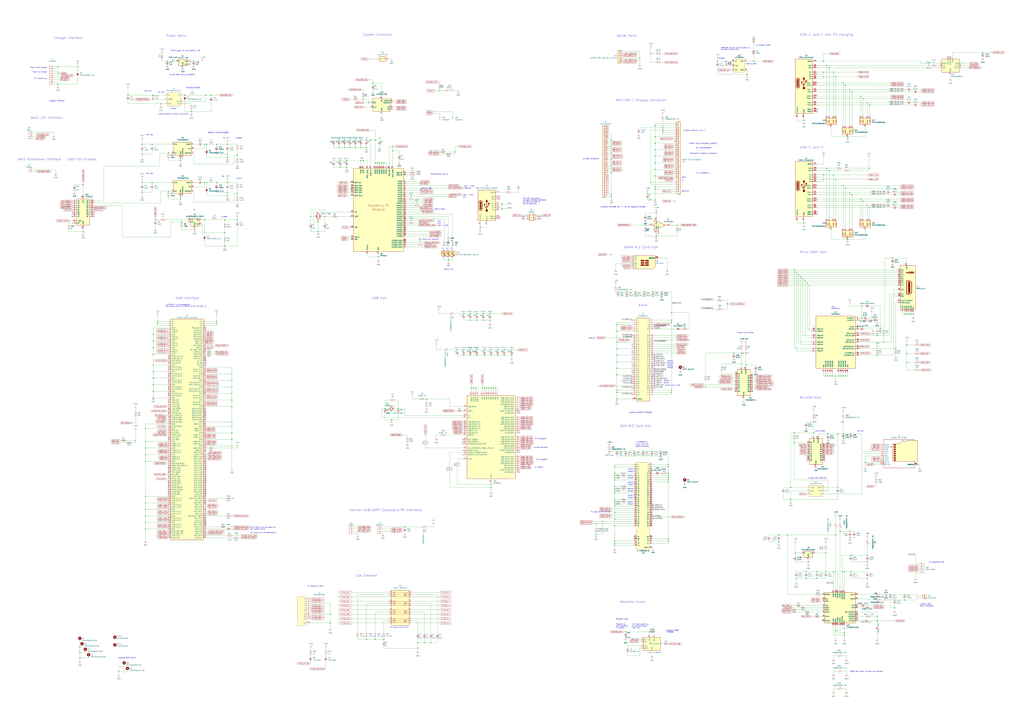
<source format=kicad_sch>
(kicad_sch (version 20230121) (generator eeschema)
  (paper "A0")
  (title_block (title "MNT Pocket Reform") (date "2022-05-27") (rev "D-1") (company "MNT Research GmbH") (comment 1 "Engineer: Lukas \"minute\" Hartmann"))
  (lib_symbols
    (symbol "09452812561:09452812561" (pin_names (offset 0.762))
      (property "Reference" "J4" (at -10.16 7.62 0))
      (property "Value" "09452812561" (at -10.16 5.08 0))
      (symbol "09452812561_0_0"
        (pin passive line (at 0 -10.16 0) (length 5.08) (name "1") (number "1"))
        (pin passive line (at 0 -7.62 0) (length 5.08) (name "2") (number "2"))
        (pin passive line (at 0 -5.08 0) (length 5.08) (name "3") (number "3"))
        (pin passive line (at 0 -2.54 0) (length 5.08) (name "4") (number "4"))
        (pin passive line (at 0 0 0) (length 5.08) (name "5") (number "5"))
        (pin passive line (at 0 -12.7 0) (length 5.08) (name "6") (number "6"))
        (pin passive line (at 0 -15.24 0) (length 5.08) (name "7") (number "7"))
        (pin passive line (at 0 -17.78 0) (length 5.08) (name "8") (number "8"))
        (pin passive line (at 0 -20.32 0) (length 5.08) (name "9") (number "9"))
      )
      (symbol "09452812561_1_0"
        (pin passive line (at 0 -22.86 0) (length 5.08) (name "10") (number "10"))
      )
      (symbol "09452812561_1_1"
        (pin passive line (at 0 -27.94 0) (length 5.08) (name "SH") (number "SH"))
      )
    )
    (symbol "2199230-5:2199230-5" (pin_names (offset 1.016))
      (property "Reference" "J" (at -7.6454 48.9966 0))
      (property "Value" "2199230-5" (at -7.62 -50.8508 0))
      (symbol "2199230-5_0_0"
        (pin passive line (at -12.7 45.72 0) (length 5.08) (name "1") (number "1"))
        (pin passive line (at 12.7 35.56 180) (length 5.08) (name "10") (number "10"))
        (pin passive line (at -12.7 33.02 0) (length 5.08) (name "11") (number "11"))
        (pin passive line (at 12.7 45.72 180) (length 5.08) (name "2") (number "2"))
        (pin passive line (at 12.7 27.94 180) (length 5.08) (name "20") (number "20"))
        (pin passive line (at -12.7 27.94 0) (length 5.08) (name "21") (number "21"))
        (pin passive line (at 12.7 25.4 180) (length 5.08) (name "22") (number "22"))
        (pin passive line (at -12.7 25.4 0) (length 5.08) (name "23") (number "23"))
        (pin passive line (at 12.7 22.86 180) (length 5.08) (name "24") (number "24"))
        (pin passive line (at -12.7 22.86 0) (length 5.08) (name "25") (number "25"))
        (pin passive line (at 12.7 20.32 180) (length 5.08) (name "26") (number "26"))
        (pin passive line (at -12.7 20.32 0) (length 5.08) (name "27") (number "27"))
        (pin passive line (at 12.7 17.78 180) (length 5.08) (name "28") (number "28"))
        (pin passive line (at -12.7 17.78 0) (length 5.08) (name "29") (number "29"))
        (pin passive line (at -12.7 43.18 0) (length 5.08) (name "3") (number "3"))
        (pin passive line (at 12.7 15.24 180) (length 5.08) (name "30") (number "30"))
        (pin passive line (at -12.7 15.24 0) (length 5.08) (name "31") (number "31"))
        (pin passive line (at 12.7 12.7 180) (length 5.08) (name "32") (number "32"))
        (pin passive line (at -12.7 12.7 0) (length 5.08) (name "33") (number "33"))
        (pin passive line (at 12.7 10.16 180) (length 5.08) (name "34") (number "34"))
        (pin passive line (at -12.7 10.16 0) (length 5.08) (name "35") (number "35"))
        (pin passive line (at 12.7 7.62 180) (length 5.08) (name "36") (number "36"))
        (pin passive line (at -12.7 7.62 0) (length 5.08) (name "37") (number "37"))
        (pin passive line (at 12.7 5.08 180) (length 5.08) (name "38") (number "38"))
        (pin passive line (at -12.7 5.08 0) (length 5.08) (name "39") (number "39"))
        (pin passive line (at 12.7 43.18 180) (length 5.08) (name "4") (number "4"))
        (pin passive line (at 12.7 2.54 180) (length 5.08) (name "40") (number "40"))
        (pin passive line (at -12.7 2.54 0) (length 5.08) (name "41") (number "41"))
        (pin passive line (at 12.7 0 180) (length 5.08) (name "42") (number "42"))
        (pin passive line (at -12.7 0 0) (length 5.08) (name "43") (number "43"))
        (pin passive line (at 12.7 -2.54 180) (length 5.08) (name "44") (number "44"))
        (pin passive line (at -12.7 -2.54 0) (length 5.08) (name "45") (number "45"))
        (pin passive line (at 12.7 -5.08 180) (length 5.08) (name "46") (number "46"))
        (pin passive line (at -12.7 -5.08 0) (length 5.08) (name "47") (number "47"))
        (pin passive line (at 12.7 -7.62 180) (length 5.08) (name "48") (number "48"))
        (pin passive line (at -12.7 -7.62 0) (length 5.08) (name "49") (number "49"))
        (pin passive line (at -12.7 40.64 0) (length 5.08) (name "5") (number "5"))
        (pin passive line (at 12.7 -10.16 180) (length 5.08) (name "50") (number "50"))
        (pin passive line (at -12.7 -10.16 0) (length 5.08) (name "51") (number "51"))
        (pin passive line (at 12.7 -12.7 180) (length 5.08) (name "52") (number "52"))
        (pin passive line (at -12.7 -12.7 0) (length 5.08) (name "53") (number "53"))
        (pin passive line (at 12.7 -15.24 180) (length 5.08) (name "54") (number "54"))
        (pin passive line (at -12.7 -15.24 0) (length 5.08) (name "55") (number "55"))
        (pin passive line (at 12.7 -17.78 180) (length 5.08) (name "56") (number "56"))
        (pin passive line (at -12.7 -17.78 0) (length 5.08) (name "57") (number "57"))
        (pin passive line (at 12.7 -20.32 180) (length 5.08) (name "58") (number "58"))
        (pin passive line (at -12.7 -20.32 0) (length 5.08) (name "59") (number "59"))
        (pin passive line (at 12.7 40.64 180) (length 5.08) (name "6") (number "6"))
        (pin passive line (at 12.7 -22.86 180) (length 5.08) (name "60") (number "60"))
        (pin passive line (at -12.7 -22.86 0) (length 5.08) (name "61") (number "61"))
        (pin passive line (at 12.7 -25.4 180) (length 5.08) (name "62") (number "62"))
        (pin passive line (at -12.7 -25.4 0) (length 5.08) (name "63") (number "63"))
        (pin passive line (at 12.7 -27.94 180) (length 5.08) (name "64") (number "64"))
        (pin passive line (at -12.7 -27.94 0) (length 5.08) (name "65") (number "65"))
        (pin passive line (at 12.7 -30.48 180) (length 5.08) (name "66") (number "66"))
        (pin passive line (at -12.7 -30.48 0) (length 5.08) (name "67") (number "67"))
        (pin passive line (at 12.7 -33.02 180) (length 5.08) (name "68") (number "68"))
        (pin passive line (at -12.7 -33.02 0) (length 5.08) (name "69") (number "69"))
        (pin passive line (at -12.7 38.1 0) (length 5.08) (name "7") (number "7"))
        (pin passive line (at 12.7 -35.56 180) (length 5.08) (name "70") (number "70"))
        (pin passive line (at -12.7 -35.56 0) (length 5.08) (name "71") (number "71"))
        (pin passive line (at 12.7 -38.1 180) (length 5.08) (name "72") (number "72"))
        (pin passive line (at -12.7 -38.1 0) (length 5.08) (name "73") (number "73"))
        (pin passive line (at 12.7 -40.64 180) (length 5.08) (name "74") (number "74"))
        (pin passive line (at -12.7 -40.64 0) (length 5.08) (name "75") (number "75"))
        (pin passive line (at 12.7 38.1 180) (length 5.08) (name "8") (number "8"))
        (pin passive line (at -12.7 35.56 0) (length 5.08) (name "9") (number "9"))
        (pin passive line (at -12.7 -45.72 0) (length 5.08) (name "SHIELD") (number "SH1"))
        (pin passive line (at -12.7 -45.72 0) (length 5.08) (name "SHIELD") (number "SH2"))
      )
    )
    (symbol "74xGxx:74LVC1G34"
      (property "Reference" "U" (at 0 7.62 0))
      (property "Value" "74LVC1G34" (at 5.08 -7.62 0))
      (symbol "74LVC1G34_1_1"
        (pin free line (at -2.54 -10.16 90) (length 6.35) (name "NC") (number "1"))
        (pin input line (at -15.24 0 0) (length 7.62) (name "~") (number "2"))
        (pin power_in line (at -5.08 -10.16 90) (length 5.08) (name "GND") (number "3"))
        (pin output line (at 12.7 0 180) (length 7.62) (name "~") (number "4"))
        (pin power_in line (at -5.08 10.16 270) (length 5.08) (name "VCC") (number "5"))
      )
    )
    (symbol "74xx:74LS573" (pin_names (offset 1.016))
      (property "Reference" "U" (at -7.62 16.51 0))
      (property "Value" "74LS573" (at -7.62 -16.51 0))
      (symbol "74LS573_1_0"
        (pin input inverted (at -12.7 -12.7 0) (length 5.08) (name "OE") (number "1"))
        (pin power_in line (at 0 -20.32 90) (length 5.08) (name "GND") (number "10"))
        (pin input line (at -12.7 -10.16 0) (length 5.08) (name "Load") (number "11"))
        (pin tri_state line (at 12.7 -5.08 180) (length 5.08) (name "Q7") (number "12"))
        (pin tri_state line (at 12.7 -2.54 180) (length 5.08) (name "Q6") (number "13"))
        (pin tri_state line (at 12.7 0 180) (length 5.08) (name "Q5") (number "14"))
        (pin tri_state line (at 12.7 2.54 180) (length 5.08) (name "Q4") (number "15"))
        (pin tri_state line (at 12.7 5.08 180) (length 5.08) (name "Q3") (number "16"))
        (pin tri_state line (at 12.7 7.62 180) (length 5.08) (name "Q2") (number "17"))
        (pin tri_state line (at 12.7 10.16 180) (length 5.08) (name "Q1") (number "18"))
        (pin tri_state line (at 12.7 12.7 180) (length 5.08) (name "Q0") (number "19"))
        (pin input line (at -12.7 12.7 0) (length 5.08) (name "D0") (number "2"))
        (pin power_in line (at 0 20.32 270) (length 5.08) (name "VCC") (number "20"))
        (pin input line (at -12.7 10.16 0) (length 5.08) (name "D1") (number "3"))
        (pin input line (at -12.7 7.62 0) (length 5.08) (name "D2") (number "4"))
        (pin input line (at -12.7 5.08 0) (length 5.08) (name "D3") (number "5"))
        (pin input line (at -12.7 2.54 0) (length 5.08) (name "D4") (number "6"))
        (pin input line (at -12.7 0 0) (length 5.08) (name "D5") (number "7"))
        (pin input line (at -12.7 -2.54 0) (length 5.08) (name "D6") (number "8"))
        (pin input line (at -12.7 -5.08 0) (length 5.08) (name "D7") (number "9"))
      )
    )
    (symbol "Audio:TLV320AIC3100"
      (property "Reference" "U" (at -15.24 20.32 0))
      (property "Value" "TLV320AIC3100" (at 0 0 0))
      (symbol "TLV320AIC3100_1_1"
        (pin power_in line (at 0 -20.32 90) (length 2.54) (name "IOVSS") (number "1"))
        (pin input line (at -20.32 10.16 0) (length 2.54) (name "SCL") (number "10"))
        (pin input line (at 20.32 -5.08 180) (length 2.54) (name "VOL/MICDET") (number "11"))
        (pin power_out line (at 20.32 -10.16 180) (length 2.54) (name "MICBIAS") (number "12"))
        (pin input line (at 20.32 -12.7 180) (length 2.54) (name "MIC1LP") (number "13"))
        (pin input line (at 20.32 -15.24 180) (length 2.54) (name "MIC1RP") (number "14"))
        (pin input line (at 20.32 -7.62 180) (length 2.54) (name "MIC1LM") (number "15"))
        (pin power_in line (at -7.62 -20.32 90) (length 2.54) (name "AVSS") (number "16"))
        (pin power_in line (at -7.62 20.32 270) (length 2.54) (name "AVDD") (number "17"))
        (pin power_in line (at -5.08 -20.32 90) (length 2.54) (name "DVSS") (number "18"))
        (pin output line (at 20.32 10.16 180) (length 2.54) (name "SPKM") (number "19"))
        (pin power_in line (at 0 20.32 270) (length 2.54) (name "IOVDD") (number "2"))
        (pin power_in line (at 2.54 -20.32 90) (length 2.54) (name "SPKVSS") (number "20"))
        (pin power_in line (at 2.54 20.32 270) (length 2.54) (name "SPKVDD") (number "21"))
        (pin output line (at 20.32 15.24 180) (length 2.54) (name "SPKP") (number "22"))
        (pin passive line (at 20.32 10.16 180) (length 2.54) hide (name "SPKM") (number "23"))
        (pin power_in line (at 5.08 20.32 270) (length 2.54) (name "SPKVDD") (number "24"))
        (pin passive line (at 2.54 -20.32 90) (length 2.54) hide (name "SPKVSS") (number "25"))
        (pin passive line (at 20.32 15.24 180) (length 2.54) hide (name "SPKP") (number "26"))
        (pin output line (at 20.32 2.54 180) (length 2.54) (name "HPL") (number "27"))
        (pin power_in line (at -2.54 20.32 270) (length 2.54) (name "HPVDD") (number "28"))
        (pin power_in line (at -2.54 -20.32 90) (length 2.54) (name "HPVSS") (number "29"))
        (pin power_in line (at -5.08 20.32 270) (length 2.54) (name "DVDD") (number "3"))
        (pin output line (at 20.32 0 180) (length 2.54) (name "HPR") (number "30"))
        (pin input line (at -20.32 15.24 0) (length 2.54) (name "~{RESET}") (number "31"))
        (pin bidirectional line (at -20.32 -15.24 0) (length 2.54) (name "GPIO1") (number "32"))
        (pin power_in line (at 5.08 -20.32 90) (length 2.54) (name "EP") (number "33"))
        (pin output line (at -20.32 0 0) (length 2.54) (name "DOUT") (number "4"))
        (pin input line (at -20.32 2.54 0) (length 2.54) (name "DIN") (number "5"))
        (pin bidirectional line (at -20.32 -5.08 0) (length 2.54) (name "WCLK") (number "6"))
        (pin bidirectional line (at -20.32 -2.54 0) (length 2.54) (name "BCLK") (number "7"))
        (pin input line (at -20.32 -10.16 0) (length 2.54) (name "MCLK") (number "8"))
        (pin bidirectional line (at -20.32 7.62 0) (length 2.54) (name "SDA") (number "9"))
      )
    )
    (symbol "Connector:Conn_01x02_Pin" (pin_names (offset 1.016) hide)
      (property "Reference" "J" (at 0 2.54 0))
      (property "Value" "Conn_01x02_Pin" (at 0 -5.08 0))
      (symbol "Conn_01x02_Pin_1_1"
        (pin passive line (at 5.08 0 180) (length 3.81) (name "Pin_1") (number "1"))
        (pin passive line (at 5.08 -2.54 180) (length 3.81) (name "Pin_2") (number "2"))
      )
    )
    (symbol "Connector:Conn_01x04_Male" (pin_names (offset 1.016) hide)
      (property "Reference" "J" (at 0 5.08 0))
      (property "Value" "Conn_01x04_Male" (at 0 -7.62 0))
      (symbol "Conn_01x04_Male_1_1"
        (pin passive line (at 5.08 2.54 180) (length 3.81) (name "Pin_1") (number "1"))
        (pin passive line (at 5.08 0 180) (length 3.81) (name "Pin_2") (number "2"))
        (pin passive line (at 5.08 -2.54 180) (length 3.81) (name "Pin_3") (number "3"))
        (pin passive line (at 5.08 -5.08 180) (length 3.81) (name "Pin_4") (number "4"))
      )
    )
    (symbol "Connector:Conn_01x04_Pin" (pin_names (offset 1.016) hide)
      (property "Reference" "J" (at 0 5.08 0))
      (property "Value" "Conn_01x04_Pin" (at 0 -7.62 0))
      (symbol "Conn_01x04_Pin_1_1"
        (pin passive line (at 5.08 2.54 180) (length 3.81) (name "Pin_1") (number "1"))
        (pin passive line (at 5.08 0 180) (length 3.81) (name "Pin_2") (number "2"))
        (pin passive line (at 5.08 -2.54 180) (length 3.81) (name "Pin_3") (number "3"))
        (pin passive line (at 5.08 -5.08 180) (length 3.81) (name "Pin_4") (number "4"))
      )
    )
    (symbol "Connector:Conn_01x05_Socket" (pin_names (offset 1.016) hide)
      (property "Reference" "J" (at 0 7.62 0))
      (property "Value" "Conn_01x05_Socket" (at 0 -7.62 0))
      (symbol "Conn_01x05_Socket_1_1"
        (pin passive line (at -5.08 5.08 0) (length 3.81) (name "Pin_1") (number "1"))
        (pin passive line (at -5.08 2.54 0) (length 3.81) (name "Pin_2") (number "2"))
        (pin passive line (at -5.08 0 0) (length 3.81) (name "Pin_3") (number "3"))
        (pin passive line (at -5.08 -2.54 0) (length 3.81) (name "Pin_4") (number "4"))
        (pin passive line (at -5.08 -5.08 0) (length 3.81) (name "Pin_5") (number "5"))
      )
    )
    (symbol "Connector:Conn_01x09_Male" (pin_names (offset 1.016) hide)
      (property "Reference" "J" (at 0 12.7 0))
      (property "Value" "Conn_01x09_Male" (at 0 -12.7 0))
      (symbol "Conn_01x09_Male_1_1"
        (pin passive line (at 5.08 10.16 180) (length 3.81) (name "Pin_1") (number "1"))
        (pin passive line (at 5.08 7.62 180) (length 3.81) (name "Pin_2") (number "2"))
        (pin passive line (at 5.08 5.08 180) (length 3.81) (name "Pin_3") (number "3"))
        (pin passive line (at 5.08 2.54 180) (length 3.81) (name "Pin_4") (number "4"))
        (pin passive line (at 5.08 0 180) (length 3.81) (name "Pin_5") (number "5"))
        (pin passive line (at 5.08 -2.54 180) (length 3.81) (name "Pin_6") (number "6"))
        (pin passive line (at 5.08 -5.08 180) (length 3.81) (name "Pin_7") (number "7"))
        (pin passive line (at 5.08 -7.62 180) (length 3.81) (name "Pin_8") (number "8"))
        (pin passive line (at 5.08 -10.16 180) (length 3.81) (name "Pin_9") (number "9"))
      )
    )
    (symbol "Connector:HDMI_D_1.4"
      (property "Reference" "J" (at -6.35 26.67 0))
      (property "Value" "HDMI_D_1.4" (at 10.16 26.67 0))
      (symbol "HDMI_D_1.4_1_1"
        (pin passive line (at -10.16 -17.78 0) (length 2.54) (name "HPD/HEAC-") (number "1"))
        (pin power_in line (at 0 -27.94 90) (length 2.54) (name "D0S") (number "10"))
        (pin passive line (at -10.16 7.62 0) (length 2.54) (name "D0-") (number "11"))
        (pin passive line (at -10.16 5.08 0) (length 2.54) (name "CK+") (number "12"))
        (pin power_in line (at 2.54 -27.94 90) (length 2.54) (name "CKS") (number "13"))
        (pin passive line (at -10.16 2.54 0) (length 2.54) (name "CK-") (number "14"))
        (pin bidirectional line (at -10.16 -2.54 0) (length 2.54) (name "CEC") (number "15"))
        (pin power_in line (at 5.08 -27.94 90) (length 2.54) (name "GND") (number "16"))
        (pin passive line (at -10.16 -7.62 0) (length 2.54) (name "SCL") (number "17"))
        (pin bidirectional line (at -10.16 -10.16 0) (length 2.54) (name "SDA") (number "18"))
        (pin power_in line (at 0 27.94 270) (length 2.54) (name "+5V") (number "19"))
        (pin passive line (at -10.16 -15.24 0) (length 2.54) (name "UTILITY/HEAC+") (number "2"))
        (pin passive line (at -10.16 20.32 0) (length 2.54) (name "D2+") (number "3"))
        (pin power_in line (at -5.08 -27.94 90) (length 2.54) (name "D2S") (number "4"))
        (pin passive line (at -10.16 17.78 0) (length 2.54) (name "D2-") (number "5"))
        (pin passive line (at -10.16 15.24 0) (length 2.54) (name "D1+") (number "6"))
        (pin power_in line (at -2.54 -27.94 90) (length 2.54) (name "D1S") (number "7"))
        (pin passive line (at -10.16 12.7 0) (length 2.54) (name "D1-") (number "8"))
        (pin passive line (at -10.16 10.16 0) (length 2.54) (name "D0+") (number "9"))
        (pin passive line (at 7.62 -27.94 90) (length 2.54) (name "SH") (number "SH"))
      )
    )
    (symbol "Connector:Micro_SD_Card_Det" (pin_names (offset 1.016))
      (property "Reference" "J2" (at -1.27 20.7518 0))
      (property "Value" "DM3AT-SF-PEJM5" (at -1.27 18.4404 0))
      (symbol "Micro_SD_Card_Det_1_1"
        (pin bidirectional line (at -22.86 10.16 0) (length 3.81) (name "DAT2") (number "1"))
        (pin bidirectional line (at -22.86 7.62 0) (length 3.81) (name "DAT3/CD") (number "2"))
        (pin input line (at -22.86 5.08 0) (length 3.81) (name "CMD") (number "3"))
        (pin power_in line (at -22.86 2.54 0) (length 3.81) (name "VDD") (number "4"))
        (pin input line (at -22.86 0 0) (length 3.81) (name "CLK") (number "5"))
        (pin power_in line (at -22.86 -2.54 0) (length 3.81) (name "VSS") (number "6"))
        (pin bidirectional line (at -22.86 -5.08 0) (length 3.81) (name "DAT0") (number "7"))
        (pin bidirectional line (at -22.86 -7.62 0) (length 3.81) (name "DAT1") (number "8"))
        (pin passive line (at 20.32 -12.7 180) (length 3.81) (name "SHIELD") (number "P1"))
        (pin passive line (at 20.32 -12.7 180) (length 3.81) (name "SHIELD") (number "P2"))
        (pin passive line (at 20.32 -12.7 180) (length 3.81) (name "SHIELD") (number "P3"))
        (pin passive line (at 20.32 -12.7 180) (length 3.81) (name "SHIELD") (number "P4"))
        (pin passive line (at -22.86 -10.16 0) (length 3.81) (name "DET_A") (number "SWA"))
        (pin passive line (at -22.86 -12.7 0) (length 3.81) (name "DET_B") (number "SWB"))
      )
    )
    (symbol "Connector:SIM_Card"
      (property "Reference" "J8" (at 16.002 2.54 0))
      (property "Value" "SIM_Card" (at 16.002 0.2286 0))
      (symbol "SIM_Card_1_1"
        (pin power_in line (at -12.7 7.62 0) (length 2.54) (name "VCC") (number "1"))
        (pin input line (at -12.7 5.08 0) (length 2.54) (name "RST") (number "2"))
        (pin input line (at -12.7 2.54 0) (length 2.54) (name "CLK") (number "3"))
        (pin power_in line (at -12.7 0 0) (length 2.54) (name "GND") (number "5"))
        (pin input line (at -12.7 -2.54 0) (length 2.54) (name "VPP") (number "6"))
        (pin bidirectional line (at -12.7 -5.08 0) (length 2.54) (name "I/O") (number "7"))
        (pin passive line (at 19.05 6.35 180) (length 3.81) (name "SHIELD") (number "P1"))
        (pin passive line (at 19.05 6.35 180) (length 3.81) (name "SHIELD") (number "P2"))
        (pin passive line (at 19.05 6.35 180) (length 3.81) (name "SHIELD") (number "P3"))
        (pin passive line (at 19.05 6.35 180) (length 3.81) (name "SHIELD") (number "P4"))
      )
    )
    (symbol "Connector:TestPoint" (pin_numbers hide) (pin_names (offset 0.762) hide)
      (property "Reference" "TP" (at 0 6.858 0))
      (property "Value" "TestPoint" (at 0 5.08 0))
      (symbol "TestPoint_1_1"
        (pin passive line (at 0 0 90) (length 2.54) (name "1") (number "1"))
      )
    )
    (symbol "Connector:USB_C_Receptacle" (pin_names (offset 1.016))
      (property "Reference" "J" (at -10.16 29.21 0))
      (property "Value" "USB_C_Receptacle" (at 10.16 29.21 0))
      (symbol "USB_C_Receptacle_1_1"
        (pin passive line (at 0 -40.64 90) (length 5.08) (name "GND") (number "A1"))
        (pin bidirectional line (at 15.24 -15.24 180) (length 5.08) (name "RX2-") (number "A10"))
        (pin bidirectional line (at 15.24 -17.78 180) (length 5.08) (name "RX2+") (number "A11"))
        (pin passive line (at 0 -40.64 90) (length 5.08) hide (name "GND") (number "A12"))
        (pin bidirectional line (at 15.24 -10.16 180) (length 5.08) (name "TX1+") (number "A2"))
        (pin bidirectional line (at 15.24 -7.62 180) (length 5.08) (name "TX1-") (number "A3"))
        (pin passive line (at 15.24 25.4 180) (length 5.08) (name "VBUS") (number "A4"))
        (pin bidirectional line (at 15.24 20.32 180) (length 5.08) (name "CC1") (number "A5"))
        (pin bidirectional line (at 15.24 7.62 180) (length 5.08) (name "D+") (number "A6"))
        (pin bidirectional line (at 15.24 12.7 180) (length 5.08) (name "D-") (number "A7"))
        (pin bidirectional line (at 15.24 -30.48 180) (length 5.08) (name "SBU1") (number "A8"))
        (pin passive line (at 15.24 25.4 180) (length 5.08) hide (name "VBUS") (number "A9"))
        (pin passive line (at 0 -40.64 90) (length 5.08) hide (name "GND") (number "B1"))
        (pin bidirectional line (at 15.24 0 180) (length 5.08) (name "RX1-") (number "B10"))
        (pin bidirectional line (at 15.24 -2.54 180) (length 5.08) (name "RX1+") (number "B11"))
        (pin passive line (at 0 -40.64 90) (length 5.08) hide (name "GND") (number "B12"))
        (pin bidirectional line (at 15.24 -25.4 180) (length 5.08) (name "TX2+") (number "B2"))
        (pin bidirectional line (at 15.24 -22.86 180) (length 5.08) (name "TX2-") (number "B3"))
        (pin passive line (at 15.24 25.4 180) (length 5.08) hide (name "VBUS") (number "B4"))
        (pin bidirectional line (at 15.24 17.78 180) (length 5.08) (name "CC2") (number "B5"))
        (pin bidirectional line (at 15.24 5.08 180) (length 5.08) (name "D+") (number "B6"))
        (pin bidirectional line (at 15.24 10.16 180) (length 5.08) (name "D-") (number "B7"))
        (pin bidirectional line (at 15.24 -33.02 180) (length 5.08) (name "SBU2") (number "B8"))
        (pin passive line (at 15.24 25.4 180) (length 5.08) hide (name "VBUS") (number "B9"))
        (pin passive line (at -7.62 -40.64 90) (length 5.08) (name "SHIELD") (number "S1"))
      )
    )
    (symbol "Connector:USB_C_Receptacle_USB2.0" (pin_names (offset 1.016))
      (property "Reference" "J" (at -10.16 19.05 0))
      (property "Value" "USB_C_Receptacle_USB2.0" (at 19.05 19.05 0))
      (symbol "USB_C_Receptacle_USB2.0_1_1"
        (pin passive line (at 0 -22.86 90) (length 5.08) (name "GND") (number "A1"))
        (pin passive line (at 0 -22.86 90) (length 5.08) hide (name "GND") (number "A12"))
        (pin passive line (at 15.24 15.24 180) (length 5.08) (name "VBUS") (number "A4"))
        (pin bidirectional line (at 15.24 10.16 180) (length 5.08) (name "CC1") (number "A5"))
        (pin bidirectional line (at 15.24 -2.54 180) (length 5.08) (name "D+") (number "A6"))
        (pin bidirectional line (at 15.24 2.54 180) (length 5.08) (name "D-") (number "A7"))
        (pin bidirectional line (at 15.24 -12.7 180) (length 5.08) (name "SBU1") (number "A8"))
        (pin passive line (at 15.24 15.24 180) (length 5.08) hide (name "VBUS") (number "A9"))
        (pin passive line (at 0 -22.86 90) (length 5.08) hide (name "GND") (number "B1"))
        (pin passive line (at 0 -22.86 90) (length 5.08) hide (name "GND") (number "B12"))
        (pin passive line (at 15.24 15.24 180) (length 5.08) hide (name "VBUS") (number "B4"))
        (pin bidirectional line (at 15.24 7.62 180) (length 5.08) (name "CC2") (number "B5"))
        (pin bidirectional line (at 15.24 -5.08 180) (length 5.08) (name "D+") (number "B6"))
        (pin bidirectional line (at 15.24 0 180) (length 5.08) (name "D-") (number "B7"))
        (pin bidirectional line (at 15.24 -15.24 180) (length 5.08) (name "SBU2") (number "B8"))
        (pin passive line (at 15.24 15.24 180) (length 5.08) hide (name "VBUS") (number "B9"))
        (pin passive line (at -7.62 -22.86 90) (length 5.08) (name "SHIELD") (number "S1"))
      )
    )
    (symbol "Connector_Generic:Conn_01x02" (pin_names (offset 1.016) hide)
      (property "Reference" "J" (at 0 2.54 0))
      (property "Value" "Conn_01x02" (at 0 -5.08 0))
      (symbol "Conn_01x02_1_1"
        (pin passive line (at -5.08 0 0) (length 3.81) (name "Pin_1") (number "1"))
        (pin passive line (at -5.08 -2.54 0) (length 3.81) (name "Pin_2") (number "2"))
      )
    )
    (symbol "Connector_Generic:Conn_01x06" (pin_names (offset 1.016) hide)
      (property "Reference" "J" (at 0 7.62 0))
      (property "Value" "Conn_01x06" (at 0 -10.16 0))
      (symbol "Conn_01x06_1_1"
        (pin passive line (at -5.08 5.08 0) (length 3.81) (name "Pin_1") (number "1"))
        (pin passive line (at -5.08 2.54 0) (length 3.81) (name "Pin_2") (number "2"))
        (pin passive line (at -5.08 0 0) (length 3.81) (name "Pin_3") (number "3"))
        (pin passive line (at -5.08 -2.54 0) (length 3.81) (name "Pin_4") (number "4"))
        (pin passive line (at -5.08 -5.08 0) (length 3.81) (name "Pin_5") (number "5"))
        (pin passive line (at -5.08 -7.62 0) (length 3.81) (name "Pin_6") (number "6"))
      )
    )
    (symbol "Connector_Generic:Conn_01x31" (pin_names (offset 1.016) hide)
      (property "Reference" "J13" (at 2.54 1.2701 0))
      (property "Value" "FH35C-31S-0.3HW(50)" (at 2.54 -1.2699 0))
      (symbol "Conn_01x31_1_1"
        (pin passive line (at -5.08 38.1 0) (length 3.81) (name "Pin_1") (number "1"))
        (pin passive line (at -5.08 15.24 0) (length 3.81) (name "Pin_10") (number "10"))
        (pin passive line (at -5.08 12.7 0) (length 3.81) (name "Pin_11") (number "11"))
        (pin passive line (at -5.08 10.16 0) (length 3.81) (name "Pin_12") (number "12"))
        (pin passive line (at -5.08 7.62 0) (length 3.81) (name "Pin_13") (number "13"))
        (pin passive line (at -5.08 5.08 0) (length 3.81) (name "Pin_14") (number "14"))
        (pin passive line (at -5.08 2.54 0) (length 3.81) (name "Pin_15") (number "15"))
        (pin passive line (at -5.08 0 0) (length 3.81) (name "Pin_16") (number "16"))
        (pin passive line (at -5.08 -2.54 0) (length 3.81) (name "Pin_17") (number "17"))
        (pin passive line (at -5.08 -5.08 0) (length 3.81) (name "Pin_18") (number "18"))
        (pin passive line (at -5.08 -7.62 0) (length 3.81) (name "Pin_19") (number "19"))
        (pin passive line (at -5.08 35.56 0) (length 3.81) (name "Pin_2") (number "2"))
        (pin passive line (at -5.08 -10.16 0) (length 3.81) (name "Pin_20") (number "20"))
        (pin passive line (at -5.08 -12.7 0) (length 3.81) (name "Pin_21") (number "21"))
        (pin passive line (at -5.08 -15.24 0) (length 3.81) (name "Pin_22") (number "22"))
        (pin passive line (at -5.08 -17.78 0) (length 3.81) (name "Pin_23") (number "23"))
        (pin passive line (at -5.08 -20.32 0) (length 3.81) (name "Pin_24") (number "24"))
        (pin passive line (at -5.08 -22.86 0) (length 3.81) (name "Pin_25") (number "25"))
        (pin passive line (at -5.08 -25.4 0) (length 3.81) (name "Pin_26") (number "26"))
        (pin passive line (at -5.08 -27.94 0) (length 3.81) (name "Pin_27") (number "27"))
        (pin passive line (at -5.08 -30.48 0) (length 3.81) (name "Pin_28") (number "28"))
        (pin passive line (at -5.08 -33.02 0) (length 3.81) (name "Pin_29") (number "29"))
        (pin passive line (at -5.08 33.02 0) (length 3.81) (name "Pin_3") (number "3"))
        (pin passive line (at -5.08 -35.56 0) (length 3.81) (name "Pin_30") (number "30"))
        (pin passive line (at -5.08 -38.1 0) (length 3.81) (name "Pin_31") (number "31"))
        (pin passive line (at -5.08 30.48 0) (length 3.81) (name "Pin_4") (number "4"))
        (pin passive line (at -5.08 27.94 0) (length 3.81) (name "Pin_5") (number "5"))
        (pin passive line (at -5.08 25.4 0) (length 3.81) (name "Pin_6") (number "6"))
        (pin passive line (at -5.08 22.86 0) (length 3.81) (name "Pin_7") (number "7"))
        (pin passive line (at -5.08 20.32 0) (length 3.81) (name "Pin_8") (number "8"))
        (pin passive line (at -5.08 17.78 0) (length 3.81) (name "Pin_9") (number "9"))
        (pin passive line (at -5.08 -40.64 0) (length 3.81) (name "Pin_32") (number "S1"))
        (pin passive line (at -5.08 -43.18 0) (length 3.81) (name "Pin_33") (number "S2"))
      )
    )
    (symbol "Connector_Generic:Conn_01x33" (pin_names (offset 1.016) hide)
      (property "Reference" "J" (at 0 43.18 0))
      (property "Value" "Conn_01x33" (at 0 -43.18 0))
      (symbol "Conn_01x33_1_1"
        (pin passive line (at -5.08 40.64 0) (length 3.81) (name "Pin_1") (number "1"))
        (pin passive line (at -5.08 17.78 0) (length 3.81) (name "Pin_10") (number "10"))
        (pin passive line (at -5.08 15.24 0) (length 3.81) (name "Pin_11") (number "11"))
        (pin passive line (at -5.08 12.7 0) (length 3.81) (name "Pin_12") (number "12"))
        (pin passive line (at -5.08 10.16 0) (length 3.81) (name "Pin_13") (number "13"))
        (pin passive line (at -5.08 7.62 0) (length 3.81) (name "Pin_14") (number "14"))
        (pin passive line (at -5.08 5.08 0) (length 3.81) (name "Pin_15") (number "15"))
        (pin passive line (at -5.08 2.54 0) (length 3.81) (name "Pin_16") (number "16"))
        (pin passive line (at -5.08 0 0) (length 3.81) (name "Pin_17") (number "17"))
        (pin passive line (at -5.08 -2.54 0) (length 3.81) (name "Pin_18") (number "18"))
        (pin passive line (at -5.08 -5.08 0) (length 3.81) (name "Pin_19") (number "19"))
        (pin passive line (at -5.08 38.1 0) (length 3.81) (name "Pin_2") (number "2"))
        (pin passive line (at -5.08 -7.62 0) (length 3.81) (name "Pin_20") (number "20"))
        (pin passive line (at -5.08 -10.16 0) (length 3.81) (name "Pin_21") (number "21"))
        (pin passive line (at -5.08 -12.7 0) (length 3.81) (name "Pin_22") (number "22"))
        (pin passive line (at -5.08 -15.24 0) (length 3.81) (name "Pin_23") (number "23"))
        (pin passive line (at -5.08 -17.78 0) (length 3.81) (name "Pin_24") (number "24"))
        (pin passive line (at -5.08 -20.32 0) (length 3.81) (name "Pin_25") (number "25"))
        (pin passive line (at -5.08 -22.86 0) (length 3.81) (name "Pin_26") (number "26"))
        (pin passive line (at -5.08 -25.4 0) (length 3.81) (name "Pin_27") (number "27"))
        (pin passive line (at -5.08 -27.94 0) (length 3.81) (name "Pin_28") (number "28"))
        (pin passive line (at -5.08 -30.48 0) (length 3.81) (name "Pin_29") (number "29"))
        (pin passive line (at -5.08 35.56 0) (length 3.81) (name "Pin_3") (number "3"))
        (pin passive line (at -5.08 -33.02 0) (length 3.81) (name "Pin_30") (number "30"))
        (pin passive line (at -5.08 -35.56 0) (length 3.81) (name "Pin_31") (number "31"))
        (pin passive line (at -5.08 -38.1 0) (length 3.81) (name "Pin_32") (number "32"))
        (pin passive line (at -5.08 -40.64 0) (length 3.81) (name "Pin_33") (number "33"))
        (pin passive line (at -5.08 33.02 0) (length 3.81) (name "Pin_4") (number "4"))
        (pin passive line (at -5.08 30.48 0) (length 3.81) (name "Pin_5") (number "5"))
        (pin passive line (at -5.08 27.94 0) (length 3.81) (name "Pin_6") (number "6"))
        (pin passive line (at -5.08 25.4 0) (length 3.81) (name "Pin_7") (number "7"))
        (pin passive line (at -5.08 22.86 0) (length 3.81) (name "Pin_8") (number "8"))
        (pin passive line (at -5.08 20.32 0) (length 3.81) (name "Pin_9") (number "9"))
      )
    )
    (symbol "Connector_Generic:Conn_02x03_Odd_Even" (pin_names (offset 1.016) hide)
      (property "Reference" "J" (at 1.27 5.08 0))
      (property "Value" "Conn_02x03_Odd_Even" (at 1.27 -5.08 0))
      (symbol "Conn_02x03_Odd_Even_1_1"
        (pin passive line (at -5.08 2.54 0) (length 3.81) (name "Pin_1") (number "1"))
        (pin passive line (at 7.62 2.54 180) (length 3.81) (name "Pin_2") (number "2"))
        (pin passive line (at -5.08 0 0) (length 3.81) (name "Pin_3") (number "3"))
        (pin passive line (at 7.62 0 180) (length 3.81) (name "Pin_4") (number "4"))
        (pin passive line (at -5.08 -2.54 0) (length 3.81) (name "Pin_5") (number "5"))
        (pin passive line (at 7.62 -2.54 180) (length 3.81) (name "Pin_6") (number "6"))
      )
    )
    (symbol "Device:C_Polarized_Small" (pin_numbers hide) (pin_names (offset 0.254) hide)
      (property "Reference" "C" (at 0.254 1.778 0))
      (property "Value" "C_Polarized_Small" (at 0.254 -2.032 0))
      (symbol "C_Polarized_Small_1_1"
        (pin passive line (at 0 2.54 270) (length 1.8542) (name "~") (number "1"))
        (pin passive line (at 0 -2.54 90) (length 1.8542) (name "~") (number "2"))
      )
    )
    (symbol "Device:C_Small" (pin_numbers hide) (pin_names (offset 0.254) hide)
      (property "Reference" "C" (at 0.254 1.778 0))
      (property "Value" "C_Small" (at 0.254 -2.032 0))
      (symbol "C_Small_1_1"
        (pin passive line (at 0 2.54 270) (length 2.032) (name "~") (number "1"))
        (pin passive line (at 0 -2.54 90) (length 2.032) (name "~") (number "2"))
      )
    )
    (symbol "Device:Crystal_GND24" (pin_names (offset 1.016) hide)
      (property "Reference" "Y" (at 3.175 5.08 0))
      (property "Value" "Crystal_GND24" (at 3.175 3.175 0))
      (symbol "Crystal_GND24_1_1"
        (pin passive line (at -3.81 0 0) (length 1.27) (name "1") (number "1"))
        (pin passive line (at 0 5.08 270) (length 1.27) (name "2") (number "2"))
        (pin passive line (at 3.81 0 180) (length 1.27) (name "3") (number "3"))
        (pin passive line (at 0 -5.08 90) (length 1.27) (name "4") (number "4"))
      )
    )
    (symbol "Device:Crystal_GND24_Small" (pin_names (offset 1.016) hide)
      (property "Reference" "Y" (at 1.27 4.445 0))
      (property "Value" "Crystal_GND24_Small" (at 1.27 2.54 0))
      (symbol "Crystal_GND24_Small_1_1"
        (pin passive line (at -2.54 0 0) (length 1.27) (name "1") (number "1"))
        (pin passive line (at 0 -2.54 90) (length 0.635) (name "2") (number "2"))
        (pin passive line (at 2.54 0 180) (length 1.27) (name "3") (number "3"))
        (pin passive line (at 0 2.54 270) (length 0.635) (name "4") (number "4"))
      )
    )
    (symbol "Device:Crystal_Small" (pin_numbers hide) (pin_names (offset 1.016) hide)
      (property "Reference" "Y" (at 0 2.54 0))
      (property "Value" "Crystal_Small" (at 0 -2.54 0))
      (symbol "Crystal_Small_1_1"
        (pin passive line (at -2.54 0 0) (length 1.27) (name "1") (number "1"))
        (pin passive line (at 2.54 0 180) (length 1.27) (name "2") (number "2"))
      )
    )
    (symbol "Device:D_Schottky" (pin_numbers hide) (pin_names (offset 1.016) hide)
      (property "Reference" "D" (at 0 2.54 0))
      (property "Value" "D_Schottky" (at 0 -2.54 0))
      (symbol "D_Schottky_1_1"
        (pin passive line (at -3.81 0 0) (length 2.54) (name "K") (number "1"))
        (pin passive line (at 3.81 0 180) (length 2.54) (name "A") (number "2"))
      )
    )
    (symbol "Device:D_Schottky_Small" (pin_numbers hide) (pin_names (offset 0.254) hide)
      (property "Reference" "D" (at -1.27 2.032 0))
      (property "Value" "D_Schottky_Small" (at -7.112 -2.032 0))
      (symbol "D_Schottky_Small_1_1"
        (pin passive line (at -2.54 0 0) (length 1.778) (name "K") (number "1"))
        (pin passive line (at 2.54 0 180) (length 1.778) (name "A") (number "2"))
      )
    )
    (symbol "Device:D_Schottky_Small_Filled" (pin_numbers hide) (pin_names (offset 0.254) hide)
      (property "Reference" "D" (at -1.27 2.032 0))
      (property "Value" "D_Schottky_Small_Filled" (at -7.112 -2.032 0))
      (symbol "D_Schottky_Small_Filled_1_1"
        (pin passive line (at -2.54 0 0) (length 1.778) (name "K") (number "1"))
        (pin passive line (at 2.54 0 180) (length 1.778) (name "A") (number "2"))
      )
    )
    (symbol "Device:FerriteBead_Small" (pin_numbers hide) (pin_names (offset 0))
      (property "Reference" "FB" (at 1.905 1.27 0))
      (property "Value" "FerriteBead_Small" (at 1.905 -1.27 0))
      (symbol "FerriteBead_Small_1_1"
        (pin passive line (at 0 2.54 270) (length 1.27) (name "~") (number "1"))
        (pin passive line (at 0 -2.54 90) (length 1.27) (name "~") (number "2"))
      )
    )
    (symbol "Device:LED_RGB" (pin_names (offset 0) hide)
      (property "Reference" "D" (at 0 9.398 0))
      (property "Value" "LED_RGB" (at 0 -8.89 0))
      (symbol "LED_RGB_0_0"
        (text "B" (at -1.905 -6.35 0) (effects (font (size 1.27 1.27))))
        (text "G" (at -1.905 -1.27 0) (effects (font (size 1.27 1.27))))
        (text "R" (at -1.905 3.81 0) (effects (font (size 1.27 1.27))))
      )
      (symbol "LED_RGB_1_1"
        (pin passive line (at -5.08 5.08 0) (length 2.54) (name "RK") (number "1"))
        (pin passive line (at -5.08 0 0) (length 2.54) (name "GK") (number "2"))
        (pin passive line (at -5.08 -5.08 0) (length 2.54) (name "BK") (number "3"))
        (pin passive line (at 5.08 -5.08 180) (length 2.54) (name "BA") (number "4"))
        (pin passive line (at 5.08 0 180) (length 2.54) (name "GA") (number "5"))
        (pin passive line (at 5.08 5.08 180) (length 2.54) (name "RA") (number "6"))
      )
    )
    (symbol "Device:LED_Small" (pin_numbers hide) (pin_names (offset 0.254) hide)
      (property "Reference" "D" (at -1.27 3.175 0))
      (property "Value" "LED_Small" (at -4.445 -2.54 0))
      (symbol "LED_Small_1_1"
        (pin passive line (at -2.54 0 0) (length 1.778) (name "K") (number "1"))
        (pin passive line (at 2.54 0 180) (length 1.778) (name "A") (number "2"))
      )
    )
    (symbol "Device:L_Small" (pin_numbers hide) (pin_names (offset 0.254) hide)
      (property "Reference" "L" (at 0.762 1.016 0))
      (property "Value" "L_Small" (at 0.762 -1.016 0))
      (symbol "L_Small_1_1"
        (pin passive line (at 0 2.54 270) (length 0.508) (name "~") (number "1"))
        (pin passive line (at 0 -2.54 90) (length 0.508) (name "~") (number "2"))
      )
    )
    (symbol "Device:R_Small" (pin_numbers hide) (pin_names (offset 0.254) hide)
      (property "Reference" "R" (at 0.762 0.508 0))
      (property "Value" "R_Small" (at 0.762 -1.016 0))
      (symbol "R_Small_1_1"
        (pin passive line (at 0 2.54 270) (length 0.762) (name "~") (number "1"))
        (pin passive line (at 0 -2.54 90) (length 0.762) (name "~") (number "2"))
      )
    )
    (symbol "GND_1" (power) (pin_names (offset 0))
      (property "Value" "GND_1" (at 0 -3.81 0))
      (symbol "GND_1_1_1"
        (pin power_in line (at 0 0 270) (length 0) hide (name "GND") (number "1"))
      )
    )
    (symbol "Interface_USB:FUSB302BMPX"
      (property "Reference" "U" (at -10.16 8.89 0))
      (property "Value" "FUSB302BMPX" (at 3.81 8.89 0))
      (symbol "FUSB302BMPX_1_1"
        (pin bidirectional line (at 12.7 -2.54 180) (length 2.54) (name "CC2") (number "1"))
        (pin bidirectional line (at 12.7 0 180) (length 2.54) (name "CC1") (number "10"))
        (pin bidirectional line (at 12.7 0 180) (length 2.54) hide (name "CC1") (number "11"))
        (pin power_in line (at 0 10.16 270) (length 2.54) (name "VCONN") (number "12"))
        (pin power_in line (at 2.54 10.16 270) (length 2.54) (name "VCONN") (number "13"))
        (pin bidirectional line (at 12.7 -2.54 180) (length 2.54) hide (name "CC2") (number "14"))
        (pin passive line (at 0 -10.16 90) (length 2.54) hide (name "GND") (number "15"))
        (pin input line (at 12.7 2.54 180) (length 2.54) (name "VBUS") (number "2"))
        (pin power_in line (at -2.54 10.16 270) (length 2.54) (name "VDD") (number "3"))
        (pin passive line (at -2.54 10.16 270) (length 2.54) hide (name "VDD") (number "4"))
        (pin open_collector line (at -12.7 -2.54 0) (length 2.54) (name "INT_N") (number "5"))
        (pin input line (at -12.7 0 0) (length 2.54) (name "SCL") (number "6"))
        (pin bidirectional line (at -12.7 2.54 0) (length 2.54) (name "SDA") (number "7"))
        (pin power_in line (at 0 -10.16 90) (length 2.54) (name "GND") (number "8"))
        (pin passive line (at 0 -10.16 90) (length 2.54) hide (name "GND") (number "9"))
      )
    )
    (symbol "Interface_USB:TUSB8041" (pin_names (offset 1.016))
      (property "Reference" "U" (at 15.24 53.34 0))
      (property "Value" "TUSB8041" (at 15.24 50.8 0))
      (symbol "TUSB8041_1_1"
        (pin bidirectional line (at 33.02 35.56 180) (length 5.08) (name "USB_DP_DN1") (number "1"))
        (pin bidirectional line (at 33.02 10.16 180) (length 5.08) (name "USB_DM_DN2") (number "10"))
        (pin output line (at 33.02 22.86 180) (length 5.08) (name "USB_SSTXP_DN2") (number "11"))
        (pin output line (at 33.02 20.32 180) (length 5.08) (name "USB_SSTXM_DN2") (number "12"))
        (pin power_in line (at 2.54 53.34 270) (length 5.08) (name "VDD") (number "13"))
        (pin input line (at 33.02 17.78 180) (length 5.08) (name "USB_SSRXP_DN2") (number "14"))
        (pin input line (at 33.02 15.24 180) (length 5.08) (name "USB_SSRXM_DN2") (number "15"))
        (pin power_in line (at -15.24 53.34 270) (length 5.08) (name "VDD33") (number "16"))
        (pin bidirectional line (at 33.02 -10.16 180) (length 5.08) (name "USB_DP_DN3") (number "17"))
        (pin bidirectional line (at 33.02 -12.7 180) (length 5.08) (name "USB_DM_DN3") (number "18"))
        (pin output line (at 33.02 0 180) (length 5.08) (name "USB_SSTXP_DN3") (number "19"))
        (pin bidirectional line (at 33.02 33.02 180) (length 5.08) (name "USB_DM_DN1") (number "2"))
        (pin output line (at 33.02 -2.54 180) (length 5.08) (name "USB_SSTXM_DN3") (number "20"))
        (pin power_in line (at 0 53.34 270) (length 5.08) (name "VDD") (number "21"))
        (pin input line (at 33.02 -5.08 180) (length 5.08) (name "USB_SSRXP_DN3") (number "22"))
        (pin input line (at 33.02 -7.62 180) (length 5.08) (name "USB_SSRXM_DN3") (number "23"))
        (pin bidirectional line (at 33.02 -33.02 180) (length 5.08) (name "USB_DP_DN4") (number "24"))
        (pin bidirectional line (at 33.02 -35.56 180) (length 5.08) (name "USB_DM_DN4") (number "25"))
        (pin output line (at 33.02 -22.86 180) (length 5.08) (name "USB_SSTXP_DN4") (number "26"))
        (pin output line (at 33.02 -25.4 180) (length 5.08) (name "USB_SSTXM_DN4") (number "27"))
        (pin power_in line (at -2.54 53.34 270) (length 5.08) (name "VDD") (number "28"))
        (pin input line (at 33.02 -27.94 180) (length 5.08) (name "USB_SSRXP_DN4") (number "29"))
        (pin output line (at 33.02 45.72 180) (length 5.08) (name "USB_SSTXP_DN1") (number "3"))
        (pin input line (at 33.02 -30.48 180) (length 5.08) (name "USB_SSRXM_DN4") (number "30"))
        (pin power_in line (at -5.08 53.34 270) (length 5.08) (name "VDD") (number "31"))
        (pin bidirectional line (at 33.02 -38.1 180) (length 5.08) (name "PWRCTL4/BATEN4") (number "32"))
        (pin bidirectional line (at 33.02 -15.24 180) (length 5.08) (name "PWRCTL3/BATEN3") (number "33"))
        (pin power_in line (at -17.78 53.34 270) (length 5.08) (name "VDD33") (number "34"))
        (pin bidirectional line (at 33.02 7.62 180) (length 5.08) (name "PWRCTL2/BATEN2") (number "35"))
        (pin bidirectional line (at 33.02 30.48 180) (length 5.08) (name "PWRCTL1/BATEN1") (number "36"))
        (pin bidirectional line (at -33.02 -5.08 0) (length 5.08) (name "SDA/SMBDAT") (number "37"))
        (pin bidirectional line (at -33.02 -2.54 0) (length 5.08) (name "SCL/SMBCLK") (number "38"))
        (pin bidirectional line (at -33.02 -7.62 0) (length 5.08) (name "SMBUSz/SS_SUSPEND") (number "39"))
        (pin output line (at 33.02 43.18 180) (length 5.08) (name "USB_SSTXM_DN1") (number "4"))
        (pin bidirectional line (at -33.02 -12.7 0) (length 5.08) (name "FULLPWRMGMTz/SMBA1/SS_UP") (number "40"))
        (pin bidirectional line (at -33.02 -15.24 0) (length 5.08) (name "PWRCTL_POL") (number "41"))
        (pin bidirectional line (at -33.02 -17.78 0) (length 5.08) (name "GANGED/SMBA2/HS_UP") (number "42"))
        (pin input line (at 33.02 -40.64 180) (length 5.08) (name "OVERCUR4z") (number "43"))
        (pin input line (at 33.02 -17.78 180) (length 5.08) (name "OVERCUR3z") (number "44"))
        (pin bidirectional line (at -33.02 -20.32 0) (length 5.08) (name "AUTOENz/HS_SUSPEND") (number "45"))
        (pin input line (at 33.02 27.94 180) (length 5.08) (name "OVERCUR1z") (number "46"))
        (pin input line (at 33.02 5.08 180) (length 5.08) (name "OVERCUR2z") (number "47"))
        (pin input line (at -33.02 35.56 0) (length 5.08) (name "USB_VBUS") (number "48"))
        (pin input line (at -33.02 -25.4 0) (length 5.08) (name "TEST") (number "49"))
        (pin power_in line (at 7.62 53.34 270) (length 5.08) (name "VDD") (number "5"))
        (pin input line (at -33.02 30.48 0) (length 5.08) (name "GRSTz") (number "50"))
        (pin power_in line (at -7.62 53.34 270) (length 5.08) (name "VDD") (number "51"))
        (pin power_in line (at -20.32 53.34 270) (length 5.08) (name "VDD33") (number "52"))
        (pin bidirectional line (at -33.02 7.62 0) (length 5.08) (name "USB_DP_UP") (number "53"))
        (pin bidirectional line (at -33.02 5.08 0) (length 5.08) (name "USB_DM_UP") (number "54"))
        (pin output line (at -33.02 17.78 0) (length 5.08) (name "USB_SSTXP_UP") (number "55"))
        (pin output line (at -33.02 15.24 0) (length 5.08) (name "USB_SSTXM_UP") (number "56"))
        (pin power_in line (at -10.16 53.34 270) (length 5.08) (name "VDD") (number "57"))
        (pin input line (at -33.02 12.7 0) (length 5.08) (name "USB_SSRXP_UP") (number "58"))
        (pin input line (at -33.02 10.16 0) (length 5.08) (name "USB_SSRXM_UP") (number "59"))
        (pin input line (at 33.02 40.64 180) (length 5.08) (name "USB_SSRXP_DN1") (number "6"))
        (pin no_connect line (at 27.94 -45.72 180) (length 5.08) hide (name "NC") (number "60"))
        (pin output line (at -33.02 22.86 0) (length 5.08) (name "XO") (number "61"))
        (pin input line (at -33.02 25.4 0) (length 5.08) (name "XI") (number "62"))
        (pin power_in line (at -22.86 53.34 270) (length 5.08) (name "VDD33") (number "63"))
        (pin input line (at -33.02 2.54 0) (length 5.08) (name "USB_R1") (number "64"))
        (pin power_in line (at 0 -53.34 90) (length 5.08) (name "VSS") (number "65"))
        (pin input line (at 33.02 38.1 180) (length 5.08) (name "USB_SSRXM_DN1") (number "7"))
        (pin power_in line (at 5.08 53.34 270) (length 5.08) (name "VDD") (number "8"))
        (pin bidirectional line (at 33.02 12.7 180) (length 5.08) (name "USB_DP_DN2") (number "9"))
      )
    )
    (symbol "Logic_LevelTranslator:TXS0108EPW"
      (property "Reference" "U" (at -6.35 16.51 0))
      (property "Value" "TXS0108EPW" (at 3.81 16.51 0))
      (symbol "TXS0108EPW_1_1"
        (pin bidirectional line (at -10.16 7.62 0) (length 2.54) (name "A1") (number "1"))
        (pin input line (at -10.16 10.16 0) (length 2.54) (name "OE") (number "10"))
        (pin power_in line (at 0 -17.78 90) (length 2.54) (name "GND") (number "11"))
        (pin bidirectional line (at 10.16 -10.16 180) (length 2.54) (name "B8") (number "12"))
        (pin bidirectional line (at 10.16 -7.62 180) (length 2.54) (name "B7") (number "13"))
        (pin bidirectional line (at 10.16 -5.08 180) (length 2.54) (name "B6") (number "14"))
        (pin bidirectional line (at 10.16 -2.54 180) (length 2.54) (name "B5") (number "15"))
        (pin bidirectional line (at 10.16 0 180) (length 2.54) (name "B4") (number "16"))
        (pin bidirectional line (at 10.16 2.54 180) (length 2.54) (name "B3") (number "17"))
        (pin bidirectional line (at 10.16 5.08 180) (length 2.54) (name "B2") (number "18"))
        (pin power_in line (at 2.54 17.78 270) (length 2.54) (name "VCCB") (number "19"))
        (pin power_in line (at -2.54 17.78 270) (length 2.54) (name "VCCA") (number "2"))
        (pin bidirectional line (at 10.16 7.62 180) (length 2.54) (name "B1") (number "20"))
        (pin bidirectional line (at -10.16 5.08 0) (length 2.54) (name "A2") (number "3"))
        (pin bidirectional line (at -10.16 2.54 0) (length 2.54) (name "A3") (number "4"))
        (pin bidirectional line (at -10.16 0 0) (length 2.54) (name "A4") (number "5"))
        (pin bidirectional line (at -10.16 -2.54 0) (length 2.54) (name "A5") (number "6"))
        (pin bidirectional line (at -10.16 -5.08 0) (length 2.54) (name "A6") (number "7"))
        (pin bidirectional line (at -10.16 -7.62 0) (length 2.54) (name "A7") (number "8"))
        (pin bidirectional line (at -10.16 -10.16 0) (length 2.54) (name "A8") (number "9"))
      )
    )
    (symbol "MCU_RaspberryPi_and_Boards:RP2040" (pin_names (offset 1.016))
      (property "Reference" "U" (at -29.21 49.53 0))
      (property "Value" "RP2040" (at 24.13 -49.53 0))
      (symbol "RP2040_0_0"
        (text "Raspberry Pi" (at 0 5.08 0) (effects (font (size 2.54 2.54))))
        (text "RP2040" (at 0 0 0) (effects (font (size 2.54 2.54))))
      )
      (symbol "RP2040_1_1"
        (pin power_in line (at 8.89 50.8 270) (length 2.54) (name "IOVDD") (number "1"))
        (pin power_in line (at 6.35 50.8 270) (length 2.54) (name "IOVDD") (number "10"))
        (pin bidirectional line (at 31.75 12.7 180) (length 2.54) (name "GPIO8") (number "11"))
        (pin bidirectional line (at 31.75 10.16 180) (length 2.54) (name "GPIO9") (number "12"))
        (pin bidirectional line (at 31.75 7.62 180) (length 2.54) (name "GPIO10") (number "13"))
        (pin bidirectional line (at 31.75 5.08 180) (length 2.54) (name "GPIO11") (number "14"))
        (pin bidirectional line (at 31.75 2.54 180) (length 2.54) (name "GPIO12") (number "15"))
        (pin bidirectional line (at 31.75 0 180) (length 2.54) (name "GPIO13") (number "16"))
        (pin bidirectional line (at 31.75 -2.54 180) (length 2.54) (name "GPIO14") (number "17"))
        (pin bidirectional line (at 31.75 -5.08 180) (length 2.54) (name "GPIO15") (number "18"))
        (pin passive line (at -12.7 -50.8 90) (length 2.54) (name "TESTEN") (number "19"))
        (pin bidirectional line (at 31.75 33.02 180) (length 2.54) (name "GPIO0") (number "2"))
        (pin input line (at -31.75 -2.54 0) (length 2.54) (name "XIN") (number "20"))
        (pin passive line (at -31.75 -7.62 0) (length 2.54) (name "XOUT") (number "21"))
        (pin power_in line (at 3.81 50.8 270) (length 2.54) (name "IOVDD") (number "22"))
        (pin power_in line (at -17.78 50.8 270) (length 2.54) (name "DVDD") (number "23"))
        (pin output line (at -31.75 -31.75 0) (length 2.54) (name "SWCLK") (number "24"))
        (pin bidirectional line (at -31.75 -34.29 0) (length 2.54) (name "SWD") (number "25"))
        (pin input line (at -31.75 -20.32 0) (length 2.54) (name "RUN") (number "26"))
        (pin bidirectional line (at 31.75 -7.62 180) (length 2.54) (name "GPIO16") (number "27"))
        (pin bidirectional line (at 31.75 -10.16 180) (length 2.54) (name "GPIO17") (number "28"))
        (pin bidirectional line (at 31.75 -12.7 180) (length 2.54) (name "GPIO18") (number "29"))
        (pin bidirectional line (at 31.75 30.48 180) (length 2.54) (name "GPIO1") (number "3"))
        (pin bidirectional line (at 31.75 -15.24 180) (length 2.54) (name "GPIO19") (number "30"))
        (pin bidirectional line (at 31.75 -17.78 180) (length 2.54) (name "GPIO20") (number "31"))
        (pin bidirectional line (at 31.75 -20.32 180) (length 2.54) (name "GPIO21") (number "32"))
        (pin power_in line (at 1.27 50.8 270) (length 2.54) (name "IOVDD") (number "33"))
        (pin bidirectional line (at 31.75 -22.86 180) (length 2.54) (name "GPIO22") (number "34"))
        (pin bidirectional line (at 31.75 -25.4 180) (length 2.54) (name "GPIO23") (number "35"))
        (pin bidirectional line (at 31.75 -27.94 180) (length 2.54) (name "GPIO24") (number "36"))
        (pin bidirectional line (at 31.75 -30.48 180) (length 2.54) (name "GPIO25") (number "37"))
        (pin bidirectional line (at 31.75 -35.56 180) (length 2.54) (name "GPIO26_ADC0") (number "38"))
        (pin bidirectional line (at 31.75 -38.1 180) (length 2.54) (name "GPIO27_ADC1") (number "39"))
        (pin bidirectional line (at 31.75 27.94 180) (length 2.54) (name "GPIO2") (number "4"))
        (pin bidirectional line (at 31.75 -40.64 180) (length 2.54) (name "GPIO28_ADC2") (number "40"))
        (pin bidirectional line (at 31.75 -43.18 180) (length 2.54) (name "GPIO29_ADC3") (number "41"))
        (pin power_in line (at -1.27 50.8 270) (length 2.54) (name "IOVDD") (number "42"))
        (pin power_in line (at 16.51 50.8 270) (length 2.54) (name "ADC_AVDD") (number "43"))
        (pin power_in line (at -8.89 50.8 270) (length 2.54) (name "VREG_IN") (number "44"))
        (pin power_out line (at -12.7 50.8 270) (length 2.54) (name "VREG_VOUT") (number "45"))
        (pin bidirectional line (at 31.75 40.64 180) (length 2.54) (name "USB_DM") (number "46"))
        (pin bidirectional line (at 31.75 43.18 180) (length 2.54) (name "USB_DP") (number "47"))
        (pin power_in line (at 12.7 50.8 270) (length 2.54) (name "USB_VDD") (number "48"))
        (pin power_in line (at -3.81 50.8 270) (length 2.54) (name "IOVDD") (number "49"))
        (pin bidirectional line (at 31.75 25.4 180) (length 2.54) (name "GPIO3") (number "5"))
        (pin power_in line (at -20.32 50.8 270) (length 2.54) (name "DVDD") (number "50"))
        (pin bidirectional line (at -31.75 20.32 0) (length 2.54) (name "QSPI_SD3") (number "51"))
        (pin output line (at -31.75 16.51 0) (length 2.54) (name "QSPI_SCLK") (number "52"))
        (pin bidirectional line (at -31.75 27.94 0) (length 2.54) (name "QSPI_SD0") (number "53"))
        (pin bidirectional line (at -31.75 22.86 0) (length 2.54) (name "QSPI_SD2") (number "54"))
        (pin bidirectional line (at -31.75 25.4 0) (length 2.54) (name "QSPI_SD1") (number "55"))
        (pin bidirectional line (at -31.75 31.75 0) (length 2.54) (name "QSPI_SS") (number "56"))
        (pin power_in line (at 0 -50.8 90) (length 2.54) (name "GND") (number "57"))
        (pin bidirectional line (at 31.75 22.86 180) (length 2.54) (name "GPIO4") (number "6"))
        (pin bidirectional line (at 31.75 20.32 180) (length 2.54) (name "GPIO5") (number "7"))
        (pin bidirectional line (at 31.75 17.78 180) (length 2.54) (name "GPIO6") (number "8"))
        (pin bidirectional line (at 31.75 15.24 180) (length 2.54) (name "GPIO7") (number "9"))
      )
    )
    (symbol "Mechanical:MountingHole" (pin_names (offset 1.016))
      (property "Reference" "H" (at 0 5.08 0))
      (property "Value" "MountingHole" (at 0 3.175 0))
    )
    (symbol "Mechanical:MountingHole_Pad" (pin_numbers hide) (pin_names (offset 1.016) hide)
      (property "Reference" "H" (at 0 6.35 0))
      (property "Value" "MountingHole_Pad" (at 0 4.445 0))
      (symbol "MountingHole_Pad_1_1"
        (pin input line (at 0 -2.54 90) (length 2.54) (name "1") (number "1"))
      )
    )
    (symbol "Memory_Flash:W25Q32JVSS"
      (property "Reference" "U" (at -8.89 8.89 0))
      (property "Value" "W25Q32JVSS" (at 7.62 8.89 0))
      (symbol "W25Q32JVSS_1_1"
        (pin input line (at -12.7 2.54 0) (length 2.54) (name "~{CS}") (number "1"))
        (pin bidirectional line (at 12.7 2.54 180) (length 2.54) (name "DO(IO1)") (number "2"))
        (pin bidirectional line (at 12.7 -2.54 180) (length 2.54) (name "IO2") (number "3"))
        (pin power_in line (at 0 -10.16 90) (length 2.54) (name "GND") (number "4"))
        (pin bidirectional line (at 12.7 5.08 180) (length 2.54) (name "DI(IO0)") (number "5"))
        (pin input line (at -12.7 -2.54 0) (length 2.54) (name "CLK") (number "6"))
        (pin bidirectional line (at 12.7 -5.08 180) (length 2.54) (name "IO3") (number "7"))
        (pin power_in line (at 0 10.16 270) (length 2.54) (name "VCC") (number "8"))
      )
    )
    (symbol "Regulator_Linear:TLV1117-18" (pin_names (offset 0.254))
      (property "Reference" "U4" (at 0 6.1468 0))
      (property "Value" "TLV1117-18" (at 0 3.8354 0))
      (symbol "TLV1117-18_1_1"
        (pin power_in line (at 0 -7.62 90) (length 2.54) (name "GND") (number "1"))
        (pin power_out line (at 7.62 0 180) (length 2.54) (name "VO") (number "2"))
        (pin power_in line (at -7.62 0 0) (length 2.54) (name "VI") (number "3"))
        (pin power_out line (at 8.89 -3.81 180) (length 3.81) (name "VO") (number "4"))
      )
    )
    (symbol "Regulator_Linear:TPS7A0533PDBZ" (pin_names (offset 0.254))
      (property "Reference" "U" (at -3.81 3.175 0))
      (property "Value" "TPS7A0533PDBZ" (at 0 3.175 0))
      (symbol "TPS7A0533PDBZ_1_1"
        (pin power_in line (at 0 -7.62 90) (length 2.54) (name "GND") (number "1"))
        (pin power_out line (at 7.62 0 180) (length 2.54) (name "VO") (number "2"))
        (pin power_in line (at -7.62 0 0) (length 2.54) (name "VI") (number "3"))
      )
    )
    (symbol "Regulator_Switching:TPS5430DDA"
      (property "Reference" "U" (at -10.16 8.89 0))
      (property "Value" "TPS5430DDA" (at -1.27 8.89 0))
      (symbol "TPS5430DDA_1_1"
        (pin input line (at 12.7 5.08 180) (length 2.54) (name "BOOT") (number "1"))
        (pin no_connect line (at -10.16 2.54 0) (length 2.54) hide (name "NC") (number "2"))
        (pin no_connect line (at -10.16 -2.54 0) (length 2.54) hide (name "NC") (number "3"))
        (pin input line (at 12.7 -5.08 180) (length 2.54) (name "VSENSE") (number "4"))
        (pin input line (at -12.7 -5.08 0) (length 2.54) (name "EN") (number "5"))
        (pin power_in line (at -2.54 -10.16 90) (length 2.54) (name "GND") (number "6"))
        (pin power_in line (at -12.7 5.08 0) (length 2.54) (name "VIN") (number "7"))
        (pin output line (at 12.7 0 180) (length 2.54) (name "PH") (number "8"))
        (pin power_in line (at 0 -10.16 90) (length 2.54) (name "GNDPAD") (number "9"))
      )
    )
    (symbol "Switch:SW_DIP_x01" (pin_names (offset 0) hide)
      (property "Reference" "SW" (at 0 3.81 0))
      (property "Value" "SW_DIP_x01" (at 0 -3.81 0))
      (symbol "SW_DIP_x01_1_1"
        (pin passive line (at -7.62 0 0) (length 5.08) (name "~") (number "1"))
        (pin passive line (at 7.62 0 180) (length 5.08) (name "~") (number "2"))
      )
    )
    (symbol "Switch:SW_SPST" (pin_names (offset 0) hide)
      (property "Reference" "SW" (at 0 3.175 0))
      (property "Value" "SW_SPST" (at 0 -2.54 0))
      (symbol "SW_SPST_1_1"
        (pin passive line (at -5.08 0 0) (length 2.54) (name "A") (number "1"))
        (pin passive line (at 5.08 0 180) (length 2.54) (name "B") (number "2"))
      )
    )
    (symbol "Timer_RTC:PCF8523T"
      (property "Reference" "U" (at -10.16 8.89 0))
      (property "Value" "PCF8523T" (at 3.81 8.89 0))
      (symbol "PCF8523T_1_1"
        (pin input line (at -12.7 -2.54 0) (length 2.54) (name "OSCI") (number "1"))
        (pin output line (at -12.7 -5.08 0) (length 2.54) (name "OSCO") (number "2"))
        (pin power_in line (at 2.54 10.16 270) (length 2.54) (name "VBAT") (number "3"))
        (pin power_in line (at 0 -10.16 90) (length 2.54) (name "VSS") (number "4"))
        (pin bidirectional line (at -12.7 2.54 0) (length 2.54) (name "SDA") (number "5"))
        (pin input line (at -12.7 5.08 0) (length 2.54) (name "SCL") (number "6"))
        (pin open_collector line (at 12.7 0 180) (length 2.54) (name "~{INT1}/CLKOUT") (number "7"))
        (pin power_in line (at -2.54 10.16 270) (length 2.54) (name "VDD") (number "8"))
      )
    )
    (symbol "Transformer:TG111-MSC13LF" (pin_names hide)
      (property "Reference" "TR" (at -7.62 21.59 0))
      (property "Value" "TG111-MSC13LF" (at 8.89 21.59 0))
      (symbol "TG111-MSC13LF_0_1"
        (pin passive line (at 12.7 -15.24 180) (length 2.54) (name "TCT1") (number "1"))
        (pin passive line (at 12.7 15.24 180) (length 2.54) (name "TCT4") (number "10"))
        (pin passive line (at 12.7 12.7 180) (length 2.54) (name "TD4+") (number "11"))
        (pin passive line (at 12.7 17.78 180) (length 2.54) (name "TD4-") (number "12"))
        (pin passive line (at -12.7 17.78 0) (length 2.54) (name "MX4-") (number "13"))
        (pin passive line (at -12.7 12.7 0) (length 2.54) (name "MX4+") (number "14"))
        (pin passive line (at -12.7 15.24 0) (length 2.54) (name "MCT4") (number "15"))
        (pin passive line (at -12.7 7.62 0) (length 2.54) (name "MTX3-") (number "16"))
        (pin passive line (at -12.7 2.54 0) (length 2.54) (name "MTX3+") (number "17"))
        (pin passive line (at -12.7 5.08 0) (length 2.54) (name "MCT3") (number "18"))
        (pin passive line (at -12.7 -2.54 0) (length 2.54) (name "MTX2-") (number "19"))
        (pin passive line (at 12.7 -17.78 180) (length 2.54) (name "TD1+") (number "2"))
        (pin passive line (at -12.7 -7.62 0) (length 2.54) (name "MTX2+") (number "20"))
        (pin passive line (at -12.7 -5.08 0) (length 2.54) (name "MCT2") (number "21"))
        (pin passive line (at -12.7 -12.7 0) (length 2.54) (name "MTX1-") (number "22"))
        (pin passive line (at -12.7 -17.78 0) (length 2.54) (name "MTX1+") (number "23"))
        (pin passive line (at -12.7 -15.24 0) (length 2.54) (name "MTC1") (number "24"))
        (pin passive line (at 12.7 -12.7 180) (length 2.54) (name "TD1-") (number "3"))
        (pin passive line (at 12.7 -5.08 180) (length 2.54) (name "TCT2") (number "4"))
        (pin passive line (at 12.7 -7.62 180) (length 2.54) (name "TD2+") (number "5"))
        (pin passive line (at 12.7 -2.54 180) (length 2.54) (name "TD2-") (number "6"))
        (pin passive line (at 12.7 5.08 180) (length 2.54) (name "TCT3") (number "7"))
        (pin passive line (at 12.7 2.54 180) (length 2.54) (name "TD3+") (number "8"))
        (pin passive line (at 12.7 7.62 180) (length 2.54) (name "TD3-") (number "9"))
      )
    )
    (symbol "pocket-reform-motherboard-rescue:Ferrite_Bead_Small-Device" (pin_numbers hide) (pin_names (offset 0))
      (property "Reference" "FB" (at 1.905 1.27 0))
      (property "Value" "Ferrite_Bead_Small-Device" (at 1.905 -1.27 0))
      (symbol "Ferrite_Bead_Small-Device_1_1"
        (pin passive line (at 0 2.54 270) (length 1.27) (name "~") (number "1"))
        (pin passive line (at 0 -2.54 90) (length 1.27) (name "~") (number "2"))
      )
    )
    (symbol "pocket-reform:LM2830XQMFE"
      (property "Reference" "U3" (at 0 8.89 0))
      (property "Value" "LM2830XQMFE" (at 0 6.35 0))
      (symbol "LM2830XQMFE_1_1"
        (pin input line (at 7.62 2.54 180) (length 2.54) (name "SW") (number "1"))
        (pin power_in line (at 0 -7.62 90) (length 2.54) (name "GND") (number "2"))
        (pin input line (at 7.62 -2.54 180) (length 2.54) (name "FB") (number "3"))
        (pin input line (at -7.62 0 0) (length 2.54) (name "EN") (number "4"))
        (pin power_in line (at -7.62 2.54 0) (length 2.54) (name "Vin") (number "5"))
      )
    )
    (symbol "pocket-reform:MAX1837EUT33+T"
      (property "Reference" "U?" (at 0 12.7 0))
      (property "Value" "MAX1837EUT33+T" (at 0 10.16 0))
      (symbol "MAX1837EUT33+T_1_1"
        (pin input line (at 10.16 -5.08 180) (length 2.54) (name "FB") (number "1"))
        (pin power_in line (at -10.16 -5.08 0) (length 2.54) (name "GND") (number "2"))
        (pin power_in line (at -10.16 5.08 0) (length 2.54) (name "IN") (number "3"))
        (pin output line (at 10.16 5.08 180) (length 2.54) (name "LX") (number "4"))
        (pin input line (at -10.16 0 0) (length 2.54) (name "~{SHDN}") (number "5"))
        (pin power_out line (at 10.16 -2.54 180) (length 2.54) (name "OUT") (number "6"))
      )
    )
    (symbol "pocket-reform:TPD4E02B04DQA_RT" (pin_names hide)
      (property "Reference" "U19" (at 7.62 2.5401 0))
      (property "Value" "TPD4E02B04DQA_RT" (at 7.62 0.0001 0))
      (symbol "TPD4E02B04DQA_RT_0_0"
        (pin passive line (at 0 -5.08 90) (length 2.54) (name "G") (number "3"))
      )
      (symbol "TPD4E02B04DQA_RT_1_1"
        (pin passive line (at -5.08 7.62 270) (length 2.54) (name "IO1") (number "1"))
        (pin passive line (at -5.08 7.62 270) (length 2.54) hide (name "IO1") (number "10"))
        (pin passive line (at -2.54 7.62 270) (length 2.54) (name "IO2") (number "2"))
        (pin passive line (at 2.54 7.62 270) (length 2.54) (name "IO3") (number "4"))
        (pin passive line (at 5.08 7.62 270) (length 2.54) (name "IO4") (number "5"))
        (pin passive line (at 5.08 7.62 270) (length 2.54) hide (name "IO4") (number "6") (alternate "" input line))
        (pin passive line (at 2.54 7.62 270) (length 2.54) hide (name "IO3") (number "7") (alternate "" input line))
        (pin passive line (at 0 -5.08 90) (length 2.54) hide (name "G") (number "8"))
        (pin passive line (at -2.54 7.62 270) (length 2.54) hide (name "IO2") (number "9"))
      )
    )
    (symbol "power:+1V1" (power) (pin_names (offset 0))
      (property "Value" "+1V1" (at 0 3.556 0))
      (symbol "+1V1_1_1"
        (pin power_in line (at 0 0 90) (length 0) hide (name "+1V1") (number "1"))
      )
    )
    (symbol "power:+1V8" (power) (pin_names (offset 0))
      (property "Value" "+1V8" (at 0 3.556 0))
      (symbol "+1V8_1_1"
        (pin power_in line (at 0 0 90) (length 0) hide (name "+1V8") (number "1"))
      )
    )
    (symbol "power:+3V3" (power) (pin_names (offset 0))
      (property "Value" "+3V3" (at 0 3.556 0))
      (symbol "+3V3_1_1"
        (pin power_in line (at 0 0 90) (length 0) hide (name "+3V3") (number "1"))
      )
    )
    (symbol "power:+5V" (power) (pin_names (offset 0))
      (property "Value" "+5V" (at 0 3.556 0))
      (symbol "+5V_1_1"
        (pin power_in line (at 0 0 90) (length 0) hide (name "+5V") (number "1"))
      )
    )
    (symbol "power:GND" (power) (pin_names (offset 0))
      (property "Value" "GND" (at 0 -3.81 0))
      (symbol "GND_1_1"
        (pin power_in line (at 0 0 270) (length 0) hide (name "GND") (number "1"))
      )
    )
    (symbol "power:GNDA" (power) (pin_names (offset 0))
      (property "Value" "GNDA" (at 0 -3.81 0))
      (symbol "GNDA_1_1"
        (pin power_in line (at 0 0 270) (length 0) hide (name "GNDA") (number "1"))
      )
    )
    (symbol "power:PWR_FLAG" (power) (pin_numbers hide) (pin_names (offset 0) hide)
      (property "Value" "PWR_FLAG" (at 0 3.81 0))
      (symbol "PWR_FLAG_0_0"
        (pin power_out line (at 0 0 90) (length 0) (name "pwr") (number "1"))
      )
    )
    (symbol "power:VCC" (power) (pin_names (offset 0))
      (property "Value" "VCC" (at 0 3.81 0))
      (symbol "VCC_1_1"
        (pin power_in line (at 0 0 90) (length 0) hide (name "VCC") (number "1"))
      )
    )
    (symbol "reform2-motherboard-rescue:C_Small-reform-motherboard-rescue" (pin_numbers hide) (pin_names (offset 0.254) hide)
      (property "Reference" "C" (at 0.254 1.778 0))
      (property "Value" "C_Small-reform-motherboard-rescue" (at 0.254 -2.032 0))
      (symbol "C_Small-reform-motherboard-rescue_1_1"
        (pin passive line (at 0 2.54 270) (length 2.032) (name "~") (number "1"))
        (pin passive line (at 0 -2.54 90) (length 2.032) (name "~") (number "2"))
      )
    )
    (symbol "reform2:1-2199230-6" (pin_names (offset 1.016))
      (property "Reference" "J" (at -7.6708 51.8414 0))
      (property "Value" "1-2199230-6" (at -7.6454 -53.594 0))
      (symbol "1-2199230-6_0_0"
        (pin passive line (at -10.16 48.26 0) (length 2.54) (name "1") (number "1"))
        (pin passive line (at 10.16 38.1 180) (length 2.54) (name "10") (number "10"))
        (pin passive line (at -10.16 35.56 0) (length 2.54) (name "11") (number "11"))
        (pin passive line (at 10.16 35.56 180) (length 2.54) (name "12") (number "12"))
        (pin passive line (at -10.16 33.02 0) (length 2.54) (name "13") (number "13"))
        (pin passive line (at 10.16 33.02 180) (length 2.54) (name "14") (number "14"))
        (pin passive line (at -10.16 30.48 0) (length 2.54) (name "15") (number "15"))
        (pin passive line (at 10.16 30.48 180) (length 2.54) (name "16") (number "16"))
        (pin passive line (at -10.16 27.94 0) (length 2.54) (name "17") (number "17"))
        (pin passive line (at 10.16 27.94 180) (length 2.54) (name "18") (number "18"))
        (pin passive line (at -10.16 25.4 0) (length 2.54) (name "19") (number "19"))
        (pin passive line (at 10.16 48.26 180) (length 2.54) (name "2") (number "2"))
        (pin passive line (at 10.16 25.4 180) (length 2.54) (name "20") (number "20"))
        (pin passive line (at -10.16 22.86 0) (length 2.54) (name "21") (number "21"))
        (pin passive line (at 10.16 22.86 180) (length 2.54) (name "22") (number "22"))
        (pin passive line (at -10.16 20.32 0) (length 2.54) (name "23") (number "23"))
        (pin passive line (at 10.16 20.32 180) (length 2.54) (name "24") (number "24"))
        (pin passive line (at -10.16 17.78 0) (length 2.54) (name "25") (number "25"))
        (pin passive line (at 10.16 17.78 180) (length 2.54) (name "26") (number "26"))
        (pin passive line (at -10.16 15.24 0) (length 2.54) (name "27") (number "27"))
        (pin passive line (at 10.16 15.24 180) (length 2.54) (name "28") (number "28"))
        (pin passive line (at -10.16 12.7 0) (length 2.54) (name "29") (number "29"))
        (pin passive line (at -10.16 45.72 0) (length 2.54) (name "3") (number "3"))
        (pin passive line (at 10.16 12.7 180) (length 2.54) (name "30") (number "30"))
        (pin passive line (at -10.16 10.16 0) (length 2.54) (name "31") (number "31"))
        (pin passive line (at 10.16 10.16 180) (length 2.54) (name "32") (number "32"))
        (pin passive line (at -10.16 7.62 0) (length 2.54) (name "33") (number "33"))
        (pin passive line (at 10.16 7.62 180) (length 2.54) (name "34") (number "34"))
        (pin passive line (at -10.16 5.08 0) (length 2.54) (name "35") (number "35"))
        (pin passive line (at 10.16 5.08 180) (length 2.54) (name "36") (number "36"))
        (pin passive line (at -10.16 2.54 0) (length 2.54) (name "37") (number "37"))
        (pin passive line (at 10.16 2.54 180) (length 2.54) (name "38") (number "38"))
        (pin passive line (at -10.16 0 0) (length 2.54) (name "39") (number "39"))
        (pin passive line (at 10.16 45.72 180) (length 2.54) (name "4") (number "4"))
        (pin passive line (at 10.16 0 180) (length 2.54) (name "40") (number "40"))
        (pin passive line (at -10.16 -2.54 0) (length 2.54) (name "41") (number "41"))
        (pin passive line (at 10.16 -2.54 180) (length 2.54) (name "42") (number "42"))
        (pin passive line (at -10.16 -5.08 0) (length 2.54) (name "43") (number "43"))
        (pin passive line (at 10.16 -5.08 180) (length 2.54) (name "44") (number "44"))
        (pin passive line (at -10.16 -7.62 0) (length 2.54) (name "45") (number "45"))
        (pin passive line (at 10.16 -7.62 180) (length 2.54) (name "46") (number "46"))
        (pin passive line (at -10.16 -10.16 0) (length 2.54) (name "47") (number "47"))
        (pin passive line (at 10.16 -10.16 180) (length 2.54) (name "48") (number "48"))
        (pin passive line (at -10.16 -12.7 0) (length 2.54) (name "49") (number "49"))
        (pin passive line (at -10.16 43.18 0) (length 2.54) (name "5") (number "5"))
        (pin passive line (at 10.16 -12.7 180) (length 2.54) (name "50") (number "50"))
        (pin passive line (at -10.16 -15.24 0) (length 2.54) (name "51") (number "51"))
        (pin passive line (at 10.16 -15.24 180) (length 2.54) (name "52") (number "52"))
        (pin passive line (at -10.16 -17.78 0) (length 2.54) (name "53") (number "53"))
        (pin passive line (at 10.16 -17.78 180) (length 2.54) (name "54") (number "54"))
        (pin passive line (at -10.16 -20.32 0) (length 2.54) (name "55") (number "55"))
        (pin passive line (at 10.16 -20.32 180) (length 2.54) (name "56") (number "56"))
        (pin passive line (at -10.16 -22.86 0) (length 2.54) (name "57") (number "57"))
        (pin passive line (at 10.16 -22.86 180) (length 2.54) (name "58") (number "58"))
        (pin passive line (at 10.16 43.18 180) (length 2.54) (name "6") (number "6"))
        (pin passive line (at -10.16 -35.56 0) (length 2.54) (name "67") (number "67"))
        (pin passive line (at 10.16 -35.56 180) (length 2.54) (name "68") (number "68"))
        (pin passive line (at -10.16 -38.1 0) (length 2.54) (name "69") (number "69"))
        (pin passive line (at -10.16 40.64 0) (length 2.54) (name "7") (number "7"))
        (pin passive line (at 10.16 -38.1 180) (length 2.54) (name "70") (number "70"))
        (pin passive line (at -10.16 -40.64 0) (length 2.54) (name "71") (number "71"))
        (pin passive line (at 10.16 -40.64 180) (length 2.54) (name "72") (number "72"))
        (pin passive line (at -10.16 -43.18 0) (length 2.54) (name "73") (number "73"))
        (pin passive line (at 10.16 -43.18 180) (length 2.54) (name "74") (number "74"))
        (pin passive line (at -10.16 -45.72 0) (length 2.54) (name "75") (number "75"))
        (pin passive line (at 10.16 40.64 180) (length 2.54) (name "8") (number "8"))
        (pin passive line (at -10.16 38.1 0) (length 2.54) (name "9") (number "9"))
        (pin passive line (at 10.16 -48.26 180) (length 2.54) (name "SHIELD") (number "S1"))
        (pin passive line (at 10.16 -48.26 180) (length 2.54) hide (name "SHIELD") (number "S2"))
      )
    )
    (symbol "reform2:AP22815" (pin_names (offset 1.016))
      (property "Reference" "U" (at 0 -8.89 0))
      (property "Value" "AP22815" (at 0 8.89 0))
      (symbol "AP22815_0_0"
        (pin power_out line (at 8.89 5.08 180) (length 2.54) (name "OUT") (number "1"))
        (pin power_in line (at 8.89 -5.08 180) (length 2.54) (name "GND") (number "2"))
        (pin bidirectional line (at -8.89 0 0) (length 2.54) (name "FLG") (number "3"))
        (pin input line (at -8.89 -5.08 0) (length 2.54) (name "EN") (number "4"))
        (pin power_in line (at -8.89 5.08 0) (length 2.54) (name "IN") (number "5"))
      )
    )
    (symbol "reform2:CM2020-00TR" (pin_names (offset 1.016))
      (property "Reference" "U?" (at -22.9362 31.5976 0))
      (property "Value" "CM2020-00TR" (at -7.62 22.86 0))
      (symbol "CM2020-00TR_0_0"
        (pin power_in line (at 27.94 27.94 180) (length 5.08) (name "5V_SUPPLY") (number "1"))
        (pin input line (at -27.94 7.62 0) (length 5.08) hide (name "TMDS_D0+") (number "10"))
        (pin power_in line (at -6.35 -35.56 90) (length 5.08) (name "TMDS_GND") (number "11"))
        (pin input line (at -27.94 5.08 0) (length 5.08) hide (name "TMDS_D0-") (number "12"))
        (pin input line (at -27.94 15.24 0) (length 5.08) hide (name "TMDS_CK+") (number "13"))
        (pin power_in line (at -3.81 -35.56 90) (length 5.08) (name "TMDS_GND") (number "14"))
        (pin input line (at -27.94 12.7 0) (length 5.08) hide (name "TMDS_CK-") (number "15"))
        (pin input line (at 27.94 -12.7 180) (length 5.08) (name "CE_REMOTE_IN") (number "16"))
        (pin input clock (at 27.94 10.16 180) (length 5.08) (name "DDC_CLK_IN") (number "17"))
        (pin input line (at 27.94 2.54 180) (length 5.08) (name "DDC_DAT_IN") (number "18"))
        (pin input line (at 27.94 -5.08 180) (length 5.08) (name "HOTPLUG_DET_IN") (number "19"))
        (pin power_in line (at 27.94 25.4 180) (length 5.08) (name "LV_SUPPLY") (number "2"))
        (pin output line (at 27.94 -7.62 180) (length 5.08) (name "HOTPLUG_DET_OUT") (number "20"))
        (pin output line (at 27.94 0 180) (length 5.08) (name "DDC_DAT_OUT") (number "21"))
        (pin output clock (at 27.94 7.62 180) (length 5.08) (name "DDC_CLK_OUT") (number "22"))
        (pin output line (at 27.94 -15.24 180) (length 5.08) (name "CE_REMOTE_OUT") (number "23"))
        (pin input line (at -27.94 12.7 0) (length 5.08) (name "TMDS_CK-") (number "24"))
        (pin power_in line (at 3.81 -35.56 90) (length 5.08) (name "TMDS_GND") (number "25"))
        (pin input line (at -27.94 15.24 0) (length 5.08) (name "TMDS_CK+") (number "26"))
        (pin input line (at -27.94 5.08 0) (length 5.08) (name "TMDS_D0-") (number "27"))
        (pin power_in line (at 6.35 -35.56 90) (length 5.08) (name "TMDS_GND") (number "28"))
        (pin input line (at -27.94 7.62 0) (length 5.08) (name "TMDS_D0+") (number "29"))
        (pin power_in line (at -13.97 -35.56 90) (length 5.08) (name "GND") (number "3"))
        (pin input line (at -27.94 -2.54 0) (length 5.08) hide (name "TMDS_D1-") (number "30"))
        (pin power_in line (at 8.89 -35.56 90) (length 5.08) (name "TMDS_GND") (number "31"))
        (pin input line (at -27.94 0 0) (length 5.08) hide (name "TMDS_D1+") (number "32"))
        (pin input line (at -27.94 -10.16 0) (length 5.08) hide (name "TMDS_D2-") (number "33"))
        (pin power_in line (at 11.43 -35.56 90) (length 5.08) (name "TMDS_GND") (number "34"))
        (pin input line (at -27.94 -7.62 0) (length 5.08) hide (name "TMDS_D2+") (number "35"))
        (pin power_in line (at 13.97 -35.56 90) (length 5.08) (name "GND") (number "36"))
        (pin passive line (at 27.94 15.24 180) (length 5.08) (name "ESD_BYP") (number "37"))
        (pin output line (at 27.94 17.78 180) (length 5.08) (name "5V_OUT") (number "38"))
        (pin input line (at -27.94 -7.62 0) (length 5.08) (name "TMDS_D2+") (number "4"))
        (pin power_in line (at -11.43 -35.56 90) (length 5.08) (name "TMDS_GND") (number "5"))
        (pin input line (at -27.94 -10.16 0) (length 5.08) (name "TMDS_D2-") (number "6"))
        (pin input line (at -27.94 0 0) (length 5.08) (name "TMDS_D1+") (number "7"))
        (pin power_in line (at -8.89 -35.56 90) (length 5.08) (name "TMDS_GND") (number "8"))
        (pin input line (at -27.94 -2.54 0) (length 5.08) (name "TMDS_D1-") (number "9"))
      )
    )
    (symbol "reform2:SN74AVC1T45" (pin_names (offset 1.016))
      (property "Reference" "U" (at 0 -8.89 0))
      (property "Value" "SN74AVC1T45" (at 0 -11.43 0))
      (symbol "SN74AVC1T45_1_1"
        (pin power_in line (at -10.16 3.81 0) (length 2.54) (name "VCCA") (number "1"))
        (pin power_in line (at -10.16 0 0) (length 2.54) (name "GND") (number "2"))
        (pin input line (at -10.16 -3.81 0) (length 2.54) (name "A") (number "3"))
        (pin output line (at 10.16 -3.81 180) (length 2.54) (name "B") (number "4"))
        (pin input line (at 10.16 0 180) (length 2.54) (name "DIR") (number "5"))
        (pin power_in line (at 10.16 3.81 180) (length 2.54) (name "VCCB") (number "6"))
      )
    )
    (symbol "reform2:reform2-som-connector" (pin_names (offset 1.016))
      (property "Reference" "U" (at 0 129.54 0))
      (property "Value" "reform2-som-connector" (at 1.27 127 0))
      (symbol "reform2-som-connector_0_0"
        (pin input line (at -20.32 81.28 0) (length 2.54) (name "SPDIF_EXT_CLK") (number "33"))
      )
      (symbol "reform2-som-connector_1_1"
        (pin power_out line (at -20.32 121.92 0) (length 2.54) (name "5V") (number "1"))
        (pin input line (at 22.86 111.76 180) (length 2.54) (name "SLOW_CLK") (number "10"))
        (pin bidirectional line (at 22.86 -2.54 180) (length 2.54) (name "USB1_D_N") (number "100"))
        (pin output line (at -20.32 -5.08 0) (length 2.54) (name "I2C3_SCL") (number "101"))
        (pin bidirectional line (at 22.86 -5.08 180) (length 2.54) (name "USB1_D_P") (number "102"))
        (pin bidirectional line (at -20.32 -7.62 0) (length 2.54) (name "I2C3_SDA") (number "103"))
        (pin power_in line (at 22.86 -7.62 180) (length 2.54) (name "GND") (number "104"))
        (pin bidirectional line (at -20.32 -10.16 0) (length 2.54) (name "GPIO1_IO10") (number "105"))
        (pin output line (at 22.86 -10.16 180) (length 2.54) (name "USB1_TX_N") (number "106"))
        (pin output line (at -20.32 -12.7 0) (length 2.54) (name "I2C4_SCL") (number "107"))
        (pin output line (at 22.86 -12.7 180) (length 2.54) (name "USB1_TX_P") (number "108"))
        (pin bidirectional line (at -20.32 -15.24 0) (length 2.54) (name "I2C4_SDA") (number "109"))
        (pin bidirectional line (at -20.32 109.22 0) (length 2.54) (name "TRX3_P") (number "11"))
        (pin power_in line (at 22.86 -15.24 180) (length 2.54) (name "GND") (number "110"))
        (pin power_in line (at -20.32 -17.78 0) (length 2.54) (name "GND") (number "111"))
        (pin input line (at 22.86 -17.78 180) (length 2.54) (name "USB1_RX_N") (number "112"))
        (pin output line (at -20.32 -20.32 0) (length 2.54) (name "USB2_TX_P") (number "113"))
        (pin input line (at 22.86 -20.32 180) (length 2.54) (name "USB1_RX_P") (number "114"))
        (pin output line (at -20.32 -22.86 0) (length 2.54) (name "USB2_TX_N") (number "115"))
        (pin power_in line (at 22.86 -22.86 180) (length 2.54) (name "GND") (number "116"))
        (pin power_in line (at -20.32 -25.4 0) (length 2.54) (name "GND") (number "117"))
        (pin input line (at 22.86 -25.4 180) (length 2.54) (name "USB1_VBUS") (number "118"))
        (pin input line (at -20.32 -27.94 0) (length 2.54) (name "USB2_RX_P") (number "119"))
        (pin bidirectional line (at 22.86 109.22 180) (length 2.54) (name "SD2_DATA0") (number "12"))
        (pin input line (at 22.86 -27.94 180) (length 2.54) (name "USB1_OC") (number "120"))
        (pin input line (at -20.32 -30.48 0) (length 2.54) (name "USB2_RX_N") (number "121"))
        (pin input line (at 22.86 -30.48 180) (length 2.54) (name "UART2_RXD") (number "122"))
        (pin power_in line (at -20.32 -33.02 0) (length 2.54) (name "GND") (number "123"))
        (pin output line (at 22.86 -33.02 180) (length 2.54) (name "UART2_TXD") (number "124"))
        (pin bidirectional line (at -20.32 -35.56 0) (length 2.54) (name "USB2_D_N") (number "125"))
        (pin input line (at 22.86 -35.56 180) (length 2.54) (name "UART1_RXD") (number "126"))
        (pin bidirectional line (at -20.32 -38.1 0) (length 2.54) (name "USB2_D_P") (number "127"))
        (pin output line (at 22.86 -38.1 180) (length 2.54) (name "UART1_TXD") (number "128"))
        (pin power_in line (at -20.32 -40.64 0) (length 2.54) (name "GND") (number "129"))
        (pin power_in line (at -20.32 106.68 0) (length 2.54) (name "GND") (number "13"))
        (pin output line (at 22.86 -40.64 180) (length 2.54) (name "SAI1_MCLK") (number "130"))
        (pin output line (at -20.32 -43.18 0) (length 2.54) (name "USB_HUB_RESET") (number "131"))
        (pin input line (at 22.86 -43.18 180) (length 2.54) (name "SAI1_TXD1") (number "132"))
        (pin output line (at -20.32 -45.72 0) (length 2.54) (name "USB1_OTG_PWR_EN") (number "133"))
        (pin output line (at 22.86 -45.72 180) (length 2.54) (name "SAI1_TXD2") (number "134"))
        (pin output line (at -20.32 -48.26 0) (length 2.54) (name "UART4_TXD") (number "135"))
        (pin output line (at 22.86 -48.26 180) (length 2.54) (name "SAI1_TXD3") (number "136"))
        (pin input line (at -20.32 -50.8 0) (length 2.54) (name "UART4_RXD") (number "137"))
        (pin output line (at 22.86 -50.8 180) (length 2.54) (name "SAI1_TXD4") (number "138"))
        (pin input line (at -20.32 -53.34 0) (length 2.54) (name "FAST_BOOT") (number "139"))
        (pin bidirectional line (at 22.86 106.68 180) (length 2.54) (name "SD2_DATA1") (number "14"))
        (pin output line (at 22.86 -53.34 180) (length 2.54) (name "SAI1_TXD5") (number "140"))
        (pin input line (at -20.32 -55.88 0) (length 2.54) (name "RTC_IRQ") (number "141"))
        (pin output line (at 22.86 -55.88 180) (length 2.54) (name "SAI1_TXD6") (number "142"))
        (pin input line (at -20.32 -58.42 0) (length 2.54) (name "GP_M4_NMI") (number "143"))
        (pin output line (at 22.86 -58.42 180) (length 2.54) (name "SAI1_TXD7") (number "144"))
        (pin input line (at -20.32 -60.96 0) (length 2.54) (name "GPIO1_IO3") (number "145"))
        (pin input line (at 22.86 -60.96 180) (length 2.54) (name "SAI1_RXD1") (number "146"))
        (pin input line (at -20.32 -63.5 0) (length 2.54) (name "NAND_NCE1") (number "147"))
        (pin input line (at 22.86 -63.5 180) (length 2.54) (name "SAI1_RXD2") (number "148"))
        (pin input line (at -20.32 -66.04 0) (length 2.54) (name "NAND_NCE3") (number "149"))
        (pin bidirectional line (at -20.32 104.14 0) (length 2.54) (name "TRX2_N") (number "15"))
        (pin input line (at 22.86 -66.04 180) (length 2.54) (name "SAI1_RXD3") (number "150"))
        (pin input line (at -20.32 -68.58 0) (length 2.54) (name "NAND_CLE") (number "151"))
        (pin input line (at 22.86 -68.58 180) (length 2.54) (name "SAI1_RXD4") (number "152"))
        (pin input line (at -20.32 -71.12 0) (length 2.54) (name "NAND_NREADY") (number "153"))
        (pin input line (at 22.86 -71.12 180) (length 2.54) (name "SAI1_RXD5") (number "154"))
        (pin input line (at -20.32 -73.66 0) (length 2.54) (name "NAND_DATA05") (number "155"))
        (pin input line (at 22.86 -73.66 180) (length 2.54) (name "SAI1_RXD6") (number "156"))
        (pin input line (at -20.32 -76.2 0) (length 2.54) (name "NAND_NWP") (number "157"))
        (pin input line (at 22.86 -76.2 180) (length 2.54) (name "SAI1_RXD7") (number "158"))
        (pin input line (at -20.32 -78.74 0) (length 2.54) (name "NAND_DQS") (number "159"))
        (pin bidirectional line (at 22.86 104.14 180) (length 2.54) (name "SD2_DATA2") (number "16"))
        (pin input line (at 22.86 -78.74 180) (length 2.54) (name "SAI1_RXC") (number "160"))
        (pin power_in line (at -20.32 -81.28 0) (length 2.54) (name "GND") (number "161"))
        (pin output line (at 22.86 -81.28 180) (length 2.54) (name "SAI1_RXFS") (number "162"))
        (pin output line (at -20.32 -83.82 0) (length 2.54) (name "HDMI_CLK_N") (number "163"))
        (pin input line (at 22.86 -83.82 180) (length 2.54) (name "SPDIF_RX/PWM2") (number "164"))
        (pin output line (at -20.32 -86.36 0) (length 2.54) (name "HDMI_CLK_P") (number "165"))
        (pin input line (at 22.86 -86.36 180) (length 2.54) (name "SAI2_RXD") (number "166"))
        (pin power_in line (at -20.32 -88.9 0) (length 2.54) (name "GND") (number "167"))
        (pin output line (at 22.86 -88.9 180) (length 2.54) (name "SAI2_RXFS") (number "168"))
        (pin output line (at -20.32 -91.44 0) (length 2.54) (name "HDMI_TX0_N") (number "169"))
        (pin bidirectional line (at -20.32 101.6 0) (length 2.54) (name "TRX2_P") (number "17"))
        (pin output line (at 22.86 -91.44 180) (length 2.54) (name "SAI2_TXC") (number "170"))
        (pin output line (at -20.32 -93.98 0) (length 2.54) (name "HDMI_TX0_P") (number "171"))
        (pin output line (at 22.86 -93.98 180) (length 2.54) (name "SAI2_TXFS") (number "172"))
        (pin power_in line (at -20.32 -96.52 0) (length 2.54) (name "GND") (number "173"))
        (pin input line (at 22.86 -96.52 180) (length 2.54) (name "SAI2_RXC") (number "174"))
        (pin output line (at -20.32 -99.06 0) (length 2.54) (name "HDMI_TX1_N") (number "175"))
        (pin output line (at 22.86 -99.06 180) (length 2.54) (name "SAI2_MCLK") (number "176"))
        (pin output line (at -20.32 -101.6 0) (length 2.54) (name "HDMI_TX1_P") (number "177"))
        (pin output line (at 22.86 -101.6 180) (length 2.54) (name "SAI2_TXD") (number "178"))
        (pin power_in line (at -20.32 -104.14 0) (length 2.54) (name "GND") (number "179"))
        (pin bidirectional line (at 22.86 101.6 180) (length 2.54) (name "SD2_DATA3") (number "18"))
        (pin output line (at 22.86 -104.14 180) (length 2.54) (name "SAI3_MCLK/PWM4") (number "180"))
        (pin output line (at -20.32 -106.68 0) (length 2.54) (name "HDMI_TX2_N") (number "181"))
        (pin output line (at 22.86 -106.68 180) (length 2.54) (name "SAI1_TXFS") (number "182"))
        (pin output line (at -20.32 -109.22 0) (length 2.54) (name "HDMI_TX2_P") (number "183"))
        (pin output line (at 22.86 -109.22 180) (length 2.54) (name "SAI1_TXC") (number "184"))
        (pin power_in line (at -20.32 -111.76 0) (length 2.54) (name "GND") (number "185"))
        (pin input line (at 22.86 -111.76 180) (length 2.54) (name "SAI1_RXD0") (number "186"))
        (pin bidirectional line (at -20.32 -114.3 0) (length 2.54) (name "HDMI_AUX_P") (number "187"))
        (pin output line (at 22.86 -114.3 180) (length 2.54) (name "SAI1_TXD0") (number "188"))
        (pin bidirectional line (at -20.32 -116.84 0) (length 2.54) (name "HDMI_AUX_N") (number "189"))
        (pin power_in line (at -20.32 99.06 0) (length 2.54) (name "GND") (number "19"))
        (pin output line (at 22.86 -116.84 180) (length 2.54) (name "SAI3_TXFS") (number "190"))
        (pin power_in line (at -20.32 -119.38 0) (length 2.54) (name "GND") (number "191"))
        (pin output line (at 22.86 -119.38 180) (length 2.54) (name "SAI3_TXC") (number "192"))
        (pin input line (at -20.32 -121.92 0) (length 2.54) (name "HDMI_DDC_SDA") (number "193"))
        (pin input line (at 22.86 -121.92 180) (length 2.54) (name "SAI3_RXD") (number "194"))
        (pin output line (at -20.32 -124.46 0) (length 2.54) (name "HDMI_DDC_SCL") (number "195"))
        (pin output line (at 22.86 -124.46 180) (length 2.54) (name "SAI3_TXD") (number "196"))
        (pin bidirectional line (at -20.32 -127 0) (length 2.54) (name "HDMI_CEC") (number "197"))
        (pin output line (at 22.86 -127 180) (length 2.54) (name "SAI3_RXFS") (number "198"))
        (pin input line (at -20.32 -129.54 0) (length 2.54) (name "HDMI_HPD") (number "199"))
        (pin power_out line (at 22.86 121.92 180) (length 2.54) (name "5V") (number "2"))
        (pin output line (at 22.86 99.06 180) (length 2.54) (name "SD2_CMD") (number "20"))
        (pin input line (at 22.86 -129.54 180) (length 2.54) (name "SAI3_RXC") (number "200"))
        (pin bidirectional line (at -20.32 96.52 0) (length 2.54) (name "TRX1_N") (number "21"))
        (pin output line (at 22.86 96.52 180) (length 2.54) (name "SD2_CLK") (number "22"))
        (pin bidirectional line (at -20.32 93.98 0) (length 2.54) (name "TRX1_P") (number "23"))
        (pin output line (at 22.86 93.98 180) (length 2.54) (name "WIFI_RESET") (number "24"))
        (pin power_in line (at -20.32 91.44 0) (length 2.54) (name "GND") (number "25"))
        (pin input line (at 22.86 91.44 180) (length 2.54) (name "SD2_CD") (number "26"))
        (pin bidirectional line (at -20.32 88.9 0) (length 2.54) (name "TRX0_N") (number "27"))
        (pin output line (at 22.86 88.9 180) (length 2.54) (name "BT_HOST_WAKE") (number "28"))
        (pin bidirectional line (at -20.32 86.36 0) (length 2.54) (name "TRX0_P") (number "29"))
        (pin power_out line (at -20.32 119.38 0) (length 2.54) (name "5V") (number "3"))
        (pin output line (at 22.86 86.36 180) (length 2.54) (name "UART3_TXD") (number "30"))
        (pin power_in line (at -20.32 83.82 0) (length 2.54) (name "GND") (number "31"))
        (pin input line (at 22.86 83.82 180) (length 2.54) (name "UART3_RXD") (number "32"))
        (pin input line (at 22.86 81.28 180) (length 2.54) (name "UART3_RTS") (number "34"))
        (pin input line (at -20.32 78.74 0) (length 2.54) (name "USB1_OTG_ID") (number "35"))
        (pin input line (at 22.86 78.74 180) (length 2.54) (name "UART3_CTS") (number "36"))
        (pin output line (at -20.32 76.2 0) (length 2.54) (name "PCIE_RST_B") (number "37"))
        (pin output line (at 22.86 76.2 180) (length 2.54) (name "WL_EN") (number "38"))
        (pin output line (at -20.32 73.66 0) (length 2.54) (name "PCIE_DIS_B") (number "39"))
        (pin power_out line (at 22.86 119.38 180) (length 2.54) (name "5V") (number "4"))
        (pin output line (at 22.86 73.66 180) (length 2.54) (name "WL_IRQ") (number "40"))
        (pin power_in line (at -20.32 71.12 0) (length 2.54) (name "GND") (number "41"))
        (pin input line (at 22.86 71.12 180) (length 2.54) (name "BT_EN") (number "42"))
        (pin input line (at -20.32 68.58 0) (length 2.54) (name "CSI_P2_D0_N") (number "43"))
        (pin power_in line (at 22.86 68.58 180) (length 2.54) (name "GND") (number "44"))
        (pin input line (at -20.32 66.04 0) (length 2.54) (name "CSI_P2_D0_P") (number "45"))
        (pin output line (at 22.86 66.04 180) (length 2.54) (name "PCIE1_TX_P") (number "46"))
        (pin power_in line (at -20.32 63.5 0) (length 2.54) (name "GND") (number "47"))
        (pin output line (at 22.86 63.5 180) (length 2.54) (name "PCIE1_TX_N") (number "48"))
        (pin input line (at -20.32 60.96 0) (length 2.54) (name "CSI_P2_D1_N") (number "49"))
        (pin power_out line (at -20.32 116.84 0) (length 2.54) (name "5V") (number "5"))
        (pin power_in line (at 22.86 60.96 180) (length 2.54) (name "GND") (number "50"))
        (pin input line (at -20.32 58.42 0) (length 2.54) (name "CSI_P2_D1_P") (number "51"))
        (pin input line (at 22.86 58.42 180) (length 2.54) (name "PCIE1_RX_P") (number "52"))
        (pin power_in line (at -20.32 55.88 0) (length 2.54) (name "GND") (number "53"))
        (pin input line (at 22.86 55.88 180) (length 2.54) (name "PCIE1_RX_N") (number "54"))
        (pin input line (at -20.32 53.34 0) (length 2.54) (name "CSI_P2_D2_N") (number "55"))
        (pin power_in line (at 22.86 53.34 180) (length 2.54) (name "GND") (number "56"))
        (pin input line (at -20.32 50.8 0) (length 2.54) (name "CSI_P2_D2_P") (number "57"))
        (pin output line (at 22.86 50.8 180) (length 2.54) (name "PCIE1_REFCLK_P") (number "58"))
        (pin power_in line (at -20.32 48.26 0) (length 2.54) (name "GND") (number "59"))
        (pin power_out line (at 22.86 116.84 180) (length 2.54) (name "5V") (number "6"))
        (pin output line (at 22.86 48.26 180) (length 2.54) (name "PCIE1_REFCLK_N") (number "60"))
        (pin input line (at -20.32 45.72 0) (length 2.54) (name "CSI_P2_D3_N") (number "61"))
        (pin power_in line (at 22.86 45.72 180) (length 2.54) (name "GND") (number "62"))
        (pin input line (at -20.32 43.18 0) (length 2.54) (name "CSI_P2_D3_P") (number "63"))
        (pin input line (at 22.86 43.18 180) (length 2.54) (name "PCIE2_REFCLK_P") (number "64"))
        (pin power_in line (at -20.32 40.64 0) (length 2.54) (name "GND") (number "65"))
        (pin input line (at 22.86 40.64 180) (length 2.54) (name "PCIE2_REFCLK_N") (number "66"))
        (pin input line (at -20.32 38.1 0) (length 2.54) (name "CSI_P2_CK_N") (number "67"))
        (pin power_in line (at 22.86 38.1 180) (length 2.54) (name "GND") (number "68"))
        (pin input line (at -20.32 35.56 0) (length 2.54) (name "CSI_P2_CK_P") (number "69"))
        (pin power_in line (at -20.32 114.3 0) (length 2.54) (name "GND") (number "7"))
        (pin output line (at 22.86 35.56 180) (length 2.54) (name "PCIE2_TX_P") (number "70"))
        (pin power_in line (at -20.32 33.02 0) (length 2.54) (name "GND") (number "71"))
        (pin output line (at 22.86 33.02 180) (length 2.54) (name "PCIE2_TX_N") (number "72"))
        (pin input line (at -20.32 30.48 0) (length 2.54) (name "JTAG_TCK") (number "73"))
        (pin power_in line (at 22.86 30.48 180) (length 2.54) (name "GND") (number "74"))
        (pin input line (at -20.32 27.94 0) (length 2.54) (name "JTAG_TDI") (number "75"))
        (pin input line (at 22.86 27.94 180) (length 2.54) (name "PCIE2_RX_P") (number "76"))
        (pin input line (at -20.32 25.4 0) (length 2.54) (name "JTAG_TMS") (number "77"))
        (pin input line (at 22.86 25.4 180) (length 2.54) (name "PCIE2_RX_N") (number "78"))
        (pin input line (at -20.32 22.86 0) (length 2.54) (name "JTAG_MOD") (number "79"))
        (pin output line (at 22.86 114.3 180) (length 2.54) (name "PMIC_ON_REQ") (number "8"))
        (pin power_in line (at 22.86 22.86 180) (length 2.54) (name "GND") (number "80"))
        (pin input line (at -20.32 20.32 0) (length 2.54) (name "JTAG_NTRST") (number "81"))
        (pin input line (at 22.86 20.32 180) (length 2.54) (name "QSPIA_DATA4") (number "82"))
        (pin output line (at -20.32 17.78 0) (length 2.54) (name "JTAG_TDO") (number "83"))
        (pin input line (at 22.86 17.78 180) (length 2.54) (name "QSPIA_DATA3") (number "84"))
        (pin input line (at -20.32 15.24 0) (length 2.54) (name "CAMERA_CLK") (number "85"))
        (pin input line (at 22.86 15.24 180) (length 2.54) (name "QSPIA_DATA2") (number "86"))
        (pin input line (at -20.32 12.7 0) (length 2.54) (name "EXT_RESET_N") (number "87"))
        (pin input line (at 22.86 12.7 180) (length 2.54) (name "QSPIA_DATA1") (number "88"))
        (pin input line (at -20.32 10.16 0) (length 2.54) (name "ECSPI2_SS0") (number "89"))
        (pin bidirectional line (at -20.32 111.76 0) (length 2.54) (name "TRX3_N") (number "9"))
        (pin input line (at 22.86 10.16 180) (length 2.54) (name "QSPIA_DATA0") (number "90"))
        (pin input line (at -20.32 7.62 0) (length 2.54) (name "ECSPI2_MOSI") (number "91"))
        (pin input line (at 22.86 7.62 180) (length 2.54) (name "QSPIA_NSS0") (number "92"))
        (pin input line (at -20.32 5.08 0) (length 2.54) (name "ECSPI2_MISO") (number "93"))
        (pin power_in line (at 22.86 5.08 180) (length 2.54) (name "GND") (number "94"))
        (pin power_in line (at -20.32 2.54 0) (length 2.54) (name "GND") (number "95"))
        (pin input line (at 22.86 2.54 180) (length 2.54) (name "QSPIA_CLK") (number "96"))
        (pin input line (at -20.32 0 0) (length 2.54) (name "ECSPI2_SCLK") (number "97"))
        (pin power_in line (at 22.86 0 180) (length 2.54) (name "GND") (number "98"))
        (pin power_in line (at -20.32 -2.54 0) (length 2.54) (name "GND") (number "99"))
      )
    )
  )
  (junction (at 960.12 195.58))
  (junction (at 209.55 231.14))
  (junction (at 759.46 734.06))
  (junction (at 462.28 480.06))
  (junction (at 1007.11 119.38))
  (junction (at 1033.78 690.88))
  (junction (at 435.61 742.95))
  (junction (at 956.31 203.2))
  (junction (at 948.69 671.83))
  (junction (at 570.23 406.4))
  (junction (at 999.49 231.14))
  (junction (at 861.06 422.91))
  (junction (at 553.72 406.4))
  (junction (at 1012.19 372.11))
  (junction (at 406.4 162.56))
  (junction (at 552.45 450.85))
  (junction (at 716.28 524.51))
  (junction (at 727.71 339.09))
  (junction (at 713.74 628.65))
  (junction (at 713.74 633.73))
  (junction (at 843.28 71.12))
  (junction (at 981.71 436.88))
  (junction (at 546.1 364.49))
  (junction (at 986.79 617.22))
  (junction (at 275.59 224.79))
  (junction (at 762 274.32))
  (junction (at 779.78 453.39))
  (junction (at 137.795 780.415))
  (junction (at 984.25 278.13))
  (junction (at 938.53 652.78))
  (junction (at 226.06 266.7))
  (junction (at 594.36 406.4))
  (junction (at 1057.91 365.125))
  (junction (at 458.47 480.06))
  (junction (at 976.63 436.88))
  (junction (at 269.24 434.34))
  (junction (at 240.03 212.09))
  (junction (at 988.06 645.16))
  (junction (at 737.87 344.17))
  (junction (at 275.59 255.27))
  (junction (at 713.74 595.63))
  (junction (at 165.1 179.07))
  (junction (at 176.53 167.64))
  (junction (at 264.16 223.52))
  (junction (at 546.1 412.75))
  (junction (at 713.74 542.29))
  (junction (at 709.93 228.6))
  (junction (at 737.87 339.09))
  (junction (at 568.96 364.49))
  (junction (at 430.53 162.56))
  (junction (at 582.93 237.49))
  (junction (at 716.28 420.37))
  (junction (at 394.97 194.31))
  (junction (at 727.71 344.17))
  (junction (at 713.74 631.19))
  (junction (at 269.24 457.2))
  (junction (at 966.47 436.88))
  (junction (at 264.16 227.33))
  (junction (at 182.88 373.38))
  (junction (at 245.11 110.49))
  (junction (at 67.31 85.09))
  (junction (at 999.49 111.76))
  (junction (at 779.78 363.22))
  (junction (at 1052.83 400.685))
  (junction (at 713.74 554.99))
  (junction (at 275.59 180.34))
  (junction (at 195.58 177.8))
  (junction (at 1141.095 60.96))
  (junction (at 970.28 732.79))
  (junction (at 748.03 344.17))
  (junction (at 264.16 182.88))
  (junction (at 394.97 186.69))
  (junction (at 716.28 455.93))
  (junction (at 767.08 524.51))
  (junction (at 833.12 71.12))
  (junction (at 760.73 146.05))
  (junction (at 707.39 524.51))
  (junction (at 986.79 223.52))
  (junction (at 736.6 529.59))
  (junction (at 754.38 734.06))
  (junction (at 956.31 208.28))
  (junction (at 485.14 746.76))
  (junction (at 425.45 162.56))
  (junction (at 716.28 453.39))
  (junction (at 251.46 212.09))
  (junction (at 577.85 412.75))
  (junction (at 177.8 424.18))
  (junction (at 260.985 270.51))
  (junction (at 561.34 364.49))
  (junction (at 195.58 222.25))
  (junction (at 92.71 764.54))
  (junction (at 168.91 528.32))
  (junction (at 570.23 562.61))
  (junction (at 168.91 607.06))
  (junction (at 716.28 412.75))
  (junction (at 269.24 441.96))
  (junction (at 751.84 224.79))
  (junction (at 956.31 83.82))
  (junction (at 168.91 591.82))
  (junction (at 713.74 567.69))
  (junction (at 260.985 255.27))
  (junction (at 538.48 406.4))
  (junction (at 1000.76 355.6))
  (junction (at 500.38 746.76))
  (junction (at 1018.54 389.89))
  (junction (at 445.77 742.95))
  (junction (at 979.17 215.9))
  (junction (at 756.92 529.59))
  (junction (at 972.82 504.19))
  (junction (at 1009.65 241.3))
  (junction (at 726.44 524.51))
  (junction (at 186.69 120.65))
  (junction (at 1022.35 382.27))
  (junction (at 553.72 412.75))
  (junction (at 958.85 436.88))
  (junction (at 937.26 328.93))
  (junction (at 956.31 88.9))
  (junction (at 549.91 450.85))
  (junction (at 575.31 450.85))
  (junction (at 469.9 612.14))
  (junction (at 421.64 115.57))
  (junction (at 547.37 450.85))
  (junction (at 168.91 614.68))
  (junction (at 538.48 364.49))
  (junction (at 209.55 228.6))
  (junction (at 716.28 384.81))
  (junction (at 975.36 617.22))
  (junction (at 1050.29 365.125))
  (junction (at 760.73 158.75))
  (junction (at 989.33 226.06))
  (junction (at 922.02 502.92))
  (junction (at 979.17 490.22))
  (junction (at 269.24 502.92))
  (junction (at 1052.83 421.005))
  (junction (at 455.93 175.26))
  (junction (at 748.03 339.09))
  (junction (at 177.8 411.48))
  (junction (at 961.39 504.19))
  (junction (at 177.8 388.62))
  (junction (at 775.97 560.07))
  (junction (at 168.91 599.44))
  (junction (at 934.72 326.39))
  (junction (at 200.66 71.12))
  (junction (at 562.61 406.4))
  (junction (at 775.97 626.11))
  (junction (at 567.69 450.85))
  (junction (at 935.99 664.21))
  (junction (at 713.74 582.93))
  (junction (at 224.79 71.12))
  (junction (at 980.44 735.33))
  (junction (at 214.63 110.49))
  (junction (at 760.73 173.99))
  (junction (at 412.75 171.45))
  (junction (at 979.17 436.88))
  (junction (at 755.65 212.09))
  (junction (at 768.35 344.17))
  (junction (at 1018.54 721.36))
  (junction (at 716.28 435.61))
  (junction (at 383.54 723.9))
  (junction (at 775.97 552.45))
  (junction (at 585.47 406.4))
  (junction (at 1007.11 652.78))
  (junction (at 986.79 624.84))
  (junction (at 1002.03 233.68))
  (junction (at 209.55 186.69))
  (junction (at 726.44 529.59))
  (junction (at 713.74 565.15))
  (junction (at 948.69 664.21))
  (junction (at 438.15 189.23))
  (junction (at 970.28 436.88))
  (junction (at 594.36 412.75))
  (junction (at 960.12 76.2))
  (junction (at 251.46 167.64))
  (junction (at 439.42 298.45))
  (junction (at 553.72 364.49))
  (junction (at 716.28 405.13))
  (junction (at 980.44 664.21))
  (junction (at 775.97 549.91))
  (junction (at 251.46 373.38))
  (junction (at 427.99 119.38))
  (junction (at 709.93 185.42))
  (junction (at 974.09 436.88))
  (junction (at 194.31 71.12))
  (junction (at 220.98 71.12))
  (junction (at 421.64 186.69))
  (junction (at 980.44 737.87))
  (junction (at 269.24 518.16))
  (junction (at 393.7 162.56))
  (junction (at 485.14 753.11))
  (junction (at 1018.54 716.28))
  (junction (at 177.8 396.24))
  (junction (at 904.24 629.285))
  (junction (at 90.17 77.47))
  (junction (at 238.76 110.49))
  (junction (at 924.56 671.83))
  (junction (at 779.78 455.93))
  (junction (at 914.4 621.665))
  (junction (at 177.8 115.57))
  (junction (at 560.07 450.85))
  (junction (at 758.19 339.09))
  (junction (at 538.48 412.75))
  (junction (at 433.07 96.52))
  (junction (at 922.02 514.35))
  (junction (at 709.93 193.04))
  (junction (at 562.61 412.75))
  (junction (at 568.96 372.11))
  (junction (at 775.97 557.53))
  (junction (at 963.93 436.88))
  (junction (at 760.73 196.85))
  (junction (at 716.28 397.51))
  (junction (at 713.74 572.77))
  (junction (at 182.88 375.92))
  (junction (at 67.31 77.47))
  (junction (at 970.28 88.9))
  (junction (at 400.05 171.45))
  (junction (at 967.74 664.21))
  (junction (at 819.15 449.58))
  (junction (at 988.06 504.19))
  (junction (at 746.76 529.59))
  (junction (at 1050.29 690.88))
  (junction (at 775.97 554.99))
  (junction (at 939.8 331.47))
  (junction (at 240.03 167.64))
  (junction (at 1050.29 697.23))
  (junction (at 755.65 62.23))
  (junction (at 96.52 269.24))
  (junction (at 1018.54 372.11))
  (junction (at 1009.65 121.92))
  (junction (at 1009.015 195.58))
  (junction (at 713.74 585.47))
  (junction (at 717.55 339.09))
  (junction (at 922.02 313.69))
  (junction (at 570.23 412.75))
  (junction (at 944.88 502.92))
  (junction (at 435.61 162.56))
  (junction (at 1007.11 671.83))
  (junction (at 269.24 495.3))
  (junction (at 168.91 513.08))
  (junction (at 760.73 181.61))
  (junction (at 157.48 511.81))
  (junction (at 495.3 463.55))
  (junction (at 264.16 212.09))
  (junction (at 530.86 406.4))
  (junction (at 929.64 321.31))
  (junction (at 692.15 621.03))
  (junction (at 572.77 450.85))
  (junction (at 962.66 198.12))
  (junction (at 775.97 539.75))
  (junction (at 713.74 549.91))
  (junction (at 447.04 474.98))
  (junction (at 1007.11 645.16))
  (junction (at 709.93 170.18))
  (junction (at 251.46 375.92))
  (junction (at 861.06 410.21))
  (junction (at 762 247.65))
  (junction (at 767.08 529.59))
  (junction (at 269.24 449.58))
  (junction (at 165.1 223.52))
  (junction (at 462.28 474.98))
  (junction (at 92.71 751.84))
  (junction (at 443.23 189.23))
  (junction (at 369.57 257.81))
  (junction (at 269.24 464.82))
  (junction (at 972.82 566.42))
  (junction (at 980.44 730.25))
  (junction (at 269.24 472.44))
  (junction (at 577.85 406.4))
  (junction (at 756.92 524.51))
  (junction (at 148.59 110.49))
  (junction (at 177.8 403.86))
  (junction (at 400.05 162.56))
  (junction (at 981.71 99.06))
  (junction (at 210.82 257.81))
  (junction (at 237.49 212.09))
  (junction (at 749.3 261.62))
  (junction (at 918.21 566.42))
  (junction (at 570.23 566.42))
  (junction (at 377.19 251.46))
  (junction (at 875.03 71.12))
  (junction (at 1018.54 412.75))
  (junction (at 1036.32 299.72))
  (junction (at 779.78 372.11))
  (junction (at 393.7 171.45))
  (junction (at 866.14 410.21))
  (junction (at 1004.57 537.21))
  (junction (at 440.69 189.23))
  (junction (at 419.1 171.45))
  (junction (at 970.28 208.28))
  (junction (at 746.76 524.51))
  (junction (at 520.7 302.26))
  (junction (at 177.8 439.42))
  (junction (at 165.1 167.64))
  (junction (at 570.23 450.85))
  (junction (at 986.79 104.14))
  (junction (at 565.15 450.85))
  (junction (at 692.15 608.33))
  (junction (at 1038.86 706.12))
  (junction (at 758.19 344.17))
  (junction (at 561.34 372.11))
  (junction (at 553.72 372.11))
  (junction (at 562.61 450.85))
  (junction (at 760.73 219.71))
  (junction (at 962.66 78.74))
  (junction (at 419.1 162.56))
  (junction (at 742.95 67.31))
  (junction (at 709.93 177.8))
  (junction (at 979.17 504.19))
  (junction (at 988.06 664.21))
  (junction (at 264.16 179.07))
  (junction (at 168.91 535.94))
  (junction (at 1038.86 697.23))
  (junction (at 958.85 642.62))
  (junction (at 1055.37 365.125))
  (junction (at 1000.76 369.57))
  (junction (at 402.59 186.69))
  (junction (at 177.8 110.49))
  (junction (at 1026.16 397.51))
  (junction (at 935.99 671.83))
  (junction (at 867.41 86.36))
  (junction (at 177.8 431.8))
  (junction (at 924.56 316.23))
  (junction (at 775.97 628.65))
  (junction (at 180.34 255.27))
  (junction (at 260.985 285.75))
  (junction (at 918.21 580.39))
  (junction (at 168.91 584.2))
  (junction (at 546.1 372.11))
  (junction (at 760.73 232.41))
  (junction (at 1002.03 114.3))
  (junction (at 958.85 664.21))
  (junction (at 222.25 129.54))
  (junction (at 844.55 353.06))
  (junction (at 736.6 524.51))
  (junction (at 713.74 603.25))
  (junction (at 582.93 242.57))
  (junction (at 984.25 158.75))
  (junction (at 760.73 166.37))
  (junction (at 209.55 184.15))
  (junction (at 1007.11 238.76))
  (junction (at 1052.83 365.125))
  (junction (at 425.45 171.45))
  (junction (at 360.68 251.46))
  (junction (at 933.45 139.7))
  (junction (at 96.52 214.63))
  (junction (at 92.71 758.19))
  (junction (at 716.28 463.55))
  (junction (at 927.1 318.77))
  (junction (at 435.61 189.23))
  (junction (at 177.8 447.04))
  (junction (at 713.74 557.53))
  (junction (at 237.49 255.27))
  (junction (at 989.33 106.68))
  (junction (at 264.16 167.64))
  (junction (at 716.28 427.99))
  (junction (at 585.47 412.75))
  (junction (at 528.32 176.53))
  (junction (at 769.62 153.67))
  (junction (at 760.73 217.17))
  (junction (at 709.93 200.66))
  (junction (at 412.75 162.56))
  (junction (at 67.31 97.79))
  (junction (at 510.54 105.41))
  (junction (at 769.62 148.59))
  (junction (at 866.14 424.18))
  (junction (at 557.53 264.16))
  (junction (at 786.13 261.62))
  (junction (at 269.24 490.22))
  (junction (at 419.1 186.69))
  (junction (at 455.93 170.18))
  (junction (at 775.97 542.29))
  (junction (at 425.45 742.95))
  (junction (at 369.57 269.24))
  (junction (at 852.17 410.21))
  (junction (at 406.4 171.45))
  (junction (at 177.8 454.66))
  (junction (at 956.31 71.12))
  (junction (at 177.8 462.28))
  (junction (at 716.28 377.19))
  (junction (at 1040.13 405.13))
  (junction (at 699.77 605.79))
  (junction (at 933.45 259.08))
  (junction (at 726.44 734.06))
  (junction (at 760.73 189.23))
  (junction (at 932.18 323.85))
  (junction (at 970.28 621.665))
  (junction (at 269.24 510.54))
  (junction (at 713.74 610.87))
  (junction (at 923.29 642.62))
  (junction (at 168.91 520.7))
  (junction (at 1052.83 410.845))
  (junction (at 168.91 497.84))
  (junction (at 999.49 372.11))
  (junction (at 713.74 552.45))
  (junction (at 546.1 406.4))
  (junction (at 1060.45 365.125))
  (junction (at 979.17 509.27))
  (junction (at 383.54 713.74))
  (junction (at 237.49 167.64))
  (junction (at 709.93 162.56))
  (junction (at 967.74 203.2))
  (junction (at 904.24 621.665))
  (junction (at 961.39 436.88))
  (junction (at 760.73 204.47))
  (junction (at 979.17 96.52))
  (junction (at 768.35 339.09))
  (junction (at 402.59 194.31))
  (junction (at 713.74 570.23))
  (junction (at 176.53 212.09))
  (junction (at 779.78 374.65))
  (junction (at 769.62 151.13))
  (junction (at 709.93 226.06))
  (junction (at 713.74 580.39))
  (junction (at 445.77 189.23))
  (junction (at 977.9 664.21))
  (junction (at 492.76 746.76))
  (junction (at 165.1 212.09))
  (junction (at 454.66 487.68))
  (junction (at 944.88 490.22))
  (junction (at 967.74 83.82))
  (junction (at 981.71 218.44))
  (junction (at 713.74 588.01))
  (junction (at 168.91 576.58))
  (no_connect (at 1042.67 349.25))
  (no_connect (at 238.76 523.24))
  (no_connect (at 706.12 205.74))
  (no_connect (at 709.93 295.91))
  (no_connect (at 957.58 529.59))
  (no_connect (at 756.92 565.15))
  (no_connect (at 756.92 562.61))
  (no_connect (at 195.58 561.34))
  (no_connect (at 706.12 208.28))
  (no_connect (at 1103.63 66.04))
  (no_connect (at 734.06 372.11))
  (no_connect (at 937.26 534.67))
  (no_connect (at 756.92 570.23))
  (no_connect (at 195.58 510.54))
  (no_connect (at 195.58 508))
  (no_connect (at 759.46 427.99))
  (no_connect (at 948.69 127))
  (no_connect (at 238.76 485.14))
  (no_connect (at 756.92 608.33))
  (no_connect (at 756.92 577.85))
  (no_connect (at 195.58 459.74))
  (no_connect (at 937.26 532.13))
  (no_connect (at 995.68 718.82))
  (no_connect (at 603.25 523.24))
  (no_connect (at 195.58 434.34))
  (no_connect (at 238.76 584.2))
  (no_connect (at 756.92 544.83))
  (no_connect (at 238.76 482.6))
  (no_connect (at 195.58 416.56))
  (no_connect (at 756.92 598.17))
  (no_connect (at 537.21 515.62))
  (no_connect (at 756.92 572.77))
  (no_connect (at 471.17 264.16))
  (no_connect (at 471.17 266.7))
  (no_connect (at 603.25 480.06))
  (no_connect (at 734.06 417.83))
  (no_connect (at 580.39 254))
  (no_connect (at 195.58 563.88))
  (no_connect (at 238.76 474.98))
  (no_connect (at 537.21 528.32))
  (no_connect (at 734.06 407.67))
  (no_connect (at 580.39 228.6))
  (no_connect (at 734.06 430.53))
  (no_connect (at 706.12 149.86))
  (no_connect (at 759.46 435.61))
  (no_connect (at 759.46 438.15))
  (no_connect (at 734.06 438.15))
  (no_connect (at 734.06 440.69))
  (no_connect (at 580.39 231.14))
  (no_connect (at 736.6 544.83))
  (no_connect (at 706.12 213.36))
  (no_connect (at 603.25 500.38))
  (no_connect (at 195.58 469.9))
  (no_connect (at 734.06 422.91))
  (no_connect (at 195.58 452.12))
  (no_connect (at 195.58 457.2))
  (no_connect (at 195.58 441.96))
  (no_connect (at 195.58 467.36))
  (no_connect (at 756.92 605.79))
  (no_connect (at 734.06 410.21))
  (no_connect (at 759.46 430.53))
  (no_connect (at 948.69 246.38))
  (no_connect (at 756.92 585.47))
  (no_connect (at 195.58 480.06))
  (no_connect (at 195.58 574.04))
  (no_connect (at 734.06 443.23))
  (no_connect (at 756.92 582.93))
  (no_connect (at 195.58 553.72))
  (no_connect (at 109.22 246.38))
  (no_connect (at 756.92 567.69))
  (no_connect (at 238.76 477.52))
  (no_connect (at 195.58 541.02))
  (no_connect (at 734.06 445.77))
  (no_connect (at 948.69 129.54))
  (no_connect (at 995.68 713.74))
  (no_connect (at 238.76 424.18))
  (no_connect (at 238.76 414.02))
  (no_connect (at 759.46 417.83))
  (no_connect (at 759.46 415.29))
  (no_connect (at 759.46 448.31))
  (no_connect (at 759.46 425.45))
  (no_connect (at 759.46 420.37))
  (no_connect (at 759.46 422.91))
  (no_connect (at 759.46 450.85))
  (no_connect (at 759.46 412.75))
  (no_connect (at 948.69 248.92))
  (no_connect (at 706.12 157.48))
  (no_connect (at 238.76 487.68))
  (no_connect (at 537.21 523.24))
  (no_connect (at 955.04 721.36))
  (no_connect (at 537.21 513.08))
  (no_connect (at 109.22 248.92))
  (no_connect (at 706.12 152.4))
  (no_connect (at 937.26 529.59))
  (no_connect (at 238.76 406.4))
  (no_connect (at 756.92 593.09))
  (no_connect (at 195.58 444.5))
  (no_connect (at 759.46 445.77))
  (no_connect (at 1101.09 66.04))
  (no_connect (at 603.25 548.64))
  (no_connect (at 783.59 163.83))
  (no_connect (at 195.58 548.64))
  (no_connect (at 195.58 429.26))
  (no_connect (at 756.92 590.55))
  (no_connect (at 238.76 541.02))
  (no_connect (at 238.76 535.94))
  (no_connect (at 238.76 568.96))
  (no_connect (at 238.76 563.88))
  (no_connect (at 238.76 571.5))
  (no_connect (at 238.76 566.42))
  (no_connect (at 238.76 561.34))
  (no_connect (at 238.76 558.8))
  (no_connect (at 238.76 546.1))
  (no_connect (at 238.76 538.48))
  (no_connect (at 238.76 556.26))
  (no_connect (at 238.76 553.72))
  (no_connect (at 238.76 548.64))
  (no_connect (at 238.76 551.18))
  (no_connect (at 238.76 543.56))
  (no_connect (at 756.92 595.63))
  (no_connect (at 756.92 588.01))
  (no_connect (at 195.58 546.1))
  (no_connect (at 736.6 562.61))
  (no_connect (at 706.12 160.02))
  (no_connect (at 537.21 510.54))
  (no_connect (at 756.92 623.57))
  (no_connect (at 736.6 626.11))
  (no_connect (at 736.6 547.37))
  (no_connect (at 734.06 415.29))
  (no_connect (at 195.58 421.64))
  (no_connect (at 759.46 443.23))
  (no_connect (at 759.46 433.07))
  (no_connect (at 580.39 251.46))
  (no_connect (at 734.06 425.45))
  (no_connect (at 238.76 416.56))
  (no_connect (at 238.76 576.58))
  (no_connect (at 238.76 574.04))
  (no_connect (at 853.44 454.66))
  (no_connect (at 706.12 203.2))
  (no_connect (at 603.25 477.52))
  (no_connect (at 706.12 218.44))
  (no_connect (at 238.76 419.1))
  (no_connect (at 238.76 421.64))
  (no_connect (at 195.58 464.82))
  (no_connect (at 736.6 560.07))
  (no_connect (at 756.92 603.25))
  (no_connect (at 195.58 474.98))
  (no_connect (at 736.6 623.57))
  (no_connect (at 83.82 246.38))
  (no_connect (at 603.25 502.92))
  (no_connect (at 734.06 400.05))
  (no_connect (at 195.58 568.96))
  (no_connect (at 603.25 546.1))
  (no_connect (at 756.92 575.31))
  (no_connect (at 238.76 591.82))
  (no_connect (at 957.58 532.13))
  (no_connect (at 706.12 220.98))
  (no_connect (at 756.92 610.87))
  (no_connect (at 195.58 566.42))
  (no_connect (at 83.82 251.46))
  (no_connect (at 603.25 525.78))
  (no_connect (at 238.76 609.6))
  (no_connect (at 238.76 607.06))
  (no_connect (at 238.76 604.52))
  (no_connect (at 238.76 601.98))
  (no_connect (at 195.58 436.88))
  (no_connect (at 783.59 233.68))
  (no_connect (at 736.6 577.85))
  (no_connect (at 195.58 426.72))
  (no_connect (at 759.46 440.69))
  (no_connect (at 706.12 223.52))
  (no_connect (at 734.06 458.47))
  (no_connect (at 734.06 450.85))
  (no_connect (at 734.06 389.89))
  (no_connect (at 195.58 571.5))
  (no_connect (at 873.76 454.66))
  (no_connect (at 734.06 402.59))
  (no_connect (at 764.54 271.78))
  (no_connect (at 195.58 449.58))
  (no_connect (at 957.58 534.67))
  (no_connect (at 238.76 381))
  (no_connect (at 238.76 383.54))
  (no_connect (at 83.82 248.92))
  (no_connect (at 270.51 579.12))
  (no_connect (at 195.58 558.8))
  (no_connect (at 756.92 580.39))
  (no_connect (at 471.17 279.4))
  (no_connect (at 734.06 433.07))
  (no_connect (at 706.12 147.32))
  (no_connect (at 756.92 547.37))
  (no_connect (at 238.76 480.06))
  (no_connect (at 238.76 492.76))
  (no_connect (at 736.6 575.31))
  (no_connect (at 195.58 543.56))
  (no_connect (at 195.58 414.02))
  (no_connect (at 706.12 215.9))
  (no_connect (at 109.22 251.46))
  (no_connect (at 706.12 210.82))
  (wire (pts (xy 177.8 396.24) (xy 177.8 403.86)))
  (wire (pts (xy 819.15 449.58) (xy 819.15 441.96)))
  (wire (pts (xy 393.7 163.83) (xy 393.7 162.56)))
  (wire (pts (xy 177.8 403.86) (xy 177.8 411.48)))
  (wire (pts (xy 866.14 410.21) (xy 866.14 424.18)))
  (wire (pts (xy 444.5 621.03) (xy 444.5 619.76)))
  (wire (pts (xy 403.86 212.09) (xy 407.67 212.09)))
  (wire (pts (xy 716.28 455.93) (xy 716.28 463.55)))
  (wire (pts (xy 948.69 210.82) (xy 956.31 210.82)))
  (wire (pts (xy 557.53 261.62) (xy 557.53 264.16)))
  (wire (pts (xy 38.1 161.29) (xy 41.91 161.29)))
  (wire (pts (xy 977.9 779.78) (xy 982.98 779.78)))
  (wire (pts (xy 1040.13 411.48) (xy 1040.13 414.02)))
  (wire (pts (xy 1068.07 539.75) (xy 1065.53 539.75)))
  (wire (pts (xy 833.12 71.12) (xy 843.28 71.12)))
  (wire (pts (xy 976.63 433.07) (xy 976.63 436.88)))
  (wire (pts (xy 195.58 424.18) (xy 177.8 424.18)))
  (wire (pts (xy 96.52 269.24) (xy 80.01 269.24)))
  (wire (pts (xy 751.84 224.79) (xy 783.59 224.79)))
  (wire (pts (xy 565.15 454.66) (xy 565.15 450.85)))
  (wire (pts (xy 726.44 524.51) (xy 736.6 524.51)))
  (wire (pts (xy 777.24 748.03) (xy 775.97 748.03)))
  (wire (pts (xy 137.795 774.065) (xy 137.795 780.415)))
  (wire (pts (xy 180.34 266.7) (xy 180.34 261.62)))
  (wire (pts (xy 1040.13 406.4) (xy 1040.13 405.13)))
  (wire (pts (xy 755.65 55.88) (xy 755.65 62.23)))
  (wire (pts (xy 986.79 624.84) (xy 986.79 626.11)))
  (wire (pts (xy 786.13 261.62) (xy 786.13 264.16)))
  (wire (pts (xy 1038.86 702.31) (xy 1038.86 706.12)))
  (wire (pts (xy 147.955 780.415) (xy 137.795 780.415)))
  (wire (pts (xy 224.79 167.64) (xy 229.87 167.64)))
  (wire (pts (xy 933.45 137.16) (xy 933.45 139.7)))
  (wire (pts (xy 999.49 372.11) (xy 998.22 372.11)))
  (wire (pts (xy 1037.59 336.55) (xy 1042.67 336.55)))
  (wire (pts (xy 929.64 703.58) (xy 955.04 703.58)))
  (wire (pts (xy 425.45 171.45) (xy 419.1 171.45)))
  (wire (pts (xy 546.1 412.75) (xy 538.48 412.75)))
  (wire (pts (xy 1042.67 316.23) (xy 924.56 316.23)))
  (wire (pts (xy 736.6 572.77) (xy 713.74 572.77)))
  (wire (pts (xy 186.69 123.19) (xy 186.69 120.65)))
  (wire (pts (xy 195.58 186.69) (xy 209.55 186.69)))
  (wire (pts (xy 260.985 280.67) (xy 260.985 285.75)))
  (wire (pts (xy 970.28 621.665) (xy 970.28 685.8)))
  (wire (pts (xy 867.41 81.28) (xy 867.41 86.36)))
  (wire (pts (xy 688.34 608.33) (xy 692.15 608.33)))
  (wire (pts (xy 224.79 217.17) (xy 237.49 217.17)))
  (wire (pts (xy 471.17 210.82) (xy 487.68 210.82)))
  (wire (pts (xy 271.78 224.79) (xy 275.59 224.79)))
  (wire (pts (xy 238.76 375.92) (xy 251.46 375.92)))
  (wire (pts (xy 956.31 190.5) (xy 948.69 190.5)))
  (wire (pts (xy 485.14 721.36) (xy 485.14 736.6)))
  (wire (pts (xy 759.46 394.97) (xy 786.13 394.97)))
  (wire (pts (xy 707.39 524.51) (xy 716.28 524.51)))
  (wire (pts (xy 1004.57 703.58) (xy 1014.73 703.58)))
  (wire (pts (xy 759.46 410.21) (xy 786.13 410.21)))
  (wire (pts (xy 929.64 321.31) (xy 915.67 321.31)))
  (wire (pts (xy 924.56 664.21) (xy 924.56 665.48)))
  (wire (pts (xy 779.78 458.47) (xy 779.78 455.93)))
  (wire (pts (xy 1057.91 119.38) (xy 1069.34 119.38)))
  (wire (pts (xy 711.2 172.72) (xy 706.12 172.72)))
  (wire (pts (xy 1040.13 351.79) (xy 1042.67 351.79)))
  (wire (pts (xy 706.12 182.88) (xy 711.2 182.88)))
  (wire (pts (xy 195.58 378.46) (xy 182.88 378.46)))
  (wire (pts (xy 528.32 170.18) (xy 528.32 176.53)))
  (wire (pts (xy 195.58 228.6) (xy 195.58 231.14)))
  (wire (pts (xy 736.6 588.01) (xy 713.74 588.01)))
  (wire (pts (xy 929.64 706.12) (xy 919.48 706.12)))
  (wire (pts (xy 1038.86 706.12) (xy 1038.86 709.93)))
  (wire (pts (xy 393.7 162.56) (xy 400.05 162.56)))
  (wire (pts (xy 369.57 269.24) (xy 377.19 269.24)))
  (wire (pts (xy 408.94 703.58) (xy 452.12 703.58)))
  (wire (pts (xy 961.39 570.23) (xy 957.58 570.23)))
  (wire (pts (xy 251.46 219.71) (xy 251.46 223.52)))
  (wire (pts (xy 759.46 374.65) (xy 779.78 374.65)))
  (wire (pts (xy 938.53 650.24) (xy 938.53 652.78)))
  (wire (pts (xy 732.79 261.62) (xy 749.3 261.62)))
  (wire (pts (xy 212.09 228.6) (xy 212.09 227.33)))
  (wire (pts (xy 775.97 560.07) (xy 775.97 626.11)))
  (wire (pts (xy 152.4 514.35) (xy 157.48 514.35)))
  (wire (pts (xy 986.79 223.52) (xy 986.79 265.43)))
  (wire (pts (xy 713.74 565.15) (xy 713.74 567.69)))
  (wire (pts (xy 582.93 242.57) (xy 582.93 243.84)))
  (wire (pts (xy 552.45 450.85) (xy 554.99 450.85)))
  (wire (pts (xy 410.21 612.14) (xy 415.29 612.14)))
  (wire (pts (xy 979.17 436.88) (xy 981.71 436.88)))
  (wire (pts (xy 275.59 233.68) (xy 275.59 236.22)))
  (wire (pts (xy 492.76 746.76) (xy 485.14 746.76)))
  (wire (pts (xy 958.85 670.56) (xy 958.85 671.83)))
  (wire (pts (xy 775.97 628.65) (xy 775.97 631.19)))
  (wire (pts (xy 956.31 62.23) (xy 956.31 71.12)))
  (wire (pts (xy 970.28 613.41) (xy 970.28 621.665)))
  (wire (pts (xy 948.69 223.52) (xy 986.79 223.52)))
  (wire (pts (xy 238.76 525.78) (xy 241.3 525.78)))
  (wire (pts (xy 269.24 510.54) (xy 269.24 518.16)))
  (wire (pts (xy 1013.46 372.11) (xy 1012.19 372.11)))
  (wire (pts (xy 510.54 105.41) (xy 516.89 105.41)))
  (wire (pts (xy 553.72 370.84) (xy 553.72 372.11)))
  (wire (pts (xy 471.17 274.32) (xy 499.11 274.32)))
  (wire (pts (xy 234.95 260.35) (xy 233.68 260.35)))
  (wire (pts (xy 463.55 185.42) (xy 463.55 189.23)))
  (wire (pts (xy 80.01 259.08) (xy 80.01 261.62)))
  (wire (pts (xy 736.6 529.59) (xy 726.44 529.59)))
  (wire (pts (xy 500.38 736.6) (xy 500.38 701.04)))
  (wire (pts (xy 237.49 285.75) (xy 260.985 285.75)))
  (wire (pts (xy 933.45 139.7) (xy 933.45 142.24)))
  (wire (pts (xy 948.69 664.21) (xy 935.99 664.21)))
  (wire (pts (xy 935.99 671.83) (xy 924.56 671.83)))
  (wire (pts (xy 873.76 439.42) (xy 877.57 439.42)))
  (wire (pts (xy 538.48 406.4) (xy 546.1 406.4)))
  (wire (pts (xy 1080.77 78.74) (xy 1090.93 78.74)))
  (wire (pts (xy 62.23 157.48) (xy 62.23 153.67)))
  (wire (pts (xy 400.05 171.45) (xy 393.7 171.45)))
  (wire (pts (xy 1067.435 429.895) (xy 1068.705 429.895)))
  (wire (pts (xy 1013.46 383.54) (xy 1013.46 382.27)))
  (wire (pts (xy 751.84 232.41) (xy 751.84 231.14)))
  (wire (pts (xy 713.74 610.87) (xy 713.74 628.65)))
  (wire (pts (xy 238.76 426.72) (xy 269.24 426.72)))
  (wire (pts (xy 194.31 386.08) (xy 195.58 386.08)))
  (wire (pts (xy 923.29 631.19) (xy 923.29 642.62)))
  (wire (pts (xy 728.98 762) (xy 742.95 762)))
  (wire (pts (xy 866.14 406.4) (xy 866.14 410.21)))
  (wire (pts (xy 177.8 411.48) (xy 177.8 424.18)))
  (wire (pts (xy 774.7 313.69) (xy 774.7 299.72)))
  (wire (pts (xy 394.97 194.31) (xy 402.59 194.31)))
  (wire (pts (xy 1068.07 665.48) (xy 1062.99 665.48)))
  (wire (pts (xy 238.76 624.84) (xy 271.78 624.84)))
  (wire (pts (xy 977.9 664.21) (xy 980.44 664.21)))
  (wire (pts (xy 495.3 472.44) (xy 495.3 473.71)))
  (wire (pts (xy 415.29 742.95) (xy 415.29 740.41)))
  (wire (pts (xy 422.91 124.46) (xy 430.53 124.46)))
  (wire (pts (xy 746.76 529.59) (xy 736.6 529.59)))
  (wire (pts (xy 967.74 83.82) (xy 967.74 134.62)))
  (wire (pts (xy 892.81 628.015) (xy 892.81 629.285)))
  (wire (pts (xy 546.1 370.84) (xy 546.1 372.11)))
  (wire (pts (xy 412.75 162.56) (xy 419.1 162.56)))
  (wire (pts (xy 510.54 95.25) (xy 509.27 95.25)))
  (wire (pts (xy 477.52 703.58) (xy 510.54 703.58)))
  (wire (pts (xy 570.23 450.85) (xy 570.23 454.66)))
  (wire (pts (xy 471.17 281.94) (xy 492.76 281.94)))
  (wire (pts (xy 988.06 504.19) (xy 1000.76 504.19)))
  (wire (pts (xy 440.69 189.23) (xy 443.23 189.23)))
  (wire (pts (xy 760.73 181.61) (xy 783.59 181.61)))
  (wire (pts (xy 914.4 690.88) (xy 947.42 690.88)))
  (wire (pts (xy 195.58 184.15) (xy 195.58 186.69)))
  (wire (pts (xy 875.03 71.12) (xy 885.19 71.12)))
  (wire (pts (xy 447.04 474.98) (xy 447.04 464.82)))
  (wire (pts (xy 948.69 238.76) (xy 1007.11 238.76)))
  (wire (pts (xy 435.61 742.95) (xy 435.61 740.41)))
  (wire (pts (xy 756.92 539.75) (xy 775.97 539.75)))
  (wire (pts (xy 1103.63 86.36) (xy 1103.63 91.44)))
  (wire (pts (xy 561.34 364.49) (xy 568.96 364.49)))
  (wire (pts (xy 360.68 770.89) (xy 360.68 768.35)))
  (wire (pts (xy 1064.26 690.88) (xy 1064.26 692.15)))
  (wire (pts (xy 717.55 339.09) (xy 727.71 339.09)))
  (wire (pts (xy 852.17 410.21) (xy 852.17 411.48)))
  (wire (pts (xy 62.23 80.01) (xy 67.31 80.01)))
  (wire (pts (xy 430.53 119.38) (xy 427.99 119.38)))
  (wire (pts (xy 454.66 68.58) (xy 452.12 68.58)))
  (wire (pts (xy 412.75 171.45) (xy 406.4 171.45)))
  (wire (pts (xy 778.51 233.68) (xy 783.59 233.68)))
  (wire (pts (xy 760.73 146.05) (xy 760.73 143.51)))
  (wire (pts (xy 922.02 510.54) (xy 922.02 514.35)))
  (wire (pts (xy 774.7 299.72) (xy 764.54 299.72)))
  (wire (pts (xy 458.47 464.82) (xy 462.28 464.82)))
  (wire (pts (xy 373.38 251.46) (xy 377.19 251.46)))
  (wire (pts (xy 1052.83 421.005) (xy 1052.83 429.895)))
  (wire (pts (xy 1018.54 727.71) (xy 1018.54 721.36)))
  (wire (pts (xy 702.31 392.43) (xy 734.06 392.43)))
  (wire (pts (xy 168.91 513.08) (xy 168.91 520.7)))
  (wire (pts (xy 209.55 228.6) (xy 209.55 231.14)))
  (wire (pts (xy 187.96 68.58) (xy 187.96 71.12)))
  (wire (pts (xy 387.35 162.56) (xy 393.7 162.56)))
  (wire (pts (xy 38.1 156.21) (xy 41.91 156.21)))
  (wire (pts (xy 565.15 264.16) (xy 565.15 261.62)))
  (wire (pts (xy 1033.78 111.76) (xy 999.49 111.76)))
  (wire (pts (xy 394.97 187.96) (xy 394.97 186.69)))
  (wire (pts (xy 1026.16 383.54) (xy 1026.16 382.27)))
  (wire (pts (xy 264.16 179.07) (xy 264.16 182.88)))
  (wire (pts (xy 981.71 218.44) (xy 1045.21 218.44)))
  (wire (pts (xy 62.23 90.17) (xy 69.85 90.17)))
  (wire (pts (xy 209.55 227.33) (xy 209.55 228.6)))
  (wire (pts (xy 553.72 364.49) (xy 553.72 365.76)))
  (wire (pts (xy 1007.11 119.38) (xy 1052.83 119.38)))
  (wire (pts (xy 92.71 751.84) (xy 92.71 758.19)))
  (wire (pts (xy 956.31 181.61) (xy 956.31 190.5)))
  (wire (pts (xy 775.97 549.91) (xy 775.97 552.45)))
  (wire (pts (xy 716.28 412.75) (xy 716.28 420.37)))
  (wire (pts (xy 849.63 452.12) (xy 853.44 452.12)))
  (wire (pts (xy 168.91 591.82) (xy 195.58 591.82)))
  (wire (pts (xy 942.34 384.81) (xy 939.8 384.81)))
  (wire (pts (xy 247.65 520.7) (xy 275.59 520.7)))
  (wire (pts (xy 67.31 77.47) (xy 90.17 77.47)))
  (wire (pts (xy 800.1 363.22) (xy 800.1 382.27)))
  (wire (pts (xy 819.15 410.21) (xy 819.15 436.88)))
  (wire (pts (xy 251.46 167.64) (xy 264.16 167.64)))
  (wire (pts (xy 962.66 198.12) (xy 980.44 198.12)))
  (wire (pts (xy 988.06 652.78) (xy 988.06 651.51)))
  (wire (pts (xy 194.31 617.22) (xy 195.58 617.22)))
  (wire (pts (xy 251.46 167.64) (xy 251.46 170.18)))
  (wire (pts (xy 455.93 119.38) (xy 459.74 119.38)))
  (wire (pts (xy 481.33 203.2) (xy 483.87 203.2)))
  (wire (pts (xy 377.19 246.38) (xy 377.19 243.84)))
  (wire (pts (xy 942.34 405.13) (xy 922.02 405.13)))
  (wire (pts (xy 419.1 186.69) (xy 419.1 193.04)))
  (wire (pts (xy 364.49 246.38) (xy 364.49 257.81)))
  (wire (pts (xy 419.1 162.56) (xy 425.45 162.56)))
  (wire (pts (xy 195.58 393.7) (xy 194.31 393.7)))
  (wire (pts (xy 165.1 212.09) (xy 176.53 212.09)))
  (wire (pts (xy 186.69 222.25) (xy 195.58 222.25)))
  (wire (pts (xy 709.93 590.55) (xy 736.6 590.55)))
  (wire (pts (xy 165.1 167.64) (xy 165.1 170.18)))
  (wire (pts (xy 222.25 121.92) (xy 222.25 120.65)))
  (wire (pts (xy 210.82 257.81) (xy 218.44 257.81)))
  (wire (pts (xy 956.31 208.28) (xy 970.28 208.28)))
  (wire (pts (xy 789.94 382.27) (xy 792.48 382.27)))
  (wire (pts (xy 237.49 255.27) (xy 246.38 255.27)))
  (wire (pts (xy 1009.65 706.12) (xy 1014.73 706.12)))
  (wire (pts (xy 977.9 800.1) (xy 982.98 800.1)))
  (wire (pts (xy 269.24 490.22) (xy 269.24 495.3)))
  (wire (pts (xy 713.74 572.77) (xy 713.74 580.39)))
  (wire (pts (xy 1004.57 158.75) (xy 1004.57 147.32)))
  (wire (pts (xy 986.79 623.57) (xy 986.79 624.84)))
  (wire (pts (xy 238.76 530.86) (xy 241.3 530.86)))
  (wire (pts (xy 425.45 171.45) (xy 425.45 168.91)))
  (wire (pts (xy 177.8 439.42) (xy 177.8 447.04)))
  (wire (pts (xy 443.23 617.22) (xy 453.39 617.22)))
  (wire (pts (xy 760.73 189.23) (xy 760.73 181.61)))
  (wire (pts (xy 977.9 685.8) (xy 977.9 664.21)))
  (wire (pts (xy 525.78 248.92) (xy 525.78 280.67)))
  (wire (pts (xy 989.33 226.06) (xy 989.33 265.43)))
  (wire (pts (xy 182.88 365.76) (xy 182.88 373.38)))
  (wire (pts (xy 276.86 624.84) (xy 279.4 624.84)))
  (wire (pts (xy 549.91 450.85) (xy 549.91 454.66)))
  (wire (pts (xy 713.74 582.93) (xy 721.36 582.93)))
  (wire (pts (xy 972.82 572.77) (xy 972.82 580.39)))
  (wire (pts (xy 956.31 88.9) (xy 970.28 88.9)))
  (wire (pts (xy 783.59 153.67) (xy 769.62 153.67)))
  (wire (pts (xy 948.69 78.74) (xy 962.66 78.74)))
  (wire (pts (xy 1052.83 299.72) (xy 1052.83 306.07)))
  (wire (pts (xy 238.76 579.12) (xy 262.89 579.12)))
  (wire (pts (xy 485.14 746.76) (xy 485.14 753.11)))
  (wire (pts (xy 177.8 115.57) (xy 191.77 115.57)))
  (wire (pts (xy 873.76 444.5) (xy 877.57 444.5)))
  (wire (pts (xy 269.24 464.82) (xy 269.24 472.44)))
  (wire (pts (xy 471.17 231.14) (xy 474.98 231.14)))
  (wire (pts (xy 194.31 622.3) (xy 195.58 622.3)))
  (wire (pts (xy 478.79 459.74) (xy 478.79 463.55)))
  (wire (pts (xy 393.7 171.45) (xy 387.35 171.45)))
  (wire (pts (xy 525.78 129.54) (xy 502.92 129.54)))
  (wire (pts (xy 960.12 195.58) (xy 971.55 195.58)))
  (wire (pts (xy 271.78 180.34) (xy 275.59 180.34)))
  (wire (pts (xy 942.34 382.27) (xy 937.26 382.27)))
  (wire (pts (xy 760.73 219.71) (xy 760.73 217.17)))
  (wire (pts (xy 852.17 410.21) (xy 819.15 410.21)))
  (wire (pts (xy 435.61 162.56) (xy 440.69 162.56)))
  (wire (pts (xy 956.31 205.74) (xy 956.31 203.2)))
  (wire (pts (xy 816.61 449.58) (xy 819.15 449.58)))
  (wire (pts (xy 419.1 171.45) (xy 412.75 171.45)))
  (wire (pts (xy 477.52 718.82) (xy 510.54 718.82)))
  (wire (pts (xy 553.72 406.4) (xy 562.61 406.4)))
  (wire (pts (xy 173.99 115.57) (xy 177.8 115.57)))
  (wire (pts (xy 979.17 96.52) (xy 979.17 146.05)))
  (wire (pts (xy 967.74 762) (xy 972.82 762)))
  (wire (pts (xy 530.86 537.21) (xy 530.86 533.4)))
  (wire (pts (xy 435.61 189.23) (xy 435.61 193.04)))
  (wire (pts (xy 923.29 652.78) (xy 923.29 651.51)))
  (wire (pts (xy 986.79 355.6) (xy 1000.76 355.6)))
  (wire (pts (xy 394.97 186.69) (xy 387.35 186.69)))
  (wire (pts (xy 779.78 339.09) (xy 779.78 363.22)))
  (wire (pts (xy 198.12 257.81) (xy 210.82 257.81)))
  (wire (pts (xy 769.62 156.21) (xy 769.62 153.67)))
  (wire (pts (xy 251.46 373.38) (xy 238.76 373.38)))
  (wire (pts (xy 458.47 480.06) (xy 462.28 480.06)))
  (wire (pts (xy 995.68 695.96) (xy 1008.38 695.96)))
  (wire (pts (xy 1033.78 706.12) (xy 1038.86 706.12)))
  (wire (pts (xy 137.795 780.415) (xy 137.795 784.225)))
  (wire (pts (xy 716.28 384.81) (xy 716.28 397.51)))
  (wire (pts (xy 477.52 701.04) (xy 500.38 701.04)))
  (wire (pts (xy 760.73 189.23) (xy 783.59 189.23)))
  (wire (pts (xy 716.28 405.13) (xy 734.06 405.13)))
  (wire (pts (xy 267.97 614.68) (xy 270.51 614.68)))
  (wire (pts (xy 723.9 734.06) (xy 726.44 734.06)))
  (wire (pts (xy 998.22 405.13) (xy 1040.13 405.13)))
  (wire (pts (xy 716.28 397.51) (xy 734.06 397.51)))
  (wire (pts (xy 962.66 78.74) (xy 1075.69 78.74)))
  (wire (pts (xy 264.16 175.26) (xy 264.16 179.07)))
  (wire (pts (xy 961.39 436.88) (xy 963.93 436.88)))
  (wire (pts (xy 492.76 741.68) (xy 492.76 746.76)))
  (wire (pts (xy 904.24 621.665) (xy 914.4 621.665)))
  (wire (pts (xy 1052.83 400.685) (xy 1062.355 400.685)))
  (wire (pts (xy 759.46 458.47) (xy 779.78 458.47)))
  (wire (pts (xy 800.1 382.27) (xy 797.56 382.27)))
  (wire (pts (xy 760.73 217.17) (xy 783.59 217.17)))
  (wire (pts (xy 454.66 477.52) (xy 454.66 480.06)))
  (wire (pts (xy 86.36 220.98) (xy 86.36 223.52)))
  (wire (pts (xy 1002.03 369.57) (xy 1000.76 369.57)))
  (wire (pts (xy 557.53 264.16) (xy 565.15 264.16)))
  (wire (pts (xy 168.91 584.2) (xy 168.91 591.82)))
  (wire (pts (xy 1008.38 721.36) (xy 1018.54 721.36)))
  (wire (pts (xy 271.78 234.95) (xy 271.78 224.79)))
  (wire (pts (xy 716.28 524.51) (xy 726.44 524.51)))
  (wire (pts (xy 271.78 190.5) (xy 271.78 180.34)))
  (wire (pts (xy 102.87 764.54) (xy 92.71 764.54)))
  (wire (pts (xy 838.2 359.41) (xy 844.55 359.41)))
  (wire (pts (xy 407.67 215.9) (xy 403.86 215.9)))
  (wire (pts (xy 510.54 179.07) (xy 518.16 179.07)))
  (wire (pts (xy 452.12 170.18) (xy 452.12 193.04)))
  (wire (pts (xy 38.1 158.75) (xy 41.91 158.75)))
  (wire (pts (xy 486.41 238.76) (xy 491.49 238.76)))
  (wire (pts (xy 500.38 746.76) (xy 508 746.76)))
  (wire (pts (xy 168.91 497.84) (xy 168.91 513.08)))
  (wire (pts (xy 716.28 453.39) (xy 734.06 453.39)))
  (wire (pts (xy 922.02 514.35) (xy 922.02 557.53)))
  (wire (pts (xy 782.32 171.45) (xy 783.59 171.45)))
  (wire (pts (xy 421.64 115.57) (xy 427.99 115.57)))
  (wire (pts (xy 736.6 582.93) (xy 726.44 582.93)))
  (wire (pts (xy 972.82 664.21) (xy 972.82 685.8)))
  (wire (pts (xy 720.09 585.47) (xy 736.6 585.47)))
  (wire (pts (xy 168.91 607.06) (xy 195.58 607.06)))
  (wire (pts (xy 430.53 193.04) (xy 430.53 162.56)))
  (wire (pts (xy 937.26 328.93) (xy 1042.67 328.93)))
  (wire (pts (xy 177.8 381) (xy 177.8 388.62)))
  (wire (pts (xy 220.98 71.12) (xy 224.79 71.12)))
  (wire (pts (xy 715.01 306.07) (xy 732.79 306.07)))
  (wire (pts (xy 986.79 617.22) (xy 986.79 618.49)))
  (wire (pts (xy 440.69 193.04) (xy 440.69 189.23)))
  (wire (pts (xy 783.59 214.63) (xy 755.65 214.63)))
  (wire (pts (xy 977.9 645.16) (xy 988.06 645.16)))
  (wire (pts (xy 1000.76 524.51) (xy 1022.35 524.51)))
  (wire (pts (xy 984.25 278.13) (xy 984.25 279.4)))
  (wire (pts (xy 275.59 252.73) (xy 275.59 255.27)))
  (wire (pts (xy 572.77 450.85) (xy 572.77 454.66)))
  (wire (pts (xy 233.68 255.27) (xy 237.49 255.27)))
  (wire (pts (xy 120.65 233.68) (xy 109.22 233.68)))
  (wire (pts (xy 469.9 613.41) (xy 469.9 612.14)))
  (wire (pts (xy 1018.54 721.36) (xy 1038.86 721.36)))
  (wire (pts (xy 704.85 295.91) (xy 709.93 295.91)))
  (wire (pts (xy 1033.78 96.52) (xy 979.17 96.52)))
  (wire (pts (xy 177.8 447.04) (xy 195.58 447.04)))
  (wire (pts (xy 960.12 76.2) (xy 960.12 134.62)))
  (wire (pts (xy 447.04 480.06) (xy 447.04 487.68)))
  (wire (pts (xy 965.2 266.7) (xy 965.2 278.13)))
  (wire (pts (xy 713.74 567.69) (xy 713.74 570.23)))
  (wire (pts (xy 427.99 68.58) (xy 436.88 68.58)))
  (wire (pts (xy 782.32 201.93) (xy 783.59 201.93)))
  (wire (pts (xy 480.06 259.08) (xy 486.41 259.08)))
  (wire (pts (xy 720.09 570.23) (xy 736.6 570.23)))
  (wire (pts (xy 1052.83 400.685) (xy 1052.83 410.845)))
  (wire (pts (xy 400.05 162.56) (xy 406.4 162.56)))
  (wire (pts (xy 866.14 398.78) (xy 866.14 401.32)))
  (wire (pts (xy 195.58 177.8) (xy 199.39 177.8)))
  (wire (pts (xy 935.99 670.56) (xy 935.99 671.83)))
  (wire (pts (xy 383.54 701.04) (xy 383.54 713.74)))
  (wire (pts (xy 90.17 97.79) (xy 90.17 88.9)))
  (wire (pts (xy 948.69 195.58) (xy 960.12 195.58)))
  (wire (pts (xy 245.11 411.48) (xy 250.19 411.48)))
  (wire (pts (xy 991.87 618.49) (xy 991.87 617.22)))
  (wire (pts (xy 1064.26 694.69) (xy 1064.26 697.23)))
  (wire (pts (xy 240.03 212.09) (xy 240.03 218.44)))
  (wire (pts (xy 547.37 447.04) (xy 547.37 450.85)))
  (wire (pts (xy 1069.34 71.12) (xy 1069.34 73.66)))
  (wire (pts (xy 427.99 92.71) (xy 433.07 92.71)))
  (wire (pts (xy 210.82 257.81) (xy 210.82 259.08)))
  (wire (pts (xy 477.52 693.42) (xy 510.54 693.42)))
  (wire (pts (xy 760.73 549.91) (xy 756.92 549.91)))
  (wire (pts (xy 192.405 487.68) (xy 195.58 487.68)))
  (wire (pts (xy 991.87 624.84) (xy 991.87 623.57)))
  (wire (pts (xy 508 690.88) (xy 508 736.6)))
  (wire (pts (xy 782.32 161.29) (xy 783.59 161.29)))
  (wire (pts (xy 867.41 86.36) (xy 833.12 86.36)))
  (wire (pts (xy 506.73 406.4) (xy 506.73 400.05)))
  (wire (pts (xy 444.5 619.76) (xy 443.23 619.76)))
  (wire (pts (xy 185.42 193.04) (xy 185.42 177.8)))
  (wire (pts (xy 716.28 420.37) (xy 734.06 420.37)))
  (wire (pts (xy 1033.78 99.06) (xy 981.71 99.06)))
  (wire (pts (xy 454.66 471.17) (xy 458.47 471.17)))
  (wire (pts (xy 1035.05 344.17) (xy 1042.67 344.17)))
  (wire (pts (xy 956.31 71.12) (xy 1069.34 71.12)))
  (wire (pts (xy 264.16 223.52) (xy 264.16 227.33)))
  (wire (pts (xy 709.93 200.66) (xy 709.93 226.06)))
  (wire (pts (xy 948.69 233.68) (xy 1002.03 233.68)))
  (wire (pts (xy 275.59 173.99) (xy 275.59 180.34)))
  (wire (pts (xy 378.46 753.11) (xy 378.46 755.65)))
  (wire (pts (xy 1000.76 527.05) (xy 1022.35 527.05)))
  (wire (pts (xy 782.32 191.77) (xy 783.59 191.77)))
  (wire (pts (xy 195.58 411.48) (xy 177.8 411.48)))
  (wire (pts (xy 967.74 800.1) (xy 967.74 803.91)))
  (wire (pts (xy 956.31 86.36) (xy 948.69 86.36)))
  (wire (pts (xy 715.01 585.47) (xy 713.74 585.47)))
  (wire (pts (xy 948.69 231.14) (xy 999.49 231.14)))
  (wire (pts (xy 1052.83 365.125) (xy 1055.37 365.125)))
  (wire (pts (xy 970.28 208.28) (xy 1007.11 208.28)))
  (wire (pts (xy 1022.35 355.6) (xy 1022.35 382.27)))
  (wire (pts (xy 421.64 193.04) (xy 421.64 186.69)))
  (wire (pts (xy 538.48 406.4) (xy 538.48 407.67)))
  (wire (pts (xy 426.72 298.45) (xy 439.42 298.45)))
  (wire (pts (xy 748.03 339.09) (xy 758.19 339.09)))
  (wire (pts (xy 427.99 115.57) (xy 427.99 119.38)))
  (wire (pts (xy 500.38 746.76) (xy 500.38 741.68)))
  (wire (pts (xy 956.31 62.23) (xy 962.66 62.23)))
  (wire (pts (xy 86.36 214.63) (xy 96.52 214.63)))
  (wire (pts (xy 195.58 528.32) (xy 168.91 528.32)))
  (wire (pts (xy 935.99 490.22) (xy 935.99 491.49)))
  (wire (pts (xy 861.06 410.21) (xy 852.17 410.21)))
  (wire (pts (xy 767.08 72.39) (xy 770.89 72.39)))
  (wire (pts (xy 948.69 671.83) (xy 935.99 671.83)))
  (wire (pts (xy 425.45 162.56) (xy 430.53 162.56)))
  (wire (pts (xy 769.62 133.35) (xy 769.62 134.62)))
  (wire (pts (xy 755.65 214.63) (xy 755.65 212.09)))
  (wire (pts (xy 1018.54 711.2) (xy 1018.54 716.28)))
  (wire (pts (xy 165.1 223.52) (xy 176.53 223.52)))
  (wire (pts (xy 448.31 189.23) (xy 448.31 193.04)))
  (wire (pts (xy 944.88 486.41) (xy 944.88 490.22)))
  (wire (pts (xy 92.71 745.49) (xy 92.71 751.84)))
  (wire (pts (xy 760.73 233.68) (xy 760.73 232.41)))
  (wire (pts (xy 1009.015 182.88) (xy 1009.015 195.58)))
  (wire (pts (xy 447.04 474.98) (xy 452.12 474.98)))
  (wire (pts (xy 438.15 193.04) (xy 438.15 189.23)))
  (wire (pts (xy 515.62 254) (xy 515.62 280.67)))
  (wire (pts (xy 210.82 264.16) (xy 210.82 266.7)))
  (wire (pts (xy 240.03 227.33) (xy 264.16 227.33)))
  (wire (pts (xy 833.12 86.36) (xy 833.12 77.47)))
  (wire (pts (xy 369.57 257.81) (xy 369.57 269.24)))
  (wire (pts (xy 1013.46 382.27) (xy 1003.3 382.27)))
  (wire (pts (xy 275.59 189.23) (xy 275.59 191.77)))
  (wire (pts (xy 713.74 552.45) (xy 721.36 552.45)))
  (wire (pts (xy 92.71 758.19) (xy 92.71 764.54)))
  (wire (pts (xy 575.31 450.85) (xy 577.85 450.85)))
  (wire (pts (xy 709.93 162.56) (xy 709.93 170.18)))
  (wire (pts (xy 471.17 223.52) (xy 487.68 223.52)))
  (wire (pts (xy 471.17 213.36) (xy 487.68 213.36)))
  (wire (pts (xy 561.34 372.11) (xy 553.72 372.11)))
  (wire (pts (xy 769.62 153.67) (xy 769.62 151.13)))
  (wire (pts (xy 867.41 71.12) (xy 875.03 71.12)))
  (wire (pts (xy 985.52 198.12) (xy 1009.015 198.12)))
  (wire (pts (xy 426.72 294.64) (xy 426.72 298.45)))
  (wire (pts (xy 958.85 671.83) (xy 948.69 671.83)))
  (wire (pts (xy 520.7 299.72) (xy 520.7 302.26)))
  (wire (pts (xy 182.88 373.38) (xy 195.58 373.38)))
  (wire (pts (xy 692.15 608.33) (xy 736.6 608.33)))
  (wire (pts (xy 1033.78 238.76) (xy 1045.21 238.76)))
  (wire (pts (xy 251.46 212.09) (xy 251.46 214.63)))
  (wire (pts (xy 194.31 398.78) (xy 195.58 398.78)))
  (wire (pts (xy 240.03 167.64) (xy 240.03 173.99)))
  (wire (pts (xy 775.97 542.29) (xy 756.92 542.29)))
  (wire (pts (xy 1027.43 299.72) (xy 1036.32 299.72)))
  (wire (pts (xy 965.2 147.32) (xy 965.2 158.75)))
  (wire (pts (xy 699.77 605.79) (xy 699.77 613.41)))
  (wire (pts (xy 979.17 433.07) (xy 979.17 436.88)))
  (wire (pts (xy 264.16 223.52) (xy 251.46 223.52)))
  (wire (pts (xy 1067.435 410.845) (xy 1068.705 410.845)))
  (wire (pts (xy 220.98 71.12) (xy 220.98 74.93)))
  (wire (pts (xy 275.59 180.34) (xy 275.59 184.15)))
  (wire (pts (xy 692.15 621.03) (xy 692.15 618.49)))
  (wire (pts (xy 1018.54 732.79) (xy 1018.54 742.95)))
  (wire (pts (xy 967.74 664.21) (xy 972.82 664.21)))
  (wire (pts (xy 918.21 566.42) (xy 937.26 566.42)))
  (wire (pts (xy 260.985 264.795) (xy 260.985 270.51)))
  (wire (pts (xy 715.01 570.23) (xy 713.74 570.23)))
  (wire (pts (xy 999.49 111.76) (xy 999.49 134.62)))
  (wire (pts (xy 168.91 492.76) (xy 168.91 497.84)))
  (wire (pts (xy 445.77 742.95) (xy 435.61 742.95)))
  (wire (pts (xy 958.85 638.81) (xy 958.85 642.62)))
  (wire (pts (xy 769.62 151.13) (xy 769.62 148.59)))
  (wire (pts (xy 937.26 570.23) (xy 918.21 570.23)))
  (wire (pts (xy 982.98 783.59) (xy 982.98 779.78)))
  (wire (pts (xy 144.145 774.065) (xy 137.795 774.065)))
  (wire (pts (xy 402.59 187.96) (xy 402.59 186.69)))
  (wire (pts (xy 1004.57 278.13) (xy 984.25 278.13)))
  (wire (pts (xy 998.22 389.89) (xy 1018.54 389.89)))
  (wire (pts (xy 706.12 175.26) (xy 711.2 175.26)))
  (wire (pts (xy 1018.54 369.57) (xy 1018.54 372.11)))
  (wire (pts (xy 762 247.65) (xy 749.3 247.65)))
  (wire (pts (xy 120.65 193.04) (xy 120.65 233.68)))
  (wire (pts (xy 195.58 462.28) (xy 177.8 462.28)))
  (wire (pts (xy 527.05 364.49) (xy 538.48 364.49)))
  (wire (pts (xy 939.8 711.2) (xy 955.04 711.2)))
  (wire (pts (xy 459.74 116.84) (xy 455.93 116.84)))
  (wire (pts (xy 553.72 364.49) (xy 561.34 364.49)))
  (wire (pts (xy 984.25 160.02) (xy 984.25 158.75)))
  (wire (pts (xy 570.23 406.4) (xy 577.85 406.4)))
  (wire (pts (xy 970.28 726.44) (xy 970.28 732.79)))
  (wire (pts (xy 922.02 557.53) (xy 961.39 557.53)))
  (wire (pts (xy 445.77 740.41) (xy 445.77 742.95)))
  (wire (pts (xy 187.96 62.23) (xy 187.96 63.5)))
  (wire (pts (xy 749.3 261.62) (xy 751.84 261.62)))
  (wire (pts (xy 238.76 614.68) (xy 262.89 614.68)))
  (wire (pts (xy 260.985 270.51) (xy 234.95 270.51)))
  (wire (pts (xy 782.32 168.91) (xy 783.59 168.91)))
  (wire (pts (xy 462.28 480.06) (xy 462.28 487.68)))
  (wire (pts (xy 716.28 427.99) (xy 734.06 427.99)))
  (wire (pts (xy 383.54 713.74) (xy 383.54 723.9)))
  (wire (pts (xy 1004.57 529.59) (xy 1022.35 529.59)))
  (wire (pts (xy 177.8 388.62) (xy 177.8 396.24)))
  (wire (pts (xy 713.74 585.47) (xy 713.74 588.01)))
  (wire (pts (xy 759.46 407.67) (xy 786.13 407.67)))
  (wire (pts (xy 538.48 370.84) (xy 538.48 372.11)))
  (wire (pts (xy 471.17 259.08) (xy 474.98 259.08)))
  (wire (pts (xy 260.985 255.27) (xy 275.59 255.27)))
  (wire (pts (xy 177.8 454.66) (xy 177.8 462.28)))
  (wire (pts (xy 195.58 497.84) (xy 168.91 497.84)))
  (wire (pts (xy 995.68 716.28) (xy 1005.84 716.28)))
  (wire (pts (xy 988.06 504.19) (xy 979.17 504.19)))
  (wire (pts (xy 980.44 730.25) (xy 980.44 726.44)))
  (wire (pts (xy 1018.54 388.62) (xy 1018.54 389.89)))
  (wire (pts (xy 238.76 401.32) (xy 250.19 401.32)))
  (wire (pts (xy 176.53 223.52) (xy 176.53 219.71)))
  (wire (pts (xy 1042.67 331.47) (xy 939.8 331.47)))
  (wire (pts (xy 760.73 204.47) (xy 760.73 196.85)))
  (wire (pts (xy 234.95 270.51) (xy 234.95 260.35)))
  (wire (pts (xy 378.46 760.73) (xy 378.46 763.27)))
  (wire (pts (xy 477.52 688.34) (xy 510.54 688.34)))
  (wire (pts (xy 224.79 71.12) (xy 234.95 71.12)))
  (wire (pts (xy 226.06 266.7) (xy 226.06 267.97)))
  (wire (pts (xy 193.04 505.46) (xy 195.58 505.46)))
  (wire (pts (xy 387.35 186.69) (xy 387.35 187.96)))
  (wire (pts (xy 67.31 100.33) (xy 67.31 97.79)))
  (wire (pts (xy 506.73 509.27) (xy 506.73 505.46)))
  (wire (pts (xy 454.66 487.68) (xy 454.66 488.95)))
  (wire (pts (xy 759.46 400.05) (xy 784.86 400.05)))
  (wire (pts (xy 546.1 406.4) (xy 546.1 407.67)))
  (wire (pts (xy 195.58 222.25) (xy 195.58 223.52)))
  (wire (pts (xy 982.98 765.81) (xy 982.98 762)))
  (wire (pts (xy 270.51 599.44) (xy 267.97 599.44)))
  (wire (pts (xy 1033.78 114.3) (xy 1002.03 114.3)))
  (wire (pts (xy 193.04 482.6) (xy 195.58 482.6)))
  (wire (pts (xy 948.69 106.68) (xy 989.33 106.68)))
  (wire (pts (xy 364.49 257.81) (xy 369.57 257.81)))
  (wire (pts (xy 467.36 505.46) (xy 473.075 505.46)))
  (wire (pts (xy 711.2 165.1) (xy 706.12 165.1)))
  (wire (pts (xy 1009.65 121.92) (xy 1009.65 134.62)))
  (wire (pts (xy 142.24 275.59) (xy 142.24 238.76)))
  (wire (pts (xy 749.3 261.62) (xy 749.3 264.16)))
  (wire (pts (xy 1068.07 655.32) (xy 1062.99 655.32)))
  (wire (pts (xy 67.31 95.25) (xy 67.31 97.79)))
  (wire (pts (xy 509.27 360.68) (xy 509.27 364.49)))
  (wire (pts (xy 1022.35 690.88) (xy 1026.16 690.88)))
  (wire (pts (xy 445.77 193.04) (xy 445.77 189.23)))
  (wire (pts (xy 711.2 195.58) (xy 706.12 195.58)))
  (wire (pts (xy 443.23 485.14) (xy 537.21 485.14)))
  (wire (pts (xy 957.58 574.04) (xy 1000.76 574.04)))
  (wire (pts (xy 237.49 167.64) (xy 240.03 167.64)))
  (wire (pts (xy 779.78 363.22) (xy 800.1 363.22)))
  (wire (pts (xy 713.74 570.23) (xy 713.74 572.77)))
  (wire (pts (xy 237.49 167.64) (xy 237.49 172.72)))
  (wire (pts (xy 742.95 762) (xy 742.95 753.11)))
  (wire (pts (xy 165.1 219.71) (xy 165.1 223.52)))
  (wire (pts (xy 191.77 255.27) (xy 218.44 255.27)))
  (wire (pts (xy 510.54 102.87) (xy 510.54 105.41)))
  (wire (pts (xy 759.46 455.93) (xy 779.78 455.93)))
  (wire (pts (xy 972.82 726.44) (xy 972.82 735.33)))
  (wire (pts (xy 477.52 721.36) (xy 485.14 721.36)))
  (wire (pts (xy 779.78 363.22) (xy 779.78 372.11)))
  (wire (pts (xy 948.69 203.2) (xy 956.31 203.2)))
  (wire (pts (xy 264.16 167.64) (xy 264.16 170.18)))
  (wire (pts (xy 505.46 105.41) (xy 510.54 105.41)))
  (wire (pts (xy 1052.83 410.845) (xy 1062.355 410.845)))
  (wire (pts (xy 1057.91 361.95) (xy 1057.91 365.125)))
  (wire (pts (xy 1022.35 382.27) (xy 1018.54 382.27)))
  (wire (pts (xy 435.61 189.23) (xy 438.15 189.23)))
  (wire (pts (xy 238.76 378.46) (xy 251.46 378.46)))
  (wire (pts (xy 932.18 323.85) (xy 1042.67 323.85)))
  (wire (pts (xy 918.21 570.23) (xy 918.21 580.39)))
  (wire (pts (xy 577.85 406.4) (xy 577.85 407.67)))
  (wire (pts (xy 775.97 539.75) (xy 775.97 542.29)))
  (wire (pts (xy 260.985 285.75) (xy 275.59 285.75)))
  (wire (pts (xy 458.47 170.18) (xy 455.93 170.18)))
  (wire (pts (xy 726.44 735.33) (xy 726.44 734.06)))
  (wire (pts (xy 165.1 207.01) (xy 165.1 212.09)))
  (wire (pts (xy 219.71 71.12) (xy 220.98 71.12)))
  (wire (pts (xy 775.97 524.51) (xy 775.97 539.75)))
  (wire (pts (xy 582.93 236.22) (xy 582.93 237.49)))
  (wire (pts (xy 269.24 441.96) (xy 269.24 449.58)))
  (wire (pts (xy 238.76 533.4) (xy 241.3 533.4)))
  (wire (pts (xy 713.74 603.25) (xy 713.74 610.87)))
  (wire (pts (xy 967.74 800.1) (xy 972.82 800.1)))
  (wire (pts (xy 570.23 562.61) (xy 530.86 562.61)))
  (wire (pts (xy 471.17 228.6) (xy 520.7 228.6)))
  (wire (pts (xy 751.84 223.52) (xy 751.84 224.79)))
  (wire (pts (xy 1032.51 341.63) (xy 1042.67 341.63)))
  (wire (pts (xy 471.17 251.46) (xy 520.7 251.46)))
  (wire (pts (xy 463.55 175.26) (xy 455.93 175.26)))
  (wire (pts (xy 977.9 762) (xy 982.98 762)))
  (wire (pts (xy 148.59 102.87) (xy 148.59 110.49)))
  (wire (pts (xy 1067.435 400.685) (xy 1068.705 400.685)))
  (wire (pts (xy 988.06 645.16) (xy 1007.11 645.16)))
  (wire (pts (xy 979.17 478.79) (xy 979.17 481.33)))
  (wire (pts (xy 269.24 472.44) (xy 269.24 490.22)))
  (wire (pts (xy 185.42 177.8) (xy 195.58 177.8)))
  (wire (pts (xy 956.31 88.9) (xy 948.69 88.9)))
  (wire (pts (xy 195.58 388.62) (xy 177.8 388.62)))
  (wire (pts (xy 991.87 617.22) (xy 986.79 617.22)))
  (wire (pts (xy 247.65 212.09) (xy 251.46 212.09)))
  (wire (pts (xy 728.98 758.19) (xy 728.98 762)))
  (wire (pts (xy 768.35 549.91) (xy 765.81 549.91)))
  (wire (pts (xy 471.17 261.62) (xy 486.41 261.62)))
  (wire (pts (xy 269.24 449.58) (xy 269.24 457.2)))
  (wire (pts (xy 706.12 162.56) (xy 709.93 162.56)))
  (wire (pts (xy 853.44 434.34) (xy 838.2 434.34)))
  (wire (pts (xy 264.16 179.07) (xy 251.46 179.07)))
  (wire (pts (xy 452.12 711.2) (xy 435.61 711.2)))
  (wire (pts (xy 706.12 154.94) (xy 709.93 154.94)))
  (wire (pts (xy 458.47 471.17) (xy 458.47 480.06)))
  (wire (pts (xy 956.31 91.44) (xy 948.69 91.44)))
  (wire (pts (xy 508 746.76) (xy 508 741.68)))
  (wire (pts (xy 238.76 472.44) (xy 269.24 472.44)))
  (wire (pts (xy 988.06 645.16) (xy 988.06 646.43)))
  (wire (pts (xy 585.47 412.75) (xy 594.36 412.75)))
  (wire (pts (xy 1007.11 651.51) (xy 1007.11 652.78)))
  (wire (pts (xy 849.63 441.96) (xy 853.44 441.96)))
  (wire (pts (xy 1008.38 695.96) (xy 1008.38 697.23)))
  (wire (pts (xy 176.53 179.07) (xy 176.53 175.26)))
  (wire (pts (xy 998.22 379.73) (xy 1027.43 379.73)))
  (wire (pts (xy 168.91 614.68) (xy 195.58 614.68)))
  (wire (pts (xy 706.12 177.8) (xy 709.93 177.8)))
  (wire (pts (xy 260.985 270.51) (xy 260.985 275.59)))
  (wire (pts (xy 490.22 284.48) (xy 492.76 284.48)))
  (wire (pts (xy 62.23 92.71) (xy 69.85 92.71)))
  (wire (pts (xy 1012.19 372.11) (xy 1009.65 372.11)))
  (wire (pts (xy 1026.16 388.62) (xy 1026.16 397.51)))
  (wire (pts (xy 967.74 664.21) (xy 958.85 664.21)))
  (wire (pts (xy 1052.83 429.895) (xy 1062.355 429.895)))
  (wire (pts (xy 948.69 670.56) (xy 948.69 671.83)))
  (wire (pts (xy 495.3 612.14) (xy 502.92 612.14)))
  (wire (pts (xy 1031.24 690.88) (xy 1033.78 690.88)))
  (wire (pts (xy 741.68 154.94) (xy 741.68 156.21)))
  (wire (pts (xy 713.74 628.65) (xy 713.74 631.19)))
  (wire (pts (xy 186.69 120.65) (xy 191.77 120.65)))
  (wire (pts (xy 443.23 474.98) (xy 443.23 485.14)))
  (wire (pts (xy 956.31 88.9) (xy 956.31 91.44)))
  (wire (pts (xy 716.28 435.61) (xy 734.06 435.61)))
  (wire (pts (xy 425.45 163.83) (xy 425.45 162.56)))
  (wire (pts (xy 760.73 173.99) (xy 760.73 166.37)))
  (wire (pts (xy 734.06 463.55) (xy 716.28 463.55)))
  (wire (pts (xy 195.58 177.8) (xy 195.58 179.07)))
  (wire (pts (xy 974.09 436.88) (xy 976.63 436.88)))
  (wire (pts (xy 109.22 236.22) (xy 186.69 236.22)))
  (wire (pts (xy 176.53 167.64) (xy 199.39 167.64)))
  (wire (pts (xy 64.77 201.93) (xy 64.77 196.85)))
  (wire (pts (xy 988.06 664.21) (xy 1007.11 664.21)))
  (wire (pts (xy 692.15 621.03) (xy 699.77 621.03)))
  (wire (pts (xy 520.7 302.26) (xy 520.7 304.8)))
  (wire (pts (xy 407.67 275.59) (xy 403.86 275.59)))
  (wire (pts (xy 972.82 580.39) (xy 918.21 580.39)))
  (wire (pts (xy 403.86 218.44) (xy 407.67 218.44)))
  (wire (pts (xy 762 247.65) (xy 762 251.46)))
  (wire (pts (xy 779.78 374.65) (xy 779.78 372.11)))
  (wire (pts (xy 530.86 533.4) (xy 537.21 533.4)))
  (wire (pts (xy 1047.75 365.125) (xy 1050.29 365.125)))
  (wire (pts (xy 1041.4 241.3) (xy 1045.21 241.3)))
  (wire (pts (xy 568.96 375.92) (xy 568.96 372.11)))
  (wire (pts (xy 67.31 82.55) (xy 67.31 85.09)))
  (wire (pts (xy 759.46 405.13) (xy 786.13 405.13)))
  (wire (pts (xy 942.34 407.67) (xy 924.56 407.67)))
  (wire (pts (xy 443.23 193.04) (xy 443.23 189.23)))
  (wire (pts (xy 736.6 552.45) (xy 726.44 552.45)))
  (wire (pts (xy 275.59 262.89) (xy 275.59 285.75)))
  (wire (pts (xy 212.09 110.49) (xy 214.63 110.49)))
  (wire (pts (xy 471.17 248.92) (xy 525.78 248.92)))
  (wire (pts (xy 1007.11 645.16) (xy 1007.11 646.43)))
  (wire (pts (xy 986.79 104.14) (xy 986.79 146.05)))
  (wire (pts (xy 177.8 424.18) (xy 177.8 431.8)))
  (wire (pts (xy 716.28 435.61) (xy 716.28 453.39)))
  (wire (pts (xy 977.9 726.44) (xy 977.9 730.25)))
  (wire (pts (xy 952.5 695.96) (xy 955.04 695.96)))
  (wire (pts (xy 709.93 598.17) (xy 736.6 598.17)))
  (wire (pts (xy 260.985 255.27) (xy 260.985 259.715)))
  (wire (pts (xy 62.23 87.63) (xy 69.85 87.63)))
  (wire (pts (xy 407.67 220.98) (xy 403.86 220.98)))
  (wire (pts (xy 833.12 72.39) (xy 833.12 71.12)))
  (wire (pts (xy 762 271.78) (xy 762 274.32)))
  (wire (pts (xy 970.28 436.88) (xy 970.28 441.96)))
  (wire (pts (xy 861.06 406.4) (xy 861.06 410.21)))
  (wire (pts (xy 976.63 195.58) (xy 1009.015 195.58)))
  (wire (pts (xy 426.72 193.04) (xy 426.72 186.69)))
  (wire (pts (xy 425.45 701.04) (xy 452.12 701.04)))
  (wire (pts (xy 275.59 168.91) (xy 275.59 167.64)))
  (wire (pts (xy 473.075 513.715) (xy 473.075 515.62)))
  (wire (pts (xy 407.67 264.16) (xy 406.4 264.16)))
  (wire (pts (xy 922.02 405.13) (xy 922.02 313.69)))
  (wire (pts (xy 447.04 487.68) (xy 454.66 487.68)))
  (wire (pts (xy 844.55 359.41) (xy 844.55 353.06)))
  (wire (pts (xy 1007.11 671.83) (xy 1007.11 676.91)))
  (wire (pts (xy 377.19 269.24) (xy 377.19 265.43)))
  (wire (pts (xy 1055.37 365.125) (xy 1057.91 365.125)))
  (wire (pts (xy 904.24 628.015) (xy 904.24 629.285)))
  (wire (pts (xy 594.36 416.56) (xy 594.36 412.75)))
  (wire (pts (xy 200.66 71.12) (xy 204.47 71.12)))
  (wire (pts (xy 748.03 344.17) (xy 758.19 344.17)))
  (wire (pts (xy 452.12 690.88) (xy 415.29 690.88)))
  (wire (pts (xy 90.17 75.565) (xy 90.17 77.47)))
  (wire (pts (xy 1007.11 652.78) (xy 1007.11 655.32)))
  (wire (pts (xy 962.66 78.74) (xy 962.66 134.62)))
  (wire (pts (xy 1004.57 266.7) (xy 1004.57 278.13)))
  (wire (pts (xy 706.12 190.5) (xy 711.2 190.5)))
  (wire (pts (xy 1014.73 539.75) (xy 1022.35 539.75)))
  (wire (pts (xy 369.57 269.24) (xy 369.57 270.51)))
  (wire (pts (xy 713.74 554.99) (xy 713.74 557.53)))
  (wire (pts (xy 972.82 566.42) (xy 972.82 504.19)))
  (wire (pts (xy 406.4 162.56) (xy 412.75 162.56)))
  (wire (pts (xy 192.405 538.48) (xy 195.58 538.48)))
  (wire (pts (xy 1038.86 697.23) (xy 1050.29 697.23)))
  (wire (pts (xy 195.58 231.14) (xy 209.55 231.14)))
  (wire (pts (xy 209.55 182.88) (xy 209.55 184.15)))
  (wire (pts (xy 760.73 181.61) (xy 760.73 173.99)))
  (wire (pts (xy 958.85 433.07) (xy 958.85 436.88)))
  (wire (pts (xy 195.58 222.25) (xy 199.39 222.25)))
  (wire (pts (xy 1033.78 695.96) (xy 1033.78 706.12)))
  (wire (pts (xy 80.01 269.24) (xy 80.01 266.7)))
  (wire (pts (xy 758.19 339.09) (xy 768.35 339.09)))
  (wire (pts (xy 523.24 179.07) (xy 528.32 179.07)))
  (wire (pts (xy 275.59 224.79) (xy 275.59 228.6)))
  (wire (pts (xy 751.84 226.06) (xy 751.84 224.79)))
  (wire (pts (xy 1116.33 73.66) (xy 1125.22 73.66)))
  (wire (pts (xy 455.93 175.26) (xy 455.93 193.04)))
  (wire (pts (xy 699.77 605.79) (xy 736.6 605.79)))
  (wire (pts (xy 972.82 735.33) (xy 980.44 735.33)))
  (wire (pts (xy 769.62 148.59) (xy 741.68 148.59)))
  (wire (pts (xy 242.57 520.7) (xy 238.76 520.7)))
  (wire (pts (xy 214.63 129.54) (xy 222.25 129.54)))
  (wire (pts (xy 195.58 408.94) (xy 194.31 408.94)))
  (wire (pts (xy 193.04 556.26) (xy 195.58 556.26)))
  (wire (pts (xy 360.68 269.24) (xy 360.68 265.43)))
  (wire (pts (xy 977.9 664.21) (xy 977.9 645.16)))
  (wire (pts (xy 1036.32 300.99) (xy 1036.32 299.72)))
  (wire (pts (xy 1041.4 226.06) (xy 1045.21 226.06)))
  (wire (pts (xy 226.06 110.49) (xy 238.76 110.49)))
  (wire (pts (xy 269.24 457.2) (xy 269.24 464.82)))
  (wire (pts (xy 715.01 337.82) (xy 715.01 339.09)))
  (wire (pts (xy 734.06 374.65) (xy 716.28 374.65)))
  (wire (pts (xy 546.1 406.4) (xy 553.72 406.4)))
  (wire (pts (xy 561.34 370.84) (xy 561.34 372.11)))
  (wire (pts (xy 570.23 406.4) (xy 570.23 407.67)))
  (wire (pts (xy 760.73 232.41) (xy 760.73 219.71)))
  (wire (pts (xy 193.04 472.44) (xy 195.58 472.44)))
  (wire (pts (xy 582.93 237.49) (xy 589.28 237.49)))
  (wire (pts (xy 435.61 742.95) (xy 425.45 742.95)))
  (wire (pts (xy 238.76 586.74) (xy 241.3 586.74)))
  (wire (pts (xy 967.74 779.78) (xy 967.74 783.59)))
  (wire (pts (xy 742.95 59.69) (xy 742.95 67.31)))
  (wire (pts (xy 706.12 198.12) (xy 711.2 198.12)))
  (wire (pts (xy 275.59 167.64) (xy 264.16 167.64)))
  (wire (pts (xy 1060.45 361.95) (xy 1060.45 365.125)))
  (wire (pts (xy 713.74 567.69) (xy 721.36 567.69)))
  (wire (pts (xy 775.97 631.19) (xy 756.92 631.19)))
  (wire (pts (xy 96.52 214.63) (xy 96.52 226.06)))
  (wire (pts (xy 736.6 603.25) (xy 713.74 603.25)))
  (wire (pts (xy 716.28 397.51) (xy 716.28 405.13)))
  (wire (pts (xy 473.075 505.46) (xy 473.075 508.635)))
  (wire (pts (xy 222.25 129.54) (xy 222.25 132.08)))
  (wire (pts (xy 948.69 664.21) (xy 948.69 665.48)))
  (wire (pts (xy 530.86 562.61) (xy 530.86 542.29)))
  (wire (pts (xy 568.96 364.49) (xy 582.93 364.49)))
  (wire (pts (xy 1042.67 321.31) (xy 929.64 321.31)))
  (wire (pts (xy 1018.54 372.11) (xy 1018.54 374.015)))
  (wire (pts (xy 861.06 422.91) (xy 861.06 426.72)))
  (wire (pts (xy 445.77 721.36) (xy 445.77 735.33)))
  (wire (pts (xy 909.32 572.77) (xy 909.32 580.39)))
  (wire (pts (xy 948.69 226.06) (xy 989.33 226.06)))
  (wire (pts (xy 759.46 389.89) (xy 784.86 389.89)))
  (wire (pts (xy 709.93 193.04) (xy 709.93 200.66)))
  (wire (pts (xy 267.97 579.12) (xy 270.51 579.12)))
  (wire (pts (xy 537.21 472.44) (xy 521.97 472.44)))
  (wire (pts (xy 972.82 566.42) (xy 957.58 566.42)))
  (wire (pts (xy 410.21 614.68) (xy 415.29 614.68)))
  (wire (pts (xy 709.93 228.6) (xy 706.12 228.6)))
  (wire (pts (xy 1007.11 652.78) (xy 988.06 652.78)))
  (wire (pts (xy 510.54 134.62) (xy 510.54 132.08)))
  (wire (pts (xy 412.75 168.91) (xy 412.75 171.45)))
  (wire (pts (xy 782.32 186.69) (xy 783.59 186.69)))
  (wire (pts (xy 193.04 551.18) (xy 195.58 551.18)))
  (wire (pts (xy 195.58 520.7) (xy 168.91 520.7)))
  (wire (pts (xy 168.91 628.65) (xy 168.91 614.68)))
  (wire (pts (xy 979.17 96.52) (xy 948.69 96.52)))
  (wire (pts (xy 610.87 250.19) (xy 605.79 250.19)))
  (wire (pts (xy 760.73 204.47) (xy 783.59 204.47)))
  (wire (pts (xy 962.66 198.12) (xy 962.66 254)))
  (wire (pts (xy 438.15 189.23) (xy 440.69 189.23)))
  (wire (pts (xy 538.48 364.49) (xy 546.1 364.49)))
  (wire (pts (xy 934.72 706.12) (xy 955.04 706.12)))
  (wire (pts (xy 980.44 664.21) (xy 988.06 664.21)))
  (wire (pts (xy 570.23 450.85) (xy 572.77 450.85)))
  (wire (pts (xy 1004.57 537.21) (xy 1004.57 529.59)))
  (wire (pts (xy 532.13 106.68) (xy 532.13 105.41)))
  (wire (pts (xy 709.93 154.94) (xy 709.93 162.56)))
  (wire (pts (xy 989.33 106.68) (xy 1060.45 106.68)))
  (wire (pts (xy 986.79 353.06) (xy 986.79 355.6)))
  (wire (pts (xy 393.7 168.91) (xy 393.7 171.45)))
  (wire (pts (xy 580.39 241.3) (xy 582.93 241.3)))
  (wire (pts (xy 706.12 226.06) (xy 709.93 226.06)))
  (wire (pts (xy 269.24 502.92) (xy 269.24 510.54)))
  (wire (pts (xy 760.73 166.37) (xy 760.73 158.75)))
  (wire (pts (xy 62.23 95.25) (xy 67.31 95.25)))
  (wire (pts (xy 981.71 99.06) (xy 948.69 99.06)))
  (wire (pts (xy 904.24 629.285) (xy 904.24 631.825)))
  (wire (pts (xy 552.45 450.85) (xy 552.45 454.66)))
  (wire (pts (xy 95.25 751.84) (xy 92.71 751.84)))
  (wire (pts (xy 245.11 110.49) (xy 245.11 113.03)))
  (wire (pts (xy 927.1 318.77) (xy 1042.67 318.77)))
  (wire (pts (xy 759.46 372.11) (xy 779.78 372.11)))
  (wire (pts (xy 767.08 62.23) (xy 770.89 62.23)))
  (wire (pts (xy 775.97 549.91) (xy 773.43 549.91)))
  (wire (pts (xy 942.34 397.51) (xy 927.1 397.51)))
  (wire (pts (xy 904.24 621.665) (xy 904.24 622.935)))
  (wire (pts (xy 549.91 450.85) (xy 552.45 450.85)))
  (wire (pts (xy 961.39 504.19) (xy 961.39 505.46)))
  (wire (pts (xy 247.65 167.64) (xy 251.46 167.64)))
  (wire (pts (xy 709.93 593.09) (xy 736.6 593.09)))
  (wire (pts (xy 741.68 148.59) (xy 741.68 149.86)))
  (wire (pts (xy 570.23 566.42) (xy 521.97 566.42)))
  (wire (pts (xy 471.17 233.68) (xy 491.49 233.68)))
  (wire (pts (xy 942.34 716.28) (xy 946.15 716.28)))
  (wire (pts (xy 892.81 629.285) (xy 904.24 629.285)))
  (wire (pts (xy 238.76 490.22) (xy 269.24 490.22)))
  (wire (pts (xy 844.55 349.25) (xy 838.2 349.25)))
  (wire (pts (xy 760.73 219.71) (xy 783.59 219.71)))
  (wire (pts (xy 193.04 500.38) (xy 195.58 500.38)))
  (wire (pts (xy 709.93 170.18) (xy 709.93 177.8)))
  (wire (pts (xy 706.12 200.66) (xy 709.93 200.66)))
  (wire (pts (xy 535.94 477.52) (xy 537.21 477.52)))
  (wire (pts (xy 157.48 474.98) (xy 157.48 478.79)))
  (wire (pts (xy 715.01 448.31) (xy 734.06 448.31)))
  (wire (pts (xy 525.78 134.62) (xy 525.78 129.54)))
  (wire (pts (xy 873.76 441.96) (xy 877.57 441.96)))
  (wire (pts (xy 769.62 151.13) (xy 755.65 151.13)))
  (wire (pts (xy 727.71 344.17) (xy 717.55 344.17)))
  (wire (pts (xy 195.58 576.58) (xy 168.91 576.58)))
  (wire (pts (xy 688.34 605.79) (xy 699.77 605.79)))
  (wire (pts (xy 1087.12 76.2) (xy 1090.93 76.2)))
  (wire (pts (xy 403.86 227.33) (xy 407.67 227.33)))
  (wire (pts (xy 1017.27 554.99) (xy 1017.27 556.26)))
  (wire (pts (xy 944.88 490.22) (xy 944.88 502.92)))
  (wire (pts (xy 433.07 106.68) (xy 433.07 104.14)))
  (wire (pts (xy 1141.095 60.96) (xy 1141.095 61.595)))
  (wire (pts (xy 224.79 222.25) (xy 224.79 234.95)))
  (wire (pts (xy 562.61 450.85) (xy 565.15 450.85)))
  (wire (pts (xy 999.49 231.14) (xy 999.49 254)))
  (wire (pts (xy 463.55 180.34) (xy 463.55 175.26)))
  (wire (pts (xy 193.04 477.52) (xy 195.58 477.52)))
  (wire (pts (xy 238.76 411.48) (xy 240.03 411.48)))
  (wire (pts (xy 756.92 636.27) (xy 758.19 636.27)))
  (wire (pts (xy 970.28 732.79) (xy 970.28 742.95)))
  (wire (pts (xy 565.15 450.85) (xy 567.69 450.85)))
  (wire (pts (xy 557.53 264.16) (xy 557.53 266.7)))
  (wire (pts (xy 958.85 631.19) (xy 958.85 633.73)))
  (wire (pts (xy 1007.11 624.84) (xy 1007.11 628.015)))
  (wire (pts (xy 828.04 349.25) (xy 833.12 349.25)))
  (wire (pts (xy 142.24 238.76) (xy 109.22 238.76)))
  (wire (pts (xy 770.89 748.03) (xy 769.62 748.03)))
  (wire (pts (xy 923.29 642.62) (xy 923.29 646.43)))
  (wire (pts (xy 716.28 455.93) (xy 734.06 455.93)))
  (wire (pts (xy 251.46 175.26) (xy 251.46 179.07)))
  (wire (pts (xy 692.15 613.41) (xy 692.15 608.33)))
  (wire (pts (xy 966.47 436.88) (xy 970.28 436.88)))
  (wire (pts (xy 967.74 664.21) (xy 967.74 685.8)))
  (wire (pts (xy 1106.17 60.96) (xy 1141.095 60.96)))
  (wire (pts (xy 471.17 243.84) (xy 487.68 243.84)))
  (wire (pts (xy 554.99 450.85) (xy 554.99 454.66)))
  (wire (pts (xy 195.58 513.08) (xy 168.91 513.08)))
  (wire (pts (xy 269.24 622.3) (xy 279.4 622.3)))
  (wire (pts (xy 251.46 212.09) (xy 264.16 212.09)))
  (wire (pts (xy 214.63 111.76) (xy 214.63 110.49)))
  (wire (pts (xy 731.52 394.97) (xy 734.06 394.97)))
  (wire (pts (xy 838.2 422.91) (xy 861.06 422.91)))
  (wire (pts (xy 471.17 241.3) (xy 487.68 241.3)))
  (wire (pts (xy 553.72 372.11) (xy 546.1 372.11)))
  (wire (pts (xy 577.85 406.4) (xy 585.47 406.4)))
  (wire (pts (xy 238.76 457.2) (xy 269.24 457.2)))
  (wire (pts (xy 471.17 236.22) (xy 491.49 236.22)))
  (wire (pts (xy 165.1 179.07) (xy 176.53 179.07)))
  (wire (pts (xy 995.68 711.2) (xy 1018.54 711.2)))
  (wire (pts (xy 956.31 203.2) (xy 967.74 203.2)))
  (wire (pts (xy 237.49 212.09) (xy 237.49 217.17)))
  (wire (pts (xy 981.71 436.88) (xy 984.25 436.88)))
  (wire (pts (xy 195.58 381) (xy 177.8 381)))
  (wire (pts (xy 168.91 584.2) (xy 195.58 584.2)))
  (wire (pts (xy 454.66 487.68) (xy 462.28 487.68)))
  (wire (pts (xy 919.48 711.2) (xy 934.72 711.2)))
  (wire (pts (xy 365.76 251.46) (xy 360.68 251.46)))
  (wire (pts (xy 711.2 187.96) (xy 706.12 187.96)))
  (wire (pts (xy 939.8 331.47) (xy 915.67 331.47)))
  (wire (pts (xy 537.21 520.7) (xy 494.03 520.7)))
  (wire (pts (xy 723.9 67.31) (xy 742.95 67.31)))
  (wire (pts (xy 394.97 193.04) (xy 394.97 194.31)))
  (wire (pts (xy 478.79 463.55) (xy 487.68 463.55)))
  (wire (pts (xy 944.88 490.22) (xy 935.99 490.22)))
  (wire (pts (xy 933.45 259.08) (xy 925.83 259.08)))
  (wire (pts (xy 786.13 261.62) (xy 779.78 261.62)))
  (wire (pts (xy 245.11 408.94) (xy 250.19 408.94)))
  (wire (pts (xy 471.17 256.54) (xy 486.41 256.54)))
  (wire (pts (xy 925.83 256.54) (xy 925.83 259.08)))
  (wire (pts (xy 585.47 406.4) (xy 594.36 406.4)))
  (wire (pts (xy 195.58 619.76) (xy 194.31 619.76)))
  (wire (pts (xy 435.61 162.56) (xy 435.61 189.23)))
  (wire (pts (xy 572.77 450.85) (xy 575.31 450.85)))
  (wire (pts (xy 948.69 104.14) (xy 986.79 104.14)))
  (wire (pts (xy 443.23 96.52) (xy 443.23 111.76)))
  (wire (pts (xy 403.86 223.52) (xy 407.67 223.52)))
  (wire (pts (xy 582.93 237.49) (xy 582.93 238.76)))
  (wire (pts (xy 251.46 255.27) (xy 260.985 255.27)))
  (wire (pts (xy 168.91 576.58) (xy 168.91 584.2)))
  (wire (pts (xy 979.17 509.27) (xy 988.06 509.27)))
  (wire (pts (xy 963.93 436.88) (xy 966.47 436.88)))
  (wire (pts (xy 1064.26 692.15) (xy 1069.34 692.15)))
  (wire (pts (xy 948.69 215.9) (xy 979.17 215.9)))
  (wire (pts (xy 560.07 447.04) (xy 560.07 450.85)))
  (wire (pts (xy 492.76 746.76) (xy 500.38 746.76)))
  (wire (pts (xy 713.74 595.63) (xy 713.74 603.25)))
  (wire (pts (xy 471.17 203.2) (xy 476.25 203.2)))
  (wire (pts (xy 1052.83 361.95) (xy 1052.83 365.125)))
  (wire (pts (xy 960.12 76.2) (xy 1082.04 76.2)))
  (wire (pts (xy 975.36 726.44) (xy 975.36 732.79)))
  (wire (pts (xy 965.2 278.13) (xy 984.25 278.13)))
  (wire (pts (xy 153.67 491.49) (xy 157.48 491.49)))
  (wire (pts (xy 237.49 278.765) (xy 237.49 285.75)))
  (wire (pts (xy 238.76 599.44) (xy 262.89 599.44)))
  (wire (pts (xy 838.2 430.53) (xy 838.2 434.34)))
  (wire (pts (xy 716.28 453.39) (xy 716.28 455.93)))
  (wire (pts (xy 628.65 250.19) (xy 623.57 250.19)))
  (wire (pts (xy 443.23 474.98) (xy 447.04 474.98)))
  (wire (pts (xy 958.85 664.21) (xy 948.69 664.21)))
  (wire (pts (xy 948.69 218.44) (xy 981.71 218.44)))
  (wire (pts (xy 1141.095 60.96) (xy 1151.255 60.96)))
  (wire (pts (xy 873.76 447.04) (xy 877.57 447.04)))
  (wire (pts (xy 929.64 400.05) (xy 929.64 321.31)))
  (wire (pts (xy 984.25 436.88) (xy 984.25 433.07)))
  (wire (pts (xy 1000.76 355.6) (xy 1004.57 355.6)))
  (wire (pts (xy 736.6 595.63) (xy 713.74 595.63)))
  (wire (pts (xy 925.83 139.7) (xy 925.83 137.16)))
  (wire (pts (xy 378.46 777.24) (xy 377.19 777.24)))
  (wire (pts (xy 180.34 255.27) (xy 186.69 255.27)))
  (wire (pts (xy 238.76 449.58) (xy 269.24 449.58)))
  (wire (pts (xy 970.28 88.9) (xy 995.68 88.9)))
  (wire (pts (xy 783.59 156.21) (xy 769.62 156.21)))
  (wire (pts (xy 713.74 552.45) (xy 713.74 554.99)))
  (wire (pts (xy 194.31 391.16) (xy 195.58 391.16)))
  (wire (pts (xy 779.78 339.09) (xy 768.35 339.09)))
  (wire (pts (xy 177.8 110.49) (xy 191.77 110.49)))
  (wire (pts (xy 728.98 753.11) (xy 728.98 750.57)))
  (wire (pts (xy 937.26 382.27) (xy 937.26 328.93)))
  (wire (pts (xy 744.22 745.49) (xy 741.68 745.49)))
  (wire (pts (xy 62.23 82.55) (xy 67.31 82.55)))
  (wire (pts (xy 245.11 110.49) (xy 255.27 110.49)))
  (wire (pts (xy 525.78 299.72) (xy 525.78 302.26)))
  (wire (pts (xy 1032.51 389.89) (xy 1032.51 341.63)))
  (wire (pts (xy 369.57 256.54) (xy 369.57 257.81)))
  (wire (pts (xy 986.79 223.52) (xy 1028.7 223.52)))
  (wire (pts (xy 1067.435 421.005) (xy 1068.705 421.005)))
  (wire (pts (xy 1026.16 382.27) (xy 1022.35 382.27)))
  (wire (pts (xy 1050.29 365.125) (xy 1052.83 365.125)))
  (wire (pts (xy 979.17 490.22) (xy 979.17 504.19)))
  (wire (pts (xy 582.93 238.76) (xy 580.39 238.76)))
  (wire (pts (xy 720.09 554.99) (xy 736.6 554.99)))
  (wire (pts (xy 737.87 344.17) (xy 727.71 344.17)))
  (wire (pts (xy 1000.76 504.19) (xy 1000.76 524.51)))
  (wire (pts (xy 998.22 412.75) (xy 1018.54 412.75)))
  (wire (pts (xy 981.71 99.06) (xy 981.71 146.05)))
  (wire (pts (xy 176.53 212.09) (xy 199.39 212.09)))
  (wire (pts (xy 986.79 104.14) (xy 1052.83 104.14)))
  (wire (pts (xy 457.2 474.98) (xy 462.28 474.98)))
  (wire (pts (xy 967.74 726.44) (xy 967.74 737.87)))
  (wire (pts (xy 760.73 166.37) (xy 783.59 166.37)))
  (wire (pts (xy 275.59 212.09) (xy 264.16 212.09)))
  (wire (pts (xy 965.2 158.75) (xy 984.25 158.75)))
  (wire (pts (xy 214.63 110.49) (xy 220.98 110.49)))
  (wire (pts (xy 867.41 87.63) (xy 867.41 86.36)))
  (wire (pts (xy 1052.83 400.685) (xy 1052.83 397.51)))
  (wire (pts (xy 275.59 218.44) (xy 275.59 224.79)))
  (wire (pts (xy 1002.03 233.68) (xy 1002.03 254)))
  (wire (pts (xy 716.28 420.37) (xy 716.28 427.99)))
  (wire (pts (xy 195.58 492.76) (xy 168.91 492.76)))
  (wire (pts (xy 1057.91 104.14) (xy 1069.34 104.14)))
  (wire (pts (xy 716.28 405.13) (xy 716.28 412.75)))
  (wire (pts (xy 238.76 518.16) (xy 269.24 518.16)))
  (wire (pts (xy 561.34 364.49) (xy 561.34 365.76)))
  (wire (pts (xy 967.74 737.87) (xy 980.44 737.87)))
  (wire (pts (xy 892.81 621.665) (xy 904.24 621.665)))
  (wire (pts (xy 455.93 127) (xy 459.74 127)))
  (wire (pts (xy 980.44 735.33) (xy 980.44 737.87)))
  (wire (pts (xy 909.32 566.42) (xy 909.32 567.69)))
  (wire (pts (xy 455.93 170.18) (xy 455.93 175.26)))
  (wire (pts (xy 769.62 148.59) (xy 783.59 148.59)))
  (wire (pts (xy 755.65 151.13) (xy 755.65 212.09)))
  (wire (pts (xy 168.91 599.44) (xy 168.91 607.06)))
  (wire (pts (xy 594.36 406.4) (xy 594.36 407.67)))
  (wire (pts (xy 546.1 412.75) (xy 553.72 412.75)))
  (wire (pts (xy 234.95 212.09) (xy 237.49 212.09)))
  (wire (pts (xy 1009.65 355.6) (xy 1022.35 355.6)))
  (wire (pts (xy 575.31 450.85) (xy 575.31 454.66)))
  (wire (pts (xy 995.68 703.58) (xy 999.49 703.58)))
  (wire (pts (xy 942.34 400.05) (xy 929.64 400.05)))
  (wire (pts (xy 580.39 223.52) (xy 588.01 223.52)))
  (wire (pts (xy 1050.29 690.88) (xy 1064.26 690.88)))
  (wire (pts (xy 269.24 426.72) (xy 269.24 434.34)))
  (wire (pts (xy 819.15 449.58) (xy 853.44 449.58)))
  (wire (pts (xy 62.23 77.47) (xy 67.31 77.47)))
  (wire (pts (xy 1014.73 565.15) (xy 1017.27 565.15)))
  (wire (pts (xy 934.72 326.39) (xy 915.67 326.39)))
  (wire (pts (xy 937.26 514.35) (xy 922.02 514.35)))
  (wire (pts (xy 713.74 631.19) (xy 713.74 633.73)))
  (wire (pts (xy 1000.76 369.57) (xy 998.22 369.57)))
  (wire (pts (xy 736.6 524.51) (xy 746.76 524.51)))
  (wire (pts (xy 187.96 71.12) (xy 194.31 71.12)))
  (wire (pts (xy 927.1 397.51) (xy 927.1 318.77)))
  (wire (pts (xy 469.9 482.6) (xy 537.21 482.6)))
  (wire (pts (xy 716.28 374.65) (xy 716.28 377.19)))
  (wire (pts (xy 828.04 359.41) (xy 833.12 359.41)))
  (wire (pts (xy 975.36 617.22) (xy 975.36 685.8)))
  (wire (pts (xy 532.13 170.18) (xy 528.32 170.18)))
  (wire (pts (xy 275.59 255.27) (xy 275.59 257.81)))
  (wire (pts (xy 427.99 119.38) (xy 422.91 119.38)))
  (wire (pts (xy 759.46 453.39) (xy 779.78 453.39)))
  (wire (pts (xy 849.63 444.5) (xy 853.44 444.5)))
  (wire (pts (xy 1002.03 114.3) (xy 948.69 114.3)))
  (wire (pts (xy 952.5 698.5) (xy 955.04 698.5)))
  (wire (pts (xy 716.28 377.19) (xy 716.28 384.81)))
  (wire (pts (xy 430.53 162.56) (xy 435.61 162.56)))
  (wire (pts (xy 168.91 591.82) (xy 168.91 599.44)))
  (wire (pts (xy 967.74 203.2) (xy 1007.11 203.2)))
  (wire (pts (xy 786.13 274.32) (xy 786.13 269.24)))
  (wire (pts (xy 1007.11 633.095) (xy 1007.11 645.16)))
  (wire (pts (xy 269.24 495.3) (xy 269.24 502.92)))
  (wire (pts (xy 749.3 247.65) (xy 749.3 250.19)))
  (wire (pts (xy 984.25 158.75) (xy 1004.57 158.75)))
  (wire (pts (xy 224.79 234.95) (xy 271.78 234.95)))
  (wire (pts (xy 238.76 510.54) (xy 269.24 510.54)))
  (wire (pts (xy 760.73 173.99) (xy 783.59 173.99)))
  (wire (pts (xy 502.92 612.14) (xy 502.92 609.6)))
  (wire (pts (xy 245.11 118.11) (xy 245.11 129.54)))
  (wire (pts (xy 168.91 607.06) (xy 168.91 614.68)))
  (wire (pts (xy 67.31 85.09) (xy 69.85 85.09)))
  (wire (pts (xy 892.81 621.665) (xy 892.81 622.935)))
  (wire (pts (xy 783.59 151.13) (xy 769.62 151.13)))
  (wire (pts (xy 762 246.38) (xy 762 247.65)))
  (wire (pts (xy 961.39 433.07) (xy 961.39 436.88)))
  (wire (pts (xy 979.17 215.9) (xy 979.17 265.43)))
  (wire (pts (xy 180.34 255.27) (xy 180.34 256.54)))
  (wire (pts (xy 944.88 477.52) (xy 944.88 481.33)))
  (wire (pts (xy 377.19 251.46) (xy 377.19 260.35)))
  (wire (pts (xy 736.6 549.91) (xy 713.74 549.91)))
  (wire (pts (xy 767.08 524.51) (xy 775.97 524.51)))
  (wire (pts (xy 1040.13 405.13) (xy 1040.13 351.79)))
  (wire (pts (xy 948.69 205.74) (xy 956.31 205.74)))
  (wire (pts (xy 1009.65 241.3) (xy 1009.65 254)))
  (wire (pts (xy 585.47 406.4) (xy 585.47 407.67)))
  (wire (pts (xy 1106.17 60.96) (xy 1106.17 66.04)))
  (wire (pts (xy 547.37 450.85) (xy 549.91 450.85)))
  (wire (pts (xy 711.2 180.34) (xy 706.12 180.34)))
  (wire (pts (xy 408.94 693.42) (xy 452.12 693.42)))
  (wire (pts (xy 378.46 768.35) (xy 378.46 777.24)))
  (wire (pts (xy 760.73 146.05) (xy 783.59 146.05)))
  (wire (pts (xy 182.88 378.46) (xy 182.88 375.92)))
  (wire (pts (xy 760.73 158.75) (xy 783.59 158.75)))
  (wire (pts (xy 1065.53 106.68) (xy 1069.34 106.68)))
  (wire (pts (xy 1026.16 397.51) (xy 1035.05 397.51)))
  (wire (pts (xy 195.58 375.92) (xy 182.88 375.92)))
  (wire (pts (xy 562.61 412.75) (xy 570.23 412.75)))
  (wire (pts (xy 402.59 186.69) (xy 394.97 186.69)))
  (wire (pts (xy 863.6 466.09) (xy 863.6 462.28)))
  (wire (pts (xy 582.93 241.3) (xy 582.93 242.57)))
  (wire (pts (xy 938.53 652.78) (xy 923.29 652.78)))
  (wire (pts (xy 410.21 115.57) (xy 406.4 115.57)))
  (wire (pts (xy 999.49 111.76) (xy 948.69 111.76)))
  (wire (pts (xy 1042.67 326.39) (xy 934.72 326.39)))
  (wire (pts (xy 238.76 619.76) (xy 241.3 619.76)))
  (wire (pts (xy 492.76 711.2) (xy 492.76 736.6)))
  (wire (pts (xy 934.72 392.43) (xy 934.72 326.39)))
  (wire (pts (xy 1018.54 716.28) (xy 1018.54 721.36)))
  (wire (pts (xy 240.03 182.88) (xy 264.16 182.88)))
  (wire (pts (xy 782.32 199.39) (xy 783.59 199.39)))
  (wire (pts (xy 769.62 139.7) (xy 769.62 148.59)))
  (wire (pts (xy 148.59 120.65) (xy 148.59 116.84)))
  (wire (pts (xy 238.76 594.36) (xy 241.3 594.36)))
  (wire (pts (xy 435.61 151.13) (xy 435.61 162.56)))
  (wire (pts (xy 157.48 491.49) (xy 157.48 483.87)))
  (wire (pts (xy 429.26 151.13) (xy 435.61 151.13)))
  (wire (pts (xy 251.46 375.92) (xy 251.46 373.38)))
  (wire (pts (xy 67.31 80.01) (xy 67.31 77.47)))
  (wire (pts (xy 271.78 190.5) (xy 224.79 190.5)))
  (wire (pts (xy 469.9 474.98) (xy 469.9 482.6)))
  (wire (pts (xy 833.12 68.58) (xy 833.12 71.12)))
  (wire (pts (xy 1004.57 543.56) (xy 1004.57 537.21)))
  (wire (pts (xy 515.62 285.75) (xy 515.62 289.56)))
  (wire (pts (xy 975.36 732.79) (xy 970.28 732.79)))
  (wire (pts (xy 212.09 184.15) (xy 212.09 182.88)))
  (wire (pts (xy 915.67 328.93) (xy 937.26 328.93)))
  (wire (pts (xy 736.6 565.15) (xy 713.74 565.15)))
  (wire (pts (xy 1064.26 697.23) (xy 1050.29 697.23)))
  (wire (pts (xy 709.93 185.42) (xy 709.93 193.04)))
  (wire (pts (xy 914.4 621.665) (xy 970.28 621.665)))
  (wire (pts (xy 1018.54 382.27) (xy 1018.54 383.54)))
  (wire (pts (xy 1018.54 406.4) (xy 1018.54 403.86)))
  (wire (pts (xy 511.81 176.53) (xy 510.54 176.53)))
  (wire (pts (xy 736.6 580.39) (xy 713.74 580.39)))
  (wire (pts (xy 1009.65 121.92) (xy 1060.45 121.92)))
  (wire (pts (xy 791.21 261.62) (xy 786.13 261.62)))
  (wire (pts (xy 222.25 120.65) (xy 212.09 120.65)))
  (wire (pts (xy 275.59 213.36) (xy 275.59 212.09)))
  (wire (pts (xy 83.82 259.08) (xy 80.01 259.08)))
  (wire (pts (xy 1033.78 690.88) (xy 1050.29 690.88)))
  (wire (pts (xy 922.02 505.46) (xy 922.02 502.92)))
  (wire (pts (xy 918.21 502.92) (xy 918.21 566.42)))
  (wire (pts (xy 963.93 433.07) (xy 963.93 436.88)))
  (wire (pts (xy 948.69 208.28) (xy 956.31 208.28)))
  (wire (pts (xy 877.57 424.18) (xy 866.14 424.18)))
  (wire (pts (xy 1057.91 365.125) (xy 1060.45 365.125)))
  (wire (pts (xy 264.16 182.88) (xy 264.16 184.15)))
  (wire (pts (xy 779.78 453.39) (xy 779.78 374.65)))
  (wire (pts (xy 406.4 168.91) (xy 406.4 171.45)))
  (wire (pts (xy 909.32 580.39) (xy 918.21 580.39)))
  (wire (pts (xy 935.99 664.21) (xy 935.99 665.48)))
  (wire (pts (xy 713.74 631.19) (xy 736.6 631.19)))
  (wire (pts (xy 1062.99 665.48) (xy 1062.99 671.83)))
  (wire (pts (xy 1000.76 574.04) (xy 1000.76 527.05)))
  (wire (pts (xy 756.92 560.07) (xy 775.97 560.07)))
  (wire (pts (xy 439.42 294.64) (xy 439.42 298.45)))
  (wire (pts (xy 1068.07 543.56) (xy 1068.07 539.75)))
  (wire (pts (xy 980.44 730.25) (xy 980.44 735.33)))
  (wire (pts (xy 933.45 259.08) (xy 933.45 261.62)))
  (wire (pts (xy 238.76 589.28) (xy 241.3 589.28)))
  (wire (pts (xy 238.76 502.92) (xy 269.24 502.92)))
  (wire (pts (xy 387.35 171.45) (xy 387.35 168.91)))
  (wire (pts (xy 762 274.32) (xy 749.3 274.32)))
  (wire (pts (xy 238.76 612.14) (xy 256.54 612.14)))
  (wire (pts (xy 238.76 495.3) (xy 269.24 495.3)))
  (wire (pts (xy 471.17 284.48) (xy 485.14 284.48)))
  (wire (pts (xy 977.9 730.25) (xy 980.44 730.25)))
  (wire (pts (xy 775.97 552.45) (xy 775.97 554.99)))
  (wire (pts (xy 546.1 372.11) (xy 538.48 372.11)))
  (wire (pts (xy 560.07 450.85) (xy 562.61 450.85)))
  (wire (pts (xy 195.58 454.66) (xy 177.8 454.66)))
  (wire (pts (xy 492.76 463.55) (xy 495.3 463.55)))
  (wire (pts (xy 471.17 287.02) (xy 492.76 287.02)))
  (wire (pts (xy 485.14 753.11) (xy 485.14 756.92)))
  (wire (pts (xy 421.64 186.69) (xy 419.1 186.69)))
  (wire (pts (xy 146.05 511.81) (xy 157.48 511.81)))
  (wire (pts (xy 998.22 397.51) (xy 1026.16 397.51)))
  (wire (pts (xy 402.59 186.69) (xy 419.1 186.69)))
  (wire (pts (xy 96.52 269.24) (xy 96.52 271.78)))
  (wire (pts (xy 970.28 208.28) (xy 970.28 254)))
  (wire (pts (xy 756.92 762) (xy 756.92 758.19)))
  (wire (pts (xy 741.68 742.95) (xy 744.22 742.95)))
  (wire (pts (xy 982.98 803.91) (xy 982.98 800.1)))
  (wire (pts (xy 1031.24 697.23) (xy 1038.86 697.23)))
  (wire (pts (xy 477.52 698.5) (xy 510.54 698.5)))
  (wire (pts (xy 180.34 252.73) (xy 180.34 255.27)))
  (wire (pts (xy 62.23 85.09) (xy 67.31 85.09)))
  (wire (pts (xy 843.28 71.12) (xy 849.63 71.12)))
  (wire (pts (xy 86.36 214.63) (xy 86.36 215.9)))
  (wire (pts (xy 238.76 464.82) (xy 269.24 464.82)))
  (wire (pts (xy 387.35 162.56) (xy 387.35 163.83)))
  (wire (pts (xy 970.28 436.88) (xy 974.09 436.88)))
  (wire (pts (xy 562.61 406.4) (xy 562.61 407.67)))
  (wire (pts (xy 96.52 266.7) (xy 96.52 269.24)))
  (wire (pts (xy 165.1 212.09) (xy 165.1 214.63)))
  (wire (pts (xy 995.68 690.88) (xy 1017.27 690.88)))
  (wire (pts (xy 157.48 514.35) (xy 157.48 511.81)))
  (wire (pts (xy 264.16 219.71) (xy 264.16 223.52)))
  (wire (pts (xy 932.18 389.89) (xy 932.18 323.85)))
  (wire (pts (xy 506.73 406.4) (xy 515.62 406.4)))
  (wire (pts (xy 923.29 642.62) (xy 930.91 642.62)))
  (wire (pts (xy 967.74 203.2) (xy 967.74 254)))
  (wire (pts (xy 924.56 671.83) (xy 924.56 676.91)))
  (wire (pts (xy 99.06 758.19) (xy 92.71 758.19)))
  (wire (pts (xy 713.74 542.29) (xy 713.74 549.91)))
  (wire (pts (xy 1033.78 223.52) (xy 1045.21 223.52)))
  (wire (pts (xy 525.78 302.26) (xy 520.7 302.26)))
  (wire (pts (xy 530.86 406.4) (xy 538.48 406.4)))
  (wire (pts (xy 1018.54 389.89) (xy 1032.51 389.89)))
  (wire (pts (xy 775.97 557.53) (xy 756.92 557.53)))
  (wire (pts (xy 443.23 612.14) (xy 469.9 612.14)))
  (wire (pts (xy 477.52 713.74) (xy 510.54 713.74)))
  (wire (pts (xy 245.11 129.54) (xy 222.25 129.54)))
  (wire (pts (xy 782.32 184.15) (xy 783.59 184.15)))
  (wire (pts (xy 521.97 566.42) (xy 521.97 547.37)))
  (wire (pts (xy 408.94 713.74) (xy 452.12 713.74)))
  (wire (pts (xy 165.1 175.26) (xy 165.1 179.07)))
  (wire (pts (xy 408.94 723.9) (xy 452.12 723.9)))
  (wire (pts (xy 360.68 269.24) (xy 369.57 269.24)))
  (wire (pts (xy 1009.015 198.12) (xy 1009.015 195.58)))
  (wire (pts (xy 547.37 450.85) (xy 547.37 454.66)))
  (wire (pts (xy 995.68 706.12) (xy 1004.57 706.12)))
  (wire (pts (xy 1037.59 412.75) (xy 1037.59 336.55)))
  (wire (pts (xy 426.72 186.69) (xy 421.64 186.69)))
  (wire (pts (xy 956.31 83.82) (xy 967.74 83.82)))
  (wire (pts (xy 264.16 227.33) (xy 264.16 228.6)))
  (wire (pts (xy 924.56 703.58) (xy 919.48 703.58)))
  (wire (pts (xy 775.97 626.11) (xy 756.92 626.11)))
  (wire (pts (xy 939.8 384.81) (xy 939.8 331.47)))
  (wire (pts (xy 577.85 450.85) (xy 577.85 454.66)))
  (wire (pts (xy 546.1 364.49) (xy 553.72 364.49)))
  (wire (pts (xy 195.58 401.32) (xy 194.31 401.32)))
  (wire (pts (xy 759.46 382.27) (xy 784.86 382.27)))
  (wire (pts (xy 264.16 165.1) (xy 264.16 167.64)))
  (wire (pts (xy 443.23 135.89) (xy 443.23 132.08)))
  (wire (pts (xy 360.68 701.04) (xy 383.54 701.04)))
  (wire (pts (xy 186.69 120.65) (xy 148.59 120.65)))
  (wire (pts (xy 433.07 96.52) (xy 433.07 99.06)))
  (wire (pts (xy 440.69 163.83) (xy 440.69 162.56)))
  (wire (pts (xy 495.3 467.36) (xy 495.3 463.55)))
  (wire (pts (xy 237.49 212.09) (xy 240.03 212.09)))
  (wire (pts (xy 471.17 200.66) (xy 476.25 200.66)))
  (wire (pts (xy 421.64 104.14) (xy 421.64 107.95)))
  (wire (pts (xy 706.12 193.04) (xy 709.93 193.04)))
  (wire (pts (xy 240.03 223.52) (xy 240.03 227.33)))
  (wire (pts (xy 915.67 318.77) (xy 927.1 318.77)))
  (wire (pts (xy 81.28 256.54) (xy 83.82 256.54)))
  (wire (pts (xy 975.36 617.22) (xy 986.79 617.22)))
  (wire (pts (xy 760.73 143.51) (xy 783.59 143.51)))
  (wire (pts (xy 970.28 600.075) (xy 970.28 608.33)))
  (wire (pts (xy 92.71 764.54) (xy 92.71 768.35)))
  (wire (pts (xy 756.92 554.99) (xy 775.97 554.99)))
  (wire (pts (xy 715.01 554.99) (xy 713.74 554.99)))
  (wire (pts (xy 509.27 364.49) (xy 521.97 364.49)))
  (wire (pts (xy 237.49 255.27) (xy 237.49 273.685)))
  (wire (pts (xy 481.33 200.66) (xy 483.87 200.66)))
  (wire (pts (xy 538.48 364.49) (xy 538.48 365.76)))
  (wire (pts (xy 425.45 742.95) (xy 415.29 742.95)))
  (wire (pts (xy 177.8 431.8) (xy 177.8 439.42)))
  (wire (pts (xy 406.4 163.83) (xy 406.4 162.56)))
  (wire (pts (xy 264.16 212.09) (xy 264.16 214.63)))
  (wire (pts (xy 369.57 246.38) (xy 364.49 246.38)))
  (wire (pts (xy 1007.11 369.57) (xy 1018.54 369.57)))
  (wire (pts (xy 1066.8 660.4) (xy 1068.07 660.4)))
  (wire (pts (xy 471.17 215.9) (xy 520.7 215.9)))
  (wire (pts (xy 425.45 735.33) (xy 425.45 701.04)))
  (wire (pts (xy 142.24 275.59) (xy 198.12 275.59)))
  (wire (pts (xy 186.69 236.22) (xy 186.69 222.25)))
  (wire (pts (xy 748.03 344.17) (xy 737.87 344.17)))
  (wire (pts (xy 194.31 406.4) (xy 195.58 406.4)))
  (wire (pts (xy 226.06 266.7) (xy 210.82 266.7)))
  (wire (pts (xy 96.52 212.09) (xy 96.52 214.63)))
  (wire (pts (xy 981.71 218.44) (xy 981.71 265.43)))
  (wire (pts (xy 402.59 194.31) (xy 402.59 193.04)))
  (wire (pts (xy 360.68 713.74) (xy 383.54 713.74)))
  (wire (pts (xy 956.31 83.82) (xy 948.69 83.82)))
  (wire (pts (xy 716.28 463.55) (xy 716.28 464.82)))
  (wire (pts (xy 594.36 406.4) (xy 600.71 406.4)))
  (wire (pts (xy 737.87 339.09) (xy 748.03 339.09)))
  (wire (pts (xy 439.42 298.45) (xy 439.42 302.26)))
  (wire (pts (xy 713.74 542.29) (xy 713.74 539.75)))
  (wire (pts (xy 715.01 339.09) (xy 717.55 339.09)))
  (wire (pts (xy 866.14 424.18) (xy 866.14 426.72)))
  (wire (pts (xy 67.31 97.79) (xy 62.23 97.79)))
  (wire (pts (xy 238.76 441.96) (xy 269.24 441.96)))
  (wire (pts (xy 948.69 76.2) (xy 960.12 76.2)))
  (wire (pts (xy 1004.57 537.21) (xy 1022.35 537.21)))
  (wire (pts (xy 1002.03 233.68) (xy 1045.21 233.68)))
  (wire (pts (xy 755.65 72.39) (xy 755.65 62.23)))
  (wire (pts (xy 716.28 427.99) (xy 716.28 435.61)))
  (wire (pts (xy 1050.29 361.95) (xy 1050.29 365.125)))
  (wire (pts (xy 1141.095 66.675) (xy 1141.095 67.31)))
  (wire (pts (xy 516.89 505.46) (xy 537.21 505.46)))
  (wire (pts (xy 261.62 612.14) (xy 270.51 612.14)))
  (wire (pts (xy 377.19 243.84) (xy 360.68 243.84)))
  (wire (pts (xy 477.52 723.9) (xy 510.54 723.9)))
  (wire (pts (xy 709.93 177.8) (xy 709.93 185.42)))
  (wire (pts (xy 238.76 581.66) (xy 241.3 581.66)))
  (wire (pts (xy 967.74 83.82) (xy 995.68 83.82)))
  (wire (pts (xy 958.85 642.62) (xy 958.85 664.21)))
  (wire (pts (xy 445.77 753.11) (xy 445.77 750.57)))
  (wire (pts (xy 209.55 228.6) (xy 212.09 228.6)))
  (wire (pts (xy 715.01 330.2) (xy 715.01 332.74)))
  (wire (pts (xy 360.68 723.9) (xy 383.54 723.9)))
  (wire (pts (xy 995.68 721.36) (xy 1003.3 721.36)))
  (wire (pts (xy 742.95 753.11) (xy 744.22 753.11)))
  (wire (pts (xy 139.7 514.35) (xy 147.32 514.35)))
  (wire (pts (xy 782.32 179.07) (xy 783.59 179.07)))
  (wire (pts (xy 452.12 721.36) (xy 445.77 721.36)))
  (wire (pts (xy 974.09 433.07) (xy 974.09 436.88)))
  (wire (pts (xy 727.71 339.09) (xy 737.87 339.09)))
  (wire (pts (xy 759.46 392.43) (xy 784.86 392.43)))
  (wire (pts (xy 238.76 118.11) (xy 238.76 110.49)))
  (wire (pts (xy 946.15 642.62) (xy 958.85 642.62)))
  (wire (pts (xy 975.36 604.52) (xy 975.36 608.33)))
  (wire (pts (xy 956.31 210.82) (xy 956.31 208.28)))
  (wire (pts (xy 782.32 176.53) (xy 783.59 176.53)))
  (wire (pts (xy 706.12 185.42) (xy 709.93 185.42)))
  (wire (pts (xy 440.69 168.91) (xy 440.69 171.45)))
  (wire (pts (xy 944.88 502.92) (xy 944.88 506.73)))
  (wire (pts (xy 875.03 64.77) (xy 875.03 71.12)))
  (wire (pts (xy 989.33 226.06) (xy 1036.32 226.06)))
  (wire (pts (xy 90.17 77.47) (xy 90.17 83.82)))
  (wire (pts (xy 400.05 168.91) (xy 400.05 171.45)))
  (wire (pts (xy 742.95 59.69) (xy 723.9 59.69)))
  (wire (pts (xy 980.44 664.21) (xy 980.44 685.8)))
  (wire (pts (xy 709.93 231.14) (xy 709.93 228.6)))
  (wire (pts (xy 238.76 596.9) (xy 241.3 596.9)))
  (wire (pts (xy 966.47 433.07) (xy 966.47 436.88)))
  (wire (pts (xy 1022.35 697.23) (xy 1026.16 697.23)))
  (wire (pts (xy 918.21 566.42) (xy 909.32 566.42)))
  (wire (pts (xy 120.65 193.04) (xy 185.42 193.04)))
  (wire (pts (xy 961.39 557.53) (xy 961.39 570.23)))
  (wire (pts (xy 415.29 622.3) (xy 415.29 619.76)))
  (wire (pts (xy 553.72 412.75) (xy 562.61 412.75)))
  (wire (pts (xy 756.92 524.51) (xy 767.08 524.51)))
  (wire (pts (xy 1018.54 411.48) (xy 1018.54 412.75)))
  (wire (pts (xy 568.96 372.11) (xy 561.34 372.11)))
  (wire (pts (xy 967.74 762) (xy 967.74 765.81)))
  (wire (pts (xy 521.97 472.44) (xy 521.97 463.55)))
  (wire (pts (xy 952.5 690.88) (xy 955.04 690.88)))
  (wire (pts (xy 194.31 71.12) (xy 200.66 71.12)))
  (wire (pts (xy 546.1 364.49) (xy 546.1 365.76)))
  (wire (pts (xy 209.55 186.69) (xy 209.55 189.23)))
  (wire (pts (xy 168.91 599.44) (xy 195.58 599.44)))
  (wire (pts (xy 754.38 734.06) (xy 754.38 737.87)))
  (wire (pts (xy 445.77 742.95) (xy 445.77 745.49)))
  (wire (pts (xy 948.69 119.38) (xy 1007.11 119.38)))
  (wire (pts (xy 756.92 628.65) (xy 775.97 628.65)))
  (wire (pts (xy 62.23 153.67) (xy 38.1 153.67)))
  (wire (pts (xy 538.48 412.75) (xy 530.86 412.75)))
  (wire (pts (xy 972.82 504.19) (xy 961.39 504.19)))
  (wire (pts (xy 942.34 389.89) (xy 932.18 389.89)))
  (wire (pts (xy 521.97 525.78) (xy 537.21 525.78)))
  (wire (pts (xy 758.19 344.17) (xy 768.35 344.17)))
  (wire (pts (xy 948.69 121.92) (xy 1009.65 121.92)))
  (wire (pts (xy 707.39 524.51) (xy 707.39 523.24)))
  (wire (pts (xy 425.45 742.95) (xy 425.45 740.41)))
  (wire (pts (xy 410.21 617.22) (xy 415.29 617.22)))
  (wire (pts (xy 238.76 622.3) (xy 264.16 622.3)))
  (wire (pts (xy 471.17 218.44) (xy 520.7 218.44)))
  (wire (pts (xy 762 274.32) (xy 786.13 274.32)))
  (wire (pts (xy 956.31 436.88) (xy 958.85 436.88)))
  (wire (pts (xy 471.17 271.78) (xy 499.11 271.78)))
  (wire (pts (xy 582.93 242.57) (xy 589.28 242.57)))
  (wire (pts (xy 360.68 753.11) (xy 360.68 755.65)))
  (wire (pts (xy 873.76 449.58) (xy 877.57 449.58)))
  (wire (pts (xy 67.31 97.79) (xy 90.17 97.79)))
  (wire (pts (xy 443.23 614.68) (xy 453.39 614.68)))
  (wire (pts (xy 238.76 434.34) (xy 269.24 434.34)))
  (wire (pts (xy 760.73 217.17) (xy 760.73 204.47)))
  (wire (pts (xy 195.58 624.84) (xy 194.31 624.84)))
  (wire (pts (xy 553.72 406.4) (xy 553.72 407.67)))
  (wire (pts (xy 570.23 566.42) (xy 570.23 571.5)))
  (wire (pts (xy 1007.11 671.83) (xy 988.06 671.83)))
  (wire (pts (xy 521.97 542.29) (xy 521.97 525.78)))
  (wire (pts (xy 176.53 212.09) (xy 176.53 214.63)))
  (wire (pts (xy 209.55 184.15) (xy 209.55 186.69)))
  (wire (pts (xy 755.65 212.09) (xy 783.59 212.09)))
  (wire (pts (xy 443.23 189.23) (xy 445.77 189.23)))
  (wire (pts (xy 238.76 617.22) (xy 241.3 617.22)))
  (wire (pts (xy 736.6 633.73) (xy 713.74 633.73)))
  (wire (pts (xy 194.31 419.1) (xy 195.58 419.1)))
  (wire (pts (xy 861.06 410.21) (xy 861.06 422.91)))
  (wire (pts (xy 1007.11 670.56) (xy 1007.11 671.83)))
  (wire (pts (xy 182.88 375.92) (xy 182.88 373.38)))
  (wire (pts (xy 967.74 779.78) (xy 972.82 779.78)))
  (wire (pts (xy 528.32 179.07) (xy 528.32 176.53)))
  (wire (pts (xy 749.3 274.32) (xy 749.3 269.24)))
  (wire (pts (xy 415.29 690.88) (xy 415.29 735.33)))
  (wire (pts (xy 1018.54 412.75) (xy 1037.59 412.75)))
  (wire (pts (xy 433.07 92.71) (xy 433.07 96.52)))
  (wire (pts (xy 408.94 688.34) (xy 452.12 688.34)))
  (wire (pts (xy 980.44 737.87) (xy 980.44 742.95)))
  (wire (pts (xy 195.58 431.8) (xy 177.8 431.8)))
  (wire (pts (xy 760.73 196.85) (xy 783.59 196.85)))
  (wire (pts (xy 494.03 505.46) (xy 494.03 511.81)))
  (wire (pts (xy 238.76 528.32) (xy 241.3 528.32)))
  (wire (pts (xy 979.17 215.9) (xy 1045.21 215.9)))
  (wire (pts (xy 699.77 621.03) (xy 699.77 618.49)))
  (wire (pts (xy 454.66 69.85) (xy 454.66 68.58)))
  (wire (pts (xy 406.4 171.45) (xy 400.05 171.45)))
  (wire (pts (xy 1007.11 238.76) (xy 1007.11 254)))
  (wire (pts (xy 713.74 557.53) (xy 713.74 565.15)))
  (wire (pts (xy 1047.75 361.95) (xy 1047.75 365.125)))
  (wire (pts (xy 577.85 412.75) (xy 570.23 412.75)))
  (wire (pts (xy 377.19 246.38) (xy 407.67 246.38)))
  (wire (pts (xy 775.97 554.99) (xy 775.97 557.53)))
  (wire (pts (xy 979.17 509.27) (xy 979.17 510.54)))
  (wire (pts (xy 520.7 251.46) (xy 520.7 275.59)))
  (wire (pts (xy 972.82 504.19) (xy 979.17 504.19)))
  (wire (pts (xy 956.31 433.07) (xy 956.31 436.88)))
  (wire (pts (xy 421.64 113.03) (xy 421.64 115.57)))
  (wire (pts (xy 209.55 233.68) (xy 209.55 231.14)))
  (wire (pts (xy 1018.54 716.28) (xy 1010.92 716.28)))
  (wire (pts (xy 758.19 636.27) (xy 758.19 637.54)))
  (wire (pts (xy 240.03 212.09) (xy 242.57 212.09)))
  (wire (pts (xy 165.1 167.64) (xy 176.53 167.64)))
  (wire (pts (xy 420.37 104.14) (xy 421.64 104.14)))
  (wire (pts (xy 582.93 243.84) (xy 580.39 243.84)))
  (wire (pts (xy 1009.65 241.3) (xy 1036.32 241.3)))
  (wire (pts (xy 157.48 500.38) (xy 157.48 511.81)))
  (wire (pts (xy 435.61 711.2) (xy 435.61 735.33)))
  (wire (pts (xy 1069.34 73.66) (xy 1090.93 73.66)))
  (wire (pts (xy 728.98 750.57) (xy 744.22 750.57)))
  (wire (pts (xy 849.63 436.88) (xy 853.44 436.88)))
  (wire (pts (xy 1035.05 397.51) (xy 1035.05 344.17)))
  (wire (pts (xy 988.06 671.83) (xy 988.06 670.56)))
  (wire (pts (xy 377.19 251.46) (xy 386.08 251.46)))
  (wire (pts (xy 585.47 412.75) (xy 577.85 412.75)))
  (wire (pts (xy 601.98 223.52) (xy 593.09 223.52)))
  (wire (pts (xy 782.32 194.31) (xy 783.59 194.31)))
  (wire (pts (xy 567.69 450.85) (xy 567.69 454.66)))
  (wire (pts (xy 212.09 118.11) (xy 238.76 118.11)))
  (wire (pts (xy 775.97 557.53) (xy 775.97 560.07)))
  (wire (pts (xy 1008.38 697.23) (xy 1017.27 697.23)))
  (wire (pts (xy 494.03 520.7) (xy 494.03 516.89)))
  (wire (pts (xy 986.79 624.84) (xy 991.87 624.84)))
  (wire (pts (xy 838.2 425.45) (xy 838.2 422.91)))
  (wire (pts (xy 516.89 176.53) (xy 528.32 176.53)))
  (wire (pts (xy 525.78 285.75) (xy 525.78 289.56)))
  (wire (pts (xy 692.15 622.3) (xy 692.15 621.03)))
  (wire (pts (xy 403.86 278.13) (xy 407.67 278.13)))
  (wire (pts (xy 402.59 195.58) (xy 402.59 194.31)))
  (wire (pts (xy 873.76 452.12) (xy 877.57 452.12)))
  (wire (pts (xy 360.68 251.46) (xy 360.68 260.35)))
  (wire (pts (xy 736.6 557.53) (xy 713.74 557.53)))
  (wire (pts (xy 1000.76 355.6) (xy 1000.76 369.57)))
  (wire (pts (xy 1116.33 76.2) (xy 1125.22 76.2)))
  (wire (pts (xy 877.57 424.18) (xy 877.57 425.45)))
  (wire (pts (xy 264.16 209.55) (xy 264.16 212.09)))
  (wire (pts (xy 713.74 580.39) (xy 713.74 582.93)))
  (wire (pts (xy 419.1 168.91) (xy 419.1 171.45)))
  (wire (pts (xy 861.06 398.78) (xy 861.06 401.32)))
  (wire (pts (xy 214.63 116.84) (xy 214.63 129.54)))
  (wire (pts (xy 445.77 189.23) (xy 448.31 189.23)))
  (wire (pts (xy 269.24 434.34) (xy 269.24 441.96)))
  (wire (pts (xy 177.8 454.66) (xy 177.8 447.04)))
  (wire (pts (xy 408.94 708.66) (xy 452.12 708.66)))
  (wire (pts (xy 433.07 96.52) (xy 443.23 96.52)))
  (wire (pts (xy 1007.11 119.38) (xy 1007.11 134.62)))
  (wire (pts (xy 762 72.39) (xy 755.65 72.39)))
  (wire (pts (xy 359.41 770.89) (xy 360.68 770.89)))
  (wire (pts (xy 781.05 222.25) (xy 783.59 222.25)))
  (wire (pts (xy 938.53 652.78) (xy 938.53 655.32)))
  (wire (pts (xy 956.31 83.82) (xy 956.31 86.36)))
  (wire (pts (xy 844.55 353.06) (xy 844.55 349.25)))
  (wire (pts (xy 709.93 226.06) (xy 709.93 228.6)))
  (wire (pts (xy 360.68 760.73) (xy 360.68 763.27)))
  (wire (pts (xy 520.7 302.26) (xy 515.62 302.26)))
  (wire (pts (xy 746.76 529.59) (xy 756.92 529.59)))
  (wire (pts (xy 224.79 190.5) (xy 224.79 177.8)))
  (wire (pts (xy 1052.83 410.845) (xy 1052.83 421.005)))
  (wire (pts (xy 713.74 633.73) (xy 713.74 637.54)))
  (wire (pts (xy 168.91 535.94) (xy 168.91 576.58)))
  (wire (pts (xy 933.45 256.54) (xy 933.45 259.08)))
  (wire (pts (xy 1007.11 238.76) (xy 1028.7 238.76)))
  (wire (pts (xy 1027.43 379.73) (xy 1027.43 299.72)))
  (wire (pts (xy 948.69 198.12) (xy 962.66 198.12)))
  (wire (pts (xy 914.4 690.88) (xy 914.4 621.665)))
  (wire (pts (xy 222.25 127) (xy 222.25 129.54)))
  (wire (pts (xy 1055.37 361.95) (xy 1055.37 365.125)))
  (wire (pts (xy 848.36 81.28) (xy 849.63 81.28)))
  (wire (pts (xy 240.03 179.07) (xy 240.03 182.88)))
  (wire (pts (xy 477.52 711.2) (xy 492.76 711.2)))
  (wire (pts (xy 918.21 502.92) (xy 922.02 502.92)))
  (wire (pts (xy 462.28 474.98) (xy 469.9 474.98)))
  (wire (pts (xy 1065.53 121.92) (xy 1069.34 121.92)))
  (wire (pts (xy 711.2 167.64) (xy 706.12 167.64)))
  (wire (pts (xy 419.1 163.83) (xy 419.1 162.56)))
  (wire (pts (xy 756.92 529.59) (xy 767.08 529.59)))
  (wire (pts (xy 510.54 132.08) (xy 502.92 132.08)))
  (wire (pts (xy 195.58 535.94) (xy 168.91 535.94)))
  (wire (pts (xy 759.46 737.87) (xy 759.46 734.06)))
  (wire (pts (xy 988.06 664.21) (xy 988.06 665.48)))
  (wire (pts (xy 949.96 504.19) (xy 949.96 506.73)))
  (wire (pts (xy 715.01 313.69) (xy 715.01 306.07)))
  (wire (pts (xy 742.95 67.31) (xy 742.95 74.93)))
  (wire (pts (xy 781.05 209.55) (xy 783.59 209.55)))
  (wire (pts (xy 408.94 718.82) (xy 452.12 718.82)))
  (wire (pts (xy 849.63 76.2) (xy 843.28 76.2)))
  (wire (pts (xy 958.85 436.88) (xy 961.39 436.88)))
  (wire (pts (xy 383.54 723.9) (xy 383.54 730.25)))
  (wire (pts (xy 391.16 251.46) (xy 407.67 251.46)))
  (wire (pts (xy 746.76 524.51) (xy 756.92 524.51)))
  (wire (pts (xy 736.6 628.65) (xy 713.74 628.65)))
  (wire (pts (xy 148.59 110.49) (xy 148.59 111.76)))
  (wire (pts (xy 209.55 184.15) (xy 212.09 184.15)))
  (wire (pts (xy 782.32 207.01) (xy 783.59 207.01)))
  (wire (pts (xy 224.79 212.09) (xy 229.87 212.09)))
  (wire (pts (xy 580.39 236.22) (xy 582.93 236.22)))
  (wire (pts (xy 459.74 124.46) (xy 455.93 124.46)))
  (wire (pts (xy 193.04 502.92) (xy 195.58 502.92)))
  (wire (pts (xy 238.76 110.49) (xy 245.11 110.49)))
  (wire (pts (xy 716.28 412.75) (xy 734.06 412.75)))
  (wire (pts (xy 981.71 433.07) (xy 981.71 436.88)))
  (wire (pts (xy 269.24 518.16) (xy 269.24 544.83)))
  (wire (pts (xy 726.44 734.06) (xy 754.38 734.06)))
  (wire (pts (xy 198.12 257.81) (xy 198.12 275.59)))
  (wire (pts (xy 1060.45 365.125) (xy 1060.45 368.3)))
  (wire (pts (xy 1064.26 694.69) (xy 1069.34 694.69)))
  (wire (pts (xy 918.21 580.39) (xy 918.21 582.93)))
  (wire (pts (xy 260.985 285.75) (xy 260.985 287.02)))
  (wire (pts (xy 471.17 269.24) (xy 499.11 269.24)))
  (wire (pts (xy 958.85 664.21) (xy 958.85 665.48)))
  (wire (pts (xy 528.32 477.52) (xy 530.86 477.52)))
  (wire (pts (xy 415.29 115.57) (xy 421.64 115.57)))
  (wire (pts (xy 240.03 167.64) (xy 242.57 167.64)))
  (wire (pts (xy 165.1 223.52) (xy 165.1 228.6)))
  (wire (pts (xy 1012.19 363.22) (xy 1012.19 372.11)))
  (wire (pts (xy 224.79 172.72) (xy 237.49 172.72)))
  (wire (pts (xy 520.7 280.67) (xy 520.7 289.56)))
  (wire (pts (xy 1116.33 78.74) (xy 1125.22 78.74)))
  (wire (pts (xy 462.28 464.82) (xy 462.28 474.98)))
  (wire (pts (xy 471.17 238.76) (xy 481.33 238.76)))
  (wire (pts (xy 975.36 613.41) (xy 975.36 617.22)))
  (wire (pts (xy 779.78 455.93) (xy 779.78 453.39)))
  (wire (pts (xy 165.1 162.56) (xy 165.1 167.64)))
  (wire (pts (xy 485.14 741.68) (xy 485.14 746.76)))
  (wire (pts (xy 168.91 520.7) (xy 168.91 528.32)))
  (wire (pts (xy 736.6 567.69) (xy 726.44 567.69)))
  (wire (pts (xy 400.05 163.83) (xy 400.05 162.56)))
  (wire (pts (xy 924.56 708.66) (xy 955.04 708.66)))
  (wire (pts (xy 816.61 447.04) (xy 853.44 447.04)))
  (wire (pts (xy 775.97 542.29) (xy 775.97 549.91)))
  (wire (pts (xy 1004.57 372.11) (xy 999.49 372.11)))
  (wire (pts (xy 477.52 708.66) (xy 510.54 708.66)))
  (wire (pts (xy 455.93 170.18) (xy 452.12 170.18)))
  (wire (pts (xy 192.405 490.22) (xy 195.58 490.22)))
  (wire (pts (xy 875.03 49.53) (xy 875.03 57.15)))
  (wire (pts (xy 847.09 353.06) (xy 844.55 353.06)))
  (wire (pts (xy 477.52 690.88) (xy 508 690.88)))
  (wire (pts (xy 972.82 567.69) (xy 972.82 566.42)))
  (wire (pts (xy 755.65 62.23) (xy 762 62.23)))
  (wire (pts (xy 716.28 384.81) (xy 734.06 384.81)))
  (wire (pts (xy 251.46 378.46) (xy 251.46 375.92)))
  (wire (pts (xy 979.17 486.41) (xy 979.17 490.22)))
  (wire (pts (xy 506.73 505.46) (xy 511.81 505.46)))
  (wire (pts (xy 568.96 370.84) (xy 568.96 372.11)))
  (wire (pts (xy 454.66 472.44) (xy 454.66 471.17)))
  (wire (pts (xy 447.04 464.82) (xy 453.39 464.82)))
  (wire (pts (xy 38.1 199.39) (xy 41.91 199.39)))
  (wire (pts (xy 176.53 167.64) (xy 176.53 170.18)))
  (wire (pts (xy 471.17 254) (xy 515.62 254)))
  (wire (pts (xy 234.95 167.64) (xy 237.49 167.64)))
  (wire (pts (xy 970.28 88.9) (xy 970.28 134.62)))
  (wire (pts (xy 251.46 365.76) (xy 251.46 373.38)))
  (wire (pts (xy 560.07 450.85) (xy 560.07 454.66)))
  (wire (pts (xy 935.99 664.21) (xy 924.56 664.21)))
  (wire (pts (xy 873.76 436.88) (xy 877.57 436.88)))
  (wire (pts (xy 195.58 396.24) (xy 177.8 396.24)))
  (wire (pts (xy 226.06 265.43) (xy 226.06 266.7)))
  (wire (pts (xy 195.58 403.86) (xy 177.8 403.86)))
  (wire (pts (xy 387.35 193.04) (xy 387.35 194.31)))
  (wire (pts (xy 1036.32 299.72) (xy 1052.83 299.72)))
  (wire (pts (xy 567.69 450.85) (xy 570.23 450.85)))
  (wire (pts (xy 1002.03 114.3) (xy 1002.03 134.62)))
  (wire (pts (xy 713.74 549.91) (xy 713.74 552.45)))
  (wire (pts (xy 469.9 612.14) (xy 490.22 612.14)))
  (wire (pts (xy 1066.8 662.94) (xy 1068.07 662.94)))
  (wire (pts (xy 471.17 220.98) (xy 487.68 220.98)))
  (wire (pts (xy 756.92 552.45) (xy 775.97 552.45)))
  (wire (pts (xy 942.34 392.43) (xy 934.72 392.43)))
  (wire (pts (xy 948.69 241.3) (xy 1009.65 241.3)))
  (wire (pts (xy 412.75 163.83) (xy 412.75 162.56)))
  (wire (pts (xy 165.1 179.07) (xy 165.1 184.15)))
  (wire (pts (xy 469.9 618.49) (xy 469.9 619.76)))
  (wire (pts (xy 387.35 194.31) (xy 394.97 194.31)))
  (wire (pts (xy 736.6 542.29) (xy 713.74 542.29)))
  (wire (pts (xy 1050.29 695.96) (xy 1050.29 697.23)))
  (wire (pts (xy 762 274.32) (xy 762 275.59)))
  (wire (pts (xy 956.31 71.12) (xy 948.69 71.12)))
  (wire (pts (xy 713.74 588.01) (xy 713.74 595.63)))
  (wire (pts (xy 736.6 610.87) (xy 713.74 610.87)))
  (wire (pts (xy 454.66 480.06) (xy 458.47 480.06)))
  (wire (pts (xy 709.93 600.71) (xy 736.6 600.71)))
  (wire (pts (xy 148.59 110.49) (xy 177.8 110.49)))
  (wire (pts (xy 849.63 439.42) (xy 853.44 439.42)))
  (wire (pts (xy 713.74 539.75) (xy 736.6 539.75)))
  (wire (pts (xy 1052.83 421.005) (xy 1062.355 421.005)))
  (wire (pts (xy 408.94 698.5) (xy 452.12 698.5)))
  (wire (pts (xy 961.39 504.19) (xy 949.96 504.19)))
  (wire (pts (xy 495.3 463.55) (xy 521.97 463.55)))
  (wire (pts (xy 168.91 528.32) (xy 168.91 535.94)))
  (wire (pts (xy 922.02 313.69) (xy 1042.67 313.69)))
  (wire (pts (xy 192.405 495.3) (xy 195.58 495.3)))
  (wire (pts (xy 515.62 302.26) (xy 515.62 299.72)))
  (wire (pts (xy 480.06 231.14) (xy 491.49 231.14)))
  (wire (pts (xy 570.23 562.61) (xy 570.23 566.42)))
  (wire (pts (xy 275.59 520.7) (xy 275.59 519.43)))
  (wire (pts (xy 760.73 232.41) (xy 751.84 232.41)))
  (wire (pts (xy 601.98 220.98) (xy 601.98 223.52)))
  (wire (pts (xy 960.12 195.58) (xy 960.12 254)))
  (wire (pts (xy 195.58 439.42) (xy 177.8 439.42)))
  (wire (pts (xy 760.73 196.85) (xy 760.73 189.23)))
  (wire (pts (xy 360.68 243.84) (xy 360.68 251.46)))
  (wire (pts (xy 922.02 502.92) (xy 944.88 502.92)))
  (wire (pts (xy 1007.11 664.21) (xy 1007.11 665.48)))
  (wire (pts (xy 1066.8 657.86) (xy 1068.07 657.86)))
  (wire (pts (xy 915.67 313.69) (xy 922.02 313.69)))
  (wire (pts (xy 924.56 670.56) (xy 924.56 671.83)))
  (wire (pts (xy 760.73 158.75) (xy 760.73 146.05)))
  (wire (pts (xy 532.13 105.41) (xy 527.05 105.41)))
  (wire (pts (xy 562.61 406.4) (xy 570.23 406.4)))
  (wire (pts (xy 775.97 626.11) (xy 775.97 628.65)))
  (wire (pts (xy 924.56 407.67) (xy 924.56 316.23)))
  (wire (pts (xy 726.44 529.59) (xy 716.28 529.59)))
  (wire (pts (xy 471.17 246.38) (xy 488.95 246.38)))
  (wire (pts (xy 562.61 450.85) (xy 562.61 454.66)))
  (wire (pts (xy 140.97 511.81) (xy 139.7 511.81)))
  (wire (pts (xy 925.83 139.7) (xy 933.45 139.7)))
  (wire (pts (xy 726.44 741.68) (xy 726.44 740.41)))
  (wire (pts (xy 713.74 582.93) (xy 713.74 585.47)))
  (wire (pts (xy 924.56 316.23) (xy 915.67 316.23)))
  (wire (pts (xy 976.63 436.88) (xy 979.17 436.88)))
  (wire (pts (xy 410.21 619.76) (xy 415.29 619.76)))
  (wire (pts (xy 64.77 196.85) (xy 38.1 196.85)))
  (wire (pts (xy 716.28 377.19) (xy 734.06 377.19)))
  (wire (pts (xy 778.51 600.71) (xy 756.92 600.71)))
  (wire (pts (xy 999.49 231.14) (xy 1045.21 231.14)))
  (wire (pts (xy 471.17 226.06) (xy 520.7 226.06)))
  (wire (pts (xy 915.67 323.85) (xy 932.18 323.85)))
  (wire (pts (xy 192.405 485.14) (xy 195.58 485.14)))
  (wire (pts (xy 568.96 364.49) (xy 568.96 365.76)))
  (wire (pts (xy 530.86 406.4) (xy 530.86 407.67)))
  (wire (pts (xy 570.23 561.34) (xy 570.23 562.61)))
  (wire (pts (xy 238.76 408.94) (xy 240.03 408.94)))
  (wire (pts (xy 706.12 170.18) (xy 709.93 170.18)))
  (wire (pts (xy 510.54 95.25) (xy 510.54 97.79)))
  (wire (pts (xy 520.7 406.4) (xy 530.86 406.4)))
  (wire (pts (xy 425.45 172.72) (xy 425.45 171.45)))
  (wire (pts (xy 989.33 106.68) (xy 989.33 146.05)))
  (wire (pts (xy 955.04 716.28) (xy 951.23 716.28)))
  (wire (pts (xy 1062.99 645.16) (xy 1062.99 655.32)))
  (wire (pts (xy 195.58 383.54) (xy 194.31 383.54)))
  (wire (pts (xy 485.14 753.11) (xy 445.77 753.11)))
  (wire (pts (xy 1017.27 565.15) (xy 1017.27 561.34)))
  (wire (pts (xy 759.46 402.59) (xy 786.13 402.59)))
  (text "Power Rails" (at 193.04 43.18 0) (effects (font (size 2.54 2.54)) (justify left bottom)))
  (text "RP2040 has 3.3V IO" (at 500.38 203.2 0) (effects (font (size 1.27 1.27)) (justify left bottom)))
  (text "3V3" (at 508 260.35 0) (effects (font (size 1.27 1.27)) (justify left bottom)))
  (text "MAX 24V" (at 167.64 106.68 0) (effects (font (size 1.27 1.27)) (justify left bottom)))
  (text "Backlight is digitally controlled" (at 801.37 179.07 0) (effects (font (size 1.27 1.27)) (justify left bottom)))
  (text "consider: ANX7580 eDP -> DSI to integrate LS1028A" (at 697.23 241.3 0) (effects (font (size 1.27 1.27)) (justify left bottom)))
  (text "To headphone PCB" (at 1078.23 654.05 0) (effects (font (size 1.27 1.27)) (justify left bottom)))
  (text "MCLK+BCLK are the same for\nthe modem (CLK).\n\nall clocks can be bidrectional." (at 290.83 619.76 0) (effects (font (size 1.27 1.27)) (justify left bottom)))
  (text "1V8 -> 3V3" (at 538.48 217.17 0) (effects (font (size 1.27 1.27)) (justify left bottom)))
  (text "PERp1" (at 728.98 579.12 0) (effects (font (size 1.27 1.27)) (justify left bottom)))
  (text "PETp1" (at 728.98 586.74 0) (effects (font (size 1.27 1.27)) (justify left bottom)))
  (text "or: ON SEMI NCV1117ST18T3G" (at 196.85 87.63 0) (effects (font (size 1.27 1.27)) (justify left bottom)))
  (text "1V8 -> 3V3" (at 537.21 227.33 0) (effects (font (size 1.27 1.27)) (justify left bottom)))
  (text "N/P swapped" (at 621.03 510.54 0) (effects (font (size 1.27 1.27)) (justify left bottom)))
  (text "PERp3" (at 728.98 548.64 0) (effects (font (size 1.27 1.27)) (justify left bottom)))
  (text "SSD M.2 Card Slot" (at 720.09 496.57 0) (effects (font (size 2.54 2.54)) (justify left bottom)))
  (text "R" (at 518.16 289.56 0) (effects (font (size 1.27 1.27)) (justify left bottom)))
  (text "TE" (at 791.21 210.82 0) (effects (font (size 1.27 1.27)) (justify left bottom)))
  (text "Realtime Clock" (at 715.01 720.09 0) (effects (font (size 1.27 1.27)) (justify left bottom)))
  (text "1Gb Ethernet" (at 412.75 670.56 0) (effects (font (size 2.54 2.54)) (justify left bottom)))
  (text "MIPI-DSI / Display Connector" (at 715.01 118.11 0) (effects (font (size 2.54 2.54)) (justify left bottom)))
  (text "WARNING: do not use B version by\naccident (active low)" (at 836.93 58.42 0) (effects (font (size 1.27 1.27)) (justify left bottom)))
  (text "SOURCE" (at 834.39 68.58 0) (effects (font (size 1.27 1.27)) (justify left bottom)))
  (text "GPIO43" (at 774.7 422.91 0) (effects (font (size 1.27 1.27)) (justify left bottom)))
  (text "3V3" (at 537.21 229.87 0) (effects (font (size 1.27 1.27)) (justify left bottom)))
  (text "Keystone 2998\nC238096" (at 773.43 735.33 0) (effects (font (size 1.27 1.27)) (justify left bottom)))
  (text "UART to KBD" (at 488.95 219.71 0) (effects (font (size 1.27 1.27)) (justify left bottom)))
  (text "Charger Interface" (at 62.23 45.72 0) (effects (font (size 2.54 2.54)) (justify left bottom)))
  (text "PERn2" (at 728.98 561.34 0) (effects (font (size 1.27 1.27)) (justify left bottom)))
  (text "Latch for Enables" (at 77.47 186.69 0) (effects (font (size 2.54 2.54)) (justify left bottom)))
  (text "=3.34V" (at 273.685 208.28 0) (effects (font (size 1.27 1.27)) (justify left bottom)))
  (text "JDI LT070ME05000" (at 807.72 172.72 0) (effects (font (size 1.27 1.27)) (justify left bottom)))
  (text "3V3" (at 508 257.81 0) (effects (font (size 1.27 1.27)) (justify left bottom)))
  (text "PETp3" (at 728.98 556.26 0) (effects (font (size 1.27 1.27)) (justify left bottom)))
  (text "1.25mm pitch\nMolex Picoblade" (at 1068.07 704.85 0) (effects (font (size 1.27 1.27)) (justify left bottom)))
  (text "Power to charger" (at 54.61 84.455 0) (effects (font (size 1.27 1.27)) (justify right bottom)))
  (text "1V8 -> 3V3" (at 508 262.89 0) (effects (font (size 1.27 1.27)) (justify left bottom)))
  (text "Status LED" (at 515.62 313.69 0) (effects (font (size 1.27 1.27)) (justify left bottom)))
  (text "or: Heling MT24-S1T1" (at 452.755 729.615 0) (effects (font (size 1.27 1.27)) (justify left bottom)))
  (text "USB Hub" (at 431.8 347.98 0) (effects (font (size 2.54 2.54)) (justify left bottom)))
  (text "4.5-24V" (at 182.88 107.95 0) (effects (font (size 1.27 1.27)) (justify left bottom)))
  (text "M Key 42H M.2" (at 737.87 516.89 0) (effects (font (size 1.27 1.27)) (justify left bottom)))
  (text "1V8 OD" (at 683.26 393.7 0) (effects (font (size 1.27 1.27)) (justify left bottom)))
  (text "MAX 36V" (at 169.545 202.565 0) (effects (font (size 1.27 1.27)) (justify left bottom)))
  (text "PERp2" (at 728.98 563.88 0) (effects (font (size 1.27 1.27)) (justify left bottom)))
  (text "iX Industrial 10B-1" (at 356.87 681.99 0) (effects (font (size 1.27 1.27)) (justify left bottom)))
  (text "UART to SOC" (at 504.19 243.84 0) (effects (font (size 1.27 1.27)) (justify left bottom)))
  (text "Power rail switches" (at 490.22 278.765 0) (effects (font (size 1.27 1.27)) (justify left bottom)))
  (text "TODO: test which of these are required" (at 986.79 781.05 0) (effects (font (size 1.27 1.27)) (justify left bottom)))
  (text "Serial Ports" (at 716.28 43.18 0) (effects (font (size 2.54 2.54)) (justify left bottom)))
  (text "PETn1" (at 728.98 584.2 0) (effects (font (size 1.27 1.27)) (justify left bottom)))
  (text "2280 formfactor" (at 737.87 519.43 0) (effects (font (size 1.27 1.27)) (justify left bottom)))
  (text "Hard Powerdown Interface" (at 20.32 186.69 0) (effects (font (size 2.54 2.54)) (justify left bottom)))
  (text "1473149-4 is incompatible! \nthe correct one is 1473149-1! (or 1717254-1)" (at 192.405 356.87 0) (effects (font (size 1.27 1.27)) (justify left bottom)))
  (text "MicroSD Slot" (at 928.37 463.55 0) (effects (font (size 2.54 2.54)) (justify left bottom)))
  (text "=1.095V" (at 255.905 252.73 0) (effects (font (size 1.27 1.27)) (justify left bottom)))
  (text "TE 3-2328724-1" (at 807.72 201.93 0) (effects (font (size 1.27 1.27)) (justify left bottom)))
  (text "Flipped vertically vs D-1" (at 793.75 152.4 0) (effects (font (size 1.27 1.27)) (justify left bottom)))
  (text "DCDC_EN" (at 791.21 222.885 0) (effects (font (size 1.27 1.27)) (justify left bottom)))
  (text "250mA" (at 198.12 127 0) (effects (font (size 1.27 1.27)) (justify left bottom)))
  (text "5A" (at 259.08 161.29 0) (effects (font (size 1.27 1.27)) (justify left bottom)))
  (text "Heatsink/SOM Mount" (at 137.16 765.175 0) (effects (font (size 1.27 1.27)) (justify left bottom)))
  (text "Power from charger" (at 54.61 79.375 0) (effects (font (size 1.27 1.27)) (justify right bottom)))
  (text "Realtime Clock" (at 720.09 701.04 0) (effects (font (size 2.54 2.54)) (justify left bottom)))
  (text "1V8" (at 694.69 449.58 0) (effects (font (size 1.27 1.27)) (justify left bottom)))
  (text "Port\nProtection" (at 965.2 359.41 0) (effects (font (size 1.27 1.27)) (justify left bottom)))
  (text "NRH3012T220MN" (at 215.9 102.87 0) (effects (font (size 1.27 1.27)) (justify left bottom)))
  (text "Phone Level Shifter" (at 855.98 387.35 0) (effects (font (size 1.27 1.27)) (justify left bottom)))
  (text "1-2199230-5" (at 737.87 514.35 0) (effects (font (size 1.27 1.27)) (justify left bottom)))
  (text "to kbd/trackball" (at 619.76 520.7 0) (effects (font (size 1.27 1.27)) (justify left bottom)))
  (text "MAX 36V" (at 169.545 157.48 0) (effects (font (size 1.27 1.27)) (justify left bottom)))
  (text "PERn1" (at 728.98 576.58 0) (effects (font (size 1.27 1.27)) (justify left bottom)))
  (text "GPIO41" (at 774.7 425.45 0) (effects (font (size 1.27 1.27)) (justify left bottom)))
  (text "1V1" (at 418.465 184.785 0) (effects (font (size 1.27 1.27)) (justify left bottom)))
  (text "5A" (at 257.81 205.74 0) (effects (font (size 1.27 1.27)) (justify left bottom)))
  (text "PETp2" (at 728.98 571.5 0) (effects (font (size 1.27 1.27)) (justify left bottom)))
  (text "SFV33R-1STBE1HLF " (at 676.91 185.42 0) (effects (font (size 1.27 1.27)) (justify left bottom)))
  (text "=5.085V" (at 273.05 161.29 0) (effects (font (size 1.27 1.27)) (justify left bottom)))
  (text "TX caps are on the SoM" (at 685.8 595.63 0) (effects (font (size 1.27 1.27)) (justify left bottom)))
  (text "1A" (at 224.155 244.475 0) (effects (font (size 1.27 1.27)) (justify left bottom)))
  (text "GPIO44" (at 774.7 420.37 0) (effects (font (size 1.27 1.27)) (justify left bottom)))
  (text "Level Shifter" (at 946.15 501.65 0) (effects (font (size 1.27 1.27)) (justify left bottom)))
  (text "B Key M.2" (at 741.68 355.6 0) (effects (font (size 1.27 1.27)) (justify left bottom)))
  (text "USB-C port 1 with PD charging" (at 928.37 41.91 0) (effects (font (size 2.54 2.54)) (justify left bottom)))
  (text "System Controller" (at 421.64 41.91 0) (effects (font (size 2.54 2.54)) (justify left bottom)))
  (text "GPIO3" (at 770.89 445.77 0) (effects (font (size 1.27 1.27)) (justify left bottom)))
  (text "1V8/3V3" (at 538.48 219.71 0) (effects (font (size 1.27 1.27)) (justify left bottom)))
  (text "WWAN M.2 Card Slot" (at 724.535 288.925 0) (effects (font (size 2.54 2.54)) (justify left bottom)))
  (text "I2C lines pulled up\nby SYS 3v3 power\nnear DAC" (at 734.06 730.25 0) (effects (font (size 1.27 1.27)) (justify left bottom)))
  (text "PETn3" (at 728.98 553.72 0) (effects (font (size 1.27 1.27)) (justify left bottom)))
  (text "N/P swapped" (at 622.3 534.67 0) (effects (font (size 1.27 1.27)) (justify left bottom)))
  (text "Internal USB/UART (Keyboard/TB Interface)" (at 405.13 594.36 0) (effects (font (size 2.54 2.54)) (justify left bottom)))
  (text "Powered by \nmain batteries\nin standby" (at 715.01 730.25 0) (effects (font (size 1.27 1.27)) (justify left bottom)))
  (text "To charger (SINK)" (at 877.57 53.34 0) (effects (font (size 1.27 1.27)) (justify left bottom)))
  (text "XRES" (at 791.21 207.01 0) (effects (font (size 1.27 1.27)) (justify left bottom)))
  (text "to modem" (at 621.03 543.56 0) (effects (font (size 1.27 1.27)) (justify left bottom)))
  (text "ROQANG RVT0J331M0605" (at 241.3 154.94 0) (effects (font (size 1.27 1.27)) (justify left bottom)))
  (text "Qwiic I2C Interface" (at 35.56 138.43 0) (effects (font (size 2.54 2.54)) (justify left bottom)))
  (text "pulled up on card" (at 772.16 448.31 0) (effects (font (size 1.27 1.27)) (justify left bottom)))
  (text "USB-C port 2" (at 928.37 172.72 0) (effects (font (size 2.54 2.54)) (justify left bottom)))
  (text "SoM Interface" (at 204.47 347.98 0) (effects (font (size 2.54 2.54)) (justify left bottom)))
  (text "FH35C-31S-0.3HW(50) (HIROSE)" (at 800.1 167.64 0) (effects (font (size 1.27 1.27)) (justify left bottom)))
  (text "rated to 28V" (at 866.14 74.93 0) (effects (font (size 1.27 1.27)) (justify left bottom)))
  (text "PETn2" (at 728.98 568.96 0) (effects (font (size 1.27 1.27)) (justify left bottom)))
  (text "I2C control bus" (at 54.61 92.075 0) (effects (font (size 1.27 1.27)) (justify right bottom)))
  (text "input shutdown current: 7uA (3uA?)" (at 184.15 133.35 0) (effects (font (size 1.27 1.27)) (justify left bottom)))
  (text "PERn3" (at 728.98 546.1 0) (effects (font (size 1.27 1.27)) (justify left bottom)))
  (text "Charger: MP2762A" (at 57.15 118.11 0) (effects (font (size 1.27 1.27)) (justify left bottom)))
  (text "Example: SIMCOM sim8262e" (at 730.25 480.06 0) (effects (font (size 1.27 1.27)) (justify left bottom)))
  (text "Micro HDMI Port" (at 928.37 294.64 0) (effects (font (size 2.54 2.54)) (justify left bottom)))
  (text "G" (at 513.08 289.56 0) (effects (font (size 1.27 1.27)) (justify left bottom)))
  (text "B" (at 523.24 289.56 0) (effects (font (size 1.27 1.27)) (justify left bottom)))
  (text "GPIO77" (at 770.89 443.23 0) (effects (font (size 1.27 1.27)) (justify left bottom)))
  (text "GPIO40" (at 774.7 427.99 0) (effects (font (size 1.27 1.27)) (justify left bottom)))
  (text "VCCIO supply for level shifter, LCM" (at 198.12 59.69 0) (effects (font (size 1.27 1.27)) (justify left bottom)))
  (text "Includes ESD protection" (at 937.26 556.26 0) (effects (font (size 1.27 1.27)) (justify left bottom)))
  (text "SD VCC" (at 995.68 501.65 0) (effects (font (size 1.27 1.27)) (justify left bottom)))
  (text "This pair of jumpers\nconnects RP2040 (SYSCON)\nto either the SOC or\nthe J9 USB port." (at 607.06 237.49 0) (effects (font (size 1.27 1.27)) (justify left bottom)))
  (label "~{M_W_DISABLE2}" (at 759.46 397.51 0))
  (label "USBH_2A_AC_TXN" (at 1032.51 104.14 0))
  (label "USBH_2B_AC_TXP" (at 1032.51 121.92 0))
  (label "XUD-" (at 589.28 237.49 0))
  (label "M_CONFIG_1" (at 734.06 450.85 180))
  (label "XUD-" (at 610.87 255.27 180))
  (label "USBH_1B_AC_TXP" (at 1011.6477 241.3 0))
  (label "USBH_1A_AC_TXP" (at 1011.6477 226.06 0))
  (label "M_CONFIG_0" (at 734.06 389.89 180))
  (label "M_I2S_MCLK(IO)" (at 759.46 440.69 0))
  (label "RUD-" (at 483.87 203.2 0))
  (label "~{M_W_DISABLE1}" (at 759.46 379.73 0))
  (label "XUD+" (at 623.57 255.27 0))
  (label "XUD+" (at 589.28 242.57 0))
  (label "M_ANTCTL2" (at 759.46 438.15 0))
  (label "~{PCIE2_WAKE}" (at 759.46 433.07 0))
  (label "M_SIM2_DATA" (at 759.46 417.83 0))
  (label "M_VIO_1V8" (at 734.06 445.77 180))
  (label "~{M_W_DISABLE1}" (at 828.04 349.25 180))
  (label "AUD_3V3" (at 1062.99 645.16 180))
  (label "~{M_LED1}" (at 759.46 382.27 0))
  (label "M_SIM2_CLK" (at 759.46 420.37 0))
  (label "M_SIM1_DET" (at 759.46 448.31 0))
  (label "M_ANTCTL3" (at 759.46 435.61 0))
  (label "USBH_2A_AC_TXP" (at 1032.51 106.68 0))
  (label "M_SIM2_RESET" (at 759.46 422.91 0))
  (label "RUD+" (at 483.87 200.66 0))
  (label "M_I2C_SDA" (at 759.46 450.85 0))
  (label "MODEM_3V3" (at 779.78 353.06 0))
  (label "M_I2C_SCL" (at 759.46 412.75 0))
  (label "USBH_1B_AC_TXN" (at 1011.6477 238.76 0))
  (label "M_SIM2_DET" (at 759.46 415.29 0))
  (label "~{M_WOWWAN}" (at 734.06 392.43 180))
  (label "USBH_1A_AC_TXN" (at 1011.6477 223.52 0))
  (label "~{M_W_DISABLE2}" (at 828.04 359.41 180))
  (label "M_COEX2" (at 759.46 443.23 0))
  (label "M2_PERSTn" (at 756.92 600.71 0))
  (label "M_ANTCTL1" (at 734.06 440.69 180))
  (label "USBH_2B_AC_TXN" (at 1032.51 119.38 0))
  (label "M_SIM2_PWR" (at 759.46 425.45 0))
  (label "RUD+" (at 623.57 252.73 0))
  (label "M_CONFIG_2" (at 734.06 458.47 180))
  (label "M_COEX1" (at 759.46 445.77 0))
  (label "M2_SMB_DATA" (at 756.92 590.55 0))
  (label "M2_SMB_CLK" (at 756.92 588.01 0))
  (label "M_ANTCTL0" (at 734.06 438.15 180))
  (label "M_LAA_TX_EN" (at 734.06 443.23 180))
  (label "M_CONFIG_3" (at 734.06 372.11 180))
  (label "M2_CLKREQn" (at 756.92 603.25 0))
  (label "RUD-" (at 610.87 252.73 180))
  (label "AUD_3V3" (at 967.74 678.18 180))
  (label "M2_SMB_ALERTn" (at 756.92 593.09 0))
  (label "~{PCIE2_CLKREQ}" (at 759.46 430.53 0))
  (global_label "BACKLIGHT_EN" (shape output) (at 193.04 505.46 180) (property "Intersheetrefs" "${INTERSHEET_REFS}" (effects hide)))
  (global_label "HEAD_HPL" (shape input) (at 1066.8 660.4 180) (property "Intersheetrefs" "${INTERSHEET_REFS}" (effects hide)))
  (global_label "USBH_1V1" (shape input) (at 560.07 447.04 90) (property "Intersheetrefs" "${INTERSHEET_REFS}" (effects hide)))
  (global_label "HDMI_CLKP" (shape input) (at 195.58 581.66 180) (property "Intersheetrefs" "${INTERSHEET_REFS}" (effects hide)))
  (global_label "HDMI_CEC" (shape bidirectional) (at 1068.705 429.895 0) (property "Intersheetrefs" "${INTERSHEET_REFS}" (effects hide)))
  (global_label "STANDBY_3V3" (shape input) (at 509.27 95.25 180) (property "Intersheetrefs" "${INTERSHEET_REFS}" (effects hide)))
  (global_label "USBH_1A_RXP" (shape input) (at 1045.21 218.44 0) (property "Intersheetrefs" "${INTERSHEET_REFS}" (effects hide)))
  (global_label "STANDBY_3V3" (shape output) (at 255.27 110.49 0) (property "Intersheetrefs" "${INTERSHEET_REFS}" (effects hide)))
  (global_label "BACKLIGHT_EN" (shape input) (at 782.32 161.29 180) (property "Intersheetrefs" "${INTERSHEET_REFS}" (effects hide)))
  (global_label "PCIE1_CLK_P" (shape input) (at 688.34 608.33 180) (property "Intersheetrefs" "${INTERSHEET_REFS}" (effects hide)))
  (global_label "QSPI_SD0" (shape bidirectional) (at 459.74 116.84 0) (property "Intersheetrefs" "${INTERSHEET_REFS}" (effects hide)))
  (global_label "DISP_EN" (shape output) (at 520.7 228.6 0) (property "Intersheetrefs" "${INTERSHEET_REFS}" (effects hide)))
  (global_label "HDMI_TX2P" (shape input) (at 915.67 313.69 180) (property "Intersheetrefs" "${INTERSHEET_REFS}" (effects hide)))
  (global_label "RP_UART2_RX" (shape input) (at 487.68 243.84 0) (property "Intersheetrefs" "${INTERSHEET_REFS}" (effects hide)))
  (global_label "RP_FUSB_INT" (shape output) (at 1125.22 78.74 0) (property "Intersheetrefs" "${INTERSHEET_REFS}" (effects hide)))
  (global_label "USBH_1B_RXN" (shape input) (at 1045.21 231.14 0) (property "Intersheetrefs" "${INTERSHEET_REFS}" (effects hide)))
  (global_label "PHONE_DOUT" (shape input) (at 849.63 441.96 180) (property "Intersheetrefs" "${INTERSHEET_REFS}" (effects hide)))
  (global_label "~{DISP_RESET_L}" (shape output) (at 109.22 241.3 0) (property "Intersheetrefs" "${INTERSHEET_REFS}" (effects hide)))
  (global_label "DSI_D3_P" (shape input) (at 782.32 171.45 180) (property "Intersheetrefs" "${INTERSHEET_REFS}" (effects hide)))
  (global_label "HDMI_SDA" (shape bidirectional) (at 998.22 394.97 0) (property "Intersheetrefs" "${INTERSHEET_REFS}" (effects hide)))
  (global_label "PHONE_DOUT_3V3" (shape output) (at 877.57 441.96 0) (property "Intersheetrefs" "${INTERSHEET_REFS}" (effects hide)))
  (global_label "SD_DET" (shape output) (at 1014.73 565.15 180) (property "Intersheetrefs" "${INTERSHEET_REFS}" (effects hide)))
  (global_label "HDMI_HPD" (shape output) (at 194.31 624.84 180) (property "Intersheetrefs" "${INTERSHEET_REFS}" (effects hide)))
  (global_label "VCHG" (shape output) (at 875.03 49.53 90) (property "Intersheetrefs" "${INTERSHEET_REFS}" (effects hide)))
  (global_label "QSPI_SD0" (shape bidirectional) (at 403.86 215.9 180) (property "Intersheetrefs" "${INTERSHEET_REFS}" (effects hide)))
  (global_label "SDC_D1" (shape bidirectional) (at 957.58 524.51 0) (property "Intersheetrefs" "${INTERSHEET_REFS}" (effects hide)))
  (global_label "SWC" (shape input) (at 502.92 129.54 180) (effects (font (size 1.524 1.524))) (property "Intersheetrefs" "${INTERSHEET_REFS}" (effects hide)))
  (global_label "PCIE1_TX_N" (shape input) (at 238.76 431.8 0) (property "Intersheetrefs" "${INTERSHEET_REFS}" (effects hide)))
  (global_label "PCIE1_CLK_N" (shape input) (at 238.76 447.04 0) (property "Intersheetrefs" "${INTERSHEET_REFS}" (effects hide)))
  (global_label "HDMI_TX1N" (shape input) (at 915.67 321.31 180) (property "Intersheetrefs" "${INTERSHEET_REFS}" (effects hide)))
  (global_label "PHONE_DPR_3V3" (shape output) (at 492.76 281.94 0) (property "Intersheetrefs" "${INTERSHEET_REFS}" (effects hide)))
  (global_label "USB1_DP" (shape input) (at 537.21 500.38 180) (property "Intersheetrefs" "${INTERSHEET_REFS}" (effects hide)))
  (global_label "USBH_3V3" (shape input) (at 582.93 364.49 0) (property "Intersheetrefs" "${INTERSHEET_REFS}" (effects hide)))
  (global_label "USBH_2B_TXP" (shape input) (at 603.25 533.4 0) (property "Intersheetrefs" "${INTERSHEET_REFS}" (effects hide)))
  (global_label "USBH_1A_TXP" (shape input) (at 603.25 462.28 0) (property "Intersheetrefs" "${INTERSHEET_REFS}" (effects hide)))
  (global_label "SWD" (shape input) (at 502.92 132.08 180) (effects (font (size 1.524 1.524))) (property "Intersheetrefs" "${INTERSHEET_REFS}" (effects hide)))
  (global_label "STANDBY_3V3" (shape input) (at 96.52 212.09 90) (property "Intersheetrefs" "${INTERSHEET_REFS}" (effects hide)))
  (global_label "HDMI_AUXN" (shape input) (at 195.58 612.14 180) (property "Intersheetrefs" "${INTERSHEET_REFS}" (effects hide)))
  (global_label "UIM_CLK" (shape input) (at 732.79 303.53 180) (property "Intersheetrefs" "${INTERSHEET_REFS}" (effects hide)))
  (global_label "SWD" (shape input) (at 403.86 278.13 180) (effects (font (size 1.524 1.524))) (property "Intersheetrefs" "${INTERSHEET_REFS}" (effects hide)))
  (global_label "QSPI_SCK" (shape input) (at 422.91 124.46 180) (property "Intersheetrefs" "${INTERSHEET_REFS}" (effects hide)))
  (global_label "PROG" (shape input) (at 406.4 115.57 180) (effects (font (size 1.524 1.524))) (property "Intersheetrefs" "${INTERSHEET_REFS}" (effects hide)))
  (global_label "RP_SCL0" (shape input) (at 510.54 176.53 180) (effects (font (size 1.524 1.524))) (property "Intersheetrefs" "${INTERSHEET_REFS}" (effects hide)))
  (global_label "USBH_2_DP" (shape input) (at 995.68 88.9 0) (property "Intersheetrefs" "${INTERSHEET_REFS}" (effects hide)))
  (global_label "IMX_UART2_RX" (shape input) (at 723.9 62.23 0) (property "Intersheetrefs" "${INTERSHEET_REFS}" (effects hide)))
  (global_label "RP_UART1_TX" (shape output) (at 487.68 220.98 0) (property "Intersheetrefs" "${INTERSHEET_REFS}" (effects hide)))
  (global_label "~{DISP_RESET_1V8}" (shape input) (at 782.32 207.01 180) (property "Intersheetrefs" "${INTERSHEET_REFS}" (effects hide)))
  (global_label "USBH_2B_RXN" (shape input) (at 603.25 535.94 0) (property "Intersheetrefs" "${INTERSHEET_REFS}" (effects hide)))
  (global_label "SD_D2" (shape bidirectional) (at 238.76 391.16 0) (property "Intersheetrefs" "${INTERSHEET_REFS}" (effects hide)))
  (global_label "DSI_CLK_P" (shape input) (at 782.32 186.69 180) (property "Intersheetrefs" "${INTERSHEET_REFS}" (effects hide)))
  (global_label "USBH_4_DP" (shape input) (at 603.25 541.02 0) (property "Intersheetrefs" "${INTERSHEET_REFS}" (effects hide)))
  (global_label "DAC_BCLK" (shape output) (at 241.3 586.74 0) (property "Intersheetrefs" "${INTERSHEET_REFS}" (effects hide)))
  (global_label "~{DISP_RESET}" (shape input) (at 83.82 241.3 180) (property "Intersheetrefs" "${INTERSHEET_REFS}" (effects hide)))
  (global_label "DAC_BCLK" (shape input) (at 919.48 708.66 180) (property "Intersheetrefs" "${INTERSHEET_REFS}" (effects hide)))
  (global_label "PHONE_DIN_3V3" (shape input) (at 877.57 439.42 0) (property "Intersheetrefs" "${INTERSHEET_REFS}" (effects hide)))
  (global_label "PWREN_LATCH" (shape output) (at 492.76 287.02 0) (property "Intersheetrefs" "${INTERSHEET_REFS}" (effects hide)))
  (global_label "DAC_SCL" (shape output) (at 193.04 500.38 180) (property "Intersheetrefs" "${INTERSHEET_REFS}" (effects hide)))
  (global_label "ETH0_DD-" (shape bidirectional) (at 360.68 718.82 0) (effects (font (size 1.524 1.524))) (property "Intersheetrefs" "${INTERSHEET_REFS}" (effects hide)))
  (global_label "USB1_TXP" (shape input) (at 537.21 495.3 180) (property "Intersheetrefs" "${INTERSHEET_REFS}" (effects hide)))
  (global_label "SD_D2" (shape input) (at 937.26 521.97 180) (property "Intersheetrefs" "${INTERSHEET_REFS}" (effects hide)))
  (global_label "IMX_UART1_TX" (shape output) (at 723.9 72.39 0) (property "Intersheetrefs" "${INTERSHEET_REFS}" (effects hide)))
  (global_label "HDMI_TX2N" (shape input) (at 915.67 316.23 180) (property "Intersheetrefs" "${INTERSHEET_REFS}" (effects hide)))
  (global_label "UIM_CLK" (shape output) (at 786.13 405.13 0) (property "Intersheetrefs" "${INTERSHEET_REFS}" (effects hide)))
  (global_label "USBH_1B_TXN" (shape input) (at 603.25 508 0) (property "Intersheetrefs" "${INTERSHEET_REFS}" (effects hide)))
  (global_label "ETH0_LED_RX" (shape output) (at 193.04 472.44 180) (property "Intersheetrefs" "${INTERSHEET_REFS}" (effects hide)))
  (global_label "ETH0_DC-" (shape bidirectional) (at 408.94 698.5 180) (effects (font (size 1.524 1.524))) (property "Intersheetrefs" "${INTERSHEET_REFS}" (effects hide)))
  (global_label "~{DISP_RESET_1V8}" (shape output) (at 791.21 261.62 0) (property "Intersheetrefs" "${INTERSHEET_REFS}" (effects hide)))
  (global_label "IMX_UART2_TX" (shape output) (at 241.3 528.32 0) (property "Intersheetrefs" "${INTERSHEET_REFS}" (effects hide)))
  (global_label "USBH_1A_RXP" (shape input) (at 603.25 467.36 0) (property "Intersheetrefs" "${INTERSHEET_REFS}" (effects hide)))
  (global_label "USB1_DN" (shape input) (at 238.76 497.84 0) (property "Intersheetrefs" "${INTERSHEET_REFS}" (effects hide)))
  (global_label "SD_D1" (shape bidirectional) (at 238.76 388.62 0) (property "Intersheetrefs" "${INTERSHEET_REFS}" (effects hide)))
  (global_label "USB_SRC_EN" (shape input) (at 848.36 81.28 180) (property "Intersheetrefs" "${INTERSHEET_REFS}" (effects hide)))
  (global_label "USB1_RXN" (shape input) (at 537.21 492.76 180) (property "Intersheetrefs" "${INTERSHEET_REFS}" (effects hide)))
  (global_label "ETH0_LED_LINK1" (shape output) (at 193.04 477.52 180) (property "Intersheetrefs" "${INTERSHEET_REFS}" (effects hide)))
  (global_label "ETH0_D+" (shape input) (at 510.54 693.42 0) (effects (font (size 1.524 1.524))) (property "Intersheetrefs" "${INTERSHEET_REFS}" (effects hide)))
  (global_label "DAC_SCL" (shape output) (at 741.68 742.95 180) (property "Intersheetrefs" "${INTERSHEET_REFS}" (effects hide)))
  (global_label "QSPI_SD3" (shape bidirectional) (at 403.86 223.52 180) (property "Intersheetrefs" "${INTERSHEET_REFS}" (effects hide)))
  (global_label "IMX_UART1_TX" (shape output) (at 241.3 533.4 0) (property "Intersheetrefs" "${INTERSHEET_REFS}" (effects hide)))
  (global_label "SD_D3" (shape bidirectional) (at 238.76 393.7 0) (property "Intersheetrefs" "${INTERSHEET_REFS}" (effects hide)))
  (global_label "UIM_RST" (shape output) (at 786.13 402.59 0) (property "Intersheetrefs" "${INTERSHEET_REFS}" (effects hide)))
  (global_label "ETH0_A-" (shape output) (at 194.31 406.4 180) (effects (font (size 1.524 1.524))) (property "Intersheetrefs" "${INTERSHEET_REFS}" (effects hide)))
  (global_label "ETH0_C-" (shape input) (at 510.54 698.5 0) (effects (font (size 1.524 1.524))) (property "Intersheetrefs" "${INTERSHEET_REFS}" (effects hide)))
  (global_label "USBH_2B_TXN" (shape input) (at 603.25 530.86 0) (property "Intersheetrefs" "${INTERSHEET_REFS}" (effects hide)))
  (global_label "UIM_PWR" (shape input) (at 732.79 298.45 180) (property "Intersheetrefs" "${INTERSHEET_REFS}" (effects hide)))
  (global_label "HDMI_HPD" (shape output) (at 1068.705 400.685 0) (property "Intersheetrefs" "${INTERSHEET_REFS}" (effects hide)))
  (global_label "QSPI_SD1" (shape bidirectional) (at 403.86 218.44 180) (property "Intersheetrefs" "${INTERSHEET_REFS}" (effects hide)))
  (global_label "USB2_DN" (shape input) (at 605.79 250.19 180) (property "Intersheetrefs" "${INTERSHEET_REFS}" (effects hide)))
  (global_label "SD_DET" (shape input) (at 238.76 403.86 0) (property "Intersheetrefs" "${INTERSHEET_REFS}" (effects hide)))
  (global_label "QSPI_SD3" (shape bidirectional) (at 459.74 127 0) (property "Intersheetrefs" "${INTERSHEET_REFS}" (effects hide)))
  (global_label "VCHG" (shape input) (at 69.85 85.09 0) (property "Intersheetrefs" "${INTERSHEET_REFS}" (effects hide)))
  (global_label "IMX_UART2_TX" (shape output) (at 723.9 64.77 0) (property "Intersheetrefs" "${INTERSHEET_REFS}" (effects hide)))
  (global_label "IMX_RESETn" (shape input) (at 153.67 491.49 180) (property "Intersheetrefs" "${INTERSHEET_REFS}" (effects hide)))
  (global_label "HDMI_TX0P" (shape input) (at 195.58 589.28 180) (property "Intersheetrefs" "${INTERSHEET_REFS}" (effects hide)))
  (global_label "PHONE_CLK_3V3" (shape bidirectional) (at 877.57 436.88 0) (property "Intersheetrefs" "${INTERSHEET_REFS}" (effects hide)))
  (global_label "WOWWAN_3V3" (shape input) (at 520.7 226.06 0) (property "Intersheetrefs" "${INTERSHEET_REFS}" (effects hide)))
  (global_label "ETH0_C-" (shape output) (at 194.31 391.16 180) (effects (font (size 1.524 1.524))) (property "Intersheetrefs" "${INTERSHEET_REFS}" (effects hide)))
  (global_label "USB2_RXP" (shape input) (at 195.58 523.24 180) (property "Intersheetrefs" "${INTERSHEET_REFS}" (effects hide)))
  (global_label "HDMI_TX0P" (shape input) (at 915.67 323.85 180) (property "Intersheetrefs" "${INTERSHEET_REFS}" (effects hide)))
  (global_label "RP_FLIGHTMODE" (shape input) (at 847.09 353.06 0) (property "Intersheetrefs" "${INTERSHEET_REFS}" (effects hide)))
  (global_label "USB2_TXN" (shape input) (at 195.58 518.16 180) (property "Intersheetrefs" "${INTERSHEET_REFS}" (effects hide)))
  (global_label "IMX_UART1_RX" (shape input) (at 241.3 530.86 0) (property "Intersheetrefs" "${INTERSHEET_REFS}" (effects hide)))
  (global_label "ETH0_DA-" (shape bidirectional) (at 408.94 718.82 180) (effects (font (size 1.524 1.524))) (property "Intersheetrefs" "${INTERSHEET_REFS}" (effects hide)))
  (global_label "ETH0_A+" (shape input) (at 510.54 723.9 0) (effects (font (size 1.524 1.524))) (property "Intersheetrefs" "${INTERSHEET_REFS}" (effects hide)))
  (global_label "USBH_2_DN" (shape input) (at 603.25 497.84 0) (property "Intersheetrefs" "${INTERSHEET_REFS}" (effects hide)))
  (global_label "SD_DET" (shape output) (at 1014.73 539.75 180) (property "Intersheetrefs" "${INTERSHEET_REFS}" (effects hide)))
  (global_label "SDC_CMD" (shape bidirectional) (at 957.58 516.89 0) (property "Intersheetrefs" "${INTERSHEET_REFS}" (effects hide)))
  (global_label "ETH0_C+" (shape input) (at 510.54 703.58 0) (effects (font (size 1.524 1.524))) (property "Intersheetrefs" "${INTERSHEET_REFS}" (effects hide)))
  (global_label "ETH0_DA+" (shape bidirectional) (at 408.94 723.9 180) (effects (font (size 1.524 1.524))) (property "Intersheetrefs" "${INTERSHEET_REFS}" (effects hide)))
  (global_label "USBH_1B_RXP" (shape input) (at 1045.21 233.68 0) (property "Intersheetrefs" "${INTERSHEET_REFS}" (effects hide)))
  (global_label "USBH_3V3" (shape input) (at 547.37 447.04 90) (property "Intersheetrefs" "${INTERSHEET_REFS}" (effects hide)))
  (global_label "RP_SCL0" (shape input) (at 1125.22 76.2 0) (property "Intersheetrefs" "${INTERSHEET_REFS}" (effects hide)))
  (global_label "ETH0_LED_RX" (shape output) (at 359.41 770.89 180) (property "Intersheetrefs" "${INTERSHEET_REFS}" (effects hide)))
  (global_label "USBH_1B_TXP" (shape input) (at 603.25 510.54 0) (property "Intersheetrefs" "${INTERSHEET_REFS}" (effects hide)))
  (global_label "USBH_1A_TXN" (shape input) (at 603.25 464.82 0) (property "Intersheetrefs" "${INTERSHEET_REFS}" (effects hide)))
  (global_label "USBH_1B_TXN" (shape input) (at 1045.21 238.76 0) (property "Intersheetrefs" "${INTERSHEET_REFS}" (effects hide)))
  (global_label "ETH0_B-" (shape input) (at 510.54 708.66 0) (effects (font (size 1.524 1.524))) (property "Intersheetrefs" "${INTERSHEET_REFS}" (effects hide)))
  (global_label "USBH_3V3" (shape input) (at 494.03 505.46 90) (property "Intersheetrefs" "${INTERSHEET_REFS}" (effects hide)))
  (global_label "DSI_D1_P" (shape input) (at 782.32 194.31 180) (property "Intersheetrefs" "${INTERSHEET_REFS}" (effects hide)))
  (global_label "PCIE1_RX_N" (shape input) (at 709.93 590.55 180) (property "Intersheetrefs" "${INTERSHEET_REFS}" (effects hide)))
  (global_label "SDC_D3" (shape bidirectional) (at 957.58 519.43 0) (property "Intersheetrefs" "${INTERSHEET_REFS}" (effects hide)))
  (global_label "SD_CLK" (shape output) (at 238.76 398.78 0) (property "Intersheetrefs" "${INTERSHEET_REFS}" (effects hide)))
  (global_label "DAC_DIN" (shape output) (at 919.48 706.12 180) (property "Intersheetrefs" "${INTERSHEET_REFS}" (effects hide)))
  (global_label "USB_VBUS" (shape bidirectional) (at 885.19 71.12 0) (property "Intersheetrefs" "${INTERSHEET_REFS}" (effects hide)))
  (global_label "USBH_3_DP" (shape input) (at 453.39 617.22 0) (property "Intersheetrefs" "${INTERSHEET_REFS}" (effects hide)))
  (global_label "RP_SDA0" (shape bidirectional) (at 487.68 210.82 0) (property "Intersheetrefs" "${INTERSHEET_REFS}" (effects hide)))
  (global_label "~{DISP_RESET_L}" (shape input) (at 732.79 261.62 180) (property "Intersheetrefs" "${INTERSHEET_REFS}" (effects hide)))
  (global_label "PCIE1_TX_P" (shape input) (at 238.76 429.26 0) (property "Intersheetrefs" "${INTERSHEET_REFS}" (effects hide)))
  (global_label "HDMI_TX1P" (shape input) (at 915.67 318.77 180) (property "Intersheetrefs" "${INTERSHEET_REFS}" (effects hide)))
  (global_label "HDMI_CLKN" (shape input) (at 915.67 331.47 180) (property "Intersheetrefs" "${INTERSHEET_REFS}" (effects hide)))
  (global_label "USBH_1_DP" (shape input) (at 1007.11 208.28 0) (property "Intersheetrefs" "${INTERSHEET_REFS}" (effects hide)))
  (global_label "HEAD_HPR" (shape output) (at 1014.73 706.12 0) (property "Intersheetrefs" "${INTERSHEET_REFS}" (effects hide)))
  (global_label "DSI_D2_P" (shape output) (at 711.2 187.96 0) (property "Intersheetrefs" "${INTERSHEET_REFS}" (effects hide)))
  (global_label "SDC_D3" (shape bidirectional) (at 1022.35 519.43 180) (property "Intersheetrefs" "${INTERSHEET_REFS}" (effects hide)))
  (global_label "ETH0_DC+" (shape bidirectional) (at 408.94 703.58 180) (effects (font (size 1.524 1.524))) (property "Intersheetrefs" "${INTERSHEET_REFS}" (effects hide)))
  (global_label "ETH0_D-" (shape output) (at 194.31 383.54 180) (effects (font (size 1.524 1.524))) (property "Intersheetrefs" "${INTERSHEET_REFS}" (effects hide)))
  (global_label "USB1_TXN" (shape input) (at 537.21 497.84 180) (property "Intersheetrefs" "${INTERSHEET_REFS}" (effects hide)))
  (global_label "LPC_MOSI" (shape input) (at 491.49 231.14 0) (property "Intersheetrefs" "${INTERSHEET_REFS}" (effects hide)))
  (global_label "DISP_EN_L" (shape output) (at 109.22 243.84 0) (property "Intersheetrefs" "${INTERSHEET_REFS}" (effects hide)))
  (global_label "UIM_PWR" (shape output) (at 786.13 410.21 0) (property "Intersheetrefs" "${INTERSHEET_REFS}" (effects hide)))
  (global_label "LPC_MOSI" (shape output) (at 192.405 487.68 180) (property "Intersheetrefs" "${INTERSHEET_REFS}" (effects hide)))
  (global_label "RP_UART2_TX" (shape input) (at 250.19 411.48 0) (property "Intersheetrefs" "${INTERSHEET_REFS}" (effects hide)))
  (global_label "RP_UART1_TX" (shape input) (at 415.29 614.68 0) (property "Intersheetrefs" "${INTERSHEET_REFS}" (effects hide)))
  (global_label "PCIE1_RX_P" (shape input) (at 709.93 593.09 180) (property "Intersheetrefs" "${INTERSHEET_REFS}" (effects hide)))
  (global_label "ETH0_B+" (shape output) (at 194.31 401.32 180) (effects (font (size 1.524 1.524))) (property "Intersheetrefs" "${INTERSHEET_REFS}" (effects hide)))
  (global_label "USBH_1A_RXN" (shape input) (at 603.25 469.9 0) (property "Intersheetrefs" "${INTERSHEET_REFS}" (effects hide)))
  (global_label "SD_D3" (shape input) (at 937.26 519.43 180) (property "Intersheetrefs" "${INTERSHEET_REFS}" (effects hide)))
  (global_label "DSI_D1_N" (shape output) (at 711.2 175.26 0) (property "Intersheetrefs" "${INTERSHEET_REFS}" (effects hide)))
  (global_label "HDMI_SDA" (shape output) (at 1068.705 421.005 0) (property "Intersheetrefs" "${INTERSHEET_REFS}" (effects hide)))
  (global_label "5V_ENABLE" (shape input) (at 83.82 233.68 180) (property "Intersheetrefs" "${INTERSHEET_REFS}" (effects hide)))
  (global_label "DAC_SDA" (shape bidirectional) (at 952.5 698.5 180) (property "Intersheetrefs" "${INTERSHEET_REFS}" (effects hide)))
  (global_label "LPC_MISO" (shape output) (at 491.49 238.76 0) (property "Intersheetrefs" "${INTERSHEET_REFS}" (effects hide)))
  (global_label "DSI_D0_P" (shape input) (at 782.32 179.07 180) (property "Intersheetrefs" "${INTERSHEET_REFS}" (effects hide)))
  (global_label "PCIE1_CLK_P" (shape input) (at 238.76 444.5 0) (property "Intersheetrefs" "${INTERSHEET_REFS}" (effects hide)))
  (global_label "USB2_DP" (shape input) (at 195.58 533.4 180) (property "Intersheetrefs" "${INTERSHEET_REFS}" (effects hide)))
  (global_label "USBH_1A_TXP" (shape input) (at 1045.21 226.06 0) (property "Intersheetrefs" "${INTERSHEET_REFS}" (effects hide)))
  (global_label "USBH_2A_RXP" (shape input) (at 1033.78 99.06 0) (property "Intersheetrefs" "${INTERSHEET_REFS}" (effects hide)))
  (global_label "RP_SDA0" (shape input) (at 510.54 179.07 180) (effects (font (size 1.524 1.524))) (property "Intersheetrefs" "${INTERSHEET_REFS}" (effects hide)))
  (global_label "~{USBH_RESET}" (shape input) (at 528.32 477.52 180) (property "Intersheetrefs" "${INTERSHEET_REFS}" (effects hide)))
  (global_label "DAC_SDA" (shape bidirectional) (at 139.7 514.35 180) (property "Intersheetrefs" "${INTERSHEET_REFS}" (effects hide)))
  (global_label "USBH_1V1" (shape input) (at 600.71 406.4 0) (property "Intersheetrefs" "${INTERSHEET_REFS}" (effects hide)))
  (global_label "PCIE1_RX_P" (shape input) (at 238.76 436.88 0) (property "Intersheetrefs" "${INTERSHEET_REFS}" (effects hide)))
  (global_label "PCIE2_TX_P" (shape input) (at 238.76 459.74 0) (property "Intersheetrefs" "${INTERSHEET_REFS}" (effects hide)))
  (global_label "USBH_1A_RXN" (shape input) (at 1045.21 215.9 0) (property "Intersheetrefs" "${INTERSHEET_REFS}" (effects hide)))
  (global_label "LPC_SCK" (shape input) (at 491.49 236.22 0) (property "Intersheetrefs" "${INTERSHEET_REFS}" (effects hide)))
  (global_label "LPC_SS0" (shape input) (at 491.49 233.68 0) (property "Intersheetrefs" "${INTERSHEET_REFS}" (effects hide)))
  (global_label "PHONE_DOUT" (shape output) (at 786.13 394.97 0) (property "Intersheetrefs" "${INTERSHEET_REFS}" (effects hide)))
  (global_label "RP_SDA0" (shape bidirectional) (at 41.91 158.75 0) (property "Intersheetrefs" "${INTERSHEET_REFS}" (effects hide)))
  (global_label "PHONE_DPR_3V3" (shape input) (at 877.57 452.12 0) (property "Intersheetrefs" "${INTERSHEET_REFS}" (effects hide)))
  (global_label "5V_ENABLE" (shape output) (at 499.11 274.32 0) (property "Intersheetrefs" "${INTERSHEET_REFS}" (effects hide)))
  (global_label "USB2_DP" (shape input) (at 628.65 250.19 0) (property "Intersheetrefs" "${INTERSHEET_REFS}" (effects hide)))
  (global_label "USB2_RXN" (shape input) (at 195.58 525.78 180) (property "Intersheetrefs" "${INTERSHEET_REFS}" (effects hide)))
  (global_label "USBH_4_DN" (shape input) (at 603.25 543.56 0) (property "Intersheetrefs" "${INTERSHEET_REFS}" (effects hide)))
  (global_label "ETH0_A+" (shape output) (at 194.31 408.94 180) (effects (font (size 1.524 1.524))) (property "Intersheetrefs" "${INTERSHEET_REFS}" (effects hide)))
  (global_label "IMX_RESETn" (shape input) (at 193.04 482.6 180) (property "Intersheetrefs" "${INTERSHEET_REFS}" (effects hide)))
  (global_label "PHONE_DPR" (shape output) (at 849.63 452.12 180) (property "Intersheetrefs" "${INTERSHEET_REFS}" (effects hide)))
  (global_label "PHONE_DIN" (shape output) (at 849.63 439.42 180) (property "Intersheetrefs" "${INTERSHEET_REFS}" (effects hide)))
  (global_label "PCIE1_RX_N" (shape input) (at 238.76 439.42 0) (property "Intersheetrefs" "${INTERSHEET_REFS}" (effects hide)))
  (global_label "MODEM_RESET" (shape output) (at 816.61 447.04 180) (property "Intersheetrefs" "${INTERSHEET_REFS}" (effects hide)))
  (global_label "HDMI_HPD" (shape output) (at 998.22 402.59 0) (property "Intersheetrefs" "${INTERSHEET_REFS}" (effects hide)))
  (global_label "DSI_CLK_P" (shape output) (at 711.2 180.34 0) (property "Intersheetrefs" "${INTERSHEET_REFS}" (effects hide)))
  (global_label "USBH_2A_TXP" (shape input) (at 1069.34 106.68 0) (property "Intersheetrefs" "${INTERSHEET_REFS}" (effects hide)))
  (global_label "USBH_2A_RXN" (shape input) (at 1033.78 96.52 0) (property "Intersheetrefs" "${INTERSHEET_REFS}" (effects hide)))
  (global_label "USBH_2A_TXN" (shape input) (at 603.25 487.68 0) (property "Intersheetrefs" "${INTERSHEET_REFS}" (effects hide)))
  (global_label "STANDBY_3V3" (shape input) (at 427.99 92.71 180) (property "Intersheetrefs" "${INTERSHEET_REFS}" (effects hide)))
  (global_label "DAC_SDA" (shape bidirectional) (at 741.68 745.49 180) (property "Intersheetrefs" "${INTERSHEET_REFS}" (effects hide)))
  (global_label "USB1_DP" (shape input) (at 238.76 500.38 0) (property "Intersheetrefs" "${INTERSHEET_REFS}" (effects hide)))
  (global_label "RESET" (shape input) (at 505.46 105.41 180) (effects (font (size 1.524 1.524))) (property "Intersheetrefs" "${INTERSHEET_REFS}" (effects hide)))
  (global_label "USB1_RXN" (shape input) (at 238.76 513.08 0) (property "Intersheetrefs" "${INTERSHEET_REFS}" (effects hide)))
  (global_label "USBH_2A_TXP" (shape input) (at 603.25 485.14 0) (property "Intersheetrefs" "${INTERSHEET_REFS}" (effects hide)))
  (global_label "PCIE2_RX_N" (shape input) (at 238.76 469.9 0) (property "Intersheetrefs" "${INTERSHEET_REFS}" (effects hide)))
  (global_label "DSI_CLK_N" (shape input) (at 782.32 184.15 180) (property "Intersheetrefs" "${INTERSHEET_REFS}" (effects hide)))
  (global_label "USB1_RXP" (shape input) (at 537.21 490.22 180) (property "Intersheetrefs" "${INTERSHEET_REFS}" (effects hide)))
  (global_label "PCIE1_RESETn" (shape output) (at 194.31 419.1 180) (property "Intersheetrefs" "${INTERSHEET_REFS}" (effects hide)))
  (global_label "HDMI_TX2P" (shape input) (at 195.58 604.52 180) (property "Intersheetrefs" "${INTERSHEET_REFS}" (effects hide)))
  (global_label "DISP_EN" (shape input) (at 83.82 243.84 180) (property "Intersheetrefs" "${INTERSHEET_REFS}" (effects hide)))
  (global_label "USB1_TXN" (shape input) (at 238.76 505.46 0) (property "Intersheetrefs" "${INTERSHEET_REFS}" (effects hide)))
  (global_label "~{DISP_RESET}" (shape output) (at 520.7 215.9 0) (property "Intersheetrefs" "${INTERSHEET_REFS}" (effects hide)))
  (global_label "PHONE_SYNC_3V3" (shape bidirectional) (at 270.51 612.14 0) (property "Intersheetrefs" "${INTERSHEET_REFS}" (effects hide)))
  (global_label "PROG" (shape input) (at 427.99 68.58 180) (effects (font (size 1.524 1.524))) (property "Intersheetrefs" "${INTERSHEET_REFS}" (effects hide)))
  (global_label "WOWWAN_3V3" (shape output) (at 877.57 449.58 0) (property "Intersheetrefs" "${INTERSHEET_REFS}" (effects hide)))
  (global_label "USBH_2_DP" (shape input) (at 603.25 495.3 0) (property "Intersheetrefs" "${INTERSHEET_REFS}" (effects hide)))
  (global_label "DSI_D0_N" (shape input) (at 782.32 176.53 180) (property "Intersheetrefs" "${INTERSHEET_REFS}" (effects hide)))
  (global_label "DSI_D3_P" (shape output) (at 711.2 195.58 0) (property "Intersheetrefs" "${INTERSHEET_REFS}" (effects hide)))
  (global_label "LPC_SCK" (shape output) (at 192.405 495.3 180) (property "Intersheetrefs" "${INTERSHEET_REFS}" (effects hide)))
  (global_label "PHONE_DIN" (shape input) (at 784.86 392.43 0) (property "Intersheetrefs" "${INTERSHEET_REFS}" (effects hide)))
  (global_label "ETH0_DB+" (shape bidirectional) (at 360.68 708.66 0) (effects (font (size 1.524 1.524))) (property "Intersheetrefs" "${INTERSHEET_REFS}" (effects hide)))
  (global_label "SWC" (shape input) (at 403.86 275.59 180) (effects (font (size 1.524 1.524))) (property "Intersheetrefs" "${INTERSHEET_REFS}" (effects hide)))
  (global_label "HDMI_TX0N" (shape input) (at 915.67 326.39 180) (property "Intersheetrefs" "${INTERSHEET_REFS}" (effects hide)))
  (global_label "USBH_1_DN" (shape input) (at 603.25 474.98 0) (property "Intersheetrefs" "${INTERSHEET_REFS}" (effects hide)))
  (global_label "ETH0_DB-" (shape bidirectional) (at 360.68 711.2 0) (effects (font (size 1.524 1.524))) (property "Intersheetrefs" "${INTERSHEET_REFS}" (effects hide)))
  (global_label "USBH_3_DN" (shape input) (at 603.25 520.7 0) (property "Intersheetrefs" "${INTERSHEET_REFS}" (effects hide)))
  (global_label "RP_UART2_RX" (shape output) (at 250.19 408.94 0) (property "Intersheetrefs" "${INTERSHEET_REFS}" (effects hide)))
  (global_label "PCIE2_TX_N" (shape input) (at 238.76 462.28 0) (property "Intersheetrefs" "${INTERSHEET_REFS}" (effects hide)))
  (global_label "DAC_SDA" (shape bidirectional) (at 193.04 502.92 180) (property "Intersheetrefs" "${INTERSHEET_REFS}" (effects hide)))
  (global_label "SD_D1" (shape input) (at 937.26 524.51 180) (property "Intersheetrefs" "${INTERSHEET_REFS}" (effects hide)))
  (global_label "STANDBY_3V3" (shape input) (at 723.9 734.06 180) (property "Intersheetrefs" "${INTERSHEET_REFS}" (effects hide)))
  (global_label "PCIE1_RESETn" (shape input) (at 778.51 600.71 0) (property "Intersheetrefs" "${INTERSHEET_REFS}" (effects hide)))
  (global_label "QSPI_CS" (shape bidirectional) (at 403.86 212.09 180) (property "Intersheetrefs" "${INTERSHEET_REFS}" (effects hide)))
  (global_label "ETH0_DC-" (shape bidirectional) (at 360.68 695.96 0) (effects (font (size 1.524 1.524))) (property "Intersheetrefs" "${INTERSHEET_REFS}" (effects hide)))
  (global_label "HDMI_SCL" (shape output) (at 194.31 619.76 180) (property "Intersheetrefs" "${INTERSHEET_REFS}" (effects hide)))
  (global_label "HEAD_HPL" (shape output) (at 1014.73 703.58 0) (property "Intersheetrefs" "${INTERSHEET_REFS}" (effects hide)))
  (global_label "DAC_DOUT" (shape input) (at 919.48 703.58 180) (property "Intersheetrefs" "${INTERSHEET_REFS}" (effects hide)))
  (global_label "USBH_2_DN" (shape input) (at 995.68 83.82 0) (property "Intersheetrefs" "${INTERSHEET_REFS}" (effects hide)))
  (global_label "QSPI_SCK" (shape input) (at 403.86 227.33 180) (property "Intersheetrefs" "${INTERSHEET_REFS}" (effects hide)))
  (global_label "1V1_ENABLE" (shape input) (at 83.82 238.76 180) (property "Intersheetrefs" "${INTERSHEET_REFS}" (effects hide)))
  (global_label "USBH_1B_TXP" (shape input) (at 1045.21 241.3 0) (property "Intersheetrefs" "${INTERSHEET_REFS}" (effects hide)))
  (global_label "LPC_SS0" (shape output) (at 192.405 485.14 180) (property "Intersheetrefs" "${INTERSHEET_REFS}" (effects hide)))
  (global_label "PCIE2_RX_P" (shape input) (at 238.76 467.36 0) (property "Intersheetrefs" "${INTERSHEET_REFS}" (effects hide)))
  (global_label "USBH_2A_RXN" (shape input) (at 603.25 492.76 0) (property "Intersheetrefs" "${INTERSHEET_REFS}" (effects hide)))
  (global_label "MODEM_RESET_3V3" (shape input) (at 877.57 447.04 0) (property "Intersheetrefs" "${INTERSHEET_REFS}" (effects hide)))
  (global_label "STANDBY_3V3" (shape input) (at 429.26 151.13 180) (property "Intersheetrefs" "${INTERSHEET_REFS}" (effects hide)))
  (global_label "DSI_D1_P" (shape output) (at 711.2 172.72 0) (property "Intersheetrefs" "${INTERSHEET_REFS}" (effects hide)))
  (global_label "UIM_RST" (shape input) (at 732.79 300.99 180) (property "Intersheetrefs" "${INTERSHEET_REFS}" (effects hide)))
  (global_label "USBH_3V3" (shape input) (at 180.34 252.73 90) (property "Intersheetrefs" "${INTERSHEET_REFS}" (effects hide)))
  (global_label "DSI_CLK_N" (shape output) (at 711.2 182.88 0) (property "Intersheetrefs" "${INTERSHEET_REFS}" (effects hide)))
  (global_label "RP_UART1_RX" (shape input) (at 487.68 223.52 0) (property "Intersheetrefs" "${INTERSHEET_REFS}" (effects hide)))
  (global_label "PWREN_LATCH" (shape input) (at 81.28 256.54 180) (property "Intersheetrefs" "${INTERSHEET_REFS}" (effects hide)))
  (global_label "STANDBY_3V3" (shape input) (at 420.37 104.14 180) (property "Intersheetrefs" "${INTERSHEET_REFS}" (effects hide)))
  (global_label "RP_FLIGHTMODE" (shape output) (at 520.7 218.44 0) (property "Intersheetrefs" "${INTERSHEET_REFS}" (effects hide)))
  (global_label "MODEM_RESET_3V3" (shape output) (at 486.41 261.62 0) (property "Intersheetrefs" "${INTERSHEET_REFS}" (effects hide)))
  (global_label "STANDBY_3V3" (shape input) (at 458.47 170.18 0) (property "Intersheetrefs" "${INTERSHEET_REFS}" (effects hide)))
  (global_label "ETH0_DA+" (shape bidirectional) (at 360.68 706.12 0) (effects (font (size 1.524 1.524))) (property "Intersheetrefs" "${INTERSHEET_REFS}" (effects hide)))
  (global_label "ETH0_DD-" (shape bidirectional) (at 408.94 688.34 180) (effects (font (size 1.524 1.524))) (property "Intersheetrefs" "${INTERSHEET_REFS}" (effects hide)))
  (global_label "RP_SDA0" (shape bidirectional) (at 69.85 90.17 0) (property "Intersheetrefs" "${INTERSHEET_REFS}" (effects hide)))
  (global_label "SDC_CMD" (shape bidirectional) (at 1022.35 521.97 180) (property "Intersheetrefs" "${INTERSHEET_REFS}" (effects hide)))
  (global_label "USBH_3_DN" (shape input) (at 453.39 614.68 0) (property "Intersheetrefs" "${INTERSHEET_REFS}" (effects hide)))
  (global_label "HDMI_TX1P" (shape input) (at 195.58 596.9 180) (property "Intersheetrefs" "${INTERSHEET_REFS}" (effects hide)))
  (global_label "USB_VBUS" (shape bidirectional) (at 962.66 62.23 0) (property "Intersheetrefs" "${INTERSHEET_REFS}" (effects hide)))
  (global_label "DAC_MCLK" (shape output) (at 241.3 594.36 0) (property "Intersheetrefs" "${INTERSHEET_REFS}" (effects hide)))
  (global_label "ETH0_D-" (shape input) (at 510.54 688.34 0) (effects (font (size 1.524 1.524))) (property "Intersheetrefs" "${INTERSHEET_REFS}" (effects hide)))
  (global_label "SD_D0" (shape input) (at 937.26 527.05 180) (property "Intersheetrefs" "${INTERSHEET_REFS}" (effects hide)))
  (global_label "3V3_ENABLE" (shape input) (at 83.82 236.22 180) (property "Intersheetrefs" "${INTERSHEET_REFS}" (effects hide)))
  (global_label "UIM_IO" (shape input) (at 732.79 311.15 180) (property "Intersheetrefs" "${INTERSHEET_REFS}" (effects hide)))
  (global_label "DISP_EN_L" (shape input) (at 781.05 222.25 180) (property "Intersheetrefs" "${INTERSHEET_REFS}" (effects hide)))
  (global_label "IMX_WAKE" (shape output) (at 486.41 259.08 0) (property "Intersheetrefs" "${INTERSHEET_REFS}" (effects hide)))
  (global_label "IMX_UART1_RX" (shape input) (at 723.9 69.85 0) (property "Intersheetrefs" "${INTERSHEET_REFS}" (effects hide)))
  (global_label "DSI_D3_N" (shape input) (at 782.32 168.91 180) (property "Intersheetrefs" "${INTERSHEET_REFS}" (effects hide)))
  (global_label "ETH0_B+" (shape input) (at 510.54 713.74 0) (effects (font (size 1.524 1.524))) (property "Intersheetrefs" "${INTERSHEET_REFS}" (effects hide)))
  (global_label "PHONE_DOUT_3V3" (shape input) (at 241.3 617.22 0) (property "Intersheetrefs" "${INTERSHEET_REFS}" (effects hide)))
  (global_label "QSPI_SD1" (shape bidirectional) (at 459.74 119.38 0) (property "Intersheetrefs" "${INTERSHEET_REFS}" (effects hide)))
  (global_label "SDC_D0" (shape bidirectional) (at 957.58 527.05 0) (property "Intersheetrefs" "${INTERSHEET_REFS}" (effects hide)))
  (global_label "IMX_RTC_IRQ" (shape input) (at 193.04 551.18 180) (property "Intersheetrefs" "${INTERSHEET_REFS}" (effects hide)))
  (global_label "USB1_RXP" (shape input) (at 238.76 515.62 0) (property "Intersheetrefs" "${INTERSHEET_REFS}" (effects hide)))
  (global_label "RP_UART1_RX" (shape output) (at 415.29 617.22 0) (property "Intersheetrefs" "${INTERSHEET_REFS}" (effects hide)))
  (global_label "PHONE_CLK_3V3" (shape bidirectional) (at 279.4 624.84 0) (property "Intersheetrefs" "${INTERSHEET_REFS}" (effects hide)))
  (global_label "PHONE_SYNC" (shape bidirectional) (at 849.63 444.5 180) (property "Intersheetrefs" "${INTERSHEET_REFS}" (effects hide)))
  (global_label "IMX_RTC_IRQ" (shape output) (at 777.24 748.03 0) (property "Intersheetrefs" "${INTERSHEET_REFS}" (effects hide)))
  (global_label "IMX_WAKE" (shape input) (at 193.04 556.26 180) (property "Intersheetrefs" "${INTERSHEET_REFS}" (effects hide)))
  (global_label "USBH_1A_TXN" (shape input) (at 1045.21 223.52 0) (property "Intersheetrefs" "${INTERSHEET_REFS}" (effects hide)))
  (global_label "1V1_ENABLE" (shape output) (at 499.11 269.24 0) (property "Intersheetrefs" "${INTERSHEET_REFS}" (effects hide)))
  (global_label "RP_FUSB_INT" (shape input) (at 488.95 246.38 0) (property "Intersheetrefs" "${INTERSHEET_REFS}" (effects hide)))
  (global_label "DSI_D2_P" (shape input) (at 782.32 201.93 180) (property "Intersheetrefs" "${INTERSHEET_REFS}" (effects hide)))
  (global_label "HDMI_SDA" (shape bidirectional) (at 194.31 617.22 180) (property "Intersheetrefs" "${INTERSHEET_REFS}" (effects hide)))
  (global_label "USBH_2A_RXP" (shape input) (at 603.25 490.22 0) (property "Intersheetrefs" "${INTERSHEET_REFS}" (effects hide)))
  (global_label "STANDBY_3V3" (shape input) (at 69.85 87.63 0) (property "Intersheetrefs" "${INTERSHEET_REFS}" (effects hide)))
  (global_label "USBH_1_DP" (shape input) (at 603.25 472.44 0) (property "Intersheetrefs" "${INTERSHEET_REFS}" (effects hide)))
  (global_label "WOWWAN" (shape output) (at 702.31 392.43 180) (property "Intersheetrefs" "${INTERSHEET_REFS}" (effects hide)))
  (global_label "IMX_UART2_RX" (shape input) (at 241.3 525.78 0) (property "Intersheetrefs" "${INTERSHEET_REFS}" (effects hide)))
  (global_label "HDMI_CLKP" (shape input) (at 915.67 328.93 180) (property "Intersheetrefs" "${INTERSHEET_REFS}" (effects hide)))
  (global_label "PCIE2_CLK_N" (shape input) (at 238.76 454.66 0) (property "Intersheetrefs" "${INTERSHEET_REFS}" (effects hide)))
  (global_label "DAC_SCL" (shape input) (at 139.7 511.81 180) (property "Intersheetrefs" "${INTERSHEET_REFS}" (effects hide)))
  (global_label "DAC_MCLK" (shape input) (at 942.34 716.28 180) (property "Intersheetrefs" "${INTERSHEET_REFS}" (effects hide)))
  (global_label "PCIE2_CLK_P" (shape input) (at 238.76 452.12 0) (property "Intersheetrefs" "${INTERSHEET_REFS}" (effects hide)))
  (global_label "USB2_TXP" (shape input) (at 195.58 515.62 180) (property "Intersheetrefs" "${INTERSHEET_REFS}" (effects hide)))
  (global_label "USB1_TXP" (shape input) (at 238.76 508 0) (property "Intersheetrefs" "${INTERSHEET_REFS}" (effects hide)))
  (global_label "IMX_UART1_RX" (shape input) (at 770.89 72.39 0) (property "Intersheetrefs" "${INTERSHEET_REFS}" (effects hide)))
  (global_label "HEAD_MIC" (shape input) (at 1066.8 657.86 180) (property "Intersheetrefs" "${INTERSHEET_REFS}" (effects hide)))
  (global_label "UIM_IO" (shape bidirectional) (at 786.13 407.67 0) (property "Intersheetrefs" "${INTERSHEET_REFS}" (effects hide)))
  (global_label "HDMI_CEC" (shape bidirectional) (at 194.31 622.3 180) (property "Intersheetrefs" "${INTERSHEET_REFS}" (effects hide)))
  (global_label "SDC_D2" (shape bidirectional) (at 1022.35 516.89 180) (property "Intersheetrefs" "${INTERSHEET_REFS}" (effects hide)))
  (global_label "RESET" (shape input) (at 406.4 264.16 180) (effects (font (size 1.524 1.524))) (property "Intersheetrefs" "${INTERSHEET_REFS}" (effects hide)))
  (global_label "HEAD_MIC" (shape input) (at 1038.86 721.36 0) (property "Intersheetrefs" "${INTERSHEET_REFS}" (effects hide)))
  (global_label "HDMI_TX1N" (shape input) (at 195.58 594.36 180) (property "Intersheetrefs" "${INTERSHEET_REFS}" (effects hide)))
  (global_label "HDMI_SCL" (shape output) (at 1068.705 410.845 0) (property "Intersheetrefs" "${INTERSHEET_REFS}" (effects hide)))
  (global_label "PHONE_CLK_3V3" (shape bidirectional) (at 270.51 599.44 0) (property "Intersheetrefs" "${INTERSHEET_REFS}" (effects hide)))
  (global_label "DISP_TE" (shape output) (at 778.51 233.68 180) (property "Intersheetrefs" "${INTERSHEET_REFS}" (effects hide)))
  (global_label "RP_SDA0" (shape bidirectional) (at 1125.22 73.66 0) (property "Intersheetrefs" "${INTERSHEET_REFS}" (effects hide)))
  (global_label "DAC_DIN" (shape input) (at 241.3 581.66 0) (property "Intersheetrefs" "${INTERSHEET_REFS}" (effects hide)))
  (global_label "USBH_1B_RXN" (shape input) (at 603.25 513.08 0) (property "Intersheetrefs" "${INTERSHEET_REFS}" (effects hide)))
  (global_label "PHONE_SYNC" (shape output) (at 784.86 400.05 0) (property "Intersheetrefs" "${INTERSHEET_REFS}" (effects hide)))
  (global_label "ETH0_DC+" (shape bidirectional) (at 360.68 698.5 0) (effects (font (size 1.524 1.524))) (property "Intersheetrefs" "${INTERSHEET_REFS}" (effects hide)))
  (global_label "STANDBY_3V3" (shape input) (at 415.29 612.14 0) (property "Intersheetrefs" "${INTERSHEET_REFS}" (effects hide)))
  (global_label "SD_D0" (shape bidirectional) (at 238.76 386.08 0) (property "Intersheetrefs" "${INTERSHEET_REFS}" (effects hide)))
  (global_label "ETH0_B-" (shape output) (at 194.31 398.78 180) (effects (font (size 1.524 1.524))) (property "Intersheetrefs" "${INTERSHEET_REFS}" (effects hide)))
  (global_label "USB_SRC_EN" (shape output) (at 492.76 284.48 0) (property "Intersheetrefs" "${INTERSHEET_REFS}" (effects hide)))
  (global_label "PCIE1_TX_N" (shape input) (at 709.93 598.17 180) (property "Intersheetrefs" "${INTERSHEET_REFS}" (effects hide)))
  (global_label "~{USBH_RESET}" (shape input) (at 467.36 505.46 180) (property "Intersheetrefs" "${INTERSHEET_REFS}" (effects hide)))
  (global_label "USBH_4_DN" (shape input) (at 734.06 382.27 180) (property "Intersheetrefs" "${INTERSHEET_REFS}" (effects hide)))
  (global_label "SDC_D0" (shape bidirectional) (at 1022.35 532.13 180) (property "Intersheetrefs" "${INTERSHEET_REFS}" (effects hide)))
  (global_label "MODEM_PWROFFn" (shape output) (at 486.41 256.54 0) (property "Intersheetrefs" "${INTERSHEET_REFS}" (effects hide)))
  (global_label "QSPI_CS" (shape input) (at 422.91 119.38 180) (property "Intersheetrefs" "${INTERSHEET_REFS}" (effects hide)))
  (global_label "STANDBY_3V3" (shape input) (at 41.91 156.21 0) (property "Intersheetrefs" "${INTERSHEET_REFS}" (effects hide)))
  (global_label "ETH0_A-" (shape input) (at 510.54 718.82 0) (effects (font (size 1.524 1.524))) (property "Intersheetrefs" "${INTERSHEET_REFS}" (effects hide)))
  (global_label "DSI_D2_N" (shape output) (at 711.2 190.5 0) (property "Intersheetrefs" "${INTERSHEET_REFS}" (effects hide)))
  (global_label "PHONE_CLK" (shape bidirectional) (at 784.86 389.89 0) (property "Intersheetrefs" "${INTERSHEET_REFS}" (effects hide)))
  (global_label "WOWWAN" (shape input) (at 816.61 449.58 180) (property "Intersheetrefs" "${INTERSHEET_REFS}" (effects hide)))
  (global_label "~{STANDBY_SHDN}" (shape input) (at 173.99 115.57 180) (property "Intersheetrefs" "${INTERSHEET_REFS}" (effects hide)))
  (global_label "ETH0_LED_LINK1" (shape output) (at 377.19 777.24 180) (property "Intersheetrefs" "${INTERSHEET_REFS}" (effects hide)))
  (global_label "IMX_UART2_RX" (shape input) (at 770.89 62.23 0) (property "Intersheetrefs" "${INTERSHEET_REFS}" (effects hide)))
  (global_label "PCIE2_RESETn" (shape output) (at 250.19 401.32 0) (property "Intersheetrefs" "${INTERSHEET_REFS}" (effects hide)))
  (global_label "USB1_DN" (shape input) (at 537.21 502.92 180) (property "Intersheetrefs" "${INTERSHEET_REFS}" (effects hide)))
  (global_label "HDMI_AUXP" (shape input) (at 195.58 609.6 180) (property "Intersheetrefs" "${INTERSHEET_REFS}" (effects hide)))
  (global_label "USB2_DN" (shape input) (at 195.58 530.86 180) (property "Intersheetrefs" "${INTERSHEET_REFS}" (effects hide)))
  (global_label "UIM_VPP" (shape input) (at 704.85 295.91 180) (property "Intersheetrefs" "${INTERSHEET_REFS}" (effects hide)))
  (global_label "DSI_D1_N" (shape input) (at 782.32 191.77 180) (property "Intersheetrefs" "${INTERSHEET_REFS}" (effects hide)))
  (global_label "HDMI_TX0N" (shape input) (at 195.58 586.74 180) (property "Intersheetrefs" "${INTERSHEET_REFS}" (effects hide)))
  (global_label "ETH0_C+" (shape output) (at 194.31 393.7 180) (effects (font (size 1.524 1.524))) (property "Intersheetrefs" "${INTERSHEET_REFS}" (effects hide)))
  (global_label "PHONE_DPR" (shape input) (at 731.52 394.97 180) (property "Intersheetrefs" "${INTERSHEET_REFS}" (effects hide)))
  (global_label "SD_CLK" (shape input) (at 937.26 574.04 180) (property "Intersheetrefs" "${INTERSHEET_REFS}" (effects hide)))
  (global_label "DAC_TXFS" (shape output) (at 241.3 589.28 0) (property "Intersheetrefs" "${INTERSHEET_REFS}" (effects hide)))
  (global_label "DSI_D0_P" (shape output) (at 711.2 165.1 0) (property "Intersheetrefs" "${INTERSHEET_REFS}" (effects hide)))
  (global_label "USBH_3_DP" (shape input) (at 603.25 518.16 0) (property "Intersheetrefs" "${INTERSHEET_REFS}" (effects hide)))
  (global_label "STANDBY_3V3" (shape input) (at 532.13 170.18 0) (property "Intersheetrefs" "${INTERSHEET_REFS}" (effects hide)))
  (global_label "PHONE_CLK" (shape bidirectional) (at 849.63 436.88 180) (property "Intersheetrefs" "${INTERSHEET_REFS}" (effects hide)))
  (global_label "USBH_2B_RXN" (shape input) (at 1033.78 111.76 0) (property "Intersheetrefs" "${INTERSHEET_REFS}" (effects hide)))
  (global_label "ETH0_DB-" (shape bidirectional) (at 408.94 708.66 180) (effects (font (size 1.524 1.524))) (property "Intersheetrefs" "${INTERSHEET_REFS}" (effects hide)))
  (global_label "SD_CMD" (shape input) (at 937.26 516.89 180) (property "Intersheetrefs" "${INTERSHEET_REFS}" (effects hide)))
  (global_label "3V3_ENABLE" (shape output) (at 499.11 271.78 0) (property "Intersheetrefs" "${INTERSHEET_REFS}" (effects hide)))
  (global_label "LPC_MISO" (shape input) (at 192.405 490.22 180) (property "Intersheetrefs" "${INTERSHEET_REFS}" (effects hide)))
  (global_label "RP_SCL0" (shape output) (at 41.91 161.29 0) (property "Intersheetrefs" "${INTERSHEET_REFS}" (effects hide)))
  (global_label "USBH_2B_TXP" (shape input) (at 1069.34 121.92 0) (property "Intersheetrefs" "${INTERSHEET_REFS}" (effects hide)))
  (global_label "USBH_1B_RXP" (shape input) (at 603.25 515.62 0) (property "Intersheetrefs" "${INTERSHEET_REFS}" (effects hide)))
  (global_label "USBH_1_DN" (shape input) (at 1007.11 203.2 0) (property "Intersheetrefs" "${INTERSHEET_REFS}" (effects hide)))
  (global_label "DISP_TE" (shape output) (at 781.05 209.55 180) (property "Intersheetrefs" "${INTERSHEET_REFS}" (effects hide)))
  (global_label "QSPI_SD2" (shape bidirectional) (at 459.74 124.46 0) (property "Intersheetrefs" "${INTERSHEET_REFS}" (effects hide)))
  (global_label "RP_SCL0" (shape output) (at 487.68 213.36 0) (property "Intersheetrefs" "${INTERSHEET_REFS}" (effects hide)))
  (global_label "QSPI_SD2" (shape bidirectional) (at 403.86 220.98 180) (property "Intersheetrefs" "${INTERSHEET_REFS}" (effects hide)))
  (global_label "SD_CMD" (shape output) (at 238.76 396.24 0) (property "Intersheetrefs" "${INTERSHEET_REFS}" (effects hide)))
  (global_label "SDC_D2" (shape bidirectional) (at 957.58 521.97 0) (property "Intersheetrefs" "${INTERSHEET_REFS}" (effects hide)))
  (global_label "DSI_D3_N" (shape output) (at 711.2 198.12 0) (property "Intersheetrefs" "${INTERSHEET_REFS}" (effects hide)))
  (global_label "USBH_4_DP" (shape input) (at 734.06 379.73 180) (property "Intersheetrefs" "${INTERSHEET_REFS}" (effects hide)))
  (global_label "HDMI_CLKN" (shape input) (at 195.58 579.12 180) (property "Intersheetrefs" "${INTERSHEET_REFS}" (effects hide)))
  (global_label "USBH_2A_TXN" (shape input) (at 1069.34 104.14 0) (property "Intersheetrefs" "${INTERSHEET_REFS}" (effects hide)))
  (global_label "DSI_D2_N" (shape input) (at 782.32 199.39 180) (property "Intersheetrefs" "${INTERSHEET_REFS}" (effects hide)))
  (global_label "ETH0_DA-" (shape bidirectional) (at 360.68 703.58 0) (effects (font (size 1.524 1.524))) (property "Intersheetrefs" "${INTERSHEET_REFS}" (effects hide)))
  (global_label "~{STANDBY_SHDN}" (shape input) (at 41.91 199.39 0) (property "Intersheetrefs" "${INTERSHEET_REFS}" (effects hide)))
  (global_label "DAC_SCL" (shape input) (at 952.5 695.96 180) (property "Intersheetrefs" "${INTERSHEET_REFS}" (effects hide)))
  (global_label "SDC_D1" (shape bidirectional) (at 1022.35 534.67 180) (property "Intersheetrefs" "${INTERSHEET_REFS}" (effects hide)))
  (global_label "ETH0_DD+" (shape bidirectional) (at 408.94 693.42 180) (effects (font (size 1.524 1.524))) (property "Intersheetrefs" "${INTERSHEET_REFS}" (effects hide)))
  (global_label "DSI_D0_N" (shape output) (at 711.2 167.64 0) (property "Intersheetrefs" "${INTERSHEET_REFS}" (effects hide)))
  (global_label "PHONE_SYNC_3V3" (shape bidirectional) (at 877.57 444.5 0) (property "Intersheetrefs" "${INTERSHEET_REFS}" (effects hide)))
  (global_label "RP_SCL0" (shape output) (at 69.85 92.71 0) (property "Intersheetrefs" "${INTERSHEET_REFS}" (effects hide)))
  (global_label "ETH0_DB+" (shape bidirectional) (at 408.94 713.74 180) (effects (font (size 1.524 1.524))) (property "Intersheetrefs" "${INTERSHEET_REFS}" (effects hide)))
  (global_label "HDMI_TX2N" (shape input) (at 195.58 601.98 180) (property "Intersheetrefs" "${INTERSHEET_REFS}" (effects hide)))
  (global_label "MODEM_RESET" (shape input) (at 715.01 448.31 180) (property "Intersheetrefs" "${INTERSHEET_REFS}" (effects hide)))
  (global_label "PHONE_SYNC_3V3" (shape bidirectional) (at 279.4 622.3 0) (property "Intersheetrefs" "${INTERSHEET_REFS}" (effects hide)))
  (global_label "HEAD_HPR" (shape input) (at 1066.8 662.94 180) (property "Intersheetrefs" "${INTERSHEET_REFS}" (effects hide)))
  (global_label "~{USBH_RESET}" (shape output) (at 192.405 538.48 180) (property "Intersheetrefs" "${INTERSHEET_REFS}" (effects hide)))
  (global_label "USBH_2B_TXN" (shape input) (at 1069.34 119.38 0) (property "Intersheetrefs" "${INTERSHEET_REFS}" (effects hide)))
  (global_label "MODEM_PWROFFn" (shape input) (at 759.46 377.19 0) (property "Intersheetrefs" "${INTERSHEET_REFS}" (effects hide)))
  (global_label "HDMI_SCL" (shape input) (at 998.22 387.35 0) (property "Intersheetrefs" "${INTERSHEET_REFS}" (effects hide)))
  (global_label "PHONE_CLK_3V3" (shape bidirectional) (at 270.51 614.68 0) (property "Intersheetrefs" "${INTERSHEET_REFS}" (effects hide)))
  (global_label "USBH_2B_RXP" (shape input) (at 1033.78 114.3 0) (property "Intersheetrefs" "${INTERSHEET_REFS}" (effects hide)))
  (global_label "DAC_DOUT" (shape output) (at 241.3 596.9 0) (property "Intersheetrefs" "${INTERSHEET_REFS}" (effects hide)))
  (global_label "DAC_TXFS" (shape input) (at 919.48 711.2 180) (property "Intersheetrefs" "${INTERSHEET_REFS}" (effects hide)))
  (global_label "ETH0_DD+" (shape bidirectional) (at 360.68 716.28 0) (effects (font (size 1.524 1.524))) (property "Intersheetrefs" "${INTERSHEET_REFS}" (effects hide)))
  (global_label "USBH_2B_RXP" (shape input) (at 603.25 538.48 0) (property "Intersheetrefs" "${INTERSHEET_REFS}" (effects hide)))
  (global_label "PCIE1_TX_P" (shape input) (at 709.93 600.71 180) (property "Intersheetrefs" "${INTERSHEET_REFS}" (effects hide)))
  (global_label "ETH0_D+" (shape output) (at 194.31 386.08 180) (effects (font (size 1.524 1.524))) (property "Intersheetrefs" "${INTERSHEET_REFS}" (effects hide)))
  (global_label "PHONE_DIN_3V3" (shape output) (at 241.3 619.76 0) (property "Intersheetrefs" "${INTERSHEET_REFS}" (effects hide)))
  (global_label "RP_UART2_TX" (shape output) (at 487.68 241.3 0) (property "Intersheetrefs" "${INTERSHEET_REFS}" (effects hide)))
  (global_label "PCIE1_CLK_N" (shape input) (at 688.34 605.79 180) (property "Intersheetrefs" "${INTERSHEET_REFS}" (effects hide)))
  (global_label "UIM_VPP" (shape input) (at 732.79 308.61 180) (property "Intersheetrefs" "${INTERSHEET_REFS}" (effects hide)))
  (global_label "STANDBY_3V3" (shape input) (at 1151.255 60.96 0) (property "Intersheetrefs" "${INTERSHEET_REFS}" (effects hide)))
  (global_label "HDMI_CEC" (shape bidirectional) (at 998.22 410.21 0) (property "Intersheetrefs" "${INTERSHEET_REFS}" (effects hide)))
  (symbol (lib_id "Device:LED_Small") (at 763.27 549.91 0) (unit 1)
    (property "Reference" "D23" (at 763.27 543.941 0))
    (property "Value" "LED_NVME" (at 763.27 546.2524 0))
    (property "Footprint" "LED_SMD:LED_0603_1608Metric" (effects hide))
    (property "Manufacturer" "Everlight" (effects hide))
    (property "Manufacturer_No" "19-217/R6C-AL1M2VY/3T" (effects hide))
    (property "LCSC" "C72044" (effects hide))
  )
  (symbol (lib_id "Device:R_Small") (at 770.89 549.91 270) (unit 1)
    (property "Reference" "R110" (at 770.89 544.9316 90))
    (property "Value" "1k" (at 770.89 547.243 90))
    (property "Footprint" "Resistor_SMD:R_0402_1005Metric" (effects hide))
    (property "Manufacturer" "Yageo" (effects hide))
    (property "Manufacturer_No" "RC0402FR-071KL" (effects hide))
    (property "LCSC" "C106235" (effects hide))
  )
  (symbol (lib_id "Device:R_Small") (at 723.9 552.45 270) (unit 1)
    (property "Reference" "R107" (at 723.9 549.91 90))
    (property "Value" "0" (at 723.9 552.45 90))
    (property "Footprint" "Resistor_SMD:R_0402_1005Metric" (effects hide))
    (property "Manufacturer" "Panasonic" (effects hide))
    (property "Manufacturer_No" "ERJ2GE0R00X" (effects hide))
    (property "LCSC" "C242160" (effects hide))
  )
  (symbol (lib_id "Device:R_Small") (at 717.55 554.99 270) (unit 1)
    (property "Reference" "R104" (at 717.55 552.45 90))
    (property "Value" "0" (at 717.55 554.99 90))
    (property "Footprint" "Resistor_SMD:R_0402_1005Metric" (effects hide))
    (property "Manufacturer" "Panasonic" (effects hide))
    (property "Manufacturer_No" "ERJ2GE0R00X" (effects hide))
    (property "LCSC" "C242160" (effects hide))
  )
  (symbol (lib_id "Device:R_Small") (at 723.9 567.69 270) (unit 1)
    (property "Reference" "R108" (at 723.9 565.15 90))
    (property "Value" "0" (at 723.9 567.69 90))
    (property "Footprint" "Resistor_SMD:R_0402_1005Metric" (effects hide))
    (property "Manufacturer" "Panasonic" (effects hide))
    (property "Manufacturer_No" "ERJ2GE0R00X" (effects hide))
    (property "LCSC" "C242160" (effects hide))
  )
  (symbol (lib_id "Device:R_Small") (at 717.55 570.23 270) (unit 1)
    (property "Reference" "R105" (at 717.55 567.69 90))
    (property "Value" "0" (at 717.55 570.23 90))
    (property "Footprint" "Resistor_SMD:R_0402_1005Metric" (effects hide))
    (property "Manufacturer" "Panasonic" (effects hide))
    (property "Manufacturer_No" "ERJ2GE0R00X" (effects hide))
    (property "LCSC" "C242160" (effects hide))
  )
  (symbol (lib_id "Device:R_Small") (at 723.9 582.93 270) (unit 1)
    (property "Reference" "R109" (at 723.9 580.39 90))
    (property "Value" "0" (at 723.9 582.93 90))
    (property "Footprint" "Resistor_SMD:R_0402_1005Metric" (effects hide))
    (property "Manufacturer" "Panasonic" (effects hide))
    (property "Manufacturer_No" "ERJ2GE0R00X" (effects hide))
    (property "LCSC" "C242160" (effects hide))
  )
  (symbol (lib_id "Device:R_Small") (at 717.55 585.47 270) (unit 1)
    (property "Reference" "R106" (at 717.55 582.93 90))
    (property "Value" "0" (at 717.55 585.47 90))
    (property "Footprint" "Resistor_SMD:R_0402_1005Metric" (effects hide))
    (property "Manufacturer" "Panasonic" (effects hide))
    (property "Manufacturer_No" "ERJ2GE0R00X" (effects hide))
    (property "LCSC" "C242160" (effects hide))
  )
  (symbol (lib_id "power:+3V3") (at 715.01 330.2 0) (unit 1)
    (property "Reference" "#PWR043" (effects hide))
    (property "Value" "+3V3" (at 715.391 325.8058 0))
  )
  (symbol (lib_id "pocket-reform-motherboard-rescue:Ferrite_Bead_Small-Device") (at 715.01 335.28 0) (unit 1)
    (property "Reference" "FB3" (at 717.55 334.1116 0) (effects (justify left)))
    (property "Value" "100@100MHz 3A" (at 717.55 336.423 0) (effects (justify left)))
    (property "Footprint" "Inductor_SMD:L_0603_1608Metric" (effects hide))
    (property "Manufacturer" "Murata" (effects hide))
    (property "Manufacturer_No" "BLM18PG121SN1D" (effects hide))
    (property "LCSC" "C14709" (effects hide))
  )
  (symbol (lib_id "power:+3V3") (at 707.39 518.16 0) (unit 1)
    (property "Reference" "#PWR047" (effects hide))
    (property "Value" "+3V3" (at 707.771 513.7658 0))
  )
  (symbol (lib_id "pocket-reform-motherboard-rescue:Ferrite_Bead_Small-Device") (at 707.39 520.7 0) (unit 1)
    (property "Reference" "FB4" (at 709.93 519.5316 0) (effects (justify left)))
    (property "Value" "100@100MHz 3A" (at 709.93 521.843 0) (effects (justify left)))
    (property "Footprint" "Inductor_SMD:L_0603_1608Metric" (effects hide))
    (property "Manufacturer" "Murata" (effects hide))
    (property "Manufacturer_No" "BLM18PG121SN1D" (effects hide))
    (property "LCSC" "C14709" (effects hide))
  )
  (symbol (lib_id "Device:C_Small") (at 758.19 341.63 0) (unit 1)
    (property "Reference" "C83" (at 760.5268 340.4616 0) (effects (justify left)))
    (property "Value" "47uF" (at 760.5268 342.773 0) (effects (justify left)))
    (property "Footprint" "Capacitor_SMD:C_0603_1608Metric" (effects hide))
    (property "Manufacturer" "Murata" (effects hide))
    (property "Manufacturer_No" "GRM188R60J476ME15D" (effects hide))
    (property "LCSC" "C140782" (effects hide))
  )
  (symbol (lib_id "Device:C_Small") (at 768.35 341.63 0) (unit 1)
    (property "Reference" "C123" (at 770.6868 340.4616 0) (effects (justify left)))
    (property "Value" "47uF" (at 770.6868 342.773 0) (effects (justify left)))
    (property "Footprint" "Capacitor_SMD:C_0603_1608Metric" (effects hide))
    (property "Manufacturer" "Murata" (effects hide))
    (property "Manufacturer_No" "GRM188R60J476ME15D" (effects hide))
    (property "LCSC" "C140782" (effects hide))
  )
  (symbol (lib_id "Device:C_Small") (at 756.92 527.05 0) (unit 1)
    (property "Reference" "C124" (at 759.2568 525.8816 0) (effects (justify left)))
    (property "Value" "47uF" (at 759.2568 528.193 0) (effects (justify left)))
    (property "Footprint" "Capacitor_SMD:C_0603_1608Metric" (effects hide))
    (property "Manufacturer" "Murata" (effects hide))
    (property "Manufacturer_No" "GRM188R60J476ME15D" (effects hide))
    (property "LCSC" "C140782" (effects hide))
  )
  (symbol (lib_id "Device:C_Small") (at 767.08 527.05 0) (unit 1)
    (property "Reference" "C126" (at 769.4168 525.8816 0) (effects (justify left)))
    (property "Value" "47uF" (at 769.4168 528.193 0) (effects (justify left)))
    (property "Footprint" "Capacitor_SMD:C_0603_1608Metric" (effects hide))
    (property "Manufacturer" "Murata" (effects hide))
    (property "Manufacturer_No" "GRM188R60J476ME15D" (effects hide))
    (property "LCSC" "C140782" (effects hide))
  )
  (symbol (lib_id "Device:R_Small") (at 692.15 615.95 180) (unit 1)
    (property "Reference" "R198" (at 693.6486 614.7816 0) (effects (justify right)))
    (property "Value" "49.9" (at 693.6486 617.093 0) (effects (justify right)))
    (property "Footprint" "Resistor_SMD:R_0402_1005Metric" (effects hide))
    (property "Manufacturer" "Yageo" (effects hide))
    (property "Manufacturer_No" "RC0402FR-0749R9L" (effects hide))
    (property "LCSC" "C87044" (effects hide))
  )
  (symbol (lib_id "Device:R_Small") (at 699.77 615.95 180) (unit 1)
    (property "Reference" "R199" (at 701.2686 614.7816 0) (effects (justify right)))
    (property "Value" "49.9" (at 701.2686 617.093 0) (effects (justify right)))
    (property "Footprint" "Resistor_SMD:R_0402_1005Metric" (effects hide))
    (property "Manufacturer" "Yageo" (effects hide))
    (property "Manufacturer_No" "RC0402FR-0749R9L" (effects hide))
    (property "LCSC" "C87044" (effects hide))
  )
  (symbol (lib_id "power:GND") (at 692.15 622.3 0) (unit 1)
    (property "Reference" "#PWR025" (effects hide))
    (property "Value" "GND" (at 692.277 626.6942 0))
  )
  (symbol (lib_id "reform2:reform2-som-connector") (at 215.9 495.3 0) (unit 1)
    (property "Reference" "U1" (at 217.17 366.5982 0))
    (property "Value" "reform2-som-connector" (at 217.17 368.9096 0))
    (property "Footprint" "footprints:TE_1473149-4" (effects hide))
    (property "Manufacturer" "TE" (effects hide))
    (property "Manufacturer_No" "1473149-1" (effects hide))
  )
  (symbol (lib_id "Connector:USB_C_Receptacle") (at 933.45 215.9 0) (unit 1)
    (property "Reference" "J3" (at 936.1678 183.7182 0))
    (property "Value" "USB_C_Receptacle" (at 936.1678 186.0296 0))
    (property "Footprint" "footprints:MOLEX_105450-0101" (effects hide))
    (property "Datasheet" "https://www.usb.org/sites/default/files/documents/usb_type-c.zip" (effects hide))
    (property "LCSC" "C134092" (effects hide))
    (property "Manufacturer" "Molex" (effects hide))
    (property "Manufacturer_No" "105450-0101" (effects hide))
  )
  (symbol (lib_id "Connector:Micro_SD_Card_Det") (at 1045.21 527.05 0) (unit 1)
    (property "Reference" "J2" (at 1043.94 506.2982 0))
    (property "Value" "DM3AT-SF-PEJM5" (at 1043.94 508.6096 0))
    (property "Footprint" "footprints:DM3AT-SF-PEJM5" (effects hide))
    (property "Datasheet" "https://www.hirose.com/product/en/download_file/key_name/DM3/category/Catalog/doc_file_id/49662/?file_category_id=4&item_id=195&is_series=1" (effects hide))
    (property "LCSC" "C114218" (effects hide))
    (property "Manufacturer" "Hirose" (effects hide))
    (property "Manufacturer_No" "DM3AT-SF-PEJM5" (effects hide))
  )
  (symbol (lib_id "Connector:Conn_01x09_Male") (at 57.15 87.63 0) (unit 1)
    (property "Reference" "J1" (at 60.96 68.58 0))
    (property "Value" "CHARGER" (at 60.96 71.12 0))
    (property "Footprint" "Connector_JST:JST_PH_S9B-PH-SM4-TB_1x09-1MP_P2.00mm_Horizontal" (effects hide))
    (property "Manufacturer" "HR(Joint Tech Elec)" (effects hide))
    (property "LCSC" "C278795" (effects hide))
    (property "Manufacturer_No" "A2001WR-S-09PD01" (effects hide))
  )
  (symbol (lib_id "power:GND") (at 67.31 100.33 0) (unit 1)
    (property "Reference" "#PWR02" (effects hide))
    (property "Value" "GND" (at 67.437 104.7242 0))
  )
  (symbol (lib_id "power:+5V") (at 182.88 365.76 0) (unit 1)
    (property "Reference" "#PWR03" (effects hide))
    (property "Value" "+5V" (at 183.261 361.3658 0))
  )
  (symbol (lib_id "power:+5V") (at 251.46 365.76 0) (mirror y) (unit 1)
    (property "Reference" "#PWR04" (effects hide))
    (property "Value" "+5V" (at 251.079 361.3658 0))
  )
  (symbol (lib_id "Connector:HDMI_D_1.4") (at 1052.83 334.01 0) (unit 1)
    (property "Reference" "J7" (at 1063.752 332.8416 0) (effects (justify left)))
    (property "Value" "HDMI_D_1.4" (at 1063.752 335.153 0) (effects (justify left)))
    (property "Footprint" "Connector_HDMI:HDMI_Micro-D_Molex_46765-0x01" (effects hide))
    (property "Datasheet" "http://pinoutguide.com/PortableDevices/micro_hdmi_type_d_pinout.shtml" (effects hide))
    (property "Manufacturer" "Molex" (effects hide))
    (property "Manufacturer_No" "467650001" (effects hide))
    (property "LCSC" "C585444" (effects hide))
  )
  (symbol (lib_id "Mechanical:MountingHole_Pad") (at 92.71 742.95 0) (unit 1)
    (property "Reference" "H1" (at 95.25 741.7054 0) (effects (justify left)))
    (property "Value" "MountingHole_Pad" (at 95.25 744.0168 0) (effects (justify left)))
    (property "Footprint" "MountingHole:MountingHole_2.2mm_M2_DIN965_Pad" (effects hide))
    (property "LCSC" "DNP" (effects hide))
  )
  (symbol (lib_id "Mechanical:MountingHole_Pad") (at 95.25 749.3 0) (unit 1)
    (property "Reference" "H2" (at 97.79 748.0554 0) (effects (justify left)))
    (property "Value" "MountingHole_Pad" (at 97.79 750.3668 0) (effects (justify left)))
    (property "Footprint" "MountingHole:MountingHole_2.2mm_M2_DIN965_Pad" (effects hide))
    (property "LCSC" "DNP" (effects hide))
  )
  (symbol (lib_id "Mechanical:MountingHole_Pad") (at 99.06 755.65 0) (unit 1)
    (property "Reference" "H3" (at 101.6 754.4054 0) (effects (justify left)))
    (property "Value" "MountingHole_Pad" (at 101.6 756.7168 0) (effects (justify left)))
    (property "Footprint" "MountingHole:MountingHole_2.2mm_M2_DIN965_Pad" (effects hide))
    (property "LCSC" "DNP" (effects hide))
  )
  (symbol (lib_id "Mechanical:MountingHole_Pad") (at 102.87 762 0) (unit 1)
    (property "Reference" "H4" (at 105.41 760.7554 0) (effects (justify left)))
    (property "Value" "MountingHole_Pad" (at 105.41 763.0668 0) (effects (justify left)))
    (property "Footprint" "MountingHole:MountingHole_2.2mm_M2_DIN965_Pad" (effects hide))
    (property "LCSC" "DNP" (effects hide))
  )
  (symbol (lib_id "power:GND") (at 92.71 768.35 0) (unit 1)
    (property "Reference" "#PWR0107" (effects hide))
    (property "Value" "GND" (at 92.837 772.7442 0))
  )
  (symbol (lib_id "Mechanical:MountingHole") (at 133.35 749.3 0) (unit 1)
    (property "Reference" "GFX1" (at 135.89 748.1316 0) (effects (justify left)))
    (property "Value" "MountingHole" (at 135.89 750.443 0) (effects (justify left)))
    (property "Footprint" "footprints:pocket-reform" (effects hide))
    (property "LCSC" "DNP" (effects hide))
  )
  (symbol (lib_id "Connector:SIM_Card") (at 745.49 306.07 0) (unit 1)
    (property "Reference" "J8" (at 761.492 303.53 0) (effects (justify left)))
    (property "Value" "SIM_Card" (at 761.492 305.8414 0) (effects (justify left)))
    (property "Footprint" "footprints:MOLEX_78800-0001" (effects hide))
    (property "Datasheet" " ~" (effects hide))
    (property "LCSC" "C127364" (effects hide))
    (property "Manufacturer" "Molex" (effects hide))
    (property "Manufacturer_No" "788000001" (effects hide))
  )
  (symbol (lib_id "Device:C_Small") (at 717.55 341.63 0) (unit 1)
    (property "Reference" "C52" (at 719.8868 340.4616 0) (effects (justify left)))
    (property "Value" "10nF" (at 719.8868 342.773 0) (effects (justify left)))
    (property "Footprint" "Capacitor_SMD:C_0603_1608Metric" (effects hide))
    (property "Manufacturer" "Samsung" (effects hide))
    (property "Manufacturer_No" "CL10B103KB8NNNC" (effects hide))
    (property "LCSC" "C1589" (effects hide))
  )
  (symbol (lib_id "Device:C_Small") (at 727.71 341.63 0) (unit 1)
    (property "Reference" "C53" (at 730.0468 340.4616 0) (effects (justify left)))
    (property "Value" "0.1uF" (at 730.0468 342.773 0) (effects (justify left)))
    (property "Footprint" "Capacitor_SMD:C_0402_1005Metric" (effects hide))
    (property "Manufacturer" "Samsung" (effects hide))
    (property "Manufacturer_No" "CL05B104KO5NNNC" (effects hide))
    (property "LCSC" "C1525" (effects hide))
  )
  (symbol (lib_id "Device:C_Small") (at 737.87 341.63 0) (unit 1)
    (property "Reference" "C54" (at 740.2068 340.4616 0) (effects (justify left)))
    (property "Value" "0.1uF" (at 740.2068 342.773 0) (effects (justify left)))
    (property "Footprint" "Capacitor_SMD:C_0402_1005Metric" (effects hide))
    (property "Manufacturer" "Samsung" (effects hide))
    (property "Manufacturer_No" "CL05B104KO5NNNC" (effects hide))
    (property "LCSC" "C1525" (effects hide))
  )
  (symbol (lib_id "Device:C_Small") (at 748.03 341.63 0) (unit 1)
    (property "Reference" "C55" (at 750.3668 340.4616 0) (effects (justify left)))
    (property "Value" "0.1uF" (at 750.3668 342.773 0) (effects (justify left)))
    (property "Footprint" "Capacitor_SMD:C_0402_1005Metric" (effects hide))
    (property "Manufacturer" "Samsung" (effects hide))
    (property "Manufacturer_No" "CL05B104KO5NNNC" (effects hide))
    (property "LCSC" "C1525" (effects hide))
  )
  (symbol (lib_id "power:GND") (at 768.35 344.17 0) (unit 1)
    (property "Reference" "#PWR0174" (effects hide))
    (property "Value" "GND" (at 768.477 348.5642 0))
  )
  (symbol (lib_id "reform2:1-2199230-6") (at 746.76 588.01 0) (unit 1)
    (property "Reference" "J10" (at 746.76 642.62 0))
    (property "Value" "1-2199230-6" (at 746.76 640.08 0))
    (property "Footprint" "footprints:TE_1-2199230-6" (effects hide))
    (property "Manufacturer" "TE" (effects hide))
    (property "Manufacturer_No" "1-2199230-6" (effects hide))
    (property "LCSC" "Global Sourcing" (effects hide))
  )
  (symbol (lib_id "power:GND") (at 713.74 637.54 0) (unit 1)
    (property "Reference" "#PWR0176" (effects hide))
    (property "Value" "GND" (at 713.867 641.9342 0))
  )
  (symbol (lib_id "power:GND") (at 758.19 637.54 0) (unit 1)
    (property "Reference" "#PWR0177" (effects hide))
    (property "Value" "GND" (at 758.317 641.9342 0))
  )
  (symbol (lib_id "Device:C_Small") (at 716.28 527.05 0) (unit 1)
    (property "Reference" "C58" (at 718.6168 525.8816 0) (effects (justify left)))
    (property "Value" "10nF" (at 718.6168 528.193 0) (effects (justify left)))
    (property "Footprint" "Capacitor_SMD:C_0603_1608Metric" (effects hide))
    (property "Manufacturer" "Samsung" (effects hide))
    (property "Manufacturer_No" "CL10B103KB8NNNC" (effects hide))
    (property "LCSC" "C1589" (effects hide))
  )
  (symbol (lib_id "Device:C_Small") (at 726.44 527.05 0) (unit 1)
    (property "Reference" "C59" (at 728.7768 525.8816 0) (effects (justify left)))
    (property "Value" "0.1uF" (at 728.7768 528.193 0) (effects (justify left)))
    (property "Footprint" "Capacitor_SMD:C_0402_1005Metric" (effects hide))
    (property "Manufacturer" "Samsung" (effects hide))
    (property "Manufacturer_No" "CL05B104KO5NNNC" (effects hide))
    (property "LCSC" "C1525" (effects hide))
  )
  (symbol (lib_id "Device:C_Small") (at 736.6 527.05 0) (unit 1)
    (property "Reference" "C60" (at 738.9368 525.8816 0) (effects (justify left)))
    (property "Value" "0.1uF" (at 738.9368 528.193 0) (effects (justify left)))
    (property "Footprint" "Capacitor_SMD:C_0402_1005Metric" (effects hide))
    (property "Manufacturer" "Samsung" (effects hide))
    (property "Manufacturer_No" "CL05B104KO5NNNC" (effects hide))
    (property "LCSC" "C1525" (effects hide))
  )
  (symbol (lib_id "Device:C_Small") (at 746.76 527.05 0) (unit 1)
    (property "Reference" "C61" (at 749.0968 525.8816 0) (effects (justify left)))
    (property "Value" "0.1uF" (at 749.0968 528.193 0) (effects (justify left)))
    (property "Footprint" "Capacitor_SMD:C_0402_1005Metric" (effects hide))
    (property "Manufacturer" "Samsung" (effects hide))
    (property "Manufacturer_No" "CL05B104KO5NNNC" (effects hide))
    (property "LCSC" "C1525" (effects hide))
  )
  (symbol (lib_id "power:GND") (at 767.08 529.59 0) (unit 1)
    (property "Reference" "#PWR0178" (effects hide))
    (property "Value" "GND" (at 767.207 533.9842 0))
  )
  (symbol (lib_id "Device:LED_Small") (at 787.4 382.27 0) (unit 1)
    (property "Reference" "D1" (at 787.4 376.301 0))
    (property "Value" "LED_MODEM" (at 787.4 378.6124 0))
    (property "Footprint" "LED_SMD:LED_0603_1608Metric" (effects hide))
    (property "Manufacturer" "Everlight" (effects hide))
    (property "Manufacturer_No" "19-217/R6C-AL1M2VY/3T" (effects hide))
    (property "LCSC" "C72044" (effects hide))
  )
  (symbol (lib_id "Device:R_Small") (at 795.02 382.27 270) (unit 1)
    (property "Reference" "R1" (at 795.02 377.2916 90))
    (property "Value" "1k" (at 795.02 379.603 90))
    (property "Footprint" "Resistor_SMD:R_0402_1005Metric" (effects hide))
    (property "Manufacturer" "Yageo" (effects hide))
    (property "Manufacturer_No" "RC0402FR-071KL" (effects hide))
    (property "LCSC" "C106235" (effects hide))
  )
  (symbol (lib_id "power:PWR_FLAG") (at 707.39 524.51 180) (unit 1)
    (property "Reference" "#FLG0108" (effects hide))
    (property "Value" "PWR_FLAG" (at 707.39 528.9042 0))
  )
  (symbol (lib_id "Device:R_Small") (at 786.13 266.7 0) (unit 1)
    (property "Reference" "R73" (at 786.892 266.192 0) (effects (justify left)))
    (property "Value" "47k" (at 786.892 267.716 0) (effects (justify left)))
    (property "Footprint" "Resistor_SMD:R_0402_1005Metric" (effects hide))
    (property "Manufacturer" "Yageo" (effects hide))
    (property "Manufacturer_No" "AC0402FR-0747KL" (effects hide))
    (property "LCSC" "C144757" (effects hide))
  )
  (symbol (lib_id "Device:FerriteBead_Small") (at 970.28 610.87 0) (unit 1)
    (property "Reference" "FB12" (at 963.93 612.14 90) (effects (justify left)))
    (property "Value" "100@100MHz 3A" (at 961.39 618.49 90) (effects (justify left)))
    (property "Footprint" "Inductor_SMD:L_0603_1608Metric" (effects hide))
    (property "Manufacturer" "Murata" (effects hide))
    (property "Manufacturer_No" "BLM18PG121SN1D" (effects hide))
    (property "LCSC" "C14709" (effects hide))
  )
  (symbol (lib_id "Device:C_Small") (at 165.1 217.17 0) (unit 1)
    (property "Reference" "C5" (at 167.64 215.9062 0) (effects (justify left)))
    (property "Value" "10uF" (at 167.64 218.4462 0) (effects (justify left)))
    (property "Footprint" "Capacitor_SMD:C_0603_1608Metric" (effects hide))
    (property "LCSC" "C92487" (effects hide))
    (property "Manufacturer" "Samsung" (effects hide))
    (property "Manufacturer_No" "CL10A106MO8NQNC" (effects hide))
  )
  (symbol (lib_id "power:GND") (at 867.41 87.63 0) (unit 1)
    (property "Reference" "#PWR0116" (effects hide))
    (property "Value" "GND" (at 867.41 92.71 0))
  )
  (symbol (lib_id "Device:R_Small") (at 1017.27 558.8 0) (unit 1)
    (property "Reference" "R87" (at 1019.81 557.5299 0) (effects (justify left)))
    (property "Value" "100k" (at 1019.81 560.0699 0) (effects (justify left)))
    (property "Footprint" "Resistor_SMD:R_0402_1005Metric" (effects hide))
    (property "LCSC" "C60491" (effects hide))
    (property "Manufacturer" "Yageo" (effects hide))
    (property "Manufacturer_No" "RC0402FR-07100KL" (effects hide))
  )
  (symbol (lib_id "Connector:Conn_01x04_Male") (at 438.15 614.68 0) (unit 1)
    (property "Reference" "J6" (at 440.8932 607.5426 0))
    (property "Value" "USB_INT1" (at 440.8932 609.854 0))
    (property "Footprint" "Connector_JST:JST_SH_SM04B-SRSS-TB_1x04-1MP_P1.00mm_Horizontal" (effects hide))
    (property "Manufacturer" "JST" (effects hide))
    (property "Manufacturer_No" "SM04B-SRSS-TB(LF)(SN)" (effects hide))
    (property "LCSC" "C160404" (effects hide))
  )
  (symbol (lib_id "Connector:USB_C_Receptacle_USB2.0") (at 565.15 238.76 0) (unit 1)
    (property "Reference" "J9" (at 565.15 215.9 0))
    (property "Value" "USB_C_Receptacle_USB2.0" (at 565.15 218.44 0))
    (property "Footprint" "Connector_USB:USB_C_Receptacle_HRO_TYPE-C-31-M-12" (effects hide))
    (property "Datasheet" "https://www.usb.org/sites/default/files/documents/usb_type-c.zip" (effects hide))
    (property "LCSC" "C165948" (effects hide))
    (property "Manufacturer" "Korean Hroparts" (effects hide))
    (property "Manufacturer_No" "TYPE-C-31-M-12" (effects hide))
  )
  (symbol (lib_id "Device:C_Small") (at 275.59 260.35 0) (unit 1)
    (property "Reference" "C17" (at 278.13 259.0862 0) (effects (justify left)))
    (property "Value" "22uF" (at 278.13 261.6262 0) (effects (justify left)))
    (property "Footprint" "Capacitor_SMD:C_0603_1608Metric" (effects hide))
    (property "LCSC" "C86295" (effects hide))
    (property "Manufacturer" "Samsung" (effects hide))
    (property "Manufacturer_No" "CL10A226MP8NUNE" (effects hide))
  )
  (symbol (lib_id "Device:C_Small") (at 904.24 625.475 0) (mirror y) (unit 1)
    (property "Reference" "C62" (at 901.9032 624.3066 0) (effects (justify left)))
    (property "Value" "0.1uF" (at 901.9032 626.618 0) (effects (justify left)))
    (property "Footprint" "Capacitor_SMD:C_0402_1005Metric" (effects hide))
    (property "Manufacturer" "Samsung" (effects hide))
    (property "Manufacturer_No" "CL05B104KO5NNNC" (effects hide))
    (property "LCSC" "C1525" (effects hide))
  )
  (symbol (lib_id "Device:C_Small") (at 419.1 166.37 0) (mirror y) (unit 1)
    (property "Reference" "C33" (at 418.846 164.592 0) (effects (justify left)))
    (property "Value" "0.1uF" (at 421.64 160.02 0) (effects (justify left)))
    (property "Footprint" "Capacitor_SMD:C_0402_1005Metric" (effects hide))
    (property "Manufacturer" "Samsung" (effects hide))
    (property "Manufacturer_No" "CL05B104KO5NNNC" (effects hide))
    (property "LCSC" "C1525" (effects hide))
  )
  (symbol (lib_id "Audio:TLV320AIC3100") (at 975.36 706.12 0) (unit 1)
    (property "Reference" "U18" (at 982.4594 726.44 0) (effects (justify left)))
    (property "Value" "TLV320AIC3100" (at 982.4594 728.98 0) (effects (justify left)))
    (property "Footprint" "Package_DFN_QFN:VQFN-32-1EP_5x5mm_P0.5mm_EP3.5x3.5mm" (effects hide))
    (property "Datasheet" "http://www.ti.com/lit/ds/symlink/tlv320aic3100.pdf" (effects hide))
    (property "LCSC" "C478458" (effects hide))
    (property "Manufacturer" "Texas Instruments" (effects hide))
    (property "Manufacturer_No" "TLV320AIC3100" (effects hide))
  )
  (symbol (lib_id "Device:C_Small") (at 1055.37 119.38 90) (unit 1)
    (property "Reference" "C91" (at 1055.3763 113.03 90))
    (property "Value" "0.1uF" (at 1055.3763 115.57 90))
    (property "Footprint" "Capacitor_SMD:C_0402_1005Metric" (effects hide))
    (property "LCSC" "C1525" (effects hide))
    (property "Manufacturer" "Samsung" (effects hide))
    (property "Manufacturer_No" "CL05B104KO5NNNC" (effects hide))
  )
  (symbol (lib_id "Device:C_Small") (at 433.07 101.6 0) (unit 1)
    (property "Reference" "C35" (at 433.324 99.822 0) (effects (justify left)))
    (property "Value" "0.1uF" (at 433.324 103.632 0) (effects (justify left)))
    (property "Footprint" "Capacitor_SMD:C_0402_1005Metric" (effects hide))
    (property "Manufacturer" "Samsung" (effects hide))
    (property "Manufacturer_No" "CL05B104KO5NNNC" (effects hide))
    (property "LCSC" "C1525" (effects hide))
  )
  (symbol (lib_id "Device:C_Small") (at 986.79 621.03 180) (unit 1)
    (property "Reference" "C95" (at 984.4532 622.1984 0) (effects (justify left)))
    (property "Value" "0.1uF" (at 984.4532 619.887 0) (effects (justify left)))
    (property "Footprint" "Capacitor_SMD:C_0402_1005Metric" (effects hide))
    (property "Manufacturer" "Samsung" (effects hide))
    (property "Manufacturer_No" "CL05B104KO5NNNC" (effects hide))
    (property "LCSC" "C1525" (effects hide))
  )
  (symbol (lib_id "power:GND") (at 933.45 261.62 0) (unit 1)
    (property "Reference" "#PWR0117" (effects hide))
    (property "Value" "GND" (at 933.45 266.7 0))
  )
  (symbol (lib_id "Device:C_Small") (at 264.16 172.72 180) (unit 1)
    (property "Reference" "C18" (at 266.7 171.4435 0) (effects (justify right)))
    (property "Value" "10nF" (at 266.7 173.9835 0) (effects (justify right)))
    (property "Footprint" "Capacitor_SMD:C_0603_1608Metric" (effects hide))
    (property "LCSC" "C1589" (effects hide))
    (property "Manufacturer" "Samsung" (effects hide))
    (property "Manufacturer_No" "CL10B103KB8NNNC" (effects hide))
  )
  (symbol (lib_id "Device:C_Small") (at 1016 372.11 90) (unit 1)
    (property "Reference" "C77" (at 1016 366.2934 90))
    (property "Value" "0.1uF" (at 1016 368.6048 90))
    (property "Footprint" "Capacitor_SMD:C_0402_1005Metric" (effects hide))
    (property "Manufacturer" "Samsung" (effects hide))
    (property "Manufacturer_No" "CL05B104KO5NNNC" (effects hide))
    (property "LCSC" "C1525" (effects hide))
  )
  (symbol (lib_id "Device:C_Small") (at 561.34 368.3 0) (mirror y) (unit 1)
    (property "Reference" "C38" (at 561.086 366.522 0) (effects (justify left)))
    (property "Value" "0.1uF" (at 563.88 361.95 0) (effects (justify left)))
    (property "Footprint" "Capacitor_SMD:C_0402_1005Metric" (effects hide))
    (property "Manufacturer" "Samsung" (effects hide))
    (property "Manufacturer_No" "CL05B104KO5NNNC" (effects hide))
    (property "LCSC" "C1525" (effects hide))
  )
  (symbol (lib_id "power:GND") (at 186.69 123.19 0) (unit 1)
    (property "Reference" "#PWR0146" (effects hide))
    (property "Value" "GND" (at 186.69 128.27 0))
  )
  (symbol (lib_id "Device:C_Small") (at 988.06 506.73 0) (unit 1)
    (property "Reference" "C66" (at 990.3968 505.5616 0) (effects (justify left)))
    (property "Value" "0.1uF" (at 990.3968 507.873 0) (effects (justify left)))
    (property "Footprint" "Capacitor_SMD:C_0402_1005Metric" (effects hide))
    (property "Manufacturer" "Samsung" (effects hide))
    (property "Manufacturer_No" "CL05B104KO5NNNC" (effects hide))
    (property "LCSC" "C1525" (effects hide))
  )
  (symbol (lib_id "Device:R_Small") (at 927.1 703.58 90) (unit 1)
    (property "Reference" "R77" (at 927.1 701.04 90))
    (property "Value" "33" (at 927.1 703.58 90))
    (property "Footprint" "Resistor_SMD:R_0402_1005Metric" (effects hide))
    (property "Manufacturer" "Yageo" (effects hide))
    (property "Manufacturer_No" "RC0402FR-0733RL" (effects hide))
    (property "LCSC" "C138002" (effects hide))
  )
  (symbol (lib_id "Device:C_Small") (at 425.45 166.37 0) (unit 1)
    (property "Reference" "C34" (at 425.704 164.592 0) (effects (justify left)))
    (property "Value" "1uF" (at 424.18 160.02 0) (effects (justify left)))
    (property "Footprint" "Capacitor_SMD:C_0603_1608Metric" (effects hide))
    (property "Manufacturer" "Samsung" (effects hide))
    (property "Manufacturer_No" "CL10A105KB8NNNC" (effects hide))
    (property "LCSC" "C15849" (effects hide))
  )
  (symbol (lib_id "Regulator_Switching:TPS5430DDA") (at 212.09 172.72 0) (unit 1)
    (property "Reference" "U5" (at 212.09 160.02 0))
    (property "Value" "TPS5450DDAR" (at 212.09 162.56 0))
    (property "Footprint" "Package_SO:TI_SO-PowerPAD-8_ThermalVias" (effects hide))
    (property "Datasheet" "http://www.ti.com/lit/ds/symlink/tps5430.pdf" (effects hide))
    (property "LCSC" "C114425" (effects hide))
    (property "Manufacturer" "Texas Instruments" (effects hide))
    (property "Manufacturer_No" "TPS5450DDAR" (effects hide))
  )
  (symbol (lib_id "power:GNDA") (at 1007.11 676.91 0) (unit 1)
    (property "Reference" "#PWR033" (effects hide))
    (property "Value" "GNDA" (at 1007.11 681.99 0))
  )
  (symbol (lib_id "Mechanical:MountingHole_Pad") (at 147.955 777.875 0) (unit 1)
    (property "Reference" "H9" (at 150.495 776.6304 0) (effects (justify left)))
    (property "Value" "MountingHole_Pad" (at 150.495 778.9418 0) (effects (justify left)))
    (property "Footprint" "footprints:WA-SMSI-M2" (effects hide))
    (property "Manufacturer" "Wurth" (effects hide))
    (property "Manufacturer_No" "9774025243R" (effects hide))
  )
  (symbol (lib_id "power:GND") (at 264.16 184.15 0) (unit 1)
    (property "Reference" "#PWR0167" (effects hide))
    (property "Value" "GND" (at 264.16 187.96 0))
  )
  (symbol (lib_id "Device:R_Small") (at 835.66 359.41 90) (unit 1)
    (property "Reference" "R66" (at 835.66 354.965 90))
    (property "Value" "0" (at 835.66 357.505 90))
    (property "Footprint" "Resistor_SMD:R_0402_1005Metric" (effects hide))
    (property "LCSC" "C242160" (effects hide))
    (property "Manufacturer" "Panasonic" (effects hide))
    (property "Manufacturer_No" "ERJ2GE0R00X" (effects hide))
  )
  (symbol (lib_id "Connector:TestPoint") (at 525.78 134.62 180) (unit 1)
    (property "Reference" "TP6" (at 528.32 136.6519 0) (effects (justify right)))
    (property "Value" "TestPoint" (at 528.32 139.1919 0) (effects (justify right)))
    (property "Footprint" "TestPoint:TestPoint_Pad_D1.0mm" (effects hide))
    (property "LCSC" "DNP" (effects hide))
    (property "Manufacturer_No" "DNP" (effects hide))
    (property "Manufacturer" "DNP" (effects hide))
  )
  (symbol (lib_id "power:+5V") (at 986.79 353.06 0) (mirror y) (unit 1)
    (property "Reference" "#PWR0113" (effects hide))
    (property "Value" "+5V" (at 986.409 348.6658 0))
  )
  (symbol (lib_id "Connector:Conn_01x04_Male") (at 405.13 614.68 0) (unit 1)
    (property "Reference" "J5" (at 407.8732 607.5426 0))
    (property "Value" "SYSCTL" (at 407.8732 609.854 0))
    (property "Footprint" "Connector_JST:JST_SH_SM04B-SRSS-TB_1x04-1MP_P1.00mm_Horizontal" (effects hide))
    (property "LCSC" "C160404" (effects hide))
    (property "Manufacturer" "JST" (effects hide))
    (property "Manufacturer_No" "SM04B-SRSS-TB(LF)(SN)" (effects hide))
  )
  (symbol (lib_id "09452812561:09452812561") (at 360.68 695.96 0) (mirror y) (unit 1)
    (property "Reference" "J4" (at 370.84 688.34 0))
    (property "Value" "09452812561" (at 370.84 690.88 0))
    (property "Footprint" "footprints:09452812561" (effects hide))
    (property "Datasheet" "https://b2b.harting.com/files/download/PRD/PDF_TS/09452812561_100805702DRW000C.pdf" (effects hide))
    (property "Manufacturer" "HARTING" (effects hide))
    (property "LCSC" "DNP" (effects hide))
    (property "Manufacturer_No" "09452812561" (effects hide))
  )
  (symbol (lib_id "power:+3V3") (at 157.48 500.38 0) (unit 1)
    (property "Reference" "#PWR09" (effects hide))
    (property "Value" "+3V3" (at 157.48 494.665 0))
  )
  (symbol (lib_id "Device:D_Schottky_Small") (at 1007.11 355.6 180) (unit 1)
    (property "Reference" "D12" (at 1007.11 350.3422 0))
    (property "Value" "SD0603S040S0R2" (at 1007.11 352.6536 0))
    (property "Footprint" "Diode_SMD:D_0603_1608Metric" (effects hide))
    (property "Manufacturer" "AVX" (effects hide))
    (property "Manufacturer_No" "SD0603S040S0R2" (effects hide))
    (property "LCSC" "C143772" (effects hide))
  )
  (symbol (lib_id "Device:C_Small") (at 546.1 410.21 0) (mirror y) (unit 1)
    (property "Reference" "C71" (at 545.846 408.432 0) (effects (justify left)))
    (property "Value" "0.1uF" (at 548.64 403.86 0) (effects (justify left)))
    (property "Footprint" "Capacitor_SMD:C_0402_1005Metric" (effects hide))
    (property "Manufacturer" "Samsung" (effects hide))
    (property "Manufacturer_No" "CL05B104KO5NNNC" (effects hide))
    (property "LCSC" "C1525" (effects hide))
  )
  (symbol (lib_id "Device:R_Small") (at 515.62 283.21 0) (unit 1)
    (property "Reference" "R58" (at 518.16 281.9399 0) (effects (justify left)))
    (property "Value" "1k" (at 518.16 284.4799 0) (effects (justify left)))
    (property "Footprint" "Resistor_SMD:R_0402_1005Metric" (effects hide))
    (property "LCSC" "C106235" (effects hide))
    (property "Manufacturer" "Yageo" (effects hide))
    (property "Manufacturer_No" "RC0402FR-071KL" (effects hide))
  )
  (symbol (lib_id "power:+3V3") (at 1017.27 554.99 0) (unit 1)
    (property "Reference" "#PWR0222" (effects hide))
    (property "Value" "+3V3" (at 1017.27 549.91 0))
  )
  (symbol (lib_id "Device:Crystal_GND24") (at 369.57 251.46 0) (unit 1)
    (property "Reference" "Y2" (at 372.745 246.38 0) (effects (justify left)))
    (property "Value" "12MHz 18pF" (at 372.745 248.285 0) (effects (justify left)))
    (property "Footprint" "Crystal:Crystal_SMD_3225-4Pin_3.2x2.5mm" (effects hide))
    (property "Manufacturer" "Seiko Epson" (effects hide))
    (property "Manufacturer_No" "Q22FA23V0041800" (effects hide))
    (property "LCSC" "C91749" (effects hide))
  )
  (symbol (lib_id "power:GND") (at 194.31 76.2 0) (unit 1)
    (property "Reference" "#PWR0151" (effects hide))
    (property "Value" "GND" (at 194.437 80.5942 0))
  )
  (symbol (lib_id "power:PWR_FLAG") (at 200.66 71.12 0) (unit 1)
    (property "Reference" "#FLG0102" (effects hide))
    (property "Value" "PWR_FLAG" (at 200.66 66.7258 0))
  )
  (symbol (lib_id "power:GND") (at 532.13 106.68 0) (unit 1)
    (property "Reference" "#PWR0139" (effects hide))
    (property "Value" "GND" (at 532.13 110.49 0))
  )
  (symbol (lib_id "Device:C_Small") (at 86.36 218.44 0) (unit 1)
    (property "Reference" "C109" (at 86.614 216.662 0) (effects (justify left)))
    (property "Value" "0.1uF" (at 86.614 220.472 0) (effects (justify left)))
    (property "Footprint" "Capacitor_SMD:C_0402_1005Metric" (effects hide))
    (property "Manufacturer" "Samsung" (effects hide))
    (property "Manufacturer_No" "CL05B104KO5NNNC" (effects hide))
    (property "LCSC" "C1525" (effects hide))
  )
  (symbol (lib_id "Connector_Generic:Conn_01x02") (at 1074.42 692.15 0) (unit 1)
    (property "Reference" "J15" (at 1076.96 692.15 0) (effects (justify left)))
    (property "Value" "CONN_SPK" (at 1076.96 694.69 0) (effects (justify left)))
    (property "Footprint" "Connector_Molex:Molex_PicoBlade_53261-0271_1x02-1MP_P1.25mm_Horizontal" (effects hide))
    (property "Manufacturer" "Molex" (effects hide))
    (property "Manufacturer_No" "53261-7002" (effects hide))
  )
  (symbol (lib_id "power:GND") (at 877.57 430.53 0) (mirror y) (unit 1)
    (property "Reference" "#PWR019" (effects hide))
    (property "Value" "~" (at 877.443 434.9242 0))
  )
  (symbol (lib_id "Device:R_Small") (at 143.51 511.81 90) (unit 1)
    (property "Reference" "R42" (at 143.51 509.27 90))
    (property "Value" "4.7k" (at 143.51 511.81 90))
    (property "Footprint" "Resistor_SMD:R_0402_1005Metric" (effects hide))
    (property "Manufacturer" "Yageo" (effects hide))
    (property "Manufacturer_No" "RC0402FR-074K7L" (effects hide))
    (property "LCSC" "C105871" (effects hide))
  )
  (symbol (lib_id "power:+5V") (at 956.31 181.61 0) (mirror y) (unit 1)
    (property "Reference" "#PWR0125" (effects hide))
    (property "Value" "+5V" (at 955.929 177.2158 0))
  )
  (symbol (lib_id "Connector_Generic:Conn_01x33") (at 701.04 187.96 180) (unit 1)
    (property "Reference" "J11" (at 703.1228 141.605 0))
    (property "Value" "Conn_01x33" (at 703.1228 143.9164 0))
    (property "Footprint" "Connector_FFC-FPC:Hirose_FH12-33S-0.5SH_1x33-1MP_P0.50mm_Horizontal" (effects hide))
    (property "Manufacturer" "Jushuo" (effects hide))
    (property "Manufacturer_No" "AFC07-S33FCC-00" (effects hide))
    (property "LCSC" "C262220" (effects hide))
  )
  (symbol (lib_id "Device:R_Small") (at 819.15 439.42 0) (unit 1)
    (property "Reference" "R28" (at 820.6486 438.2516 0) (effects (justify left)))
    (property "Value" "10k" (at 820.6486 440.563 0) (effects (justify left)))
    (property "Footprint" "Resistor_SMD:R_0402_1005Metric" (effects hide))
    (property "Manufacturer" "Yageo" (effects hide))
    (property "Manufacturer_No" "RC0402FR-0710KL" (effects hide))
    (property "LCSC" "C60490" (effects hide))
  )
  (symbol (lib_id "power:GNDA") (at 980.44 742.95 0) (unit 1)
    (property "Reference" "#PWR031" (effects hide))
    (property "Value" "GNDA" (at 980.44 748.03 0))
  )
  (symbol (lib_id "Device:C_Small") (at 1055.37 104.14 90) (unit 1)
    (property "Reference" "C90" (at 1055.3763 97.79 90))
    (property "Value" "0.1uF" (at 1055.3763 100.33 90))
    (property "Footprint" "Capacitor_SMD:C_0402_1005Metric" (effects hide))
    (property "LCSC" "C1525" (effects hide))
    (property "Manufacturer" "Samsung" (effects hide))
    (property "Manufacturer_No" "CL05B104KO5NNNC" (effects hide))
  )
  (symbol (lib_id "Device:R_Small") (at 533.4 477.52 270) (unit 1)
    (property "Reference" "R5" (at 533.4 474.98 90))
    (property "Value" "0" (at 533.4 477.52 90))
    (property "Footprint" "Resistor_SMD:R_0402_1005Metric" (effects hide))
    (property "Manufacturer" "Panasonic" (effects hide))
    (property "Manufacturer_No" "ERJ2GE0R00X" (effects hide))
    (property "LCSC" "C242160" (effects hide))
  )
  (symbol (lib_id "power:+3V3") (at 1012.19 363.22 0) (unit 1)
    (property "Reference" "#PWR0112" (effects hide))
    (property "Value" "+3V3" (at 1012.19 358.14 0))
  )
  (symbol (lib_id "Device:R_Small") (at 478.79 203.2 90) (unit 1)
    (property "Reference" "R48" (at 478.79 208.28 90))
    (property "Value" "27.4" (at 478.79 205.74 90))
    (property "Footprint" "Resistor_SMD:R_0402_1005Metric" (effects hide))
    (property "LCSC" "C31439" (effects hide))
    (property "Manufacturer" "UNI-ROYAL" (effects hide))
    (property "Manufacturer_No" "0402WGF274JTCE" (effects hide))
  )
  (symbol (lib_id "power:GND") (at 209.55 189.23 0) (unit 1)
    (property "Reference" "#PWR0161" (effects hide))
    (property "Value" "GND" (at 209.55 193.04 0))
  )
  (symbol (lib_id "Device:R_Small") (at 195.58 226.06 0) (unit 1)
    (property "Reference" "R7" (at 198.12 224.7899 0) (effects (justify left)))
    (property "Value" "100k" (at 198.12 227.3299 0) (effects (justify left)))
    (property "Footprint" "Resistor_SMD:R_0402_1005Metric" (effects hide))
    (property "LCSC" "C60491" (effects hide))
    (property "Manufacturer" "Yageo" (effects hide))
    (property "Manufacturer_No" "RC0402FR-07100KL" (effects hide))
  )
  (symbol (lib_id "Device:R_Small") (at 195.58 181.61 0) (unit 1)
    (property "Reference" "R6" (at 198.12 180.3399 0) (effects (justify left)))
    (property "Value" "100k" (at 198.12 182.8799 0) (effects (justify left)))
    (property "Footprint" "Resistor_SMD:R_0402_1005Metric" (effects hide))
    (property "LCSC" "C60491" (effects hide))
    (property "Manufacturer" "Yageo" (effects hide))
    (property "Manufacturer_No" "RC0402FR-07100KL" (effects hide))
  )
  (symbol (lib_id "Regulator_Linear:TLV1117-18") (at 212.09 71.12 0) (unit 1)
    (property "Reference" "U4" (at 212.09 64.9732 0))
    (property "Value" "TLV1117-18" (at 212.09 67.2846 0))
    (property "Footprint" "Package_TO_SOT_SMD:SOT-223" (effects hide))
    (property "Datasheet" "http://www.ti.com/lit/ds/symlink/tlv1117.pdf" (effects hide))
    (property "Manufacturer" "ON" (effects hide))
    (property "Manufacturer_No" "NCV1117ST18T3G" (effects hide))
    (property "LCSC" "C463601" (effects hide))
  )
  (symbol (lib_id "power:GND") (at 440.69 171.45 0) (unit 1)
    (property "Reference" "#PWR0133" (effects hide))
    (property "Value" "GND" (at 440.69 175.26 0))
  )
  (symbol (lib_id "power:GND") (at 904.24 631.825 0) (mirror y) (unit 1)
    (property "Reference" "#PWR0200" (effects hide))
    (property "Value" "GND" (at 904.24 636.905 0))
  )
  (symbol (lib_id "Device:R_Small") (at 843.28 73.66 180) (unit 1)
    (property "Reference" "R68" (at 848.2584 73.66 90))
    (property "Value" "10k" (at 845.947 73.66 90))
    (property "Footprint" "Resistor_SMD:R_0402_1005Metric" (effects hide))
    (property "Manufacturer" "Yageo" (effects hide))
    (property "Manufacturer_No" "RC0402FR-0710KL" (effects hide))
    (property "LCSC" "C60490" (effects hide))
  )
  (symbol (lib_id "Device:R_Small") (at 275.59 186.69 0) (unit 1)
    (property "Reference" "R16" (at 278.13 185.4199 0) (effects (justify left)))
    (property "Value" "3.16k" (at 278.13 187.9599 0) (effects (justify left)))
    (property "Footprint" "Resistor_SMD:R_0402_1005Metric" (effects hide))
    (property "LCSC" "C163466" (effects hide))
    (property "Manufacturer" "Yageo" (effects hide))
    (property "Manufacturer_No" "RC0402FR-073K16L" (effects hide))
  )
  (symbol (lib_id "power:GND") (at 425.45 172.72 0) (unit 1)
    (property "Reference" "#PWR0130" (effects hide))
    (property "Value" "GND" (at 425.45 176.53 0))
  )
  (symbol (lib_id "power:GND") (at 469.9 619.76 0) (unit 1)
    (property "Reference" "#PWR0192" (effects hide))
    (property "Value" "GND" (at 470.027 624.1542 0))
  )
  (symbol (lib_id "Device:R_Small") (at 510.54 100.33 0) (unit 1)
    (property "Reference" "R56" (at 511.302 99.822 0) (effects (justify left)))
    (property "Value" "10k" (at 511.302 101.346 0) (effects (justify left)))
    (property "Footprint" "Resistor_SMD:R_0402_1005Metric" (effects hide))
    (property "Manufacturer" "Yageo" (effects hide))
    (property "Manufacturer_No" "RC0402FR-0710KL" (effects hide))
    (property "LCSC" "C60490" (effects hide))
  )
  (symbol (lib_id "Transformer:TG111-MSC13LF") (at 464.82 706.12 0) (unit 1)
    (property "Reference" "TR1" (at 464.82 680.72 0))
    (property "Value" "TG111-MSC13LF" (at 464.82 683.26 0))
    (property "Footprint" "Transformer_SMD:Transformer_Ethernet_HALO_TG111-MSC13" (effects hide))
    (property "Datasheet" "https://www.haloelectronics.com/pdf/discrete-genesus.pdf" (effects hide))
    (property "LCSC" "C501477" (effects hide))
    (property "Manufacturer" "Heling" (effects hide))
    (property "Manufacturer_No" "MT24-S1T1" (effects hide))
  )
  (symbol (lib_id "power:GND") (at 967.74 765.81 0) (unit 1)
    (property "Reference" "#PWR036" (effects hide))
    (property "Value" "GND" (at 967.74 770.89 0))
  )
  (symbol (lib_id "Device:FerriteBead_Small") (at 975.36 779.78 90) (unit 1)
    (property "Reference" "FB15" (at 976.63 773.43 90) (effects (justify left)))
    (property "Value" "100@100MHz 3A" (at 982.98 775.97 90) (effects (justify left)))
    (property "Footprint" "Inductor_SMD:L_0603_1608Metric" (effects hide))
    (property "Manufacturer" "Murata" (effects hide))
    (property "Manufacturer_No" "BLM18PG121SN1D" (effects hide))
    (property "LCSC" "C14709" (effects hide))
  )
  (symbol (lib_id "Regulator_Switching:TPS5430DDA") (at 212.09 217.17 0) (unit 1)
    (property "Reference" "U6" (at 212.09 204.47 0))
    (property "Value" "TPS5450DDAR" (at 212.09 207.01 0))
    (property "Footprint" "Package_SO:TI_SO-PowerPAD-8_ThermalVias" (effects hide))
    (property "Datasheet" "http://www.ti.com/lit/ds/symlink/tps5430.pdf" (effects hide))
    (property "LCSC" "C114425" (effects hide))
    (property "Manufacturer" "Texas Instruments" (effects hide))
    (property "Manufacturer_No" "TPS5450DDAR" (effects hide))
  )
  (symbol (lib_id "power:GND") (at 439.42 302.26 0) (unit 1)
    (property "Reference" "#PWR0128" (effects hide))
    (property "Value" "GND" (at 439.42 307.34 0))
  )
  (symbol (lib_id "power:+1V8") (at 762 246.38 0) (unit 1)
    (property "Reference" "#PWR06" (effects hide))
    (property "Value" "+1V8" (at 762 241.3 0))
  )
  (symbol (lib_id "MCU_RaspberryPi_and_Boards:RP2040") (at 439.42 243.84 0) (unit 1)
    (property "Reference" "U8" (at 441.4394 294.64 0) (effects (justify left)))
    (property "Value" "RP2040" (at 441.4394 297.18 0) (effects (justify left)))
    (property "Footprint" "footprints:RP2040-QFN-56" (effects hide))
    (property "LCSC" "C2040" (effects hide))
    (property "Manufacturer" "Raspberry Pi" (effects hide))
    (property "Manufacturer_No" "RP2040" (effects hide))
  )
  (symbol (lib_id "power:GND") (at 275.59 191.77 0) (unit 1)
    (property "Reference" "#PWR0168" (effects hide))
    (property "Value" "GND" (at 275.59 195.58 0))
  )
  (symbol (lib_id "power:+3V3") (at 360.68 753.11 0) (unit 1)
    (property "Reference" "#PWR0195" (effects hide))
    (property "Value" "+3V3" (at 360.68 748.03 0))
  )
  (symbol (lib_id "Device:R_Small") (at 1084.58 76.2 90) (unit 1)
    (property "Reference" "R111" (at 1084.58 69.85 90))
    (property "Value" "0" (at 1084.58 72.39 90))
    (property "Footprint" "Resistor_SMD:R_0402_1005Metric" (effects hide))
    (property "LCSC" "C242160" (effects hide))
    (property "Manufacturer" "Panasonic" (effects hide))
    (property "Manufacturer_No" "ERJ2GE0R00X" (effects hide))
  )
  (symbol (lib_id "Device:R_Small") (at 490.22 463.55 90) (unit 1)
    (property "Reference" "R3" (at 490.22 457.2 90))
    (property "Value" "90.9K 1%" (at 490.22 459.74 90))
    (property "Footprint" "Resistor_SMD:R_0402_1005Metric" (effects hide))
    (property "LCSC" "C26989" (effects hide))
    (property "Manufacturer" "UNI-ROYAL" (effects hide))
    (property "Manufacturer_No" "0402WGF9092TCE" (effects hide))
  )
  (symbol (lib_name "GND_1") (lib_id "power:GND") (at 383.54 730.25 0) (unit 1)
    (property "Reference" "#PWR021" (effects hide))
    (property "Value" "GND" (at 383.54 735.33 0))
  )
  (symbol (lib_id "Device:C_Small") (at 412.75 166.37 0) (mirror y) (unit 1)
    (property "Reference" "C32" (at 412.496 164.592 0) (effects (justify left)))
    (property "Value" "0.1uF" (at 415.29 160.02 0) (effects (justify left)))
    (property "Footprint" "Capacitor_SMD:C_0402_1005Metric" (effects hide))
    (property "Manufacturer" "Samsung" (effects hide))
    (property "Manufacturer_No" "CL05B104KO5NNNC" (effects hide))
    (property "LCSC" "C1525" (effects hide))
  )
  (symbol (lib_id "Device:R_Small") (at 260.985 262.255 0) (unit 1)
    (property "Reference" "R14" (at 262.89 260.9849 0) (effects (justify left)))
    (property "Value" "8.25k" (at 262.89 263.5249 0) (effects (justify left)))
    (property "Footprint" "Resistor_SMD:R_0402_1005Metric" (effects hide))
    (property "LCSC" "C95598" (effects hide))
    (property "Manufacturer" "UNI-ROYAL" (effects hide))
    (property "Manufacturer_No" "0402WGF8251TCE" (effects hide))
  )
  (symbol (lib_id "power:GND") (at 415.29 622.3 0) (unit 1)
    (property "Reference" "#PWR0189" (effects hide))
    (property "Value" "GND" (at 415.417 626.6942 0))
  )
  (symbol (lib_id "Device:R_Small") (at 242.57 411.48 90) (unit 1)
    (property "Reference" "R13" (at 242.57 414.02 90))
    (property "Value" "0" (at 242.57 411.48 90))
    (property "Footprint" "Resistor_SMD:R_0402_1005Metric" (effects hide))
    (property "Manufacturer" "Panasonic" (effects hide))
    (property "Manufacturer_No" "ERJ2GE0R00X" (effects hide))
    (property "LCSC" "C242160" (effects hide))
  )
  (symbol (lib_id "Device:C_Small") (at 988.06 648.97 0) (unit 1)
    (property "Reference" "C99" (at 990.3968 647.8016 0) (effects (justify left)))
    (property "Value" "0.1uF" (at 990.3968 650.113 0) (effects (justify left)))
    (property "Footprint" "Capacitor_SMD:C_0402_1005Metric" (effects hide))
    (property "Manufacturer" "Samsung" (effects hide))
    (property "Manufacturer_No" "CL05B104KO5NNNC" (effects hide))
    (property "LCSC" "C1525" (effects hide))
  )
  (symbol (lib_id "Device:R_Small") (at 1007.11 372.11 270) (unit 1)
    (property "Reference" "R85" (at 1003.3 373.38 90))
    (property "Value" "10k" (at 1010.92 373.38 90))
    (property "Footprint" "Resistor_SMD:R_0402_1005Metric" (effects hide))
    (property "Manufacturer" "Yageo" (effects hide))
    (property "Manufacturer_No" "RC0402FR-0710KL" (effects hide))
    (property "LCSC" "C60490" (effects hide))
  )
  (symbol (lib_id "power:GND") (at 1004.57 543.56 0) (unit 1)
    (property "Reference" "#PWR0221" (effects hide))
    (property "Value" "GND" (at 1004.697 547.9542 0))
  )
  (symbol (lib_id "Device:C_Small") (at 1000.76 382.27 270) (unit 1)
    (property "Reference" "C72" (at 1005.84 378.46 90))
    (property "Value" "0.1uF" (at 1000.76 378.7648 90))
    (property "Footprint" "Capacitor_SMD:C_0402_1005Metric" (effects hide))
    (property "Manufacturer" "Samsung" (effects hide))
    (property "Manufacturer_No" "CL05B104KO5NNNC" (effects hide))
    (property "LCSC" "C1525" (effects hide))
  )
  (symbol (lib_id "power:GND") (at 760.73 233.68 0) (unit 1)
    (property "Reference" "#PWR0122" (effects hide))
    (property "Value" "GND" (at 760.857 238.0742 0))
  )
  (symbol (lib_id "Device:FerriteBead_Small") (at 975.36 800.1 90) (unit 1)
    (property "Reference" "FB16" (at 976.63 793.75 90) (effects (justify left)))
    (property "Value" "100@100MHz 3A" (at 982.98 796.29 90) (effects (justify left)))
    (property "Footprint" "Inductor_SMD:L_0603_1608Metric" (effects hide))
    (property "Manufacturer" "Murata" (effects hide))
    (property "Manufacturer_No" "BLM18PG121SN1D" (effects hide))
    (property "LCSC" "C14709" (effects hide))
  )
  (symbol (lib_id "Device:C_Small") (at 935.99 668.02 0) (unit 1)
    (property "Reference" "C97" (at 938.3268 666.8516 0) (effects (justify left)))
    (property "Value" "0.1uF" (at 938.3268 669.163 0) (effects (justify left)))
    (property "Footprint" "Capacitor_SMD:C_0402_1005Metric" (effects hide))
    (property "Manufacturer" "Samsung" (effects hide))
    (property "Manufacturer_No" "CL05B104KO5NNNC" (effects hide))
    (property "LCSC" "C1525" (effects hide))
  )
  (symbol (lib_id "Device:C_Small") (at 232.41 212.09 90) (unit 1)
    (property "Reference" "C12" (at 232.4163 205.74 90))
    (property "Value" "10nF" (at 232.4163 208.28 90))
    (property "Footprint" "Capacitor_SMD:C_0603_1608Metric" (effects hide))
    (property "LCSC" "C1589" (effects hide))
    (property "Manufacturer" "Samsung" (effects hide))
    (property "Manufacturer_No" "CL10B103KB8NNNC" (effects hide))
  )
  (symbol (lib_id "Device:C_Small") (at 194.31 73.66 0) (unit 1)
    (property "Reference" "C9" (at 196.6468 72.4916 0) (effects (justify left)))
    (property "Value" "1uF" (at 196.6468 74.803 0) (effects (justify left)))
    (property "Footprint" "Capacitor_SMD:C_0603_1608Metric" (effects hide))
    (property "Manufacturer_No" "CL10A105KB8NNNC" (effects hide))
    (property "Manufacturer" "Samsung" (effects hide))
    (property "LCSC" "C15849" (effects hide))
  )
  (symbol (lib_id "power:GND") (at 984.25 160.02 0) (unit 1)
    (property "Reference" "#PWR0124" (effects hide))
    (property "Value" "GND" (at 984.25 165.1 0))
  )
  (symbol (lib_id "pocket-reform:TPD4E02B04DQA_RT") (at 965.2 142.24 0) (unit 1)
    (property "Reference" "U15" (at 955.04 139.6999 0) (effects (justify left)))
    (property "Value" "TPD4E02B04DQA" (at 942.34 143.5099 0) (effects (justify left)))
    (property "Footprint" "Package_SON:USON-10_2.5x1.0mm_P0.5mm" (effects hide))
    (property "Datasheet" "http://www.ti.com/lit/ds/symlink/tpd4e02b04.pdf" (effects hide))
    (property "LCSC" "C2841426" (effects hide))
    (property "Manufacturer" "Texas Instruments" (effects hide))
    (property "Manufacturer_No" "TPD4E02B04DQAR-TP" (effects hide))
  )
  (symbol (lib_id "power:GND") (at 967.74 783.59 0) (unit 1)
    (property "Reference" "#PWR040" (effects hide))
    (property "Value" "GND" (at 967.74 788.67 0))
  )
  (symbol (lib_id "Device:C_Small") (at 546.1 368.3 0) (mirror y) (unit 1)
    (property "Reference" "C80" (at 545.846 366.522 0) (effects (justify left)))
    (property "Value" "0.1uF" (at 548.64 361.95 0) (effects (justify left)))
    (property "Footprint" "Capacitor_SMD:C_0402_1005Metric" (effects hide))
    (property "Manufacturer" "Samsung" (effects hide))
    (property "Manufacturer_No" "CL05B104KO5NNNC" (effects hide))
    (property "LCSC" "C1525" (effects hide))
  )
  (symbol (lib_id "power:PWR_FLAG") (at 944.88 490.22 270) (unit 1)
    (property "Reference" "#FLG0107" (effects hide))
    (property "Value" "~" (at 948.1312 490.22 90) (effects (justify left)))
  )
  (symbol (lib_id "Device:D_Schottky_Small_Filled") (at 237.49 276.225 270) (unit 1)
    (property "Reference" "D3" (at 240.03 274.7009 90) (effects (justify left)))
    (property "Value" "PMEG1020EA,115" (at 240.03 277.2409 90) (effects (justify left)))
    (property "Footprint" "Diode_SMD:D_SOD-323" (effects hide))
    (property "LCSC" "C426863" (effects hide))
    (property "Manufacturer" "Nexperia" (effects hide))
    (property "Manufacturer_No" "PMEG1020EA,115" (effects hide))
  )
  (symbol (lib_id "Device:R_Small") (at 455.93 464.82 90) (unit 1)
    (property "Reference" "R2" (at 455.93 458.47 90))
    (property "Value" "1M" (at 455.93 461.01 90))
    (property "Footprint" "Resistor_SMD:R_0402_1005Metric" (effects hide))
    (property "LCSC" "C144787" (effects hide))
    (property "Manufacturer" "Yageo" (effects hide))
    (property "Manufacturer_No" "AC0402FR-071ML" (effects hide))
  )
  (symbol (lib_id "Device:C_Polarized_Small") (at 251.46 172.72 0) (unit 1)
    (property "Reference" "C15" (at 254 170.9038 0) (effects (justify left)))
    (property "Value" "330uF" (at 254 173.4438 0) (effects (justify left)))
    (property "Footprint" "Capacitor_SMD:CP_Elec_6.3x5.4" (effects hide))
    (property "LCSC" "C286137" (effects hide))
    (property "Manufacturer" "Lelon" (effects hide))
    (property "Manufacturer_No" "VZT331M0JTR-0606ACS" (effects hide))
  )
  (symbol (lib_id "power:+3V3") (at 187.96 62.23 0) (unit 1)
    (property "Reference" "#PWR0150" (effects hide))
    (property "Value" "+3V3" (at 187.96 57.15 0))
  )
  (symbol (lib_id "Device:R_Small") (at 275.59 231.14 0) (unit 1)
    (property "Reference" "R18" (at 278.13 229.8699 0) (effects (justify left)))
    (property "Value" "5.76k" (at 278.13 232.4099 0) (effects (justify left)))
    (property "Footprint" "Resistor_SMD:R_0402_1005Metric" (effects hide))
    (property "LCSC" "C25910" (effects hide))
    (property "Manufacturer" "UNI-ROYAL" (effects hide))
    (property "Manufacturer_No" "0402WGF5761TCE" (effects hide))
  )
  (symbol (lib_id "Connector_Generic:Conn_02x03_Odd_Even") (at 615.95 252.73 0) (unit 1)
    (property "Reference" "J21" (at 617.22 243.84 0))
    (property "Value" "USBSEL" (at 617.22 246.38 0))
    (property "Footprint" "Connector_PinHeader_2.00mm:PinHeader_2x03_P2.00mm_Vertical_SMD" (effects hide))
    (property "Manufacturer" "Harwin" (effects hide))
    (property "Manufacturer_No" "M22-5320305" (effects hide))
  )
  (symbol (lib_id "Device:R_Small") (at 764.54 72.39 90) (unit 1)
    (property "Reference" "R26" (at 763.2699 70.485 0) (effects (justify left)))
    (property "Value" "10k" (at 765.8099 70.485 0) (effects (justify left)))
    (property "Footprint" "Resistor_SMD:R_0402_1005Metric" (effects hide))
    (property "LCSC" "C60490" (effects hide))
    (property "Manufacturer" "Yageo" (effects hide))
    (property "Manufacturer_No" "RC0402FR-0710KL" (effects hide))
  )
  (symbol (lib_id "pocket-reform:TPD4E02B04DQA_RT") (at 1004.57 261.62 0) (unit 1)
    (property "Reference" "U22" (at 1012.19 259.0799 0) (effects (justify left)))
    (property "Value" "TPD4E02B04DQA" (at 1012.19 261.6199 0) (effects (justify left)))
    (property "Footprint" "Package_SON:USON-10_2.5x1.0mm_P0.5mm" (effects hide))
    (property "Datasheet" "http://www.ti.com/lit/ds/symlink/tpd4e02b04.pdf" (effects hide))
    (property "LCSC" "C2841426" (effects hide))
    (property "Manufacturer" "Texas Instruments" (effects hide))
    (property "Manufacturer_No" "TPD4E02B04DQAR-TP" (effects hide))
  )
  (symbol (lib_id "Device:D_Schottky_Small_Filled") (at 240.03 220.98 270) (unit 1)
    (property "Reference" "D6" (at 242.57 219.4559 90) (effects (justify left)))
    (property "Value" "PMEG4050EP,115" (at 242.57 221.9959 90) (effects (justify left)))
    (property "Footprint" "Diode_SMD:D_SOD-128" (effects hide))
    (property "Manufacturer" "Nexperia" (effects hide))
    (property "Manufacturer_No" "PMEG4050EP,115" (effects hide))
    (property "LCSC" "C96235" (effects hide))
  )
  (symbol (lib_id "power:PWR_FLAG") (at 999.49 372.11 180) (unit 1)
    (property "Reference" "#FLG0101" (effects hide))
    (property "Value" "~" (at 999.49 375.92 0))
  )
  (symbol (lib_id "Device:R_Small") (at 932.18 706.12 90) (unit 1)
    (property "Reference" "R79" (at 932.18 708.66 90))
    (property "Value" "33" (at 932.18 706.12 90))
    (property "Footprint" "Resistor_SMD:R_0402_1005Metric" (effects hide))
    (property "Manufacturer" "Yageo" (effects hide))
    (property "Manufacturer_No" "RC0402FR-0733RL" (effects hide))
    (property "LCSC" "C138002" (effects hide))
  )
  (symbol (lib_id "Device:C_Small") (at 1031.24 238.76 90) (unit 1)
    (property "Reference" "C86" (at 1031.2463 232.41 90))
    (property "Value" "0.1uF" (at 1031.2463 234.95 90))
    (property "Footprint" "Capacitor_SMD:C_0402_1005Metric" (effects hide))
    (property "LCSC" "C1525" (effects hide))
    (property "Manufacturer" "Samsung" (effects hide))
    (property "Manufacturer_No" "CL05B104KO5NNNC" (effects hide))
  )
  (symbol (lib_id "power:GNDA") (at 1038.86 709.93 0) (unit 1)
    (property "Reference" "#PWR029" (effects hide))
    (property "Value" "GNDA" (at 1038.86 715.01 0))
  )
  (symbol (lib_id "Device:R_Small") (at 259.08 612.14 270) (unit 1)
    (property "Reference" "R55" (at 259.08 609.6 90))
    (property "Value" "33" (at 259.08 612.14 90))
    (property "Footprint" "Resistor_SMD:R_0402_1005Metric" (effects hide))
    (property "Manufacturer" "DNP" (effects hide))
    (property "Manufacturer_No" "DNP" (effects hide))
    (property "LCSC" "DNP" (effects hide))
  )
  (symbol (lib_id "Device:C_Small") (at 264.16 217.17 180) (unit 1)
    (property "Reference" "C19" (at 266.7 215.8935 0) (effects (justify right)))
    (property "Value" "10nF" (at 266.7 218.4335 0) (effects (justify right)))
    (property "Footprint" "Capacitor_SMD:C_0603_1608Metric" (effects hide))
    (property "LCSC" "C1589" (effects hide))
    (property "Manufacturer" "Samsung" (effects hide))
    (property "Manufacturer_No" "CL10B103KB8NNNC" (effects hide))
  )
  (symbol (lib_id "Switch:SW_SPST") (at 521.97 105.41 0) (unit 1)
    (property "Reference" "SW2" (at 521.97 99.441 0))
    (property "Value" "RESET" (at 521.97 101.7524 0))
    (property "Footprint" "Button_Switch_SMD:SW_Push_1P1T_NO_CK_KMR2" (effects hide))
    (property "Manufacturer" "XKB" (effects hide))
    (property "Manufacturer_No" "TS-1185EC-C-D-B" (effects hide))
    (property "LCSC" "C318893" (effects hide))
  )
  (symbol (lib_id "power:GND") (at 863.6 466.09 0) (unit 1)
    (property "Reference" "#PWR018" (effects hide))
    (property "Value" "GND" (at 863.727 470.4842 0))
  )
  (symbol (lib_id "Device:C_Small") (at 726.44 737.87 180) (unit 1)
    (property "Reference" "C46" (at 727.71 735.33 0) (effects (justify right)))
    (property "Value" "0.1uF" (at 726.44 740.41 0) (effects (justify right)))
    (property "Footprint" "Capacitor_SMD:C_0402_1005Metric" (effects hide))
    (property "Manufacturer" "Samsung" (effects hide))
    (property "Manufacturer_No" "CL05B104KO5NNNC" (effects hide))
    (property "LCSC" "C1525" (effects hide))
  )
  (symbol (lib_id "Device:C_Small") (at 958.85 668.02 0) (unit 1)
    (property "Reference" "C51" (at 961.1868 666.8516 0) (effects (justify left)))
    (property "Value" "10uF" (at 961.1868 669.163 0) (effects (justify left)))
    (property "Footprint" "Capacitor_SMD:C_0603_1608Metric" (effects hide))
    (property "Manufacturer" "Samsung" (effects hide))
    (property "Manufacturer_No" "CL10A106MO8NQNC" (effects hide))
    (property "LCSC" "C92487" (effects hide))
  )
  (symbol (lib_id "Device:FerriteBead_Small") (at 1019.81 690.88 90) (unit 1)
    (property "Reference" "FB9" (at 1018.54 689.61 90) (effects (justify left)))
    (property "Value" "100@100MHz 3A" (at 1026.16 693.42 90) (effects (justify left)))
    (property "Footprint" "Inductor_SMD:L_0603_1608Metric" (effects hide))
    (property "Manufacturer" "Murata" (effects hide))
    (property "Manufacturer_No" "BLM18PG121SN1D" (effects hide))
    (property "LCSC" "C14709" (effects hide))
  )
  (symbol (lib_id "power:PWR_FLAG") (at 759.46 734.06 0) (unit 1)
    (property "Reference" "#FLG0110" (effects hide))
    (property "Value" "~" (at 759.46 729.6658 0))
  )
  (symbol (lib_id "Connector:Conn_01x04_Pin") (at 33.02 156.21 0) (unit 1)
    (property "Reference" "J20" (at 33.655 148.59 0))
    (property "Value" "QWIIC" (at 33.655 151.13 0))
    (property "Footprint" "Connector_JST:JST_SH_SM04B-SRSS-TB_1x04-1MP_P1.00mm_Horizontal" (effects hide))
    (property "Manufacturer" "JST" (effects hide))
    (property "Manufacturer_No" "SM04B-SRSS-TB(LF)(SN)" (effects hide))
  )
  (symbol (lib_id "reform2:CM2020-00TR") (at 970.28 397.51 0) (unit 1)
    (property "Reference" "U17" (at 970.28 362.7882 0))
    (property "Value" "TPD12S521" (at 970.28 365.0996 0))
    (property "Footprint" "footprints:TSSOP50P640X120-38N" (effects hide))
    (property "Manufacturer" "Texas Instruments" (effects hide))
    (property "Manufacturer_No" "TPD12S521" (effects hide))
    (property "LCSC" "C126920" (effects hide))
  )
  (symbol (lib_id "Device:R_Small") (at 756.92 734.06 270) (unit 1)
    (property "Reference" "R19" (at 756.92 731.52 90))
    (property "Value" "0" (at 756.92 734.06 90))
    (property "Footprint" "Resistor_SMD:R_0402_1005Metric" (effects hide))
    (property "Manufacturer" "Panasonic" (effects hide))
    (property "Manufacturer_No" "ERJ2GE0R00X" (effects hide))
    (property "LCSC" "C242160" (effects hide))
  )
  (symbol (lib_id "power:GND") (at 852.17 416.56 0) (mirror y) (unit 1)
    (property "Reference" "#PWR016" (effects hide))
    (property "Value" "~" (at 852.043 420.9542 0))
  )
  (symbol (lib_id "Device:C_Small") (at 1050.29 693.42 0) (unit 1)
    (property "Reference" "C82" (at 1052.6268 692.2516 0) (effects (justify left)))
    (property "Value" "470nF" (at 1052.6268 694.563 0) (effects (justify left)))
    (property "Footprint" "Capacitor_SMD:C_0603_1608Metric" (effects hide))
    (property "Manufacturer" "Samsung" (effects hide))
    (property "Manufacturer_No" "CL10B474KA8NNNC" (effects hide))
    (property "LCSC" "C1623" (effects hide))
  )
  (symbol (lib_id "Device:R_Small") (at 157.48 481.33 0) (unit 1)
    (property "Reference" "R30" (at 159.385 480.0599 0) (effects (justify left)))
    (property "Value" "10k" (at 159.385 482.5999 0) (effects (justify left)))
    (property "Footprint" "Resistor_SMD:R_0402_1005Metric" (effects hide))
    (property "LCSC" "C60490" (effects hide))
    (property "Manufacturer" "Yageo" (effects hide))
    (property "Manufacturer_No" "RC0402FR-0710KL" (effects hide))
  )
  (symbol (lib_id "power:+5V") (at 833.12 68.58 0) (unit 1)
    (property "Reference" "#PWR0115" (effects hide))
    (property "Value" "+5V" (at 833.12 63.5 0))
  )
  (symbol (lib_id "power:+5V") (at 601.98 220.98 0) (unit 1)
    (property "Reference" "#PWR0140" (effects hide))
    (property "Value" "+5V" (at 601.98 217.424 0))
  )
  (symbol (lib_id "Device:FerriteBead_Small") (at 958.85 636.27 180) (unit 1)
    (property "Reference" "FB5" (at 952.5 635 90) (effects (justify left)))
    (property "Value" "DNP" (at 955.04 635 90) (effects (justify left)))
    (property "Footprint" "Inductor_SMD:L_0603_1608Metric" (effects hide))
    (property "Manufacturer" "Murata" (effects hide))
    (property "Manufacturer_No" "BLM18PG121SN1D" (effects hide))
    (property "LCSC" "C14709" (effects hide))
  )
  (symbol (lib_id "Device:R_Small") (at 922.02 508 0) (unit 1)
    (property "Reference" "R75" (at 923.5186 506.8316 0) (effects (justify left)))
    (property "Value" "10k" (at 923.5186 509.143 0) (effects (justify left)))
    (property "Footprint" "Resistor_SMD:R_0402_1005Metric" (effects hide))
    (property "Manufacturer" "Yageo" (effects hide))
    (property "Manufacturer_No" "RC0402FR-0710KL" (effects hide))
    (property "LCSC" "C60490" (effects hide))
  )
  (symbol (lib_id "Device:R_Small") (at 360.68 758.19 0) (unit 1)
    (property "Reference" "R29" (at 363.22 756.9199 0) (effects (justify left)))
    (property "Value" "1k" (at 363.22 759.4599 0) (effects (justify left)))
    (property "Footprint" "Resistor_SMD:R_0402_1005Metric" (effects hide))
    (property "LCSC" "C106235" (effects hide))
    (property "Manufacturer" "Yageo" (effects hide))
    (property "Manufacturer_No" "RC0402FR-071KL" (effects hide))
  )
  (symbol (lib_id "Device:C_Small") (at 892.81 625.475 0) (mirror y) (unit 1)
    (property "Reference" "C56" (at 890.4732 624.3066 0) (effects (justify left)))
    (property "Value" "10uF" (at 890.4732 626.618 0) (effects (justify left)))
    (property "Footprint" "Capacitor_SMD:C_0603_1608Metric" (effects hide))
    (property "Manufacturer" "Samsung" (effects hide))
    (property "Manufacturer_No" "CL10A106MO8NQNC" (effects hide))
    (property "LCSC" "C92487" (effects hide))
  )
  (symbol (lib_id "reform2:SN74AVC1T45") (at 947.42 570.23 0) (unit 1)
    (property "Reference" "U14" (at 947.42 559.689 0))
    (property "Value" "SN74AVC1T45" (at 947.42 562.0004 0))
    (property "Footprint" "Package_TO_SOT_SMD:SOT-23-6" (effects hide))
    (property "Manufacturer" "Texas Instruments" (effects hide))
    (property "Manufacturer_No" "SN74AVC1T45DBVR" (effects hide))
    (property "LCSC" "C131978" (effects hide))
  )
  (symbol (lib_id "power:GND") (at 520.7 304.8 0) (unit 1)
    (property "Reference" "#PWR0129" (effects hide))
    (property "Value" "GND" (at 520.7 308.61 0))
  )
  (symbol (lib_id "power:GND") (at 967.74 803.91 0) (unit 1)
    (property "Reference" "#PWR042" (effects hide))
    (property "Value" "GND" (at 967.74 808.99 0))
  )
  (symbol (lib_id "power:PWR_FLAG") (at 861.06 410.21 270) (unit 1)
    (property "Reference" "#FLG01" (effects hide))
    (property "Value" "~" (at 864.3112 410.21 90) (effects (justify left)))
  )
  (symbol (lib_id "Device:C_Small") (at 406.4 166.37 0) (mirror y) (unit 1)
    (property "Reference" "C31" (at 406.146 164.592 0) (effects (justify left)))
    (property "Value" "0.1uF" (at 408.94 160.02 0) (effects (justify left)))
    (property "Footprint" "Capacitor_SMD:C_0402_1005Metric" (effects hide))
    (property "Manufacturer" "Samsung" (effects hide))
    (property "Manufacturer_No" "CL05B104KO5NNNC" (effects hide))
    (property "LCSC" "C1525" (effects hide))
  )
  (symbol (lib_id "Device:R_Small") (at 948.69 716.28 270) (unit 1)
    (property "Reference" "R82" (at 948.69 713.74 90))
    (property "Value" "33" (at 948.69 716.28 90))
    (property "Footprint" "Resistor_SMD:R_0402_1005Metric" (effects hide))
    (property "Manufacturer" "Yageo" (effects hide))
    (property "Manufacturer_No" "RC0402FR-0733RL" (effects hide))
    (property "LCSC" "C138002" (effects hide))
  )
  (symbol (lib_id "Device:FerriteBead_Small") (at 975.36 610.87 180) (unit 1)
    (property "Reference" "FB13" (at 980.44 604.52 90) (effects (justify left)))
    (property "Value" "100@100MHz 3A" (at 982.98 598.17 90) (effects (justify left)))
    (property "Footprint" "Inductor_SMD:L_0603_1608Metric" (effects hide))
    (property "Manufacturer" "Murata" (effects hide))
    (property "Manufacturer_No" "BLM18PG121SN1D" (effects hide))
    (property "LCSC" "C14709" (effects hide))
  )
  (symbol (lib_id "Device:C_Small") (at 377.19 262.89 0) (unit 1)
    (property "Reference" "C24" (at 377.444 261.112 0) (effects (justify left)))
    (property "Value" "27pF" (at 377.444 264.922 0) (effects (justify left)))
    (property "Footprint" "Capacitor_SMD:C_0603_1608Metric" (effects hide))
    (property "Manufacturer" "Yageo" (effects hide))
    (property "Manufacturer_No" "CC0603JRNPO9BN270" (effects hide))
    (property "LCSC" "C107045" (effects hide))
  )
  (symbol (lib_id "power:GND") (at 715.01 313.69 0) (unit 1)
    (property "Reference" "#PWR0118" (effects hide))
    (property "Value" "GND" (at 715.01 318.77 0))
  )
  (symbol (lib_id "power:+3V3") (at 157.48 474.98 0) (unit 1)
    (property "Reference" "#PWR0170" (effects hide))
    (property "Value" "+3V3" (at 157.48 469.265 0))
  )
  (symbol (lib_id "Regulator_Linear:TPS7A0533PDBZ") (at 938.53 642.62 0) (unit 1)
    (property "Reference" "U9" (at 938.53 636.27 0))
    (property "Value" "TPS7A0533PDBZ" (at 938.53 638.81 0))
    (property "Footprint" "Package_TO_SOT_SMD:SOT-23" (effects hide))
    (property "Datasheet" "https://www.ti.com/lit/ds/symlink/tps7a05.pdf" (effects hide))
    (property "Manufacturer" "Texas Instruments" (effects hide))
    (property "Manufacturer_No" "TPS7A0533PDBZ" (effects hide))
  )
  (symbol (lib_id "Connector:Conn_01x02_Pin") (at 33.02 196.85 0) (unit 1)
    (property "Reference" "J17" (at 33.655 191.77 0))
    (property "Value" "POWSW" (at 33.655 194.31 0))
    (property "Footprint" "Connector_JST:JST_SH_SM02B-SRSS-TB_1x02-1MP_P1.00mm_Horizontal" (effects hide))
    (property "Manufacturer" "JST" (effects hide))
    (property "Manufacturer_No" "SM02B-SRSS-TB(LF)(SN)" (effects hide))
  )
  (symbol (lib_id "power:GND") (at 86.36 223.52 0) (unit 1)
    (property "Reference" "#PWR046" (effects hide))
    (property "Value" "GND" (at 86.487 227.9142 0))
  )
  (symbol (lib_id "power:GND") (at 64.77 201.93 0) (unit 1)
    (property "Reference" "#PWR045" (effects hide))
    (property "Value" "GND" (at 64.897 206.3242 0))
  )
  (symbol (lib_id "Device:R_Small") (at 265.43 614.68 270) (unit 1)
    (property "Reference" "R86" (at 265.43 609.6 90))
    (property "Value" "33" (at 265.43 614.68 90))
    (property "Footprint" "Resistor_SMD:R_0402_1005Metric" (effects hide))
    (property "Manufacturer" "DNP" (effects hide))
    (property "Manufacturer_No" "DNP" (effects hide))
    (property "LCSC" "DNP" (effects hide))
  )
  (symbol (lib_id "power:VCC") (at 165.1 162.56 0) (unit 1)
    (property "Reference" "#PWR0159" (effects hide))
    (property "Value" "VCC" (at 165.1 157.48 0))
  )
  (symbol (lib_id "Logic_LevelTranslator:TXS0108EPW") (at 863.6 444.5 0) (unit 1)
    (property "Reference" "U24" (at 871.22 462.28 0))
    (property "Value" "TXS0108EPW" (at 871.22 464.82 0))
    (property "Footprint" "Package_SO:TSSOP-20_4.4x6.5mm_P0.65mm" (effects hide))
    (property "Datasheet" "www.ti.com/lit/ds/symlink/txs0108e.pdf" (effects hide))
    (property "Manufacturer" "Texas Instruments" (effects hide))
    (property "Manufacturer_No" "TXS0108EPW" (effects hide))
    (property "LCSC" "C17206" (effects hide))
  )
  (symbol (lib_id "pocket-reform:MAX1837EUT33+T") (at 201.93 115.57 0) (unit 1)
    (property "Reference" "U2" (at 201.93 102.87 0))
    (property "Value" "MAX1837EUT33+T" (at 201.93 105.41 0))
    (property "Footprint" "Package_TO_SOT_SMD:SOT-23-6" (effects hide))
    (property "Datasheet" "https://www.mouser.de/datasheet/2/256/MAX1836-1389155.pdf" (effects hide))
    (property "LCSC" "C141779" (effects hide))
    (property "Manufacturer" "Maxim" (effects hide))
    (property "Manufacturer_No" "MAX1837EUT33+T" (effects hide))
  )
  (symbol (lib_id "power:GND") (at 224.79 76.2 0) (unit 1)
    (property "Reference" "#PWR0152" (effects hide))
    (property "Value" "GND" (at 224.917 80.5942 0))
  )
  (symbol (lib_id "Device:R_Small") (at 1040.13 408.94 0) (unit 1)
    (property "Reference" "R96" (at 1041.6286 407.7716 0) (effects (justify left)))
    (property "Value" "10k" (at 1041.6286 410.083 0) (effects (justify left)))
    (property "Footprint" "Resistor_SMD:R_0402_1005Metric" (effects hide))
    (property "Manufacturer" "Yageo" (effects hide))
    (property "Manufacturer_No" "RC0402FR-0710KL" (effects hide))
    (property "LCSC" "C60490" (effects hide))
  )
  (symbol (lib_id "power:GND") (at 62.23 157.48 0) (unit 1)
    (property "Reference" "#PWR023" (effects hide))
    (property "Value" "GND" (at 62.357 161.8742 0))
  )
  (symbol (lib_id "power:GND") (at 709.93 231.14 0) (unit 1)
    (property "Reference" "#PWR0120" (effects hide))
    (property "Value" "GND" (at 710.057 235.5342 0))
  )
  (symbol (lib_id "Timer_RTC:PCF8523T") (at 756.92 748.03 0) (unit 1)
    (property "Reference" "U11" (at 751.84 758.19 0) (effects (justify left)))
    (property "Value" "PCF8523T" (at 758.19 758.19 0) (effects (justify left)))
    (property "Footprint" "Package_SO:SOIC-8_3.9x4.9mm_P1.27mm" (effects hide))
    (property "Datasheet" "https://www.nxp.com/docs/en/data-sheet/PCF8523.pdf" (effects hide))
    (property "Manufacturer" "NXP" (effects hide))
    (property "Manufacturer_No" "PCF8523T/1,118" (effects hide))
    (property "LCSC" "C2651516" (effects hide))
  )
  (symbol (lib_id "Device:R_Small") (at 590.55 223.52 90) (unit 1)
    (property "Reference" "R62" (at 590.55 217.17 90))
    (property "Value" "DNP" (at 590.55 219.71 90))
    (property "Footprint" "Resistor_SMD:R_0402_1005Metric" (effects hide))
    (property "LCSC" "DNP" (effects hide))
    (property "Manufacturer_No" "DNP" (effects hide))
    (property "Manufacturer" "DNP" (effects hide))
  )
  (symbol (lib_id "Device:C_Small") (at 485.14 739.14 0) (unit 1)
    (property "Reference" "C42" (at 485.394 737.362 0) (effects (justify left)))
    (property "Value" "0.1uF" (at 485.394 741.172 0) (effects (justify left)))
    (property "Footprint" "Capacitor_SMD:C_0402_1005Metric" (effects hide))
    (property "Manufacturer" "Samsung" (effects hide))
    (property "Manufacturer_No" "CL05B104KO5NNNC" (effects hide))
    (property "LCSC" "C1525" (effects hide))
  )
  (symbol (lib_id "Device:FerriteBead_Small") (at 492.76 612.14 270) (unit 1)
    (property "Reference" "FB1" (at 493.9284 614.68 0) (effects (justify left)))
    (property "Value" "220@100MHz 1.4A" (at 491.617 614.68 0) (effects (justify left)))
    (property "Footprint" "Inductor_SMD:L_0603_1608Metric" (effects hide))
    (property "Manufacturer_No" "BLM18KG221SN1D" (effects hide))
    (property "Manufacturer" "Murata" (effects hide))
    (property "LCSC" "C88980" (effects hide))
  )
  (symbol (lib_id "power:+3V3") (at 1018.54 403.86 0) (unit 1)
    (property "Reference" "#PWR0102" (effects hide))
    (property "Value" "+3V3" (at 1018.54 398.78 0))
  )
  (symbol (lib_id "Device:C_Small") (at 1007.11 706.12 90) (unit 1)
    (property "Reference" "C102" (at 1005.9416 707.5932 90) (effects (justify left)))
    (property "Value" "47uF" (at 1013.333 707.5932 90) (effects (justify left)))
    (property "Footprint" "Capacitor_SMD:C_1206_3216Metric" (effects hide))
    (property "Manufacturer" "Murata" (effects hide))
    (property "LCSC" "C94034" (effects hide))
    (property "Manufacturer_No" "GRM31CR61A476ME15L" (effects hide))
  )
  (symbol (lib_id "Device:C_Polarized_Small") (at 245.11 115.57 0) (unit 1)
    (property "Reference" "C14" (at 247.65 113.7538 0) (effects (justify left)))
    (property "Value" "47uF" (at 247.65 116.2938 0) (effects (justify left)))
    (property "Footprint" "Capacitor_SMD:C_0603_1608Metric" (effects hide))
    (property "LCSC" "C140782" (effects hide))
    (property "Manufacturer" "Murata" (effects hide))
    (property "Manufacturer_No" "GRM188R60J476ME15D" (effects hide))
  )
  (symbol (lib_id "power:GNDA") (at 1007.11 655.32 0) (unit 1)
    (property "Reference" "#PWR039" (effects hide))
    (property "Value" "GNDA" (at 1007.11 660.4 0))
  )
  (symbol (lib_id "Device:R_Small") (at 1018.54 408.94 0) (unit 1)
    (property "Reference" "R90" (at 1020.0386 407.7716 0) (effects (justify left)))
    (property "Value" "27k" (at 1020.0386 410.083 0) (effects (justify left)))
    (property "Footprint" "Resistor_SMD:R_0402_1005Metric" (effects hide))
    (property "Manufacturer" "Panasonic" (effects hide))
    (property "Manufacturer_No" "ERJ2RKF2702X" (effects hide))
    (property "LCSC" "C413101" (effects hide))
  )
  (symbol (lib_id "power:GND") (at 443.23 135.89 0) (unit 1)
    (property "Reference" "#PWR0132" (effects hide))
    (property "Value" "GND" (at 443.23 139.7 0))
  )
  (symbol (lib_id "74xx:74LS573") (at 96.52 246.38 0) (unit 1)
    (property "Reference" "U26" (at 98.7141 226.06 0) (effects (justify left)))
    (property "Value" "74HC573" (at 98.7141 228.6 0) (effects (justify left)))
    (property "Footprint" "Package_SO:TSSOP-20_4.4x6.5mm_P0.65mm" (effects hide))
    (property "Datasheet" "74xx/74hc573.pdf" (effects hide))
    (property "Manufacturer" "Nexperia" (effects hide))
    (property "Manufacturer_No" "74HC573PW,118" (effects hide))
    (property "LCSC" "C5944" (effects hide))
  )
  (symbol (lib_id "Logic_LevelTranslator:TXS0108EPW") (at 947.42 524.51 0) (unit 1)
    (property "Reference" "U13" (at 955.04 542.29 0))
    (property "Value" "TXS0108EPW" (at 955.04 544.83 0))
    (property "Footprint" "Package_SO:TSSOP-20_4.4x6.5mm_P0.65mm" (effects hide))
    (property "Datasheet" "www.ti.com/lit/ds/symlink/txs0108e.pdf" (effects hide))
    (property "Manufacturer" "Texas Instruments" (effects hide))
    (property "Manufacturer_No" "TXS0108EPW" (effects hide))
    (property "LCSC" "C17206" (effects hide))
  )
  (symbol (lib_id "power:+3V3") (at 378.46 753.11 0) (unit 1)
    (property "Reference" "#PWR0196" (effects hide))
    (property "Value" "+3V3" (at 378.46 748.03 0))
  )
  (symbol (lib_id "power:GND") (at 275.59 236.22 0) (unit 1)
    (property "Reference" "#PWR0155" (effects hide))
    (property "Value" "GND" (at 275.59 240.03 0))
  )
  (symbol (lib_id "Device:R_Small") (at 187.96 66.04 180) (unit 1)
    (property "Reference" "R4" (at 185.42 64.77 90))
    (property "Value" "0" (at 187.96 66.04 90))
    (property "Footprint" "Resistor_SMD:R_0402_1005Metric" (effects hide))
    (property "Manufacturer" "Panasonic" (effects hide))
    (property "Manufacturer_No" "ERJ2GE0R00X" (effects hide))
    (property "LCSC" "C242160" (effects hide))
  )
  (symbol (lib_id "Device:C_Small") (at 961.39 508 0) (unit 1)
    (property "Reference" "C63" (at 963.7268 506.8316 0) (effects (justify left)))
    (property "Value" "0.1uF" (at 963.7268 509.143 0) (effects (justify left)))
    (property "Footprint" "Capacitor_SMD:C_0402_1005Metric" (effects hide))
    (property "Manufacturer" "Samsung" (effects hide))
    (property "Manufacturer_No" "CL05B104KO5NNNC" (effects hide))
    (property "LCSC" "C1525" (effects hide))
  )
  (symbol (lib_id "Device:R_Small") (at 478.79 200.66 90) (unit 1)
    (property "Reference" "R47" (at 478.79 195.58 90))
    (property "Value" "27.4" (at 478.79 198.12 90))
    (property "Footprint" "Resistor_SMD:R_0402_1005Metric" (effects hide))
    (property "LCSC" "C31439" (effects hide))
    (property "Manufacturer" "UNI-ROYAL" (effects hide))
    (property "Manufacturer_No" "0402WGF274JTCE" (effects hide))
  )
  (symbol (lib_id "Device:R_Small") (at 520.7 179.07 90) (unit 1)
    (property "Reference" "R59" (at 520.7 181.61 90))
    (property "Value" "4.7k" (at 520.7 179.07 90))
    (property "Footprint" "Resistor_SMD:R_0402_1005Metric" (effects hide))
    (property "Manufacturer" "Yageo" (effects hide))
    (property "Manufacturer_No" "RC0402FR-074K7L" (effects hide))
    (property "LCSC" "C105871" (effects hide))
  )
  (symbol (lib_id "Device:R_Small") (at 514.35 505.46 90) (unit 1)
    (property "Reference" "R23" (at 514.35 500.38 90))
    (property "Value" "9.53K 1%" (at 514.35 502.92 90))
    (property "Footprint" "Resistor_SMD:R_0402_1005Metric" (effects hide))
    (property "LCSC" "C321660" (effects hide))
    (property "Manufacturer" "FH" (effects hide))
    (property "Manufacturer_No" "RC-02W9531FT" (effects hide))
  )
  (symbol (lib_id "Switch:SW_DIP_x01") (at 444.5 68.58 0) (unit 1)
    (property "Reference" "SW1" (at 444.5 60.96 0))
    (property "Value" "SW_DIP_x01" (at 444.5 63.5 0))
    (property "Footprint" "Button_Switch_SMD:SW_DIP_SPSTx01_Slide_Omron_A6S-110x_W8.9mm_P2.54mm" (effects hide))
    (property "Manufacturer" "Dongguan Guangzhu" (effects hide))
    (property "Manufacturer_No" "DSIC01LSGET" (effects hide))
    (property "LCSC" "C402914" (effects hide))
  )
  (symbol (lib_id "power:+1V8") (at 234.95 71.12 0) (unit 1)
    (property "Reference" "#PWR0153" (effects hide))
    (property "Value" "+1V8" (at 235.331 66.7258 0))
  )
  (symbol (lib_id "power:GND") (at 1103.63 91.44 0) (unit 1)
    (property "Reference" "#PWR0126" (effects hide))
    (property "Value" "GND" (at 1103.63 96.52 0))
  )
  (symbol (lib_id "power:GND") (at 795.02 561.34 0) (unit 1)
    (property "Reference" "#PWR0209" (effects hide))
    (property "Value" "GND" (at 795.02 566.42 0))
  )
  (symbol (lib_id "Mechanical:MountingHole_Pad") (at 789.94 427.99 0) (unit 1)
    (property "Reference" "H7" (at 792.48 426.7454 0) (effects (justify left)))
    (property "Value" "NGFF-Mount1" (at 792.48 429.0568 0) (effects (justify left)))
    (property "Footprint" "footprints:WA-SMSI-M2" (effects hide))
    (property "Manufacturer" "Wurth" (effects hide))
    (property "Manufacturer_No" "9774020243R" (effects hide))
  )
  (symbol (lib_id "power:GND") (at 756.92 762 0) (unit 1)
    (property "Reference" "#PWR0227" (effects hide))
    (property "Value" "GND" (at 756.92 767.08 0))
  )
  (symbol (lib_id "Device:C_Small") (at 492.76 739.14 0) (unit 1)
    (property "Reference" "C43" (at 493.014 737.362 0) (effects (justify left)))
    (property "Value" "0.1uF" (at 493.014 741.172 0) (effects (justify left)))
    (property "Footprint" "Capacitor_SMD:C_0402_1005Metric" (effects hide))
    (property "Manufacturer" "Samsung" (effects hide))
    (property "Manufacturer_No" "CL05B104KO5NNNC" (effects hide))
    (property "LCSC" "C1525" (effects hide))
  )
  (symbol (lib_id "reform2:AP22815") (at 858.52 76.2 0) (unit 1)
    (property "Reference" "U12" (at 858.52 64.389 0))
    (property "Value" "AP22815A" (at 858.52 66.7004 0))
    (property "Footprint" "Package_TO_SOT_SMD:SOT-23-5" (effects hide))
    (property "Manufacturer" "Diodes, Inc." (effects hide))
    (property "Manufacturer_No" "AP22815AWT-7" (effects hide))
    (property "LCSC" "C2150007" (effects hide))
  )
  (symbol (lib_id "Device:C_Small") (at 553.72 410.21 0) (mirror y) (unit 1)
    (property "Reference" "C101" (at 553.466 408.432 0) (effects (justify left)))
    (property "Value" "0.1uF" (at 556.26 403.86 0) (effects (justify left)))
    (property "Footprint" "Capacitor_SMD:C_0402_1005Metric" (effects hide))
    (property "Manufacturer" "Samsung" (effects hide))
    (property "Manufacturer_No" "CL05B104KO5NNNC" (effects hide))
    (property "LCSC" "C1525" (effects hide))
  )
  (symbol (lib_id "power:GND") (at 938.53 655.32 0) (unit 1)
    (property "Reference" "#PWR038" (effects hide))
    (property "Value" "GND" (at 938.53 660.4 0))
  )
  (symbol (lib_id "power:GND") (at 222.25 132.08 0) (unit 1)
    (property "Reference" "#PWR0145" (effects hide))
    (property "Value" "GND" (at 222.25 137.16 0))
  )
  (symbol (lib_id "Device:R_Small") (at 1078.23 78.74 90) (unit 1)
    (property "Reference" "R103" (at 1078.23 72.39 90))
    (property "Value" "0" (at 1078.23 74.93 90))
    (property "Footprint" "Resistor_SMD:R_0402_1005Metric" (effects hide))
    (property "LCSC" "C242160" (effects hide))
    (property "Manufacturer" "Panasonic" (effects hide))
    (property "Manufacturer_No" "ERJ2GE0R00X" (effects hide))
  )
  (symbol (lib_id "power:GNDA") (at 982.98 783.59 0) (unit 1)
    (property "Reference" "#PWR041" (effects hide))
    (property "Value" "GNDA" (at 982.98 788.67 0))
  )
  (symbol (lib_id "power:GND") (at 369.57 270.51 0) (unit 1)
    (property "Reference" "#PWR0135" (effects hide))
    (property "Value" "GND" (at 369.57 275.59 0))
  )
  (symbol (lib_id "Device:R_Small") (at 260.985 278.13 0) (unit 1)
    (property "Reference" "R10" (at 262.89 276.8599 0) (effects (justify left)))
    (property "Value" "10k" (at 262.89 279.3999 0) (effects (justify left)))
    (property "Footprint" "Resistor_SMD:R_0402_1005Metric" (effects hide))
    (property "LCSC" "C60490" (effects hide))
    (property "Manufacturer" "Yageo" (effects hide))
    (property "Manufacturer_No" "RC0402FR-0710KL" (effects hide))
  )
  (symbol (lib_id "Device:C_Small") (at 394.97 190.5 0) (mirror y) (unit 1)
    (property "Reference" "C28" (at 394.716 188.722 0) (effects (justify left)))
    (property "Value" "0.1uF" (at 397.51 184.15 0) (effects (justify left)))
    (property "Footprint" "Capacitor_SMD:C_0402_1005Metric" (effects hide))
    (property "Manufacturer" "Samsung" (effects hide))
    (property "Manufacturer_No" "CL05B104KO5NNNC" (effects hide))
    (property "LCSC" "C1525" (effects hide))
  )
  (symbol (lib_id "Device:C_Small") (at 1007.11 668.02 0) (unit 1)
    (property "Reference" "C67" (at 1009.4468 666.8516 0) (effects (justify left)))
    (property "Value" "22uF" (at 1009.4468 669.163 0) (effects (justify left)))
    (property "Footprint" "Capacitor_SMD:C_0805_2012Metric" (effects hide))
    (property "Manufacturer" "Samsung" (effects hide))
    (property "Manufacturer_No" "CL10A226MP8NUNE" (effects hide))
    (property "LCSC" "C86295" (effects hide))
  )
  (symbol (lib_id "power:+5V") (at 275.59 519.43 0) (unit 1)
    (property "Reference" "#PWR0185" (effects hide))
    (property "Value" "+5V" (at 275.59 514.35 0))
  )
  (symbol (lib_id "power:+1V8") (at 861.06 398.78 0) (unit 1)
    (property "Reference" "#PWR017" (effects hide))
    (property "Value" "+1V8" (at 861.06 393.7 0))
  )
  (symbol (lib_id "power:GND") (at 742.95 74.93 0) (unit 1)
    (property "Reference" "#PWR07" (effects hide))
    (property "Value" "GND" (at 742.95 80.01 0))
  )
  (symbol (lib_id "power:GNDA") (at 1018.54 742.95 0) (unit 1)
    (property "Reference" "#PWR030" (effects hide))
    (property "Value" "GNDA" (at 1018.54 748.03 0))
  )
  (symbol (lib_id "Device:C_Small") (at 1004.57 369.57 270) (unit 1)
    (property "Reference" "C73" (at 1004.57 363.7534 90))
    (property "Value" "0.1uF" (at 1004.57 366.0648 90))
    (property "Footprint" "Capacitor_SMD:C_0402_1005Metric" (effects hide))
    (property "Manufacturer" "Samsung" (effects hide))
    (property "Manufacturer_No" "CL05B104KO5NNNC" (effects hide))
    (property "LCSC" "C1525" (effects hide))
  )
  (symbol (lib_id "power:GND") (at 180.34 266.7 0) (unit 1)
    (property "Reference" "#PWR051" (effects hide))
    (property "Value" "GND" (at 180.34 270.51 0))
  )
  (symbol (lib_id "pocket-reform:TPD4E02B04DQA_RT") (at 965.2 261.62 0) (unit 1)
    (property "Reference" "U16" (at 955.04 259.0799 0) (effects (justify left)))
    (property "Value" "TPD4E02B04DQA" (at 942.34 262.8899 0) (effects (justify left)))
    (property "Footprint" "Package_SON:USON-10_2.5x1.0mm_P0.5mm" (effects hide))
    (property "Datasheet" "http://www.ti.com/lit/ds/symlink/tpd4e02b04.pdf" (effects hide))
    (property "LCSC" "C2841426" (effects hide))
    (property "Manufacturer" "Texas Instruments" (effects hide))
    (property "Manufacturer_No" "TPD4E02B04DQAR-TP" (effects hide))
  )
  (symbol (lib_id "Device:R_Small") (at 1064.895 421.005 270) (unit 1)
    (property "Reference" "R99" (at 1064.895 416.0266 90))
    (property "Value" "47k" (at 1064.895 418.338 90))
    (property "Footprint" "Resistor_SMD:R_0402_1005Metric" (effects hide))
    (property "Manufacturer" "Yageo" (effects hide))
    (property "Manufacturer_No" "AC0402FR-0747KL" (effects hide))
    (property "LCSC" "C144757" (effects hide))
  )
  (symbol (lib_id "power:GNDA") (at 1062.99 671.83 0) (unit 1)
    (property "Reference" "#PWR015" (effects hide))
    (property "Value" "GNDA" (at 1062.99 676.91 0))
  )
  (symbol (lib_id "power:+5V") (at 502.92 609.6 0) (unit 1)
    (property "Reference" "#PWR0190" (effects hide))
    (property "Value" "+5V" (at 502.92 604.52 0))
  )
  (symbol (lib_id "Device:C_Small") (at 991.87 621.03 0) (unit 1)
    (property "Reference" "C98" (at 994.2068 619.8616 0) (effects (justify left)))
    (property "Value" "10uF" (at 994.2068 622.173 0) (effects (justify left)))
    (property "Footprint" "Capacitor_SMD:C_0603_1608Metric" (effects hide))
    (property "Manufacturer" "Samsung" (effects hide))
    (property "Manufacturer_No" "CL10A106MO8NQNC" (effects hide))
    (property "LCSC" "C92487" (effects hide))
  )
  (symbol (lib_id "power:GND") (at 970.28 441.96 0) (unit 1)
    (property "Reference" "#PWR0101" (effects hide))
    (property "Value" "GND" (at 970.28 446.405 0))
  )
  (symbol (lib_id "Device:R_Small") (at 435.61 737.87 0) (unit 1)
    (property "Reference" "R40" (at 438.15 736.5999 0) (effects (justify left)))
    (property "Value" "75 1%" (at 438.15 739.1399 0) (effects (justify left)))
    (property "Footprint" "Resistor_SMD:R_0402_1005Metric" (effects hide))
    (property "LCSC" "C413061" (effects hide))
    (property "Manufacturer" "Panasonic" (effects hide))
    (property "Manufacturer_No" "ERJ2RKF75R0X" (effects hide))
  )
  (symbol (lib_id "Device:D_Schottky") (at 875.03 60.96 270) (unit 1)
    (property "Reference" "D11" (at 877.57 59.3724 90) (effects (justify left)))
    (property "Value" "SS54" (at 877.57 61.9124 90) (effects (justify left)))
    (property "Footprint" "Diode_SMD:D_SMA" (effects hide))
    (property "LCSC" "C22452" (effects hide))
    (property "Manufacturer" "MDD" (effects hide))
    (property "Manufacturer_No" "SS54" (effects hide))
  )
  (symbol (lib_id "power:GND") (at 594.36 416.56 0) (unit 1)
    (property "Reference" "#PWR011" (effects hide))
    (property "Value" "GND" (at 594.36 421.64 0))
  )
  (symbol (lib_id "Device:R_Small") (at 265.43 579.12 270) (unit 1)
    (property "Reference" "R78" (at 265.43 576.58 90))
    (property "Value" "DNP" (at 265.43 581.66 90))
    (property "Footprint" "Resistor_SMD:R_0402_1005Metric" (effects hide))
    (property "Manufacturer" "DNP" (effects hide))
    (property "Manufacturer_No" "DNP" (effects hide))
    (property "LCSC" "DNP" (effects hide))
  )
  (symbol (lib_id "Device:C_Small") (at 948.69 668.02 0) (unit 1)
    (property "Reference" "C107" (at 951.0268 666.8516 0) (effects (justify left)))
    (property "Value" "10uF" (at 951.0268 669.163 0) (effects (justify left)))
    (property "Footprint" "Capacitor_SMD:C_0603_1608Metric" (effects hide))
    (property "Manufacturer" "Samsung" (effects hide))
    (property "Manufacturer_No" "CL10A106MO8NQNC" (effects hide))
    (property "LCSC" "C92487" (effects hide))
  )
  (symbol (lib_id "Device:R_Small") (at 520.7 278.13 0) (unit 1)
    (property "Reference" "R60" (at 523.24 276.8599 0) (effects (justify left)))
    (property "Value" "1k" (at 523.24 279.3999 0) (effects (justify left)))
    (property "Footprint" "Resistor_SMD:R_0402_1005Metric" (effects hide))
    (property "LCSC" "C106235" (effects hide))
    (property "Manufacturer" "Yageo" (effects hide))
    (property "Manufacturer_No" "RC0402FR-071KL" (effects hide))
  )
  (symbol (lib_id "Device:R_Small") (at 494.03 514.35 180) (unit 1)
    (property "Reference" "R25" (at 491.49 514.35 90))
    (property "Value" "4.7k" (at 496.57 514.35 90))
    (property "Footprint" "Resistor_SMD:R_0402_1005Metric" (effects hide))
    (property "Manufacturer" "Yageo" (effects hide))
    (property "Manufacturer_No" "RC0402FR-074K7L" (effects hide))
    (property "LCSC" "C105871" (effects hide))
  )
  (symbol (lib_id "Device:C_Small") (at 751.84 228.6 0) (unit 1)
    (property "Reference" "C41" (at 752.094 226.822 0) (effects (justify left)))
    (property "Value" "1uF" (at 753.11 231.14 0) (effects (justify left)))
    (property "Footprint" "Capacitor_SMD:C_0603_1608Metric" (effects hide))
    (property "Manufacturer" "Samsung" (effects hide))
    (property "Manufacturer_No" "CL10A105KB8NNNC" (effects hide))
    (property "LCSC" "C15849" (effects hide))
  )
  (symbol (lib_id "power:GND") (at 1013.46 383.54 0) (unit 1)
    (property "Reference" "#PWR0103" (effects hide))
    (property "Value" "GND" (at 1013.46 387.985 0))
  )
  (symbol (lib_id "Device:Crystal_Small") (at 728.98 755.65 270) (unit 1)
    (property "Reference" "Y3" (at 731.2152 754.4816 90) (effects (justify left)))
    (property "Value" "32.768 kHz" (at 731.2152 756.793 90) (effects (justify left)))
    (property "Footprint" "Crystal:Crystal_SMD_3215-2Pin_3.2x1.5mm" (effects hide))
    (property "Manufacturer_No" "Q13FC1350000200" (effects hide))
    (property "Manufacturer" "Seiko Epson" (effects hide))
    (property "LCSC" "C48615" (effects hide))
  )
  (symbol (lib_id "Mechanical:MountingHole") (at 133.35 740.41 0) (unit 1)
    (property "Reference" "GFX2" (at 135.89 739.2416 0) (effects (justify left)))
    (property "Value" "MountingHole" (at 135.89 741.553 0) (effects (justify left)))
    (property "Footprint" "footprints:pref-motherboard-badge" (effects hide))
    (property "LCSC" "DNP" (effects hide))
  )
  (symbol (lib_id "Device:C_Small") (at 148.59 114.3 0) (unit 1)
    (property "Reference" "C2" (at 151.13 113.0362 0) (effects (justify left)))
    (property "Value" "10uF" (at 151.13 115.5762 0) (effects (justify left)))
    (property "Footprint" "Capacitor_SMD:C_0603_1608Metric" (effects hide))
    (property "LCSC" "C92487" (effects hide))
    (property "Manufacturer" "Samsung" (effects hide))
    (property "Manufacturer_No" "CL10A106MO8NQNC" (effects hide))
  )
  (symbol (lib_id "Device:C_Small") (at 972.82 570.23 0) (unit 1)
    (property "Reference" "C64" (at 975.1568 569.0616 0) (effects (justify left)))
    (property "Value" "0.1uF" (at 975.1568 571.373 0) (effects (justify left)))
    (property "Footprint" "Capacitor_SMD:C_0402_1005Metric" (effects hide))
    (property "Manufacturer" "Samsung" (effects hide))
    (property "Manufacturer_No" "CL05B104KO5NNNC" (effects hide))
    (property "LCSC" "C1525" (effects hide))
  )
  (symbol (lib_id "Device:C_Small") (at 924.56 668.02 0) (unit 1)
    (property "Reference" "C50" (at 926.8968 666.8516 0) (effects (justify left)))
    (property "Value" "0.1uF" (at 926.8968 669.163 0) (effects (justify left)))
    (property "Footprint" "Capacitor_SMD:C_0402_1005Metric" (effects hide))
    (property "Manufacturer" "Samsung" (effects hide))
    (property "Manufacturer_No" "CL05B104KO5NNNC" (effects hide))
    (property "LCSC" "C1525" (effects hide))
  )
  (symbol (lib_id "Device:R_Small") (at 1008.38 716.28 270) (unit 1)
    (property "Reference" "R64" (at 1007.1099 713.74 90) (effects (justify right)))
    (property "Value" "2.2k" (at 1014.7299 713.74 90) (effects (justify right)))
    (property "Footprint" "Resistor_SMD:R_0402_1005Metric" (effects hide))
    (property "LCSC" "C114762" (effects hide))
    (property "Manufacturer" "Yageo" (effects hide))
    (property "Manufacturer_No" "RC0402FR-072K2L" (effects hide))
  )
  (symbol (lib_id "Device:C_Small") (at 176.53 172.72 0) (unit 1)
    (property "Reference" "C7" (at 179.07 171.4562 0) (effects (justify left)))
    (property "Value" "10nF" (at 179.07 173.9962 0) (effects (justify left)))
    (property "Footprint" "Capacitor_SMD:C_0603_1608Metric" (effects hide))
    (property "LCSC" "C1589" (effects hide))
    (property "Manufacturer" "Samsung" (effects hide))
    (property "Manufacturer_No" "CL10B103KB8NNNC" (effects hide))
  )
  (symbol (lib_id "power:+1V8") (at 944.88 477.52 0) (unit 1)
    (property "Reference" "#PWR0218" (effects hide))
    (property "Value" "+1V8" (at 944.88 472.44 0))
  )
  (symbol (lib_id "pocket-reform:TPD4E02B04DQA_RT") (at 984.25 273.05 0) (unit 1)
    (property "Reference" "U20" (at 991.87 270.5099 0) (effects (justify left)))
    (property "Value" "TPD4E02B04DQA" (at 991.87 273.0499 0) (effects (justify left)))
    (property "Footprint" "Package_SON:USON-10_2.5x1.0mm_P0.5mm" (effects hide))
    (property "Datasheet" "http://www.ti.com/lit/ds/symlink/tpd4e02b04.pdf" (effects hide))
    (property "LCSC" "C2841426" (effects hide))
    (property "Manufacturer" "Texas Instruments" (effects hide))
    (property "Manufacturer_No" "TPD4E02B04DQAR-TP" (effects hide))
  )
  (symbol (lib_id "Device:C_Small") (at 1002.03 703.58 90) (unit 1)
    (property "Reference" "C103" (at 1000.8616 701.2432 90) (effects (justify left)))
    (property "Value" "47uF" (at 1008.253 701.2432 90) (effects (justify left)))
    (property "Footprint" "Capacitor_SMD:C_1206_3216Metric" (effects hide))
    (property "Manufacturer" "Murata" (effects hide))
    (property "Manufacturer_No" "GRM31CR61A476ME15L" (effects hide))
    (property "LCSC" "C94034" (effects hide))
  )
  (symbol (lib_id "Device:R_Small") (at 483.87 238.76 90) (unit 1)
    (property "Reference" "R50" (at 483.87 232.41 90))
    (property "Value" "0" (at 483.87 234.95 90))
    (property "Footprint" "Resistor_SMD:R_0402_1005Metric" (effects hide))
    (property "LCSC" "C242160" (effects hide))
    (property "Manufacturer" "Panasonic" (effects hide))
    (property "Manufacturer_No" "ERJ2GE0R00X" (effects hide))
  )
  (symbol (lib_id "Device:L_Small") (at 1028.7 690.88 90) (unit 1)
    (property "Reference" "L5" (at 1028.7 686.181 90))
    (property "Value" "15uH" (at 1028.7 688.4924 90))
    (property "Footprint" "Inductor_SMD:L_Taiyo-Yuden_NR-30xx" (effects hide))
    (property "Manufacturer" "Taiyo Yuden" (effects hide))
    (property "Manufacturer_No" "NRH3012T150MN" (effects hide))
    (property "LCSC" "C497563" (effects hide))
  )
  (symbol (lib_id "Device:C_Small") (at 538.48 410.21 0) (mirror y) (unit 1)
    (property "Reference" "C3" (at 538.226 408.432 0) (effects (justify left)))
    (property "Value" "0.1uF" (at 541.02 403.86 0) (effects (justify left)))
    (property "Footprint" "Capacitor_SMD:C_0402_1005Metric" (effects hide))
    (property "Manufacturer" "Samsung" (effects hide))
    (property "Manufacturer_No" "CL05B104KO5NNNC" (effects hide))
    (property "LCSC" "C1525" (effects hide))
  )
  (symbol (lib_id "power:GND") (at 485.14 756.92 0) (unit 1)
    (property "Reference" "#PWR0194" (effects hide))
    (property "Value" "GND" (at 485.14 762 0))
  )
  (symbol (lib_id "Device:R_Small") (at 189.23 255.27 90) (unit 1)
    (property "Reference" "R27" (at 189.23 248.92 90))
    (property "Value" "0" (at 189.23 251.46 90))
    (property "Footprint" "Resistor_SMD:R_0402_1005Metric" (effects hide))
    (property "LCSC" "C242160" (effects hide))
    (property "Manufacturer" "Panasonic" (effects hide))
    (property "Manufacturer_No" "ERJ2GE0R00X" (effects hide))
  )
  (symbol (lib_id "Device:R_Small") (at 210.82 261.62 0) (unit 1)
    (property "Reference" "R8" (at 213.36 260.3499 0) (effects (justify left)))
    (property "Value" "100k" (at 213.36 262.8899 0) (effects (justify left)))
    (property "Footprint" "Resistor_SMD:R_0402_1005Metric" (effects hide))
    (property "LCSC" "C60491" (effects hide))
    (property "Manufacturer" "Yageo" (effects hide))
    (property "Manufacturer_No" "RC0402FR-07100KL" (effects hide))
  )
  (symbol (lib_id "power:GND") (at 1060.45 368.3 0) (unit 1)
    (property "Reference" "#PWR0108" (effects hide))
    (property "Value" "GND" (at 1060.45 373.38 0))
  )
  (symbol (lib_id "Device:R_Small") (at 530.86 539.75 180) (unit 1)
    (property "Reference" "R95" (at 528.32 539.75 90))
    (property "Value" "4.7k" (at 533.4 539.75 90))
    (property "Footprint" "Resistor_SMD:R_0402_1005Metric" (effects hide))
    (property "Manufacturer" "Yageo" (effects hide))
    (property "Manufacturer_No" "RC0402FR-074K7L" (effects hide))
    (property "LCSC" "C105871" (effects hide))
  )
  (symbol (lib_id "Device:R_Small") (at 838.2 427.99 0) (unit 1)
    (property "Reference" "R52" (at 839.6986 426.8216 0) (effects (justify left)))
    (property "Value" "10k" (at 839.6986 429.133 0) (effects (justify left)))
    (property "Footprint" "Resistor_SMD:R_0402_1005Metric" (effects hide))
    (property "Manufacturer" "Yageo" (effects hide))
    (property "Manufacturer_No" "RC0402FR-0710KL" (effects hide))
    (property "LCSC" "C60490" (effects hide))
  )
  (symbol (lib_id "power:VCC") (at 165.1 207.01 0) (unit 1)
    (property "Reference" "#PWR0158" (effects hide))
    (property "Value" "VCC" (at 165.1 201.93 0))
  )
  (symbol (lib_id "power:GND") (at 506.73 509.27 0) (unit 1)
    (property "Reference" "#PWR024" (effects hide))
    (property "Value" "GND" (at 506.73 514.35 0))
  )
  (symbol (lib_id "Device:R_Small") (at 415.29 737.87 0) (unit 1)
    (property "Reference" "R37" (at 417.83 736.5999 0) (effects (justify left)))
    (property "Value" "75 1%" (at 417.83 739.1399 0) (effects (justify left)))
    (property "Footprint" "Resistor_SMD:R_0402_1005Metric" (effects hide))
    (property "LCSC" "C413061" (effects hide))
    (property "Manufacturer" "Panasonic" (effects hide))
    (property "Manufacturer_No" "ERJ2RKF75R0X" (effects hide))
  )
  (symbol (lib_id "power:GND") (at 1040.13 414.02 0) (unit 1)
    (property "Reference" "#PWR0109" (effects hide))
    (property "Value" "GND" (at 1040.13 418.465 0))
  )
  (symbol (lib_id "Device:C_Small") (at 508 739.14 0) (unit 1)
    (property "Reference" "C45" (at 508.254 737.362 0) (effects (justify left)))
    (property "Value" "0.1uF" (at 508.254 741.172 0) (effects (justify left)))
    (property "Footprint" "Capacitor_SMD:C_0402_1005Metric" (effects hide))
    (property "Manufacturer" "Samsung" (effects hide))
    (property "Manufacturer_No" "CL05B104KO5NNNC" (effects hide))
    (property "LCSC" "C1525" (effects hide))
  )
  (symbol (lib_id "Device:R_Small") (at 242.57 408.94 270) (unit 1)
    (property "Reference" "R12" (at 242.57 406.4 90))
    (property "Value" "0" (at 242.57 408.94 90))
    (property "Footprint" "Resistor_SMD:R_0402_1005Metric" (effects hide))
    (property "Manufacturer" "Panasonic" (effects hide))
    (property "Manufacturer_No" "ERJ2GE0R00X" (effects hide))
    (property "LCSC" "C242160" (effects hide))
  )
  (symbol (lib_id "power:GND") (at 789.94 430.53 0) (unit 1)
    (property "Reference" "#PWR05" (effects hide))
    (property "Value" "GND" (at 789.94 435.61 0))
  )
  (symbol (lib_id "Device:C_Small") (at 1062.99 121.92 90) (unit 1)
    (property "Reference" "C93" (at 1062.9963 115.57 90))
    (property "Value" "0.1uF" (at 1062.9963 118.11 90))
    (property "Footprint" "Capacitor_SMD:C_0402_1005Metric" (effects hide))
    (property "LCSC" "C1525" (effects hide))
    (property "Manufacturer" "Samsung" (effects hide))
    (property "Manufacturer_No" "CL05B104KO5NNNC" (effects hide))
  )
  (symbol (lib_id "power:GND") (at 264.16 228.6 0) (unit 1)
    (property "Reference" "#PWR0154" (effects hide))
    (property "Value" "GND" (at 264.16 232.41 0))
  )
  (symbol (lib_id "2199230-5:2199230-5") (at 746.76 417.83 0) (unit 1)
    (property "Reference" "J12" (at 746.76 364.49 0))
    (property "Value" "2199230-5" (at 746.76 367.03 0))
    (property "Footprint" "footprints:TE_2199230-5" (effects hide))
    (property "LCSC" "C590854" (effects hide))
    (property "Manufacturer" "TE" (effects hide))
    (property "Manufacturer_No" "1-2199230-5" (effects hide))
  )
  (symbol (lib_id "Device:L_Small") (at 245.11 167.64 90) (unit 1)
    (property "Reference" "L3" (at 245.11 162.56 90))
    (property "Value" "15uH" (at 245.11 165.1 90))
    (property "Footprint" "Inductor_SMD:L_Vishay_IHLP-4040" (effects hide))
    (property "Manufacturer" "Vishay" (effects hide))
    (property "LCSC" "C511026" (effects hide))
    (property "Manufacturer_No" "IHLP4040DZER150M11" (effects hide))
  )
  (symbol (lib_id "power:GND") (at 1141.095 67.31 0) (unit 1)
    (property "Reference" "#PWR0105" (effects hide))
    (property "Value" "GND" (at 1141.095 72.39 0))
  )
  (symbol (lib_id "Device:R_Small") (at 222.25 124.46 0) (unit 1)
    (property "Reference" "R9" (at 224.79 123.1899 0) (effects (justify left)))
    (property "Value" "0" (at 224.79 125.7299 0) (effects (justify left)))
    (property "Footprint" "Resistor_SMD:R_0402_1005Metric" (effects hide))
    (property "LCSC" "C242160" (effects hide))
    (property "Manufacturer" "Panasonic" (effects hide))
    (property "Manufacturer_No" "ERJ2GE0R00X" (effects hide))
  )
  (symbol (lib_id "power:GNDA") (at 982.98 765.81 0) (unit 1)
    (property "Reference" "#PWR035" (effects hide))
    (property "Value" "GNDA" (at 982.98 770.89 0))
  )
  (symbol (lib_id "74xGxx:74LVC1G34") (at 767.08 261.62 0) (unit 1)
    (property "Reference" "U7" (at 775.97 254.8891 0))
    (property "Value" "74LVC1G34" (at 775.97 257.4291 0))
    (property "Footprint" "Package_TO_SOT_SMD:SOT-353_SC-70-5" (effects hide))
    (property "Datasheet" "https://www.ti.com/lit/ds/symlink/sn74lvc1g34.pdf" (effects hide))
    (property "Manufacturer" "Texas Instruments or UMW" (effects hide))
    (property "Manufacturer_No" "SN74LVC1G34DCKR" (effects hide))
    (property "LCSC" "C7394031" (effects hide))
  )
  (symbol (lib_id "Interface_USB:FUSB302BMPX") (at 1103.63 76.2 0) (mirror y) (unit 1)
    (property "Reference" "U23" (at 1104.1506 86.36 0) (effects (justify right)))
    (property "Value" "FUSB302BMPX" (at 1104.1506 88.9 0) (effects (justify right)))
    (property "Footprint" "Package_DFN_QFN:WQFN-14-1EP_2.5x2.5mm_P0.5mm_EP1.45x1.45mm" (effects hide))
    (property "Datasheet" "http://www.onsemi.com/pub/Collateral/FUSB302B-D.PDF" (effects hide))
    (property "LCSC" "C132291" (effects hide))
    (property "Manufacturer" "ON Semi" (effects hide))
    (property "Manufacturer_No" "FUSB302BMPX" (effects hide))
  )
  (symbol (lib_id "power:+3V3") (at 509.27 360.68 0) (unit 1)
    (property "Reference" "#PWR08" (effects hide))
    (property "Value" "+3V3" (at 509.651 356.2858 0))
  )
  (symbol (lib_id "power:+1V1") (at 275.59 252.73 0) (unit 1)
    (property "Reference" "#PWR0148" (effects hide))
    (property "Value" "+1V1" (at 275.59 247.65 0))
  )
  (symbol (lib_id "Device:C_Small") (at 1018.54 730.25 180) (unit 1)
    (property "Reference" "C96" (at 1020.0132 731.4184 90) (effects (justify left)))
    (property "Value" "DNP" (at 1020.0132 724.027 90) (effects (justify left)))
    (property "Footprint" "Capacitor_SMD:C_0402_1005Metric" (effects hide))
    (property "Manufacturer" "Samsung" (effects hide))
    (property "Manufacturer_No" "CL05B104KO5NNNC" (effects hide))
    (property "LCSC" "C1525" (effects hide))
  )
  (symbol (lib_id "power:+5V") (at 1007.11 624.84 0) (unit 1)
    (property "Reference" "#PWR0206" (effects hide))
    (property "Value" "+5V" (at 1007.11 619.76 0))
  )
  (symbol (lib_id "Device:C_Small") (at 553.72 368.3 0) (mirror y) (unit 1)
    (property "Reference" "C84" (at 553.466 366.522 0) (effects (justify left)))
    (property "Value" "0.1uF" (at 556.26 361.95 0) (effects (justify left)))
    (property "Footprint" "Capacitor_SMD:C_0402_1005Metric" (effects hide))
    (property "Manufacturer" "Samsung" (effects hide))
    (property "Manufacturer_No" "CL05B104KO5NNNC" (effects hide))
    (property "LCSC" "C1525" (effects hide))
  )
  (symbol (lib_id "Device:C_Small") (at 909.32 570.23 0) (unit 1)
    (property "Reference" "C48" (at 911.6568 569.0616 0) (effects (justify left)))
    (property "Value" "0.1uF" (at 911.6568 571.373 0) (effects (justify left)))
    (property "Footprint" "Capacitor_SMD:C_0402_1005Metric" (effects hide))
    (property "Manufacturer" "Samsung" (effects hide))
    (property "Manufacturer_No" "CL05B104KO5NNNC" (effects hide))
    (property "LCSC" "C1525" (effects hide))
  )
  (symbol (lib_id "Device:C_Small") (at 749.3 252.73 0) (unit 1)
    (property "Reference" "C20" (at 751.6368 251.5616 0) (effects (justify left)))
    (property "Value" "0.1uF" (at 751.6368 253.873 0) (effects (justify left)))
    (property "Footprint" "Capacitor_SMD:C_0402_1005Metric" (effects hide))
    (property "Manufacturer" "Samsung" (effects hide))
    (property "Manufacturer_No" "CL05B104KO5NNNC" (effects hide))
    (property "LCSC" "C1525" (effects hide))
  )
  (symbol (lib_id "pocket-reform-motherboard-rescue:Ferrite_Bead_Small-Device") (at 769.62 137.16 0) (unit 1)
    (property "Reference" "FB6" (at 772.16 135.9916 0) (effects (justify left)))
    (property "Value" "100@100MHz 3A" (at 772.16 138.303 0) (effects (justify left)))
    (property "Footprint" "Inductor_SMD:L_0603_1608Metric" (effects hide))
    (property "Manufacturer" "Murata" (effects hide))
    (property "Manufacturer_No" "BLM18PG121SN1D" (effects hide))
    (property "LCSC" "C14709" (effects hide))
  )
  (symbol (lib_id "power:GND") (at 454.66 69.85 0) (unit 1)
    (property "Reference" "#PWR0138" (effects hide))
    (property "Value" "GND" (at 454.66 73.66 0))
  )
  (symbol (lib_id "power:GND") (at 726.44 741.68 0) (unit 1)
    (property "Reference" "#PWR0228" (effects hide))
    (property "Value" "GND" (at 726.44 746.76 0))
  )
  (symbol (lib_id "Device:R_Small") (at 982.98 198.12 90) (unit 1)
    (property "Reference" "R84" (at 982.98 191.77 90))
    (property "Value" "22k" (at 982.98 194.31 90))
    (property "Footprint" "Resistor_SMD:R_0402_1005Metric" (effects hide))
    (property "LCSC" "C144778" (effects hide))
    (property "Manufacturer" "Yageo" (effects hide))
    (property "Manufacturer_No" "AC0402FR-0722KL" (effects hide))
  )
  (symbol (lib_id "Device:C_Small") (at 360.68 262.89 0) (unit 1)
    (property "Reference" "C22" (at 360.934 261.112 0) (effects (justify left)))
    (property "Value" "27pF" (at 360.934 264.922 0) (effects (justify left)))
    (property "Footprint" "Capacitor_SMD:C_0603_1608Metric" (effects hide))
    (property "Manufacturer" "Yageo" (effects hide))
    (property "Manufacturer_No" "CC0603JRNPO9BN270" (effects hide))
    (property "LCSC" "C107045" (effects hide))
  )
  (symbol (lib_id "Device:R_Small") (at 861.06 403.86 0) (unit 1)
    (property "Reference" "R53" (at 859.5614 405.0284 0) (effects (justify right)))
    (property "Value" "0" (at 859.5614 402.717 0) (effects (justify right)))
    (property "Footprint" "Resistor_SMD:R_0402_1005Metric" (effects hide))
    (property "Manufacturer" "Panasonic" (effects hide))
    (property "Manufacturer_No" "ERJ2GE0R00X" (effects hide))
    (property "LCSC" "C242160" (effects hide))
  )
  (symbol (lib_id "power:GND") (at 1036.32 306.07 0) (unit 1)
    (property "Reference" "#PWR0106" (effects hide))
    (property "Value" "~" (at 1036.447 310.4642 0))
  )
  (symbol (lib_id "Device:C_Small") (at 935.99 494.03 0) (unit 1)
    (property "Reference" "C49" (at 938.3268 492.8616 0) (effects (justify left)))
    (property "Value" "0.1uF" (at 938.3268 495.173 0) (effects (justify left)))
    (property "Footprint" "Capacitor_SMD:C_0402_1005Metric" (effects hide))
    (property "Manufacturer" "Samsung" (effects hide))
    (property "Manufacturer_No" "CL05B104KO5NNNC" (effects hide))
    (property "LCSC" "C1525" (effects hide))
  )
  (symbol (lib_id "power:+1V1") (at 506.73 400.05 0) (unit 1)
    (property "Reference" "#PWR0163" (effects hide))
    (property "Value" "+1V1" (at 506.73 394.97 0))
  )
  (symbol (lib_id "power:+3V3") (at 958.85 631.19 0) (unit 1)
    (property "Reference" "#PWR0205" (effects hide))
    (property "Value" "+3V3" (at 958.85 626.11 0))
  )
  (symbol (lib_id "Device:R_Small") (at 275.59 171.45 0) (unit 1)
    (property "Reference" "R15" (at 278.13 170.1799 0) (effects (justify left)))
    (property "Value" "10k" (at 278.13 172.7199 0) (effects (justify left)))
    (property "Footprint" "Resistor_SMD:R_0402_1005Metric" (effects hide))
    (property "LCSC" "C60490" (effects hide))
    (property "Manufacturer" "Yageo" (effects hide))
    (property "Manufacturer_No" "RC0402FR-0710KL" (effects hide))
  )
  (symbol (lib_id "power:GND") (at 774.7 313.69 0) (unit 1)
    (property "Reference" "#PWR0166" (effects hide))
    (property "Value" "GND" (at 774.7 318.77 0))
  )
  (symbol (lib_id "Device:C_Small") (at 387.35 166.37 0) (mirror y) (unit 1)
    (property "Reference" "C25" (at 387.096 164.592 0) (effects (justify left)))
    (property "Value" "0.1uF" (at 389.89 160.02 0) (effects (justify left)))
    (property "Footprint" "Capacitor_SMD:C_0402_1005Metric" (effects hide))
    (property "Manufacturer" "Samsung" (effects hide))
    (property "Manufacturer_No" "CL05B104KO5NNNC" (effects hide))
    (property "LCSC" "C1525" (effects hide))
  )
  (symbol (lib_id "Device:R_Small") (at 866.14 403.86 180) (unit 1)
    (property "Reference" "R54" (at 867.6386 402.6916 0) (effects (justify right)))
    (property "Value" "0" (at 867.6386 405.003 0) (effects (justify right)))
    (property "Footprint" "Resistor_SMD:R_0402_1005Metric" (effects hide))
    (property "Manufacturer" "Panasonic" (effects hide))
    (property "Manufacturer_No" "ERJ2GE0R00X" (effects hide))
    (property "LCSC" "C242160" (effects hide))
  )
  (symbol (lib_id "power:+3V3") (at 264.16 209.55 0) (unit 1)
    (property "Reference" "#PWR0169" (effects hide))
    (property "Value" "+3V3" (at 264.16 204.47 0))
  )
  (symbol (lib_id "power:+1V8") (at 751.84 223.52 0) (unit 1)
    (property "Reference" "#PWR0121" (effects hide))
    (property "Value" "+1V8" (at 751.84 218.44 0))
  )
  (symbol (lib_id "Device:L_Small") (at 245.11 212.09 90) (unit 1)
    (property "Reference" "L4" (at 245.11 207.01 90))
    (property "Value" "15uH" (at 245.11 209.55 90))
    (property "Footprint" "Inductor_SMD:L_Vishay_IHLP-4040" (effects hide))
    (property "Manufacturer" "Vishay" (effects hide))
    (property "LCSC" "C511026" (effects hide))
    (property "Manufacturer_No" "IHLP4040DZER150M11" (effects hide))
  )
  (symbol (lib_id "Device:C_Small") (at 180.34 259.08 0) (unit 1)
    (property "Reference" "C6" (at 182.88 257.8162 0) (effects (justify left)))
    (property "Value" "22uF" (at 182.88 260.3562 0) (effects (justify left)))
    (property "Footprint" "Capacitor_SMD:C_0603_1608Metric" (effects hide))
    (property "LCSC" "C86295" (effects hide))
    (property "Manufacturer" "Samsung" (effects hide))
    (property "Manufacturer_No" "CL10A226MP8NUNE" (effects hide))
  )
  (symbol (lib_id "power:PWR_FLAG") (at 979.17 490.22 90) (unit 1)
    (property "Reference" "#FLG0109" (effects hide))
    (property "Value" "~" (at 975.9442 490.22 90) (effects (justify left)))
  )
  (symbol (lib_id "power:GND") (at 984.25 279.4 0) (unit 1)
    (property "Reference" "#PWR0111" (effects hide))
    (property "Value" "GND" (at 984.25 284.48 0))
  )
  (symbol (lib_id "Device:C_Small") (at 445.77 748.03 0) (unit 1)
    (property "Reference" "C37" (at 446.024 746.252 0) (effects (justify left)))
    (property "Value" "1nF" (at 446.024 750.062 0) (effects (justify left)))
    (property "Footprint" "Capacitor_SMD:C_0603_1608Metric" (effects hide))
    (property "Manufacturer" "Yageo" (effects hide))
    (property "Manufacturer_No" "CC0603KRX7R9BB102" (effects hide))
    (property "LCSC" "C100040" (effects hide))
  )
  (symbol (lib_id "Device:Crystal_GND24_Small") (at 454.66 474.98 0) (unit 1)
    (property "Reference" "Y1" (at 449.58 468.63 0))
    (property "Value" "24MHz" (at 450.85 471.17 0))
    (property "Footprint" "Crystal:Crystal_SMD_Abracon_ABM8G-4Pin_3.2x2.5mm" (effects hide))
    (property "Datasheet" "https://www.mouser.de/datasheet/2/3/ABM8AIG-783590.pdf" (effects hide))
    (property "Manufacturer_No" "X1E0000210264" (effects hide))
    (property "Manufacturer" "Seiko Epson" (effects hide))
    (property "LCSC" "C91744" (effects hide))
  )
  (symbol (lib_id "power:+5V") (at 1009.015 182.88 0) (mirror y) (unit 1)
    (property "Reference" "#PWR0136" (effects hide))
    (property "Value" "+5V" (at 1008.634 178.4858 0))
  )
  (symbol (lib_id "Device:C_Small") (at 440.69 166.37 0) (unit 1)
    (property "Reference" "C36" (at 440.944 164.592 0) (effects (justify left)))
    (property "Value" "1uF" (at 439.42 160.02 0) (effects (justify left)))
    (property "Footprint" "Capacitor_SMD:C_0603_1608Metric" (effects hide))
    (property "Manufacturer" "Samsung" (effects hide))
    (property "Manufacturer_No" "CL10A105KB8NNNC" (effects hide))
    (property "LCSC" "C15849" (effects hide))
  )
  (symbol (lib_id "Device:C_Small") (at 1141.095 64.135 180) (unit 1)
    (property "Reference" "C13" (at 1144.27 62.8585 0) (effects (justify right)))
    (property "Value" "0.1uF" (at 1144.27 65.3985 0) (effects (justify right)))
    (property "Footprint" "Capacitor_SMD:C_0402_1005Metric" (effects hide))
    (property "LCSC" "C1525" (effects hide))
    (property "Manufacturer" "Samsung" (effects hide))
    (property "Manufacturer_No" "CL05B104KO5NNNC" (effects hide))
  )
  (symbol (lib_id "Device:R_Small") (at 477.52 231.14 90) (unit 1)
    (property "Reference" "R44" (at 477.52 224.79 90))
    (property "Value" "0" (at 477.52 227.33 90))
    (property "Footprint" "Resistor_SMD:R_0402_1005Metric" (effects hide))
    (property "LCSC" "C242160" (effects hide))
    (property "Manufacturer" "Panasonic" (effects hide))
    (property "Manufacturer_No" "ERJ2GE0R00X" (effects hide))
  )
  (symbol (lib_id "power:GND") (at 741.68 156.21 0) (unit 1)
    (property "Reference" "#PWR022" (effects hide))
    (property "Value" "GND" (at 741.807 160.6042 0))
  )
  (symbol (lib_id "reform2-motherboard-rescue:C_Small-reform-motherboard-rescue") (at 447.04 477.52 0) (unit 1)
    (property "Reference" "C21" (at 448.31 476.25 0) (effects (justify left)))
    (property "Value" "18pF" (at 448.31 480.06 0) (effects (justify left)))
    (property "Footprint" "Capacitor_SMD:C_0603_1608Metric" (effects hide))
    (property "Manufacturer" "Yageo" (effects hide))
    (property "Manufacturer_No" "CC0603JRNPO9BN180" (effects hide))
    (property "LCSC" "C107040" (effects hide))
  )
  (symbol (lib_id "Device:R_Small") (at 495.3 469.9 0) (unit 1)
    (property "Reference" "R22" (at 497.84 468.6299 0) (effects (justify left)))
    (property "Value" "10k" (at 497.84 471.1699 0) (effects (justify left)))
    (property "Footprint" "Resistor_SMD:R_0402_1005Metric" (effects hide))
    (property "LCSC" "C60490" (effects hide))
    (property "Manufacturer" "Yageo" (effects hide))
    (property "Manufacturer_No" "RC0402FR-0710KL" (effects hide))
  )
  (symbol (lib_id "Device:C_Small") (at 585.47 410.21 0) (mirror y) (unit 1)
    (property "Reference" "C81" (at 585.216 408.432 0) (effects (justify left)))
    (property "Value" "0.1uF" (at 588.01 403.86 0) (effects (justify left)))
    (property "Footprint" "Capacitor_SMD:C_0402_1005Metric" (effects hide))
    (property "Manufacturer" "Samsung" (effects hide))
    (property "Manufacturer_No" "CL05B104KO5NNNC" (effects hide))
    (property "LCSC" "C1525" (effects hide))
  )
  (symbol (lib_id "power:+1V8") (at 970.28 600.075 0) (unit 1)
    (property "Reference" "#PWR0199" (effects hide))
    (property "Value" "+1V8" (at 970.28 594.995 0))
  )
  (symbol (lib_id "power:GND") (at 986.79 626.11 0) (unit 1)
    (property "Reference" "#PWR028" (effects hide))
    (property "Value" "GND" (at 986.79 631.19 0))
  )
  (symbol (lib_id "Device:R_Small") (at 521.97 544.83 180) (unit 1)
    (property "Reference" "R101" (at 519.43 544.83 90))
    (property "Value" "4.7k" (at 524.51 544.83 90))
    (property "Footprint" "Resistor_SMD:R_0402_1005Metric" (effects hide))
    (property "Manufacturer" "Yageo" (effects hide))
    (property "Manufacturer_No" "RC0402FR-074K7L" (effects hide))
    (property "LCSC" "C105871" (effects hide))
  )
  (symbol (lib_id "power:GND") (at 570.23 571.5 0) (unit 1)
    (property "Reference" "#PWR0175" (effects hide))
    (property "Value" "GND" (at 570.23 576.58 0))
  )
  (symbol (lib_id "power:GNDA") (at 924.56 676.91 0) (unit 1)
    (property "Reference" "#PWR032" (effects hide))
    (property "Value" "GNDA" (at 924.56 681.99 0))
  )
  (symbol (lib_id "Device:C_Small") (at 393.7 166.37 0) (mirror y) (unit 1)
    (property "Reference" "C27" (at 393.446 164.592 0) (effects (justify left)))
    (property "Value" "0.1uF" (at 396.24 160.02 0) (effects (justify left)))
    (property "Footprint" "Capacitor_SMD:C_0402_1005Metric" (effects hide))
    (property "Manufacturer" "Samsung" (effects hide))
    (property "Manufacturer_No" "CL05B104KO5NNNC" (effects hide))
    (property "LCSC" "C1525" (effects hide))
  )
  (symbol (lib_id "Device:R_Small") (at 1064.895 400.685 270) (unit 1)
    (property "Reference" "R97" (at 1064.895 395.7066 90))
    (property "Value" "47k" (at 1064.895 398.018 90))
    (property "Footprint" "Resistor_SMD:R_0402_1005Metric" (effects hide))
    (property "Manufacturer" "Yageo" (effects hide))
    (property "Manufacturer_No" "AC0402FR-0747KL" (effects hide))
    (property "LCSC" "C144757" (effects hide))
  )
  (symbol (lib_id "Device:C_Small") (at 469.9 615.95 0) (unit 1)
    (property "Reference" "C39" (at 472.2368 614.7816 0) (effects (justify left)))
    (property "Value" "10uF" (at 472.2368 617.093 0) (effects (justify left)))
    (property "Footprint" "Capacitor_SMD:C_0603_1608Metric" (effects hide))
    (property "Manufacturer" "Samsung" (effects hide))
    (property "Manufacturer_No" "CL10A106MO8NQNC" (effects hide))
    (property "LCSC" "C92487" (effects hide))
  )
  (symbol (lib_id "Device:R_Small") (at 265.43 599.44 270) (unit 1)
    (property "Reference" "R74" (at 265.43 596.9 90))
    (property "Value" "DNP" (at 265.43 601.98 90))
    (property "Footprint" "Resistor_SMD:R_0402_1005Metric" (effects hide))
    (property "Manufacturer" "DNP" (effects hide))
    (property "Manufacturer_No" "DNP" (effects hide))
    (property "LCSC" "DNP" (effects hide))
  )
  (symbol (lib_id "power:GND") (at 402.59 195.58 0) (unit 1)
    (property "Reference" "#PWR0127" (effects hide))
    (property "Value" "GND" (at 402.59 199.39 0))
  )
  (symbol (lib_id "Device:C_Small") (at 979.17 506.73 0) (unit 1)
    (property "Reference" "C65" (at 981.5068 505.5616 0) (effects (justify left)))
    (property "Value" "10uF" (at 981.5068 507.873 0) (effects (justify left)))
    (property "Footprint" "Capacitor_SMD:C_0603_1608Metric" (effects hide))
    (property "Manufacturer" "Samsung" (effects hide))
    (property "Manufacturer_No" "CL10A106MO8NQNC" (effects hide))
    (property "LCSC" "C92487" (effects hide))
  )
  (symbol (lib_id "power:GND") (at 716.28 464.82 0) (unit 1)
    (property "Reference" "#PWR0197" (effects hide))
    (property "Value" "GND" (at 716.407 469.2142 0))
  )
  (symbol (lib_id "Device:LED_Small") (at 378.46 765.81 90) (unit 1)
    (property "Reference" "D9" (at 381 764.4764 90) (effects (justify right)))
    (property "Value" "LED_Small" (at 381 767.0164 90) (effects (justify right)))
    (property "Footprint" "LED_SMD:LED_0603_1608Metric" (effects hide))
    (property "LCSC" "C72044" (effects hide))
    (property "Manufacturer" "Everlight" (effects hide))
    (property "Manufacturer_No" "19-217/R6C-AL1M2VY/3T" (effects hide))
  )
  (symbol (lib_id "Device:C_Small") (at 988.06 668.02 0) (unit 1)
    (property "Reference" "C57" (at 990.3968 666.8516 0) (effects (justify left)))
    (property "Value" "0.1uF" (at 990.3968 669.163 0) (effects (justify left)))
    (property "Footprint" "Capacitor_SMD:C_0402_1005Metric" (effects hide))
    (property "Manufacturer" "Samsung" (effects hide))
    (property "Manufacturer_No" "CL05B104KO5NNNC" (effects hide))
    (property "LCSC" "C1525" (effects hide))
  )
  (symbol (lib_id "power:GND") (at 762 275.59 0) (unit 1)
    (property "Reference" "#PWR013" (effects hide))
    (property "Value" "GND" (at 762.127 279.9842 0))
  )
  (symbol (lib_id "power:GND") (at 749.3 255.27 0) (unit 1)
    (property "Reference" "#PWR014" (effects hide))
    (property "Value" "GND" (at 749.427 259.6642 0))
  )
  (symbol (lib_id "power:+3V3") (at 769.62 133.35 0) (unit 1)
    (property "Reference" "#PWR0123" (effects hide))
    (property "Value" "+3V3" (at 769.62 128.27 0))
  )
  (symbol (lib_id "Device:R_Small") (at 1026.16 386.08 0) (unit 1)
    (property "Reference" "R93" (at 1027.6586 384.9116 0) (effects (justify left)))
    (property "Value" "4.7k" (at 1027.6586 387.223 0) (effects (justify left)))
    (property "Footprint" "Resistor_SMD:R_0402_1005Metric" (effects hide))
    (property "Manufacturer" "Yageo" (effects hide))
    (property "Manufacturer_No" "RC0402FR-074K7L" (effects hide))
    (property "LCSC" "C105871" (effects hide))
  )
  (symbol (lib_id "Device:C_Small") (at 1033.78 693.42 0) (unit 1)
    (property "Reference" "C76" (at 1036.1168 692.2516 0) (effects (justify left)))
    (property "Value" "0.1uF" (at 1036.1168 694.563 0) (effects (justify left)))
    (property "Footprint" "Capacitor_SMD:C_0402_1005Metric" (effects hide))
    (property "Manufacturer" "Samsung" (effects hide))
    (property "Manufacturer_No" "CL05B104KO5NNNC" (effects hide))
    (property "LCSC" "C1525" (effects hide))
  )
  (symbol (lib_id "Device:R_Small") (at 835.66 349.25 90) (unit 1)
    (property "Reference" "R65" (at 835.66 344.805 90))
    (property "Value" "0" (at 835.66 347.345 90))
    (property "Footprint" "Resistor_SMD:R_0402_1005Metric" (effects hide))
    (property "LCSC" "C242160" (effects hide))
    (property "Manufacturer" "Panasonic" (effects hide))
    (property "Manufacturer_No" "ERJ2GE0R00X" (effects hide))
  )
  (symbol (lib_id "power:GND") (at 168.91 628.65 0) (unit 1)
    (property "Reference" "#PWR0181" (effects hide))
    (property "Value" "GND" (at 169.037 633.0442 0))
  )
  (symbol (lib_id "Device:FerriteBead_Small") (at 518.16 406.4 270) (unit 1)
    (property "Reference" "FB11" (at 519.3284 408.94 0) (effects (justify left)))
    (property "Value" "220@100MHz 1.4A" (at 517.017 408.94 0) (effects (justify left)))
    (property "Footprint" "Inductor_SMD:L_0603_1608Metric" (effects hide))
    (property "Manufacturer_No" "BLM18KG221SN1D" (effects hide))
    (property "Manufacturer" "Murata" (effects hide))
    (property "LCSC" "C88980" (effects hide))
  )
  (symbol (lib_id "pocket-reform:TPD4E02B04DQA_RT") (at 1004.57 142.24 0) (unit 1)
    (property "Reference" "U21" (at 1012.19 139.6999 0) (effects (justify left)))
    (property "Value" "TPD4E02B04DQA" (at 1012.19 142.2399 0) (effects (justify left)))
    (property "Footprint" "Package_SON:USON-10_2.5x1.0mm_P0.5mm" (effects hide))
    (property "Datasheet" "http://www.ti.com/lit/ds/symlink/tpd4e02b04.pdf" (effects hide))
    (property "LCSC" "C2841426" (effects hide))
    (property "Manufacturer" "Texas Instruments" (effects hide))
    (property "Manufacturer_No" "TPD4E02B04DQAR-TP" (effects hide))
  )
  (symbol (lib_id "Device:C_Small") (at 224.79 73.66 0) (unit 1)
    (property "Reference" "C10" (at 227.1268 72.4916 0) (effects (justify left)))
    (property "Value" "1uF" (at 227.1268 74.803 0) (effects (justify left)))
    (property "Footprint" "Capacitor_SMD:C_0603_1608Metric" (effects hide))
    (property "Manufacturer_No" "CL10A105KB8NNNC" (effects hide))
    (property "Manufacturer" "Samsung" (effects hide))
    (property "LCSC" "C15849" (effects hide))
  )
  (symbol (lib_id "Device:FerriteBead_Small") (at 1019.81 697.23 90) (unit 1)
    (property "Reference" "FB10" (at 1018.54 695.96 90) (effects (justify left)))
    (property "Value" "100@100MHz 3A" (at 1026.16 699.77 90) (effects (justify left)))
    (property "Footprint" "Inductor_SMD:L_0603_1608Metric" (effects hide))
    (property "Manufacturer" "Murata" (effects hide))
    (property "Manufacturer_No" "BLM18PG121SN1D" (effects hide))
    (property "LCSC" "C14709" (effects hide))
  )
  (symbol (lib_id "Device:C_Small") (at 741.68 152.4 0) (unit 1)
    (property "Reference" "C105" (at 744.22 151.1362 0) (effects (justify left)))
    (property "Value" "10uF" (at 744.22 153.6762 0) (effects (justify left)))
    (property "Footprint" "Capacitor_SMD:C_0603_1608Metric" (effects hide))
    (property "LCSC" "C92487" (effects hide))
    (property "Manufacturer" "Samsung" (effects hide))
    (property "Manufacturer_No" "CL10A106MO8NQNC" (effects hide))
  )
  (symbol (lib_id "Device:C_Small") (at 1038.86 241.3 90) (unit 1)
    (property "Reference" "C89" (at 1038.8663 234.95 90))
    (property "Value" "0.1uF" (at 1038.8663 237.49 90))
    (property "Footprint" "Capacitor_SMD:C_0402_1005Metric" (effects hide))
    (property "LCSC" "C1525" (effects hide))
    (property "Manufacturer" "Samsung" (effects hide))
    (property "Manufacturer_No" "CL05B104KO5NNNC" (effects hide))
  )
  (symbol (lib_id "Device:R_Small") (at 487.68 284.48 90) (unit 1)
    (property "Reference" "R33" (at 487.68 278.13 90))
    (property "Value" "0" (at 487.68 280.67 90))
    (property "Footprint" "Resistor_SMD:R_0402_1005Metric" (effects hide))
    (property "LCSC" "C242160" (effects hide))
    (property "Manufacturer" "Panasonic" (effects hide))
    (property "Manufacturer_No" "ERJ2GE0R00X" (effects hide))
  )
  (symbol (lib_id "power:GND") (at 137.795 784.225 0) (unit 1)
    (property "Reference" "#PWR012" (effects hide))
    (property "Value" "GND" (at 137.922 788.6192 0))
  )
  (symbol (lib_id "Device:R_Small") (at 388.62 251.46 90) (unit 1)
    (property "Reference" "R35" (at 388.62 248.92 90))
    (property "Value" "1k" (at 388.62 251.46 90))
    (property "Footprint" "Resistor_SMD:R_0402_1005Metric" (effects hide))
    (property "Manufacturer" "Yageo" (effects hide))
    (property "Manufacturer_No" "RC0402FR-071KL" (effects hide))
    (property "LCSC" "C106235" (effects hide))
  )
  (symbol (lib_id "Device:R_Small") (at 275.59 215.9 0) (unit 1)
    (property "Reference" "R17" (at 278.13 214.6299 0) (effects (justify left)))
    (property "Value" "10k" (at 278.13 217.1699 0) (effects (justify left)))
    (property "Footprint" "Resistor_SMD:R_0402_1005Metric" (effects hide))
    (property "LCSC" "C60490" (effects hide))
    (property "Manufacturer" "Yageo" (effects hide))
    (property "Manufacturer_No" "RC0402FR-0710KL" (effects hide))
  )
  (symbol (lib_id "power:GND") (at 970.28 742.95 0) (unit 1)
    (property "Reference" "#PWR034" (effects hide))
    (property "Value" "GND" (at 970.28 748.03 0))
  )
  (symbol (lib_id "Device:C_Small") (at 530.86 410.21 0) (mirror y) (unit 1)
    (property "Reference" "C1" (at 530.606 408.432 0) (effects (justify left)))
    (property "Value" "0.1uF" (at 533.4 403.86 0) (effects (justify left)))
    (property "Footprint" "Capacitor_SMD:C_0402_1005Metric" (effects hide))
    (property "Manufacturer" "Samsung" (effects hide))
    (property "Manufacturer_No" "CL05B104KO5NNNC" (effects hide))
    (property "LCSC" "C1525" (effects hide))
  )
  (symbol (lib_id "Device:D_Schottky_Small_Filled") (at 240.03 176.53 270) (unit 1)
    (property "Reference" "D5" (at 242.57 175.0059 90) (effects (justify left)))
    (property "Value" "PMEG4050EP,115" (at 242.57 177.5459 90) (effects (justify left)))
    (property "Footprint" "Diode_SMD:D_SOD-128" (effects hide))
    (property "Manufacturer" "Nexperia" (effects hide))
    (property "Manufacturer_No" "PMEG4050EP,115" (effects hide))
    (property "LCSC" "C96235" (effects hide))
  )
  (symbol (lib_id "Device:R_Small") (at 1064.895 410.845 270) (unit 1)
    (property "Reference" "R98" (at 1064.895 405.8666 90))
    (property "Value" "47k" (at 1064.895 408.178 90))
    (property "Footprint" "Resistor_SMD:R_0402_1005Metric" (effects hide))
    (property "Manufacturer" "Yageo" (effects hide))
    (property "Manufacturer_No" "AC0402FR-0747KL" (effects hide))
    (property "LCSC" "C144757" (effects hide))
  )
  (symbol (lib_id "power:GND") (at 454.66 488.95 0) (unit 1)
    (property "Reference" "#PWR01" (effects hide))
    (property "Value" "GND" (at 454.66 494.03 0))
  )
  (symbol (lib_id "Device:R_Small") (at 425.45 737.87 0) (unit 1)
    (property "Reference" "R39" (at 427.99 736.5999 0) (effects (justify left)))
    (property "Value" "75 1%" (at 427.99 739.1399 0) (effects (justify left)))
    (property "Footprint" "Resistor_SMD:R_0402_1005Metric" (effects hide))
    (property "LCSC" "C413061" (effects hide))
    (property "Manufacturer" "Panasonic" (effects hide))
    (property "Manufacturer_No" "ERJ2RKF75R0X" (effects hide))
  )
  (symbol (lib_id "power:GNDA") (at 982.98 803.91 0) (unit 1)
    (property "Reference" "#PWR044" (effects hide))
    (property "Value" "GNDA" (at 982.98 808.99 0))
  )
  (symbol (lib_id "Device:R_Small") (at 764.54 62.23 90) (unit 1)
    (property "Reference" "R24" (at 763.2699 60.325 0) (effects (justify left)))
    (property "Value" "10k" (at 765.8099 60.325 0) (effects (justify left)))
    (property "Footprint" "Resistor_SMD:R_0402_1005Metric" (effects hide))
    (property "LCSC" "C60490" (effects hide))
    (property "Manufacturer" "Yageo" (effects hide))
    (property "Manufacturer_No" "RC0402FR-0710KL" (effects hide))
  )
  (symbol (lib_id "Device:R_Small") (at 80.01 264.16 0) (unit 1)
    (property "Reference" "R46" (at 82.55 262.89 0) (effects (justify left)))
    (property "Value" "0" (at 82.55 265.43 0) (effects (justify left)))
    (property "Footprint" "Resistor_SMD:R_0402_1005Metric" (effects hide))
    (property "LCSC" "C242160" (effects hide))
    (property "Manufacturer" "Panasonic" (effects hide))
    (property "Manufacturer_No" "ERJ2GE0R00X" (effects hide))
  )
  (symbol (lib_id "Device:R_Small") (at 514.35 176.53 90) (unit 1)
    (property "Reference" "R57" (at 514.35 173.99 90))
    (property "Value" "4.7k" (at 514.35 176.53 90))
    (property "Footprint" "Resistor_SMD:R_0402_1005Metric" (effects hide))
    (property "Manufacturer" "Yageo" (effects hide))
    (property "Manufacturer_No" "RC0402FR-074K7L" (effects hide))
    (property "LCSC" "C105871" (effects hide))
  )
  (symbol (lib_id "power:GND") (at 433.07 106.68 0) (unit 1)
    (property "Reference" "#PWR0137" (effects hide))
    (property "Value" "GND" (at 433.07 110.49 0))
  )
  (symbol (lib_id "Device:C_Small") (at 1005.84 721.36 90) (unit 1)
    (property "Reference" "C104" (at 1004.6716 722.8332 90) (effects (justify left)))
    (property "Value" "0.1uF" (at 1012.063 722.8332 90) (effects (justify left)))
    (property "Footprint" "Capacitor_SMD:C_0402_1005Metric" (effects hide))
    (property "Manufacturer" "Samsung" (effects hide))
    (property "Manufacturer_No" "CL05B104KO5NNNC" (effects hide))
    (property "LCSC" "C1525" (effects hide))
  )
  (symbol (lib_id "Device:R_Small") (at 949.96 690.88 270) (unit 1)
    (property "Reference" "R70" (at 951.865 686.4351 90) (effects (justify right)))
    (property "Value" "100k" (at 951.865 688.9751 90) (effects (justify right)))
    (property "Footprint" "Resistor_SMD:R_0402_1005Metric" (effects hide))
    (property "LCSC" "C60491" (effects hide))
    (property "Manufacturer" "Yageo" (effects hide))
    (property "Manufacturer_No" "RC0402FR-07100KL" (effects hide))
  )
  (symbol (lib_id "power:+5V") (at 923.29 631.19 0) (unit 1)
    (property "Reference" "#PWR037" (effects hide))
    (property "Value" "+5V" (at 923.29 626.11 0))
  )
  (symbol (lib_id "power:GND") (at 918.21 582.93 0) (unit 1)
    (property "Reference" "#PWR0223" (effects hide))
    (property "Value" "GND" (at 918.337 587.3242 0))
  )
  (symbol (lib_id "Mechanical:MountingHole_Pad") (at 795.02 558.8 0) (unit 1)
    (property "Reference" "H5" (at 797.56 557.5554 0) (effects (justify left)))
    (property "Value" "NGFF-Mount1" (at 797.56 559.8668 0) (effects (justify left)))
    (property "Footprint" "footprints:WA-SMSI-M2" (effects hide))
    (property "Manufacturer" "Wurth" (effects hide))
    (property "Manufacturer_No" "9774020243R" (effects hide))
  )
  (symbol (lib_id "Device:R_Small") (at 177.8 113.03 0) (unit 1)
    (property "Reference" "R72" (at 180.34 111.7599 0) (effects (justify left)))
    (property "Value" "10k" (at 180.34 114.2999 0) (effects (justify left)))
    (property "Footprint" "Resistor_SMD:R_0402_1005Metric" (effects hide))
    (property "LCSC" "C60490" (effects hide))
    (property "Manufacturer" "Yageo" (effects hide))
    (property "Manufacturer_No" "RC0402FR-0710KL" (effects hide))
  )
  (symbol (lib_id "Device:C_Small") (at 463.55 182.88 0) (unit 1)
    (property "Reference" "C40" (at 463.804 181.102 0) (effects (justify left)))
    (property "Value" "0.1uF" (at 463.804 184.912 0) (effects (justify left)))
    (property "Footprint" "Capacitor_SMD:C_0402_1005Metric" (effects hide))
    (property "Manufacturer" "Samsung" (effects hide))
    (property "Manufacturer_No" "CL05B104KO5NNNC" (effects hide))
    (property "LCSC" "C1525" (effects hide))
  )
  (symbol (lib_id "Memory_Flash:W25Q32JVSS") (at 443.23 121.92 0) (unit 1)
    (property "Reference" "U10" (at 443.23 107.1626 0))
    (property "Value" "W25Q32JVSS" (at 443.23 109.474 0))
    (property "Footprint" "Package_SO:SOIC-8_5.23x5.23mm_P1.27mm" (effects hide))
    (property "Datasheet" "http://www.winbond.com/resource-files/w25q32jv%20revg%2003272018%20plus.pdf" (effects hide))
    (property "LCSC" "C179173" (effects hide))
    (property "Manufacturer" "Winbond" (effects hide))
    (property "Manufacturer_No" "W25Q32JVSS" (effects hide))
  )
  (symbol (lib_id "Device:R_Small") (at 473.075 511.175 0) (unit 1)
    (property "Reference" "R69" (at 474.98 509.9049 0) (effects (justify left)))
    (property "Value" "100k" (at 474.98 512.4449 0) (effects (justify left)))
    (property "Footprint" "Resistor_SMD:R_0402_1005Metric" (effects hide))
    (property "LCSC" "C60491" (effects hide))
    (property "Manufacturer" "Yageo" (effects hide))
    (property "Manufacturer_No" "RC0402FR-07100KL" (effects hide))
  )
  (symbol (lib_id "power:GND") (at 961.39 510.54 0) (mirror y) (unit 1)
    (property "Reference" "#PWR0226" (effects hide))
    (property "Value" "~" (at 961.263 514.9342 0))
  )
  (symbol (lib_id "power:GND") (at 177.8 462.28 0) (unit 1)
    (property "Reference" "#PWR0180" (effects hide))
    (property "Value" "GND" (at 177.927 466.6742 0))
  )
  (symbol (lib_id "Device:C_Small") (at 852.17 414.02 0) (unit 1)
    (property "Reference" "C68" (at 854.5068 412.8516 0) (effects (justify left)))
    (property "Value" "0.1uF" (at 854.5068 415.163 0) (effects (justify left)))
    (property "Footprint" "Capacitor_SMD:C_0402_1005Metric" (effects hide))
    (property "Manufacturer" "Samsung" (effects hide))
    (property "Manufacturer_No" "CL05B104KO5NNNC" (effects hide))
    (property "LCSC" "C1525" (effects hide))
  )
  (symbol (lib_id "Device:FerriteBead_Small") (at 975.36 762 90) (unit 1)
    (property "Reference" "FB14" (at 976.63 755.65 90) (effects (justify left)))
    (property "Value" "100@100MHz 3A" (at 982.98 758.19 90) (effects (justify left)))
    (property "Footprint" "Inductor_SMD:L_0603_1608Metric" (effects hide))
    (property "Manufacturer" "Murata" (effects hide))
    (property "Manufacturer_No" "BLM18PG121SN1D" (effects hide))
    (property "LCSC" "C14709" (effects hide))
  )
  (symbol (lib_id "Device:C_Small") (at 232.41 167.64 90) (unit 1)
    (property "Reference" "C11" (at 232.4163 161.29 90))
    (property "Value" "10nF" (at 232.4163 163.83 90))
    (property "Footprint" "Capacitor_SMD:C_0603_1608Metric" (effects hide))
    (property "LCSC" "C1589" (effects hide))
    (property "Manufacturer" "Samsung" (effects hide))
    (property "Manufacturer_No" "CL10B103KB8NNNC" (effects hide))
  )
  (symbol (lib_id "Device:C_Small") (at 833.12 74.93 0) (unit 1)
    (property "Reference" "C47" (at 835.4568 73.7616 0) (effects (justify left)))
    (property "Value" "0.1uF" (at 835.4568 76.073 0) (effects (justify left)))
    (property "Footprint" "Capacitor_SMD:C_0402_1005Metric" (effects hide))
    (property "Manufacturer" "Samsung" (effects hide))
    (property "Manufacturer_No" "CL05B104KO5NNNC" (effects hide))
    (property "LCSC" "C1525" (effects hide))
  )
  (symbol (lib_id "Device:D_Schottky_Small_Filled") (at 214.63 114.3 270) (unit 1)
    (property "Reference" "D4" (at 217.17 112.7759 90) (effects (justify left)))
    (property "Value" "PMEG4050EP,115" (at 217.17 115.3159 90) (effects (justify left)))
    (property "Footprint" "Diode_SMD:D_SOD-128" (effects hide))
    (property "Manufacturer" "Nexperia" (effects hide))
    (property "Manufacturer_No" "PMEG4050EP,115" (effects hide))
    (property "LCSC" "C96235" (effects hide))
  )
  (symbol (lib_id "Device:R_Small") (at 944.88 483.87 180) (unit 1)
    (property "Reference" "R81" (at 946.3786 482.7016 0) (effects (justify right)))
    (property "Value" "0" (at 946.3786 485.013 0) (effects (justify right)))
    (property "Footprint" "Resistor_SMD:R_0402_1005Metric" (effects hide))
    (property "Manufacturer" "Panasonic" (effects hide))
    (property "Manufacturer_No" "ERJ2GE0R00X" (effects hide))
    (property "LCSC" "C242160" (effects hide))
  )
  (symbol (lib_id "power:+5V") (at 264.16 165.1 0) (unit 1)
    (property "Reference" "#PWR0160" (effects hide))
    (property "Value" "+5V" (at 264.16 160.02 0))
  )
  (symbol (lib_id "Device:C_Small") (at 387.35 190.5 0) (unit 1)
    (property "Reference" "C26" (at 382.524 188.722 0) (effects (justify left)))
    (property "Value" "1uF" (at 386.08 184.15 0) (effects (justify left)))
    (property "Footprint" "Capacitor_SMD:C_0603_1608Metric" (effects hide))
    (property "Manufacturer" "Samsung" (effects hide))
    (property "Manufacturer_No" "CL10A105KB8NNNC" (effects hide))
    (property "LCSC" "C15849" (effects hide))
  )
  (symbol (lib_id "Device:R_Small") (at 1064.895 429.895 270) (unit 1)
    (property "Reference" "R100" (at 1064.895 424.9166 90))
    (property "Value" "47k" (at 1064.895 427.228 90))
    (property "Footprint" "Resistor_SMD:R_0402_1005Metric" (effects hide))
    (property "Manufacturer" "Yageo" (effects hide))
    (property "Manufacturer_No" "AC0402FR-0747KL" (effects hide))
    (property "LCSC" "C144757" (effects hide))
  )
  (symbol (lib_id "power:GND") (at 463.55 189.23 0) (unit 1)
    (property "Reference" "#PWR0134" (effects hide))
    (property "Value" "GND" (at 463.55 193.04 0))
  )
  (symbol (lib_id "power:GND") (at 1018.54 374.015 0) (unit 1)
    (property "Reference" "#PWR0104" (effects hide))
    (property "Value" "GND" (at 1018.54 378.46 0))
  )
  (symbol (lib_id "Device:C_Small") (at 570.23 410.21 0) (mirror y) (unit 1)
    (property "Reference" "C74" (at 569.976 408.432 0) (effects (justify left)))
    (property "Value" "0.1uF" (at 572.77 403.86 0) (effects (justify left)))
    (property "Footprint" "Capacitor_SMD:C_0402_1005Metric" (effects hide))
    (property "Manufacturer" "Samsung" (effects hide))
    (property "Manufacturer_No" "CL05B104KO5NNNC" (effects hide))
    (property "LCSC" "C1525" (effects hide))
  )
  (symbol (lib_id "power:+5V") (at 478.79 459.74 0) (mirror y) (unit 1)
    (property "Reference" "#PWR0171" (effects hide))
    (property "Value" "+5V" (at 478.409 455.3458 0))
  )
  (symbol (lib_id "Device:R_Small") (at 274.32 624.84 270) (unit 1)
    (property "Reference" "R88" (at 274.32 619.76 90))
    (property "Value" "DNP" (at 274.32 627.38 90))
    (property "Footprint" "Resistor_SMD:R_0402_1005Metric" (effects hide))
    (property "Manufacturer" "DNP" (effects hide))
    (property "Manufacturer_No" "DNP" (effects hide))
    (property "LCSC" "DNP" (effects hide))
  )
  (symbol (lib_id "power:GND") (at 260.985 287.02 0) (unit 1)
    (property "Reference" "#PWR0162" (effects hide))
    (property "Value" "GND" (at 260.985 290.83 0))
  )
  (symbol (lib_id "Device:C_Small") (at 402.59 190.5 0) (mirror y) (unit 1)
    (property "Reference" "C30" (at 402.336 188.722 0) (effects (justify left)))
    (property "Value" "0.1uF" (at 405.13 184.15 0) (effects (justify left)))
    (property "Footprint" "Capacitor_SMD:C_0402_1005Metric" (effects hide))
    (property "Manufacturer" "Samsung" (effects hide))
    (property "Manufacturer_No" "CL05B104KO5NNNC" (effects hide))
    (property "LCSC" "C1525" (effects hide))
  )
  (symbol (lib_id "power:GND") (at 473.075 515.62 0) (unit 1)
    (property "Reference" "#PWR0208" (effects hide))
    (property "Value" "GND" (at 473.075 520.7 0))
  )
  (symbol (lib_id "Device:R_Small") (at 245.11 520.7 270) (unit 1)
    (property "Reference" "R11" (at 245.11 523.24 90))
    (property "Value" "0" (at 245.11 520.7 90))
    (property "Footprint" "Resistor_SMD:R_0402_1005Metric" (effects hide))
    (property "Manufacturer" "Panasonic" (effects hide))
    (property "Manufacturer_No" "ERJ2GE0R00X" (effects hide))
    (property "LCSC" "C242160" (effects hide))
  )
  (symbol (lib_id "Device:LED_Small") (at 360.68 765.81 90) (unit 1)
    (property "Reference" "D8" (at 363.22 764.4764 90) (effects (justify right)))
    (property "Value" "LED_Small" (at 363.22 767.0164 90) (effects (justify right)))
    (property "Footprint" "LED_SMD:LED_0603_1608Metric" (effects hide))
    (property "LCSC" "C72044" (effects hide))
    (property "Manufacturer" "Everlight" (effects hide))
    (property "Manufacturer_No" "19-217/R6C-AL1M2VY/3T" (effects hide))
  )
  (symbol (lib_id "Device:R_Small") (at 266.7 622.3 270) (unit 1)
    (property "Reference" "R21" (at 266.7 619.76 90))
    (property "Value" "DNP" (at 266.7 627.38 90))
    (property "Footprint" "Resistor_SMD:R_0402_1005Metric" (effects hide))
    (property "Manufacturer" "DNP" (effects hide))
    (property "Manufacturer_No" "DNP" (effects hide))
    (property "LCSC" "DNP" (effects hide))
  )
  (symbol (lib_id "Device:R_Small") (at 1018.54 386.08 0) (unit 1)
    (property "Reference" "R89" (at 1020.0386 384.9116 0) (effects (justify left)))
    (property "Value" "4.7k" (at 1020.0386 387.223 0) (effects (justify left)))
    (property "Footprint" "Resistor_SMD:R_0402_1005Metric" (effects hide))
    (property "Manufacturer" "Yageo" (effects hide))
    (property "Manufacturer_No" "RC0402FR-074K7L" (effects hide))
    (property "LCSC" "C105871" (effects hide))
  )
  (symbol (lib_id "Device:C_Polarized_Small") (at 251.46 217.17 0) (unit 1)
    (property "Reference" "C16" (at 254 215.3538 0) (effects (justify left)))
    (property "Value" "330uF" (at 254 217.8938 0) (effects (justify left)))
    (property "Footprint" "Capacitor_SMD:CP_Elec_6.3x5.4" (effects hide))
    (property "LCSC" "C286137" (effects hide))
    (property "Manufacturer" "Lelon" (effects hide))
    (property "Manufacturer_No" "VZT331M0JTR-0606ACS" (effects hide))
  )
  (symbol (lib_id "Device:R_Small") (at 922.02 708.66 90) (unit 1)
    (property "Reference" "R76" (at 922.02 711.2 90))
    (property "Value" "33" (at 922.02 708.66 90))
    (property "Footprint" "Resistor_SMD:R_0402_1005Metric" (effects hide))
    (property "Manufacturer" "Yageo" (effects hide))
    (property "Manufacturer_No" "RC0402FR-0733RL" (effects hide))
    (property "LCSC" "C138002" (effects hide))
  )
  (symbol (lib_id "Device:C_Small") (at 877.57 427.99 0) (unit 1)
    (property "Reference" "C69" (at 879.9068 426.8216 0) (effects (justify left)))
    (property "Value" "0.1uF" (at 879.9068 429.133 0) (effects (justify left)))
    (property "Footprint" "Capacitor_SMD:C_0402_1005Metric" (effects hide))
    (property "Manufacturer" "Samsung" (effects hide))
    (property "Manufacturer_No" "CL05B104KO5NNNC" (effects hide))
    (property "LCSC" "C1525" (effects hide))
  )
  (symbol (lib_id "Device:C_Small") (at 165.1 172.72 0) (unit 1)
    (property "Reference" "C4" (at 167.64 171.4562 0) (effects (justify left)))
    (property "Value" "10uF" (at 167.64 173.9962 0) (effects (justify left)))
    (property "Footprint" "Capacitor_SMD:C_0603_1608Metric" (effects hide))
    (property "LCSC" "C92487" (effects hide))
    (property "Manufacturer" "Samsung" (effects hide))
    (property "Manufacturer_No" "CL10A106MO8NQNC" (effects hide))
  )
  (symbol (lib_id "Connector:TestPoint") (at 510.54 134.62 180) (unit 1)
    (property "Reference" "TP5" (at 513.08 136.6519 0) (effects (justify right)))
    (property "Value" "TestPoint" (at 513.08 139.1919 0) (effects (justify right)))
    (property "Footprint" "TestPoint:TestPoint_Pad_D1.0mm" (effects hide))
    (property "LCSC" "DNP" (effects hide))
    (property "Manufacturer_No" "DNP" (effects hide))
    (property "Manufacturer" "DNP" (effects hide))
  )
  (symbol (lib_id "Device:R_Small") (at 445.77 737.87 0) (unit 1)
    (property "Reference" "R41" (at 448.31 736.5999 0) (effects (justify left)))
    (property "Value" "75 1%" (at 448.31 739.1399 0) (effects (justify left)))
    (property "Footprint" "Resistor_SMD:R_0402_1005Metric" (effects hide))
    (property "LCSC" "C413061" (effects hide))
    (property "Manufacturer" "Panasonic" (effects hide))
    (property "Manufacturer_No" "ERJ2RKF75R0X" (effects hide))
  )
  (symbol (lib_id "Device:L_Small") (at 248.92 255.27 90) (unit 1)
    (property "Reference" "L2" (at 248.92 250.19 90))
    (property "Value" "3.3uH" (at 248.92 252.73 90))
    (property "Footprint" "Inductor_SMD:L_1210_3225Metric" (effects hide))
    (property "LCSC" "C337905" (effects hide))
    (property "Manufacturer" "Murata" (effects hide))
    (property "Manufacturer_No" "LQH32PN3R3NN0L" (effects hide))
  )
  (symbol (lib_id "power:GND") (at 935.99 496.57 0) (mirror y) (unit 1)
    (property "Reference" "#PWR0219" (effects hide))
    (property "Value" "~" (at 935.863 500.9642 0))
  )
  (symbol (lib_id "power:GND") (at 979.17 510.54 0) (unit 1)
    (property "Reference" "#PWR0225" (effects hide))
    (property "Value" "~" (at 979.297 514.9342 0))
  )
  (symbol (lib_id "Device:LED_RGB") (at 520.7 294.64 90) (unit 1)
    (property "Reference" "D10" (at 529.59 293.3699 90) (effects (justify right)))
    (property "Value" "19-337/R6GHBHC-A01/2T" (at 529.59 295.9099 90) (effects (justify right)))
    (property "Footprint" "footprints:LED_19-337_R6GHBHC-A01_2T" (effects hide))
    (property "Datasheet" "https://datasheet.lcsc.com/lcsc/1811091415_Everlight-Elec-19-337-R6GHBHC-A01-2T_C264519.pdf" (effects hide))
    (property "Manufacturer" "Everlight" (effects hide))
    (property "Manufacturer_No" "19-337/R6GHBHC-A01/2T" (effects hide))
    (property "LCSC" "C264519" (effects hide))
  )
  (symbol (lib_id "power:+3V3") (at 1052.83 397.51 0) (unit 1)
    (property "Reference" "#PWR0110" (effects hide))
    (property "Value" "+3V3" (at 1052.83 392.43 0))
  )
  (symbol (lib_id "Device:C_Small") (at 1062.99 106.68 90) (unit 1)
    (property "Reference" "C92" (at 1062.9963 100.33 90))
    (property "Value" "0.1uF" (at 1062.9963 102.87 90))
    (property "Footprint" "Capacitor_SMD:C_0402_1005Metric" (effects hide))
    (property "LCSC" "C1525" (effects hide))
    (property "Manufacturer" "Samsung" (effects hide))
    (property "Manufacturer_No" "CL05B104KO5NNNC" (effects hide))
  )
  (symbol (lib_id "power:PWR_FLAG") (at 866.14 410.21 270) (unit 1)
    (property "Reference" "#FLG02" (effects hide))
    (property "Value" "~" (at 869.3658 410.21 90) (effects (justify left)))
  )
  (symbol (lib_id "power:+3V3") (at 866.14 398.78 0) (unit 1)
    (property "Reference" "#PWR020" (effects hide))
    (property "Value" "+3V3" (at 866.14 393.7 0))
  )
  (symbol (lib_id "Connector_Generic:Conn_01x06") (at 718.82 64.77 0) (mirror y) (unit 1)
    (property "Reference" "J16" (at 716.28 64.77 0) (effects (justify left)))
    (property "Value" "SAMTEC_TSM-106-02-X-SH-A" (at 716.28 67.31 0) (effects (justify left)))
    (property "Footprint" "footprints:SAMTEC_TSM-106-02-X-SH-A" (effects hide))
    (property "Manufacturer" "Samtec" (effects hide))
    (property "Manufacturer_No" "TSM-106-01-T-SH" (effects hide))
  )
  (symbol (lib_id "Device:L_Small") (at 1028.7 697.23 90) (unit 1)
    (property "Reference" "L6" (at 1028.7 692.531 90))
    (property "Value" "15uH" (at 1028.7 694.8424 90))
    (property "Footprint" "Inductor_SMD:L_Taiyo-Yuden_NR-30xx" (effects hide))
    (property "Manufacturer" "Taiyo Yuden" (effects hide))
    (property "Manufacturer_No" "NRH3012T150MN" (effects hide))
    (property "LCSC" "C497563" (effects hide))
  )
  (symbol (lib_id "Device:R_Small") (at 974.09 195.58 90) (unit 1)
    (property "Reference" "R83" (at 974.09 189.23 90))
    (property "Value" "22k" (at 974.09 191.77 90))
    (property "Footprint" "Resistor_SMD:R_0402_1005Metric" (effects hide))
    (property "LCSC" "C144778" (effects hide))
    (property "Manufacturer" "Yageo" (effects hide))
    (property "Manufacturer_No" "AC0402FR-0722KL" (effects hide))
  )
  (symbol (lib_id "power:GND") (at 933.45 142.24 0) (unit 1)
    (property "Reference" "#PWR0114" (effects hide))
    (property "Value" "GND" (at 933.45 147.32 0))
  )
  (symbol (lib_id "power:GND") (at 165.1 184.15 0) (unit 1)
    (property "Reference" "#PWR0157" (effects hide))
    (property "Value" "GND" (at 165.1 187.96 0))
  )
  (symbol (lib_id "Device:C_Small") (at 923.29 648.97 0) (unit 1)
    (property "Reference" "C108" (at 925.6268 647.8016 0) (effects (justify left)))
    (property "Value" "0.1uF" (at 925.6268 650.113 0) (effects (justify left)))
    (property "Footprint" "Capacitor_SMD:C_0402_1005Metric" (effects hide))
    (property "Manufacturer" "Samsung" (effects hide))
    (property "Manufacturer_No" "CL05B104KO5NNNC" (effects hide))
    (property "LCSC" "C1525" (effects hide))
  )
  (symbol (lib_id "power:GND") (at 568.96 375.92 0) (unit 1)
    (property "Reference" "#PWR010" (effects hide))
    (property "Value" "GND" (at 568.96 381 0))
  )
  (symbol (lib_id "Device:R_Small") (at 525.78 283.21 0) (unit 1)
    (property "Reference" "R61" (at 528.32 281.9399 0) (effects (justify left)))
    (property "Value" "1k" (at 528.32 284.4799 0) (effects (justify left)))
    (property "Footprint" "Resistor_SMD:R_0402_1005Metric" (effects hide))
    (property "LCSC" "C106235" (effects hide))
    (property "Manufacturer" "Yageo" (effects hide))
    (property "Manufacturer_No" "RC0402FR-071KL" (effects hide))
  )
  (symbol (lib_id "power:GND") (at 1068.07 543.56 0) (unit 1)
    (property "Reference" "#PWR0220" (effects hide))
    (property "Value" "GND" (at 1068.197 547.9542 0))
  )
  (symbol (lib_id "power:GND") (at 209.55 233.68 0) (unit 1)
    (property "Reference" "#PWR0156" (effects hide))
    (property "Value" "GND" (at 209.55 237.49 0))
  )
  (symbol (lib_id "Interface_USB:TUSB8041") (at 570.23 508 0) (unit 1)
    (property "Reference" "U25" (at 572.4241 558.8 0) (effects (justify left)))
    (property "Value" "TUSB8041" (at 572.4241 561.34 0) (effects (justify left)))
    (property "Footprint" "Package_DFN_QFN:QFN-64-1EP_9x9mm_P0.5mm_EP6x6mm_ThermalVias" (effects hide))
    (property "Datasheet" "http://www.ti.com/lit/ds/symlink/tusb8041.pdf" (effects hide))
    (property "Manufacturer" "Texas Instruments" (effects hide))
    (property "Manufacturer_No" "TUSB8041" (effects hide))
  )
  (symbol (lib_id "Device:FerriteBead_Small") (at 979.17 483.87 0) (unit 1)
    (property "Reference" "FB8" (at 981.71 482.7016 0) (effects (justify left)))
    (property "Value" "100@100MHz 3A" (at 981.71 485.013 0) (effects (justify left)))
    (property "Footprint" "Inductor_SMD:L_0603_1608Metric" (effects hide))
    (property "Manufacturer" "Murata" (effects hide))
    (property "Manufacturer_No" "BLM18PG121SN1D" (effects hide))
    (property "LCSC" "C14709" (effects hide))
  )
  (symbol (lib_id "power:GND") (at 947.42 542.29 0) (unit 1)
    (property "Reference" "#PWR0224" (effects hide))
    (property "Value" "GND" (at 947.547 546.6842 0))
  )
  (symbol (lib_id "Device:R_Small") (at 378.46 758.19 0) (unit 1)
    (property "Reference" "R34" (at 381 756.9199 0) (effects (justify left)))
    (property "Value" "1k" (at 381 759.4599 0) (effects (justify left)))
    (property "Footprint" "Resistor_SMD:R_0402_1005Metric" (effects hide))
    (property "LCSC" "C106235" (effects hide))
    (property "Manufacturer" "Yageo" (effects hide))
    (property "Manufacturer_No" "RC0402FR-071KL" (effects hide))
  )
  (symbol (lib_id "Connector:Conn_01x05_Socket") (at 1073.15 660.4 0) (unit 1)
    (property "Reference" "J18" (at 1074.42 659.13 0) (effects (justify left)))
    (property "Value" "CONN_HEAD" (at 1074.42 661.67 0) (effects (justify left)))
    (property "Footprint" "Connector_JST:JST_SH_SM05B-SRSS-TB_1x05-1MP_P1.00mm_Horizontal" (effects hide))
    (property "Manufacturer" "JST" (effects hide))
    (property "Manufacturer_No" "SM05B-SRSS-TB(LF)(SN)" (effects hide))
  )
  (symbol (lib_id "Device:C_Small") (at 538.48 368.3 0) (mirror y) (unit 1)
    (property "Reference" "C75" (at 538.226 366.522 0) (effects (justify left)))
    (property "Value" "0.1uF" (at 541.02 361.95 0) (effects (justify left)))
    (property "Footprint" "Capacitor_SMD:C_0402_1005Metric" (effects hide))
    (property "Manufacturer" "Samsung" (effects hide))
    (property "Manufacturer_No" "CL05B104KO5NNNC" (effects hide))
    (property "LCSC" "C1525" (effects hide))
  )
  (symbol (lib_id "power:+3V3") (at 975.36 604.52 0) (unit 1)
    (property "Reference" "#PWR027" (effects hide))
    (property "Value" "+3V3" (at 975.36 599.44 0))
  )
  (symbol (lib_id "reform2-motherboard-rescue:C_Small-reform-motherboard-rescue") (at 462.28 477.52 0) (unit 1)
    (property "Reference" "C23" (at 463.55 476.25 0) (effects (justify left)))
    (property "Value" "18pF" (at 463.55 480.06 0) (effects (justify left)))
    (property "Footprint" "Capacitor_SMD:C_0603_1608Metric" (effects hide))
    (property "Manufacturer" "Yageo" (effects hide))
    (property "Manufacturer_No" "CC0603JRNPO9BN180" (effects hide))
    (property "LCSC" "C107040" (effects hide))
  )
  (symbol (lib_id "Device:C_Small") (at 1007.11 648.97 0) (unit 1)
    (property "Reference" "C106" (at 1009.4468 647.8016 0) (effects (justify left)))
    (property "Value" "22uF" (at 1009.4468 650.113 0) (effects (justify left)))
    (property "Footprint" "Capacitor_SMD:C_0805_2012Metric" (effects hide))
    (property "Manufacturer" "Samsung" (effects hide))
    (property "Manufacturer_No" "CL10A226MP8NUNE" (effects hide))
    (property "LCSC" "C86295" (effects hide))
  )
  (symbol (lib_id "pocket-reform:LM2830XQMFE") (at 226.06 257.81 0) (unit 1)
    (property "Reference" "U3" (at 226.06 248.92 0))
    (property "Value" "LM2830XQMFE/NOPB" (at 226.06 251.46 0))
    (property "Footprint" "Package_TO_SOT_SMD:SOT-23-5" (effects hide))
    (property "Datasheet" "https://www.ti.com/lit/ds/symlink/lm2830.pdf" (effects hide))
    (property "LCSC" "C2072452" (effects hide))
    (property "Manufacturer" "Texas Instruments" (effects hide))
    (property "Manufacturer_No" "LM2830XQMFE/NOPB" (effects hide))
  )
  (symbol (lib_id "power:GND") (at 226.06 267.97 0) (unit 1)
    (property "Reference" "#PWR0164" (effects hide))
    (property "Value" "GND" (at 226.06 271.78 0))
  )
  (symbol (lib_id "Device:FerriteBead_Small") (at 524.51 364.49 270) (unit 1)
    (property "Reference" "FB7" (at 525.6784 367.03 0) (effects (justify left)))
    (property "Value" "220@100MHz 1.4A" (at 523.367 367.03 0) (effects (justify left)))
    (property "Footprint" "Inductor_SMD:L_0603_1608Metric" (effects hide))
    (property "Manufacturer_No" "BLM18KG221SN1D" (effects hide))
    (property "Manufacturer" "Murata" (effects hide))
    (property "LCSC" "C88980" (effects hide))
  )
  (symbol (lib_id "power:GND") (at 495.3 473.71 0) (unit 1)
    (property "Reference" "#PWR0172" (effects hide))
    (property "Value" "GND" (at 495.3 478.79 0))
  )
  (symbol (lib_id "Device:C_Small") (at 562.61 410.21 0) (mirror y) (unit 1)
    (property "Reference" "C70" (at 562.356 408.432 0) (effects (justify left)))
    (property "Value" "0.1uF" (at 565.15 403.86 0) (effects (justify left)))
    (property "Footprint" "Capacitor_SMD:C_0402_1005Metric" (effects hide))
    (property "Manufacturer" "Samsung" (effects hide))
    (property "Manufacturer_No" "CL05B104KO5NNNC" (effects hide))
    (property "LCSC" "C1525" (effects hide))
  )
  (symbol (lib_id "Device:C_Small") (at 568.96 368.3 0) (mirror y) (unit 1)
    (property "Reference" "C94" (at 568.706 366.522 0) (effects (justify left)))
    (property "Value" "10uF" (at 571.5 361.95 0) (effects (justify left)))
    (property "Footprint" "Capacitor_SMD:C_0402_1005Metric" (effects hide))
    (property "Manufacturer" "Samsung" (effects hide))
    (property "Manufacturer_No" "CL05A106MP5NUNC" (effects hide))
    (property "LCSC" "C315248" (effects hide))
  )
  (symbol (lib_id "power:VCC") (at 148.59 102.87 0) (unit 1)
    (property "Reference" "#PWR0144" (effects hide))
    (property "Value" "VCC" (at 148.59 97.79 0))
  )
  (symbol (lib_id "power:GND") (at 269.24 544.83 0) (unit 1)
    (property "Reference" "#PWR0191" (effects hide))
    (property "Value" "GND" (at 269.367 549.2242 0))
  )
  (symbol (lib_id "power:GND") (at 557.53 266.7 0) (unit 1)
    (property "Reference" "#PWR0141" (effects hide))
    (property "Value" "GND" (at 557.53 271.78 0))
  )
  (symbol (lib_id "power:VCC") (at 90.17 75.565 0) (unit 1)
    (property "Reference" "#PWR0147" (effects hide))
    (property "Value" "VCC" (at 90.17 71.12 0))
  )
  (symbol (lib_id "Device:R_Small") (at 937.26 711.2 90) (unit 1)
    (property "Reference" "R80" (at 937.26 713.74 90))
    (property "Value" "33" (at 937.26 711.2 90))
    (property "Footprint" "Resistor_SMD:R_0402_1005Metric" (effects hide))
    (property "Manufacturer" "Yageo" (effects hide))
    (property "Manufacturer_No" "RC0402FR-0733RL" (effects hide))
    (property "LCSC" "C138002" (effects hide))
  )
  (symbol (lib_id "pocket-reform:TPD4E02B04DQA_RT") (at 984.25 153.67 0) (unit 1)
    (property "Reference" "U19" (at 991.87 151.1299 0) (effects (justify left)))
    (property "Value" "TPD4E02B04DQA" (at 991.87 153.6699 0) (effects (justify left)))
    (property "Footprint" "Package_SON:USON-10_2.5x1.0mm_P0.5mm" (effects hide))
    (property "Datasheet" "http://www.ti.com/lit/ds/symlink/tpd4e02b04.pdf" (effects hide))
    (property "LCSC" "C2841426" (effects hide))
    (property "Manufacturer" "Texas Instruments" (effects hide))
    (property "Manufacturer_No" "TPD4E02B04DQAR-TP" (effects hide))
  )
  (symbol (lib_id "Device:C_Small") (at 1031.24 223.52 90) (unit 1)
    (property "Reference" "C85" (at 1031.2463 217.17 90))
    (property "Value" "0.1uF" (at 1031.2463 219.71 90))
    (property "Footprint" "Capacitor_SMD:C_0402_1005Metric" (effects hide))
    (property "LCSC" "C1525" (effects hide))
    (property "Manufacturer" "Samsung" (effects hide))
    (property "Manufacturer_No" "CL05B104KO5NNNC" (effects hide))
  )
  (symbol (lib_id "Device:R_Small") (at 477.52 259.08 90) (unit 1)
    (property "Reference" "R45" (at 477.52 252.73 90))
    (property "Value" "0" (at 477.52 255.27 90))
    (property "Footprint" "Resistor_SMD:R_0402_1005Metric" (effects hide))
    (property "LCSC" "C242160" (effects hide))
    (property "Manufacturer" "Panasonic" (effects hide))
    (property "Manufacturer_No" "ERJ2GE0R00X" (effects hide))
  )
  (symbol (lib_id "Device:C_Small") (at 1038.86 226.06 90) (unit 1)
    (property "Reference" "C88" (at 1038.8663 219.71 90))
    (property "Value" "0.1uF" (at 1038.8663 222.25 90))
    (property "Footprint" "Capacitor_SMD:C_0402_1005Metric" (effects hide))
    (property "LCSC" "C1525" (effects hide))
    (property "Manufacturer" "Samsung" (effects hide))
    (property "Manufacturer_No" "CL05B104KO5NNNC" (effects hide))
  )
  (symbol (lib_id "power:+3V3") (at 979.17 478.79 0) (unit 1)
    (property "Reference" "#PWR0217" (effects hide))
    (property "Value" "+3V3" (at 979.17 473.71 0))
  )
  (symbol (lib_id "Device:R_Small") (at 421.64 110.49 0) (unit 1)
    (property "Reference" "R38" (at 422.402 109.982 0) (effects (justify left)))
    (property "Value" "10k" (at 422.402 111.506 0) (effects (justify left)))
    (property "Footprint" "Resistor_SMD:R_0402_1005Metric" (effects hide))
    (property "Manufacturer" "Yageo" (effects hide))
    (property "Manufacturer_No" "RC0402FR-0710KL" (effects hide))
    (property "LCSC" "C60490" (effects hide))
  )
  (symbol (lib_id "Connector_Generic:Conn_01x31") (at 788.67 186.69 0) (mirror x) (unit 1)
    (property "Reference" "J13" (at 791.21 187.9601 0) (effects (justify left)))
    (property "Value" "FH35C-31S-0.3HW(50)" (at 791.21 185.4201 0) (effects (justify left)))
    (property "Footprint" "footprints:TE_3-2328724-1" (effects hide))
    (property "LCSC" "Global Sourcing" (effects hide))
    (property "Manufacturer" "TE" (effects hide))
    (property "Manufacturer_No" "3-2328724-1" (effects hide))
  )
  (symbol (lib_id "Device:C_Small") (at 400.05 166.37 0) (mirror y) (unit 1)
    (property "Reference" "C29" (at 399.796 164.592 0) (effects (justify left)))
    (property "Value" "0.1uF" (at 402.59 160.02 0) (effects (justify left)))
    (property "Footprint" "Capacitor_SMD:C_0402_1005Metric" (effects hide))
    (property "Manufacturer" "Samsung" (effects hide))
    (property "Manufacturer_No" "CL05B104KO5NNNC" (effects hide))
    (property "LCSC" "C1525" (effects hide))
  )
  (symbol (lib_id "Device:C_Small") (at 1036.32 303.53 0) (unit 1)
    (property "Reference" "C87" (at 1038.6568 302.3616 0) (effects (justify left)))
    (property "Value" "0.1uF" (at 1038.6568 304.673 0) (effects (justify left)))
    (property "Footprint" "Capacitor_SMD:C_0402_1005Metric" (effects hide))
    (property "Manufacturer" "Samsung" (effects hide))
    (property "Manufacturer_No" "CL05B104KO5NNNC" (effects hide))
    (property "LCSC" "C1525" (effects hide))
  )
  (symbol (lib_id "Device:R_Small") (at 749.3 266.7 0) (unit 1)
    (property "Reference" "R20" (at 750.062 266.192 0) (effects (justify left)))
    (property "Value" "10k" (at 750.062 267.716 0) (effects (justify left)))
    (property "Footprint" "Resistor_SMD:R_0402_1005Metric" (effects hide))
    (property "Manufacturer" "Yageo" (effects hide))
    (property "Manufacturer_No" "RC0402FR-0710KL" (effects hide))
    (property "LCSC" "C60490" (effects hide))
  )
  (symbol (lib_id "Device:C_Small") (at 1038.86 699.77 0) (unit 1)
    (property "Reference" "C78" (at 1041.1968 698.6016 0) (effects (justify left)))
    (property "Value" "0.1uF" (at 1041.1968 700.913 0) (effects (justify left)))
    (property "Footprint" "Capacitor_SMD:C_0402_1005Metric" (effects hide))
    (property "Manufacturer" "Samsung" (effects hide))
    (property "Manufacturer_No" "CL05B104KO5NNNC" (effects hide))
    (property "LCSC" "C1525" (effects hide))
  )
  (symbol (lib_id "Connector:USB_C_Receptacle") (at 933.45 96.52 0) (unit 1)
    (property "Reference" "J14" (at 936.1678 64.3382 0))
    (property "Value" "USB_C_Receptacle" (at 936.1678 66.6496 0))
    (property "Footprint" "footprints:MOLEX_105450-0101" (effects hide))
    (property "Datasheet" "https://www.usb.org/sites/default/files/documents/usb_type-c.zip" (effects hide))
    (property "LCSC" "C134092" (effects hide))
    (property "Manufacturer" "Molex" (effects hide))
    (property "Manufacturer_No" "105450-0101" (effects hide))
  )
  (symbol (lib_id "power:GND") (at 96.52 271.78 0) (unit 1)
    (property "Reference" "#PWR048" (effects hide))
    (property "Value" "GND" (at 96.647 276.1742 0))
  )
  (symbol (lib_id "Device:C_Small") (at 176.53 217.17 0) (unit 1)
    (property "Reference" "C8" (at 179.07 215.9062 0) (effects (justify left)))
    (property "Value" "10nF" (at 179.07 218.4462 0) (effects (justify left)))
    (property "Footprint" "Capacitor_SMD:C_0603_1608Metric" (effects hide))
    (property "LCSC" "C1589" (effects hide))
    (property "Manufacturer" "Samsung" (effects hide))
    (property "Manufacturer_No" "CL10B103KB8NNNC" (effects hide))
  )
  (symbol (lib_id "power:GND") (at 212.09 78.74 0) (unit 1)
    (property "Reference" "#PWR0149" (effects hide))
    (property "Value" "GND" (at 212.217 83.1342 0))
  )
  (symbol (lib_id "Device:R_Small") (at 773.43 748.03 270) (unit 1)
    (property "Reference" "R67" (at 773.43 745.49 90))
    (property "Value" "0" (at 773.43 748.03 90))
    (property "Footprint" "Resistor_SMD:R_0402_1005Metric" (effects hide))
    (property "Manufacturer" "Panasonic" (effects hide))
    (property "Manufacturer_No" "ERJ2GE0R00X" (effects hide))
    (property "LCSC" "C242160" (effects hide))
  )
  (symbol (lib_id "Device:C_Small") (at 577.85 410.21 0) (mirror y) (unit 1)
    (property "Reference" "C79" (at 577.596 408.432 0) (effects (justify left)))
    (property "Value" "0.1uF" (at 580.39 403.86 0) (effects (justify left)))
    (property "Footprint" "Capacitor_SMD:C_0402_1005Metric" (effects hide))
    (property "Manufacturer" "Samsung" (effects hide))
    (property "Manufacturer_No" "CL05B104KO5NNNC" (effects hide))
    (property "LCSC" "C1525" (effects hide))
  )
  (symbol (lib_id "Device:L_Small") (at 223.52 110.49 90) (unit 1)
    (property "Reference" "L1" (at 223.52 105.41 90))
    (property "Value" "22uH" (at 223.52 107.95 90))
    (property "Footprint" "Inductor_SMD:L_Taiyo-Yuden_NR-30xx" (effects hide))
    (property "LCSC" "C92953" (effects hide))
    (property "Manufacturer" "YJYCOIN" (effects hide))
    (property "Manufacturer_No" "YNR3015-150M" (effects hide))
  )
  (symbol (lib_id "Mechanical:MountingHole_Pad") (at 144.145 771.525 0) (unit 1)
    (property "Reference" "H8" (at 146.685 770.2804 0) (effects (justify left)))
    (property "Value" "MountingHole_Pad" (at 146.685 772.5918 0) (effects (justify left)))
    (property "Footprint" "footprints:WA-SMSI-M2" (effects hide))
    (property "Manufacturer" "Wurth" (effects hide))
    (property "Manufacturer_No" "9774025243R" (effects hide))
  )
  (symbol (lib_id "power:GND") (at 444.5 621.03 0) (unit 1)
    (property "Reference" "#PWR0193" (effects hide))
    (property "Value" "GND" (at 444.627 625.4242 0))
  )
  (symbol (lib_id "Device:C_Small") (at 500.38 739.14 0) (unit 1)
    (property "Reference" "C44" (at 500.634 737.362 0) (effects (justify left)))
    (property "Value" "0.1uF" (at 500.634 741.172 0) (effects (justify left)))
    (property "Footprint" "Capacitor_SMD:C_0402_1005Metric" (effects hide))
    (property "Manufacturer" "Samsung" (effects hide))
    (property "Manufacturer_No" "CL05B104KO5NNNC" (effects hide))
    (property "LCSC" "C1525" (effects hide))
  )
  (symbol (lib_id "Device:R_Small") (at 412.75 115.57 90) (unit 1)
    (property "Reference" "R36" (at 412.242 114.808 0) (effects (justify left)))
    (property "Value" "1k" (at 413.766 114.808 0) (effects (justify left)))
    (property "Footprint" "Resistor_SMD:R_0402_1005Metric" (effects hide))
    (property "Manufacturer" "Yageo" (effects hide))
    (property "Manufacturer_No" "RC0402FR-071KL" (effects hide))
    (property "LCSC" "C106235" (effects hide))
  )
  (symbol (lib_id "Device:FerriteBead_Small") (at 1007.11 630.555 0) (unit 1)
    (property "Reference" "FB2" (at 1016 631.825 90) (effects (justify left)))
    (property "Value" "100@100MHz 3A" (at 1013.46 638.175 90) (effects (justify left)))
    (property "Footprint" "Inductor_SMD:L_0603_1608Metric" (effects hide))
    (property "Manufacturer" "Murata" (effects hide))
    (property "Manufacturer_No" "BLM18PG121SN1D" (effects hide))
    (property "LCSC" "C14709" (effects hide))
  )
  (symbol (lib_id "power:+3V3") (at 755.65 55.88 0) (unit 1)
    (property "Reference" "#PWR026" (effects hide))
    (property "Value" "+3V3" (at 755.65 50.8 0))
  )
  (symbol (lib_id "power:GND") (at 165.1 228.6 0) (unit 1)
    (property "Reference" "#PWR0165" (effects hide))
    (property "Value" "GND" (at 165.1 232.41 0))
  )
  (symbol (lib_id "Device:D_Schottky_Small_Filled") (at 90.17 86.36 270) (unit 1)
    (property "Reference" "D2" (at 92.71 84.8359 90) (effects (justify left)))
    (property "Value" "PMEG4050EP,115" (at 92.71 87.3759 90) (effects (justify left)))
    (property "Footprint" "Diode_SMD:D_SOD-128" (effects hide))
    (property "Manufacturer" "Nexperia" (effects hide))
    (property "Manufacturer_No" "PMEG4050EP,115" (effects hide))
    (property "LCSC" "C96235" (effects hide))
  )
  (symbol (lib_id "Device:C_Small") (at 594.36 410.21 0) (mirror y) (unit 1)
    (property "Reference" "C100" (at 594.106 408.432 0) (effects (justify left)))
    (property "Value" "10uF" (at 596.9 403.86 0) (effects (justify left)))
    (property "Footprint" "Capacitor_SMD:C_0402_1005Metric" (effects hide))
    (property "Manufacturer" "Samsung" (effects hide))
    (property "Manufacturer_No" "CL05A106MP5NUNC" (effects hide))
    (property "LCSC" "C315248" (effects hide))
  )
  (symbol (lib_id "Device:R_Small") (at 149.86 514.35 90) (unit 1)
    (property "Reference" "R43" (at 149.86 516.89 90))
    (property "Value" "4.7k" (at 149.86 514.35 90))
    (property "Footprint" "Resistor_SMD:R_0402_1005Metric" (effects hide))
    (property "Manufacturer" "Yageo" (effects hide))
    (property "Manufacturer_No" "RC0402FR-074K7L" (effects hide))
    (property "LCSC" "C105871" (effects hide))
  )
)
</source>
